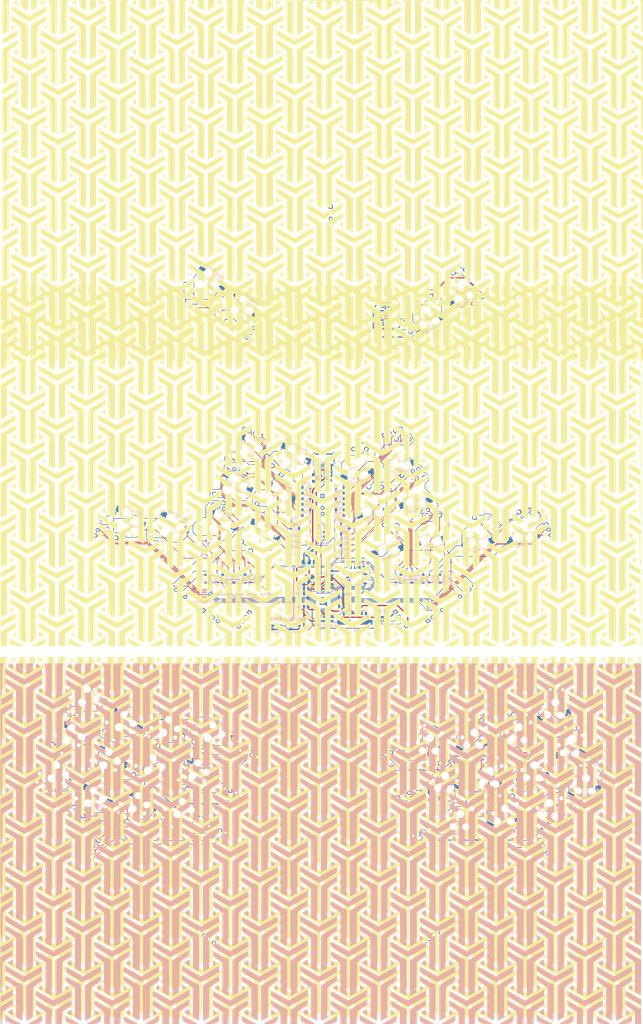
<source format=kicad_pcb>
(kicad_pcb (version 20171130) (host pcbnew "(5.1.4)-1")
  (layers (0 F.Cu signal) (31 B.Cu signal) (34 B.Paste user) (35 F.Paste user) (36 B.SilkS user) (37 F.SilkS user) (38 B.Mask user) (39 F.Mask user) (44 Edge.Cuts user))
  (net 0 "")
  (net 1 GND)
  (net 2 +5V)
  (net 3 "Net-(C5-Pad1)")
  (net 4 "Net-(D1-Pad2)")
  (net 5 ROW0)
  (net 6 "Net-(D2-Pad2)")
  (net 7 "Net-(D3-Pad2)")
  (net 8 "Net-(D4-Pad2)")
  (net 9 "Net-(D5-Pad2)")
  (net 10 ROW1)
  (net 11 "Net-(D6-Pad2)")
  (net 12 "Net-(D7-Pad2)")
  (net 13 "Net-(D8-Pad2)")
  (net 14 "Net-(D9-Pad2)")
  (net 15 ROW2)
  (net 16 "Net-(D10-Pad2)")
  (net 17 "Net-(D11-Pad2)")
  (net 18 "Net-(D12-Pad2)")
  (net 19 "Net-(D13-Pad2)")
  (net 20 ROW3)
  (net 21 "Net-(D14-Pad2)")
  (net 22 "Net-(D15-Pad2)")
  (net 23 "Net-(D16-Pad2)")
  (net 24 "Net-(D17-Pad2)")
  (net 25 "Net-(D18-Pad2)")
  (net 26 "Net-(D19-Pad2)")
  (net 27 "Net-(D20-Pad2)")
  (net 28 "Net-(D21-Pad2)")
  (net 29 "Net-(D22-Pad2)")
  (net 30 "Net-(D23-Pad2)")
  (net 31 "Net-(D24-Pad2)")
  (net 32 "Net-(D25-Pad2)")
  (net 33 "Net-(D26-Pad2)")
  (net 34 "Net-(D27-Pad2)")
  (net 35 "Net-(D28-Pad2)")
  (net 36 "Net-(D29-Pad2)")
  (net 37 "Net-(D30-Pad2)")
  (net 38 "Net-(D31-Pad2)")
  (net 39 "Net-(D32-Pad2)")
  (net 40 "Net-(D33-Pad2)")
  (net 41 "Net-(D34-Pad2)")
  (net 42 "Net-(D35-Pad2)")
  (net 43 "Net-(D36-Pad2)")
  (net 44 "Net-(D37-Pad2)")
  (net 45 "Net-(D38-Pad2)")
  (net 46 "Net-(D39-Pad2)")
  (net 47 "Net-(D40-Pad2)")
  (net 48 "Net-(D41-Pad2)")
  (net 49 "Net-(D42-Pad2)")
  (net 50 "Net-(D43-Pad2)")
  (net 51 "Net-(D44-Pad2)")
  (net 52 "Net-(J1-Pad4)")
  (net 53 "Net-(J1-Pad3)")
  (net 54 "Net-(J1-Pad2)")
  (net 55 "Net-(J1-Pad1)")
  (net 56 COL3)
  (net 57 COL2)
  (net 58 COL5)
  (net 59 COL4)
  (net 60 COL7)
  (net 61 COL6)
  (net 62 COL8)
  (net 63 COL9)
  (net 64 "Net-(J8-Pad4)")
  (net 65 "Net-(J8-Pad3)")
  (net 66 "Net-(J8-Pad2)")
  (net 67 "Net-(J8-Pad1)")
  (net 68 SCL)
  (net 69 SDA)
  (net 70 D-)
  (net 71 D+)
  (net 72 "Net-(J2-Pad4)")
  (net 73 "Net-(J2-Pad3)")
  (net 74 "Net-(J2-Pad2)")
  (net 75 "Net-(J2-Pad1)")
  (net 76 "Net-(J7-Pad4)")
  (net 77 "Net-(J7-Pad3)")
  (net 78 "Net-(J7-Pad2)")
  (net 79 "Net-(J7-Pad1)")
  (net 80 "Net-(J28-Pad4)")
  (net 81 "Net-(J28-Pad3)")
  (net 82 "Net-(J28-Pad2)")
  (net 83 "Net-(J28-Pad1)")
  (net 84 "Net-(J29-Pad4)")
  (net 85 "Net-(J29-Pad3)")
  (net 86 "Net-(J29-Pad2)")
  (net 87 "Net-(J29-Pad1)")
  (net 88 "Net-(J30-Pad4)")
  (net 89 "Net-(J30-Pad3)")
  (net 90 "Net-(J30-Pad2)")
  (net 91 "Net-(J30-Pad1)")
  (net 92 "Net-(J31-Pad4)")
  (net 93 "Net-(J31-Pad3)")
  (net 94 "Net-(J31-Pad2)")
  (net 95 "Net-(J31-Pad1)")
  (net 96 "Net-(J3-Pad4)")
  (net 97 "Net-(J3-Pad3)")
  (net 98 "Net-(J3-Pad2)")
  (net 99 "Net-(J3-Pad1)")
  (net 100 "Net-(J5-Pad4)")
  (net 101 "Net-(J5-Pad3)")
  (net 102 "Net-(J5-Pad2)")
  (net 103 "Net-(J5-Pad1)")
  (net 104 SCL-TOP)
  (net 105 SDA-TOP)
  (net 106 "Net-(F1-Pad2)")
  (net 107 GND-TOP)
  (net 108 VCC-TOP)
  (net 109 +3V3)
  (net 110 XIN)
  (net 111 +1V1)
  (net 112 "Net-(IC1-Pad46)")
  (net 113 "Net-(IC1-Pad47)")
  (net 114 XOUT)
  (net 115 QSPI_SD1)
  (net 116 QSPI_SD2)
  (net 117 QSPI_SD0)
  (net 118 QSPI_SCLK)
  (net 119 QSPI_SD3)
  (net 120 "Net-(BOOTSEL1-Pad1)")
  (net 121 "Net-(IC1-Pad32)")
  (net 122 "Net-(IC1-Pad31)")
  (net 123 "Net-(IC1-Pad28)")
  (net 124 "Net-(IC1-Pad27)")
  (net 125 "Net-(IC1-Pad26)")
  (net 126 "Net-(IC1-Pad25)")
  (net 127 "Net-(IC1-Pad24)")
  (net 128 "Net-(IC1-Pad18)")
  (net 129 "Net-(IC1-Pad17)")
  (net 130 "Net-(IC1-Pad16)")
  (net 131 "Net-(IC1-Pad15)")
  (net 132 "Net-(IC1-Pad14)")
  (net 133 "Net-(IC1-Pad13)")
  (net 134 "Net-(IC1-Pad12)")
  (net 135 "Net-(IC1-Pad11)")
  (net 136 "Net-(J9-Pad1)")
  (net 137 "Net-(J9-Pad2)")
  (net 138 "Net-(J9-Pad3)")
  (net 139 "Net-(J9-Pad4)")
  (net 140 "Net-(J10-Pad1)")
  (net 141 "Net-(J10-Pad2)")
  (net 142 "Net-(J10-Pad3)")
  (net 143 "Net-(J10-Pad4)")
  (net 144 "Net-(J11-Pad1)")
  (net 145 "Net-(J11-Pad2)")
  (net 146 "Net-(J11-Pad3)")
  (net 147 "Net-(J11-Pad4)")
  (net 148 "Net-(J12-Pad1)")
  (net 149 "Net-(J12-Pad2)")
  (net 150 "Net-(J12-Pad3)")
  (net 151 "Net-(J12-Pad4)")
  (net 152 "Net-(J13-Pad4)")
  (net 153 "Net-(J13-Pad3)")
  (net 154 "Net-(J13-Pad2)")
  (net 155 "Net-(J13-Pad1)")
  (net 156 "Net-(J14-Pad4)")
  (net 157 "Net-(J14-Pad3)")
  (net 158 "Net-(J14-Pad2)")
  (net 159 "Net-(J14-Pad1)")
  (net 160 "Net-(J15-Pad4)")
  (net 161 "Net-(J15-Pad3)")
  (net 162 "Net-(J15-Pad2)")
  (net 163 "Net-(J15-Pad1)")
  (net 164 "Net-(J16-Pad1)")
  (net 165 "Net-(J16-Pad2)")
  (net 166 "Net-(J16-Pad3)")
  (net 167 "Net-(J16-Pad4)")
  (net 168 "Net-(J19-PadMP4)")
  (net 169 "Net-(J19-PadMP3)")
  (net 170 "Net-(J19-PadMP2)")
  (net 171 "Net-(J19-PadMP1)")
  (net 172 "Net-(J19-Pad8)")
  (net 173 "Net-(J19-Pad7)")
  (net 174 "Net-(J19-Pad6)")
  (net 175 "Net-(J19-Pad5)")
  (net 176 "Net-(J19-Pad4)")
  (net 177 "Net-(J19-Pad3)")
  (net 178 "Net-(J19-Pad2)")
  (net 179 "Net-(J19-Pad1)")
  (net 180 COL1)
  (net 181 COL0)
  (net 182 COLA)
  (net 183 COLB)
  (net 184 "Net-(J32-PadB5)")
  (net 185 "Net-(J32-PadA8)")
  (net 186 "Net-(J32-PadA5)")
  (net 187 "Net-(J32-PadB8)")
  (net 188 QSPI_SSN)
  (module Silkscreens:Crowfeet75 (layer F.Cu) (at 146.60372 37.81552)
    (fp_text reference G*** hide)
    (fp_text value LOGO hide)
  )
  (module Silkscreens:Crowfeet75 (layer F.Cu) (at 145.61312 318.44996)
    (fp_text reference G*** hide)
    (fp_text value LOGO hide)
  )
  (module Silkscreens:Crowfeet75 (layer F.Cu) (at 145.93316 159.78632)
    (fp_text reference G*** hide)
    (fp_text value LOGO hide)
  )
  (module Silkscreens:Crowfeet75 (layer B.Cu) (at 146.04492 321.18808 180)
    (fp_text reference G*** hide)
    (fp_text value LOGO hide)
  )
  (module Resistor_SMD:R_0805_2012Metric (layer B.Cu) (at 150.114 165.0215 270)
    (fp_text reference R9 (at 0 1.65 90) (layer B.SilkS) (effects (justify mirror)))
    (fp_text value 5.1k)
    (pad 2 smd roundrect (at 0.9375 0 270) (size 0.975 1.4) (layers B.Cu B.Paste B.Mask) (net 184 "Net-(J32-PadB5)"))
    (pad 1 smd roundrect (at -0.9375 0 270) (size 0.975 1.4) (layers B.Cu B.Paste B.Mask) (net 1 GND))
  )
  (module Resistor_SMD:R_0805_2012Metric (layer B.Cu) (at 145.796 165.0215 270)
    (fp_text reference R8 (at 0 1.65 90) (layer B.SilkS) (effects (justify mirror)))
    (fp_text value 5.1k)
    (pad 2 smd roundrect (at 0.9375 0 270) (size 0.975 1.4) (layers B.Cu B.Paste B.Mask) (net 1 GND))
    (pad 1 smd roundrect (at -0.9375 0 270) (size 0.975 1.4) (layers B.Cu B.Paste B.Mask) (net 186 "Net-(J32-PadA5)"))
  )
  (module Connector_USB:USB_C_Receptacle_Palconn_UTC16-G (layer B.Cu) (at 147.32 156.972)
    (fp_text reference J32 (at 0 4.58) (layer B.SilkS) (effects (justify mirror)))
    (fp_text value USB_C_Receptacle_USB2.0)
    (pad A12 smd rect (at 3.2 2.51) (size 0.6 1.16) (layers B.Cu B.Paste B.Mask) (net 1 GND))
    (pad A9 smd rect (at 2.4 2.51) (size 0.6 1.16) (layers B.Cu B.Paste B.Mask) (net 106 "Net-(F1-Pad2)"))
    (pad B1 smd rect (at 3.2 2.51) (size 0.6 1.16) (layers B.Cu B.Paste B.Mask) (net 1 GND))
    (pad B4 smd rect (at 2.4 2.51) (size 0.6 1.16) (layers B.Cu B.Paste B.Mask) (net 106 "Net-(F1-Pad2)"))
    (pad B12 smd rect (at -3.2 2.51) (size 0.6 1.16) (layers B.Cu B.Paste B.Mask) (net 1 GND))
    (pad A1 smd rect (at -3.2 2.51) (size 0.6 1.16) (layers B.Cu B.Paste B.Mask) (net 1 GND))
    (pad B9 smd rect (at -2.4 2.51) (size 0.6 1.16) (layers B.Cu B.Paste B.Mask) (net 106 "Net-(F1-Pad2)"))
    (pad A4 smd rect (at -2.4 2.51) (size 0.6 1.16) (layers B.Cu B.Paste B.Mask) (net 106 "Net-(F1-Pad2)"))
    (pad "" np_thru_hole circle (at -2.89 1.45 180) (size 0.6 0.6) (drill 0.6) (layers *.Cu *.Mask))
    (pad "" np_thru_hole circle (at 2.89 1.45 180) (size 0.6 0.6) (drill 0.6) (layers *.Cu *.Mask))
    (pad B5 smd rect (at 1.75 2.51 180) (size 0.3 1.16) (layers B.Cu B.Paste B.Mask) (net 184 "Net-(J32-PadB5)"))
    (pad B6 smd rect (at 0.75 2.51 180) (size 0.3 1.16) (layers B.Cu B.Paste B.Mask) (net 71 D+))
    (pad A8 smd rect (at 1.25 2.51 180) (size 0.3 1.16) (layers B.Cu B.Paste B.Mask) (net 185 "Net-(J32-PadA8)"))
    (pad A5 smd rect (at -1.25 2.51 180) (size 0.3 1.16) (layers B.Cu B.Paste B.Mask) (net 186 "Net-(J32-PadA5)"))
    (pad B8 smd rect (at -1.75 2.51 180) (size 0.3 1.16) (layers B.Cu B.Paste B.Mask) (net 187 "Net-(J32-PadB8)"))
    (pad A7 smd rect (at 0.25 2.51 180) (size 0.3 1.16) (layers B.Cu B.Paste B.Mask) (net 70 D-))
    (pad A6 smd rect (at -0.25 2.51 180) (size 0.3 1.16) (layers B.Cu B.Paste B.Mask) (net 71 D+))
    (pad B7 smd rect (at -0.75 2.51 180) (size 0.3 1.16) (layers B.Cu B.Paste B.Mask) (net 70 D-))
    (pad S1 thru_hole oval (at 4.32 -2.24 270) (size 1.7 0.9) (drill oval 1.4 0.6) (layers *.Cu *.Mask) (net 1 GND))
    (pad S1 thru_hole oval (at -4.32 -2.24 270) (size 1.7 0.9) (drill oval 1.4 0.6) (layers *.Cu *.Mask) (net 1 GND))
    (pad S1 thru_hole oval (at 4.32 1.93 270) (size 2 0.9) (drill oval 1.7 0.6) (layers *.Cu *.Mask) (net 1 GND))
    (pad S1 thru_hole oval (at -4.32 1.93 270) (size 2 0.9) (drill oval 1.7 0.6) (layers *.Cu *.Mask) (net 1 GND))
  )
  (module TL1016AAF220QG:TL1016AAF220QG (layer B.Cu) (at 126.978 228.817 180)
    (fp_text reference RUN1 (at -0.022 3.593) (layer B.SilkS) (effects (font (size 1.27 1.27) (thickness 0.254)) (justify mirror)))
    (fp_text value TL1016AAF220QG hide)
    (pad 4 smd rect (at 1.8 -0.725 90) (size 1.05 1.4) (layers B.Cu B.Paste B.Mask) (net 1 GND))
    (pad 3 smd rect (at -1.8 -0.725 90) (size 1.05 1.4) (layers B.Cu B.Paste B.Mask) (net 1 GND))
    (pad 2 smd rect (at 1.8 0.725 90) (size 1.05 1.4) (layers B.Cu B.Paste B.Mask) (net 125 "Net-(IC1-Pad26)"))
    (pad 1 smd rect (at -1.8 0.725 90) (size 1.05 1.4) (layers B.Cu B.Paste B.Mask) (net 125 "Net-(IC1-Pad26)"))
  )
  (module TL1016AAF220QG:TL1016AAF220QG (layer B.Cu) (at 134.896 228.817 180)
    (fp_text reference BOOTSEL1 (at 0.042 3.565) (layer B.SilkS) (effects (font (size 1.27 1.27) (thickness 0.254)) (justify mirror)))
    (fp_text value TL1016AAF220QG hide)
    (pad 4 smd rect (at 1.8 -0.725 90) (size 1.05 1.4) (layers B.Cu B.Paste B.Mask) (net 1 GND))
    (pad 3 smd rect (at -1.8 -0.725 90) (size 1.05 1.4) (layers B.Cu B.Paste B.Mask) (net 1 GND))
    (pad 2 smd rect (at 1.8 0.725 90) (size 1.05 1.4) (layers B.Cu B.Paste B.Mask) (net 120 "Net-(BOOTSEL1-Pad1)"))
    (pad 1 smd rect (at -1.8 0.725 90) (size 1.05 1.4) (layers B.Cu B.Paste B.Mask) (net 120 "Net-(BOOTSEL1-Pad1)"))
  )
  (module RP2040:QFN40P700X700X90-57N-D (layer B.Cu) (at 147.008 217.54 180)
    (fp_text reference IC1 (at -4.884 4.942) (layer B.SilkS) (effects (font (size 1.27 1.27) (thickness 0.254)) (justify mirror)))
    (fp_text value RP2040 hide)
    (pad 57 smd rect (at 0 0 180) (size 3.2 3.2) (layers B.Cu B.Paste B.Mask) (net 1 GND))
    (pad 56 smd rect (at -2.6 3.45 180) (size 0.2 0.85) (layers B.Cu B.Paste B.Mask) (net 188 QSPI_SSN))
    (pad 55 smd rect (at -2.2 3.45 180) (size 0.2 0.85) (layers B.Cu B.Paste B.Mask) (net 115 QSPI_SD1))
    (pad 54 smd rect (at -1.8 3.45 180) (size 0.2 0.85) (layers B.Cu B.Paste B.Mask) (net 116 QSPI_SD2))
    (pad 53 smd rect (at -1.4 3.45 180) (size 0.2 0.85) (layers B.Cu B.Paste B.Mask) (net 117 QSPI_SD0))
    (pad 52 smd rect (at -1 3.45 180) (size 0.2 0.85) (layers B.Cu B.Paste B.Mask) (net 118 QSPI_SCLK))
    (pad 51 smd rect (at -0.6 3.45 180) (size 0.2 0.85) (layers B.Cu B.Paste B.Mask) (net 119 QSPI_SD3))
    (pad 50 smd rect (at -0.2 3.45 180) (size 0.2 0.85) (layers B.Cu B.Paste B.Mask) (net 111 +1V1))
    (pad 49 smd rect (at 0.2 3.45 180) (size 0.2 0.85) (layers B.Cu B.Paste B.Mask) (net 109 +3V3))
    (pad 48 smd rect (at 0.6 3.45 180) (size 0.2 0.85) (layers B.Cu B.Paste B.Mask) (net 109 +3V3))
    (pad 47 smd rect (at 1 3.45 180) (size 0.2 0.85) (layers B.Cu B.Paste B.Mask) (net 113 "Net-(IC1-Pad47)"))
    (pad 46 smd rect (at 1.4 3.45 180) (size 0.2 0.85) (layers B.Cu B.Paste B.Mask) (net 112 "Net-(IC1-Pad46)"))
    (pad 45 smd rect (at 1.8 3.45 180) (size 0.2 0.85) (layers B.Cu B.Paste B.Mask) (net 111 +1V1))
    (pad 44 smd rect (at 2.2 3.45 180) (size 0.2 0.85) (layers B.Cu B.Paste B.Mask) (net 109 +3V3))
    (pad 43 smd rect (at 2.6 3.45 180) (size 0.2 0.85) (layers B.Cu B.Paste B.Mask) (net 109 +3V3))
    (pad 42 smd rect (at 3.45 2.6 90) (size 0.2 0.85) (layers B.Cu B.Paste B.Mask) (net 109 +3V3))
    (pad 41 smd rect (at 3.45 2.2 90) (size 0.2 0.85) (layers B.Cu B.Paste B.Mask) (net 15 ROW2))
    (pad 40 smd rect (at 3.45 1.8 90) (size 0.2 0.85) (layers B.Cu B.Paste B.Mask) (net 20 ROW3))
    (pad 39 smd rect (at 3.45 1.4 90) (size 0.2 0.85) (layers B.Cu B.Paste B.Mask) (net 58 COL5))
    (pad 38 smd rect (at 3.45 1 90) (size 0.2 0.85) (layers B.Cu B.Paste B.Mask) (net 56 COL3))
    (pad 37 smd rect (at 3.45 0.6 90) (size 0.2 0.85) (layers B.Cu B.Paste B.Mask) (net 57 COL2))
    (pad 36 smd rect (at 3.45 0.2 90) (size 0.2 0.85) (layers B.Cu B.Paste B.Mask) (net 180 COL1))
    (pad 35 smd rect (at 3.45 -0.2 90) (size 0.2 0.85) (layers B.Cu B.Paste B.Mask) (net 181 COL0))
    (pad 34 smd rect (at 3.45 -0.6 90) (size 0.2 0.85) (layers B.Cu B.Paste B.Mask) (net 59 COL4))
    (pad 33 smd rect (at 3.45 -1 90) (size 0.2 0.85) (layers B.Cu B.Paste B.Mask) (net 109 +3V3))
    (pad 32 smd rect (at 3.45 -1.4 90) (size 0.2 0.85) (layers B.Cu B.Paste B.Mask) (net 121 "Net-(IC1-Pad32)"))
    (pad 31 smd rect (at 3.45 -1.8 90) (size 0.2 0.85) (layers B.Cu B.Paste B.Mask) (net 122 "Net-(IC1-Pad31)"))
    (pad 30 smd rect (at 3.45 -2.2 90) (size 0.2 0.85) (layers B.Cu B.Paste B.Mask) (net 68 SCL))
    (pad 29 smd rect (at 3.45 -2.6 90) (size 0.2 0.85) (layers B.Cu B.Paste B.Mask) (net 69 SDA))
    (pad 28 smd rect (at 2.6 -3.45 180) (size 0.2 0.85) (layers B.Cu B.Paste B.Mask) (net 123 "Net-(IC1-Pad28)"))
    (pad 27 smd rect (at 2.2 -3.45 180) (size 0.2 0.85) (layers B.Cu B.Paste B.Mask) (net 124 "Net-(IC1-Pad27)"))
    (pad 26 smd rect (at 1.8 -3.45 180) (size 0.2 0.85) (layers B.Cu B.Paste B.Mask) (net 125 "Net-(IC1-Pad26)"))
    (pad 25 smd rect (at 1.4 -3.45 180) (size 0.2 0.85) (layers B.Cu B.Paste B.Mask) (net 126 "Net-(IC1-Pad25)"))
    (pad 24 smd rect (at 1 -3.45 180) (size 0.2 0.85) (layers B.Cu B.Paste B.Mask) (net 127 "Net-(IC1-Pad24)"))
    (pad 23 smd rect (at 0.6 -3.45 180) (size 0.2 0.85) (layers B.Cu B.Paste B.Mask) (net 111 +1V1))
    (pad 22 smd rect (at 0.2 -3.45 180) (size 0.2 0.85) (layers B.Cu B.Paste B.Mask) (net 109 +3V3))
    (pad 21 smd rect (at -0.2 -3.45 180) (size 0.2 0.85) (layers B.Cu B.Paste B.Mask) (net 114 XOUT))
    (pad 20 smd rect (at -0.6 -3.45 180) (size 0.2 0.85) (layers B.Cu B.Paste B.Mask) (net 110 XIN))
    (pad 19 smd rect (at -1 -3.45 180) (size 0.2 0.85) (layers B.Cu B.Paste B.Mask) (net 1 GND))
    (pad 18 smd rect (at -1.4 -3.45 180) (size 0.2 0.85) (layers B.Cu B.Paste B.Mask) (net 128 "Net-(IC1-Pad18)"))
    (pad 17 smd rect (at -1.8 -3.45 180) (size 0.2 0.85) (layers B.Cu B.Paste B.Mask) (net 129 "Net-(IC1-Pad17)"))
    (pad 16 smd rect (at -2.2 -3.45 180) (size 0.2 0.85) (layers B.Cu B.Paste B.Mask) (net 130 "Net-(IC1-Pad16)"))
    (pad 15 smd rect (at -2.6 -3.45 180) (size 0.2 0.85) (layers B.Cu B.Paste B.Mask) (net 131 "Net-(IC1-Pad15)"))
    (pad 14 smd rect (at -3.45 -2.6 90) (size 0.2 0.85) (layers B.Cu B.Paste B.Mask) (net 132 "Net-(IC1-Pad14)"))
    (pad 13 smd rect (at -3.45 -2.2 90) (size 0.2 0.85) (layers B.Cu B.Paste B.Mask) (net 133 "Net-(IC1-Pad13)"))
    (pad 12 smd rect (at -3.45 -1.8 90) (size 0.2 0.85) (layers B.Cu B.Paste B.Mask) (net 134 "Net-(IC1-Pad12)"))
    (pad 11 smd rect (at -3.45 -1.4 90) (size 0.2 0.85) (layers B.Cu B.Paste B.Mask) (net 135 "Net-(IC1-Pad11)"))
    (pad 10 smd rect (at -3.45 -1 90) (size 0.2 0.85) (layers B.Cu B.Paste B.Mask) (net 109 +3V3))
    (pad 9 smd rect (at -3.45 -0.6 90) (size 0.2 0.85) (layers B.Cu B.Paste B.Mask) (net 183 COLB))
    (pad 8 smd rect (at -3.45 -0.2 90) (size 0.2 0.85) (layers B.Cu B.Paste B.Mask) (net 182 COLA))
    (pad 7 smd rect (at -3.45 0.2 90) (size 0.2 0.85) (layers B.Cu B.Paste B.Mask) (net 63 COL9))
    (pad 6 smd rect (at -3.45 0.6 90) (size 0.2 0.85) (layers B.Cu B.Paste B.Mask) (net 62 COL8))
    (pad 5 smd rect (at -3.45 1 90) (size 0.2 0.85) (layers B.Cu B.Paste B.Mask) (net 61 COL6))
    (pad 4 smd rect (at -3.45 1.4 90) (size 0.2 0.85) (layers B.Cu B.Paste B.Mask) (net 60 COL7))
    (pad 3 smd rect (at -3.45 1.8 90) (size 0.2 0.85) (layers B.Cu B.Paste B.Mask) (net 10 ROW1))
    (pad 2 smd rect (at -3.45 2.2 90) (size 0.2 0.85) (layers B.Cu B.Paste B.Mask) (net 5 ROW0))
    (pad 1 smd rect (at -3.45 2.6 90) (size 0.2 0.85) (layers B.Cu B.Paste B.Mask) (net 109 +3V3))
  )
  (module Diode_SMD:D_SOD-123 (layer B.Cu) (at 177.8 207.9625 90)
    (fp_text reference D25 (at 0 2 90) (layer B.SilkS) (effects (justify mirror)))
    (fp_text value D_Small)
    (pad 2 smd rect (at 1.65 0 90) (size 0.9 1.2) (layers B.Cu B.Paste B.Mask) (net 32 "Net-(D25-Pad2)"))
    (pad 1 smd rect (at -1.65 0 90) (size 0.9 1.2) (layers B.Cu B.Paste B.Mask) (net 15 ROW2))
  )
  (module "ABLS-12.000MHZ-B4-T:HC%2f49US-(AT49)_1" (layer B.Cu) (at 160.528 226.568)
    (fp_text reference Y1 (at 0.508 3.556) (layer B.SilkS) (effects (font (size 1.27 1.27) (thickness 0.254)) (justify mirror)))
    (fp_text value ABLS-12.000MHZ-B4-T hide)
    (pad 2 smd rect (at 4.75 0 270) (size 2.1 5.6) (layers B.Cu B.Paste B.Mask) (net 110 XIN))
    (pad 1 smd rect (at -4.75 0 270) (size 2.1 5.6) (layers B.Cu B.Paste B.Mask) (net 3 "Net-(C5-Pad1)"))
  )
  (module Resistor_SMD:R_0805_2012Metric (layer B.Cu) (at 163.3705 203.073 180)
    (fp_text reference R3 (at 0.3025 1.651) (layer B.SilkS) (effects (justify mirror)))
    (fp_text value 10k)
    (pad 2 smd roundrect (at 0.9375 0 180) (size 0.975 1.4) (layers B.Cu B.Paste B.Mask) (net 188 QSPI_SSN))
    (pad 1 smd roundrect (at -0.9375 0 180) (size 0.975 1.4) (layers B.Cu B.Paste B.Mask) (net 120 "Net-(BOOTSEL1-Pad1)"))
  )
  (module W25Q128JVSIM:SOIC127P790X216-8N (layer B.Cu) (at 161.276 208.015 180)
    (fp_text reference IC2 (at -6.618 3.037) (layer B.SilkS) (effects (font (size 1.27 1.27) (thickness 0.254)) (justify mirror)))
    (fp_text value W25Q128JVSIM hide)
    (pad 8 smd rect (at 3.6 1.905 90) (size 0.65 1.65) (layers B.Cu B.Paste B.Mask) (net 109 +3V3))
    (pad 7 smd rect (at 3.6 0.635 90) (size 0.65 1.65) (layers B.Cu B.Paste B.Mask) (net 119 QSPI_SD3))
    (pad 6 smd rect (at 3.6 -0.635 90) (size 0.65 1.65) (layers B.Cu B.Paste B.Mask) (net 118 QSPI_SCLK))
    (pad 5 smd rect (at 3.6 -1.905 90) (size 0.65 1.65) (layers B.Cu B.Paste B.Mask) (net 117 QSPI_SD0))
    (pad 4 smd rect (at -3.6 -1.905 90) (size 0.65 1.65) (layers B.Cu B.Paste B.Mask) (net 1 GND))
    (pad 3 smd rect (at -3.6 -0.635 90) (size 0.65 1.65) (layers B.Cu B.Paste B.Mask) (net 116 QSPI_SD2))
    (pad 2 smd rect (at -3.6 0.635 90) (size 0.65 1.65) (layers B.Cu B.Paste B.Mask) (net 115 QSPI_SD1))
    (pad 1 smd rect (at -3.6 1.905 90) (size 0.65 1.65) (layers B.Cu B.Paste B.Mask) (net 188 QSPI_SSN))
  )
  (module Capacitor_SMD:C_0805_2012Metric (layer B.Cu) (at 142.182 196.966 90)
    (fp_text reference C9 (at 4.18 -0.196 90) (layer B.SilkS) (effects (justify mirror)))
    (fp_text value 10uF)
    (pad 2 smd roundrect (at 0.9375 0 90) (size 0.975 1.4) (layers B.Cu B.Paste B.Mask) (net 1 GND))
    (pad 1 smd roundrect (at -0.9375 0 90) (size 0.975 1.4) (layers B.Cu B.Paste B.Mask) (net 2 +5V))
  )
  (module Capacitor_SMD:C_0805_2012Metric (layer B.Cu) (at 154.7645 219.964)
    (fp_text reference C7 (at 3.7315 -0.254) (layer B.SilkS) (effects (justify mirror)))
    (fp_text value 0.1uF)
    (pad 2 smd roundrect (at 0.9375 0) (size 0.975 1.4) (layers B.Cu B.Paste B.Mask) (net 1 GND))
    (pad 1 smd roundrect (at -0.9375 0) (size 0.975 1.4) (layers B.Cu B.Paste B.Mask) (net 109 +3V3))
  )
  (module Capacitor_SMD:C_0805_2012Metric (layer B.Cu) (at 139.7205 219.837 180)
    (fp_text reference C6 (at 2.8145 -0.127) (layer B.SilkS) (effects (justify mirror)))
    (fp_text value 0.1uF)
    (pad 2 smd roundrect (at 0.9375 0 180) (size 0.975 1.4) (layers B.Cu B.Paste B.Mask) (net 1 GND))
    (pad 1 smd roundrect (at -0.9375 0 180) (size 0.975 1.4) (layers B.Cu B.Paste B.Mask) (net 109 +3V3))
  )
  (module Capacitor_SMD:C_0805_2012Metric (layer B.Cu) (at 156.718 223.012)
    (fp_text reference C5 (at 1.778 -1.778) (layer B.SilkS) (effects (justify mirror)))
    (fp_text value 27pF)
    (pad 2 smd roundrect (at 0.9375 0) (size 0.975 1.4) (layers B.Cu B.Paste B.Mask) (net 1 GND))
    (pad 1 smd roundrect (at -0.9375 0) (size 0.975 1.4) (layers B.Cu B.Paste B.Mask) (net 3 "Net-(C5-Pad1)"))
  )
  (module Capacitor_SMD:C_0805_2012Metric (layer B.Cu) (at 164.338 222.885 180)
    (fp_text reference C4 (at 0 1.65) (layer B.SilkS) (effects (justify mirror)))
    (fp_text value 27pF)
    (pad 2 smd roundrect (at 0.9375 0 180) (size 0.975 1.4) (layers B.Cu B.Paste B.Mask) (net 1 GND))
    (pad 1 smd roundrect (at -0.9375 0 180) (size 0.975 1.4) (layers B.Cu B.Paste B.Mask) (net 110 XIN))
  )
  (module Capacitor_SMD:C_0805_2012Metric (layer B.Cu) (at 139.642 212.09 180)
    (fp_text reference C3 (at 2.736 0) (layer B.SilkS) (effects (justify mirror)))
    (fp_text value 1uF)
    (pad 2 smd roundrect (at 0.9375 0 180) (size 0.975 1.4) (layers B.Cu B.Paste B.Mask) (net 1 GND))
    (pad 1 smd roundrect (at -0.9375 0 180) (size 0.975 1.4) (layers B.Cu B.Paste B.Mask) (net 109 +3V3))
  )
  (module Capacitor_SMD:C_0805_2012Metric (layer B.Cu) (at 148.024 209.412 90)
    (fp_text reference C2 (at 3.164 0.058 90) (layer B.SilkS) (effects (justify mirror)))
    (fp_text value 0.1uF)
    (pad 2 smd roundrect (at 0.9375 0 90) (size 0.975 1.4) (layers B.Cu B.Paste B.Mask) (net 1 GND))
    (pad 1 smd roundrect (at -0.9375 0 90) (size 0.975 1.4) (layers B.Cu B.Paste B.Mask) (net 109 +3V3))
  )
  (module Capacitor_SMD:C_0805_2012Metric (layer B.Cu) (at 139.6215 209.804 180)
    (fp_text reference C1 (at 2.7155 0) (layer B.SilkS) (effects (justify mirror)))
    (fp_text value 0.1uF)
    (pad 2 smd roundrect (at 0.9375 0 180) (size 0.975 1.4) (layers B.Cu B.Paste B.Mask) (net 1 GND))
    (pad 1 smd roundrect (at -0.9375 0 180) (size 0.975 1.4) (layers B.Cu B.Paste B.Mask) (net 109 +3V3))
  )
  (module Package_TO_SOT_SMD:SOT-223-3_TabPin2 (layer B.Cu) (at 140.99 204.06 270)
    (fp_text reference U1 (at 0 4.5 90) (layer B.SilkS) (effects (justify mirror)))
    (fp_text value NCP1117-3.3_SOT223)
    (pad 1 smd rect (at -3.15 2.3 270) (size 2 1.5) (layers B.Cu B.Paste B.Mask) (net 1 GND))
    (pad 3 smd rect (at -3.15 -2.3 270) (size 2 1.5) (layers B.Cu B.Paste B.Mask) (net 2 +5V))
    (pad 2 smd rect (at -3.15 0 270) (size 2 1.5) (layers B.Cu B.Paste B.Mask) (net 109 +3V3))
    (pad 2 smd rect (at 3.15 0 270) (size 2 3.8) (layers B.Cu B.Paste B.Mask) (net 109 +3V3))
  )
  (module Resistor_SMD:R_0805_2012Metric (layer B.Cu) (at 159.7175 203.073 180)
    (fp_text reference R7 (at 0 1.65) (layer B.SilkS) (effects (justify mirror)))
    (fp_text value DNF)
    (pad 2 smd roundrect (at 0.9375 0 180) (size 0.975 1.4) (layers B.Cu B.Paste B.Mask) (net 109 +3V3))
    (pad 1 smd roundrect (at -0.9375 0 180) (size 0.975 1.4) (layers B.Cu B.Paste B.Mask) (net 188 QSPI_SSN))
  )
  (module Resistor_SMD:R_0805_2012Metric (layer B.Cu) (at 150.622 225.171 270)
    (fp_text reference R6 (at 3.175 0 90) (layer B.SilkS) (effects (justify mirror)))
    (fp_text value 1k)
    (pad 2 smd roundrect (at 0.9375 0 270) (size 0.975 1.4) (layers B.Cu B.Paste B.Mask) (net 3 "Net-(C5-Pad1)"))
    (pad 1 smd roundrect (at -0.9375 0 270) (size 0.975 1.4) (layers B.Cu B.Paste B.Mask) (net 114 XOUT))
  )
  (module Resistor_SMD:R_0805_2012Metric (layer B.Cu) (at 173.355 225.2195 90)
    (fp_text reference R5 (at 3.2235 -0.127 90) (layer B.SilkS) (effects (justify mirror)))
    (fp_text value 4.7k)
    (pad 2 smd roundrect (at 0.9375 0 90) (size 0.975 1.4) (layers B.Cu B.Paste B.Mask) (net 109 +3V3))
    (pad 1 smd roundrect (at -0.9375 0 90) (size 0.975 1.4) (layers B.Cu B.Paste B.Mask) (net 69 SDA))
  )
  (module Resistor_SMD:R_0805_2012Metric (layer B.Cu) (at 171.323 225.2195 270)
    (fp_text reference R4 (at -3.2235 0.127 90) (layer B.SilkS) (effects (justify mirror)))
    (fp_text value 4.7k)
    (pad 2 smd roundrect (at 0.9375 0 270) (size 0.975 1.4) (layers B.Cu B.Paste B.Mask) (net 68 SCL))
    (pad 1 smd roundrect (at -0.9375 0 270) (size 0.975 1.4) (layers B.Cu B.Paste B.Mask) (net 109 +3V3))
  )
  (module Capacitor_SMD:C_0805_2012Metric (layer B.Cu) (at 147.516 225.16 270)
    (fp_text reference C17 (at 3.44 -0.058 90) (layer B.SilkS) (effects (justify mirror)))
    (fp_text value 0.1uF)
    (pad 2 smd roundrect (at 0.9375 0 270) (size 0.975 1.4) (layers B.Cu B.Paste B.Mask) (net 1 GND))
    (pad 1 smd roundrect (at -0.9375 0 270) (size 0.975 1.4) (layers B.Cu B.Paste B.Mask) (net 109 +3V3))
  )
  (module Capacitor_SMD:C_0805_2012Metric (layer B.Cu) (at 154.628 214.746)
    (fp_text reference C16 (at 3.36 -0.116) (layer B.SilkS) (effects (justify mirror)))
    (fp_text value 0.1uF)
    (pad 2 smd roundrect (at 0.9375 0) (size 0.975 1.4) (layers B.Cu B.Paste B.Mask) (net 1 GND))
    (pad 1 smd roundrect (at -0.9375 0) (size 0.975 1.4) (layers B.Cu B.Paste B.Mask) (net 109 +3V3))
  )
  (module Capacitor_SMD:C_0805_2012Metric (layer B.Cu) (at 150.564 205.6805 270)
    (fp_text reference C15 (at -2.9885 -0.058 90) (layer B.SilkS) (effects (justify mirror)))
    (fp_text value 0.1uF)
    (pad 2 smd roundrect (at 0.9375 0 270) (size 0.975 1.4) (layers B.Cu B.Paste B.Mask) (net 1 GND))
    (pad 1 smd roundrect (at -0.9375 0 270) (size 0.975 1.4) (layers B.Cu B.Paste B.Mask) (net 109 +3V3))
  )
  (module Capacitor_SMD:C_0805_2012Metric (layer B.Cu) (at 145.484 225.16 270)
    (fp_text reference C14 (at 3.44 -0.058 90) (layer B.SilkS) (effects (justify mirror)))
    (fp_text value 0.1uF)
    (pad 2 smd roundrect (at 0.9375 0 270) (size 0.975 1.4) (layers B.Cu B.Paste B.Mask) (net 1 GND))
    (pad 1 smd roundrect (at -0.9375 0 270) (size 0.975 1.4) (layers B.Cu B.Paste B.Mask) (net 111 +1V1))
  )
  (module Capacitor_SMD:C_0805_2012Metric (layer B.Cu) (at 150.564 209.412 90)
    (fp_text reference C13 (at 0 1.65 90) (layer B.SilkS) (effects (justify mirror)))
    (fp_text value 0.1uF)
    (pad 2 smd roundrect (at 0.9375 0 90) (size 0.975 1.4) (layers B.Cu B.Paste B.Mask) (net 1 GND))
    (pad 1 smd roundrect (at -0.9375 0 90) (size 0.975 1.4) (layers B.Cu B.Paste B.Mask) (net 111 +1V1))
  )
  (module Capacitor_SMD:C_0805_2012Metric (layer B.Cu) (at 144.214 210.5065 90)
    (fp_text reference C12 (at 3.2425 1.074 90) (layer B.SilkS) (effects (justify mirror)))
    (fp_text value 1uF)
    (pad 2 smd roundrect (at 0.9375 0 90) (size 0.975 1.4) (layers B.Cu B.Paste B.Mask) (net 1 GND))
    (pad 1 smd roundrect (at -0.9375 0 90) (size 0.975 1.4) (layers B.Cu B.Paste B.Mask) (net 111 +1V1))
  )
  (module Capacitor_SMD:C_0805_2012Metric (layer B.Cu) (at 139.896 197.0445 90)
    (fp_text reference C11 (at 3.7505 -0.196 90) (layer B.SilkS) (effects (justify mirror)))
    (fp_text value 10uF)
    (pad 2 smd roundrect (at 0.9375 0 90) (size 0.975 1.4) (layers B.Cu B.Paste B.Mask) (net 1 GND))
    (pad 1 smd roundrect (at -0.9375 0 90) (size 0.975 1.4) (layers B.Cu B.Paste B.Mask) (net 109 +3V3))
  )
  (module Capacitor_SMD:C_0805_2012Metric (layer B.Cu) (at 139.7205 214.376 180)
    (fp_text reference C10 (at 3.3225 0) (layer B.SilkS) (effects (justify mirror)))
    (fp_text value 0.1uF)
    (pad 2 smd roundrect (at 0.9375 0 180) (size 0.975 1.4) (layers B.Cu B.Paste B.Mask) (net 1 GND))
    (pad 1 smd roundrect (at -0.9375 0 180) (size 0.975 1.4) (layers B.Cu B.Paste B.Mask) (net 109 +3V3))
  )
  (module keyswitches:Kailh_socket_PG1350_optional (layer F.Cu) (at 206.139788 82.145061 217)
    (fp_text reference MX26 (at 0 -8.255 37) (layer F.SilkS))
    (fp_text value SwRSHFT)
    (fp_text user %R (at 4.445 -7.62 37) (layer B.SilkS) (effects (justify mirror)))
    (pad 2 smd rect (at 8.275 -3.75 217) (size 2.6 2.6) (layers B.Cu B.Paste B.Mask) (net 100 "Net-(J5-Pad4)"))
    (pad "" np_thru_hole circle (at 0 -5.95 217) (size 3 3) (drill 3) (layers *.Cu *.Mask))
    (pad 1 thru_hole circle (at 0 5.9 217) (size 2.032 2.032) (drill 1.27) (layers *.Cu *.Mask) (net 101 "Net-(J5-Pad3)"))
    (pad 2 thru_hole circle (at -5 3.8 217) (size 2.032 2.032) (drill 1.27) (layers *.Cu *.Mask) (net 100 "Net-(J5-Pad4)"))
    (pad "" np_thru_hole circle (at 0 0 217) (size 3.429 3.429) (drill 3.429) (layers *.Cu *.Mask))
    (pad "" np_thru_hole circle (at 5 -3.75 217) (size 3 3) (drill 3) (layers *.Cu *.Mask))
    (pad 1 smd rect (at -3.275 -5.95 217) (size 2.6 2.6) (layers B.Cu B.Paste B.Mask) (net 101 "Net-(J5-Pad3)"))
    (pad "" np_thru_hole circle (at 5.5 0 217) (size 1.7018 1.7018) (drill 1.7018) (layers *.Cu *.Mask))
    (pad "" np_thru_hole circle (at -5.5 0 217) (size 1.7018 1.7018) (drill 1.7018) (layers *.Cu *.Mask))
  )
  (module Resistor_SMD:R_0805_2012Metric (layer B.Cu) (at 147.574 189.0545 90)
    (fp_text reference R2 (at 3.1265 0 90) (layer B.SilkS) (effects (justify mirror)))
    (fp_text value 27.4)
    (pad 2 smd roundrect (at 0.9375 0 90) (size 0.975 1.4) (layers B.Cu B.Paste B.Mask) (net 71 D+))
    (pad 1 smd roundrect (at -0.9375 0 90) (size 0.975 1.4) (layers B.Cu B.Paste B.Mask) (net 113 "Net-(IC1-Pad47)"))
  )
  (module Resistor_SMD:R_0805_2012Metric (layer B.Cu) (at 145.542 189.0545 90)
    (fp_text reference R1 (at 3.1265 0 90) (layer B.SilkS) (effects (justify mirror)))
    (fp_text value 27.4)
    (pad 2 smd roundrect (at 0.9375 0 90) (size 0.975 1.4) (layers B.Cu B.Paste B.Mask) (net 70 D-))
    (pad 1 smd roundrect (at -0.9375 0 90) (size 0.975 1.4) (layers B.Cu B.Paste B.Mask) (net 112 "Net-(IC1-Pad46)"))
  )
  (module Fuse:Fuse_1206_3216Metric (layer B.Cu) (at 143.002 164.976 90)
    (fp_text reference F1 (at 0 1.82 90) (layer B.SilkS) (effects (justify mirror)))
    (fp_text value Polyfuse)
    (pad 2 smd roundrect (at 1.4 0 90) (size 1.25 1.75) (layers B.Cu B.Paste B.Mask) (roundrect_rratio 0.2) (net 106 "Net-(F1-Pad2)"))
    (pad 1 smd roundrect (at -1.4 0 90) (size 1.25 1.75) (layers B.Cu B.Paste B.Mask) (roundrect_rratio 0.2) (net 2 +5V))
  )
  (module 52559-1233:525591233 (layer B.Cu) (at 173.482 95.758 270)
    (fp_text reference J19 (at 0 -0.3 90) (layer B.SilkS) (effects (font (size 1.27 1.27) (thickness 0.254)) (justify mirror)))
    (fp_text value 52559-1233 hide)
    (pad MP4 smd rect (at 3.75 1.4 270) (size 0.8 1.5) (layers B.Cu B.Paste B.Mask) (net 168 "Net-(J19-PadMP4)"))
    (pad MP3 smd rect (at 3.75 -1.4 270) (size 0.8 1.5) (layers B.Cu B.Paste B.Mask) (net 169 "Net-(J19-PadMP3)"))
    (pad MP2 smd rect (at -3.75 1.4 270) (size 0.8 1.5) (layers B.Cu B.Paste B.Mask) (net 170 "Net-(J19-PadMP2)"))
    (pad MP1 smd rect (at -3.75 -1.4 270) (size 0.8 1.5) (layers B.Cu B.Paste B.Mask) (net 171 "Net-(J19-PadMP1)"))
    (pad 12 smd rect (at 2.75 1.4 270) (size 0.6 1.5) (layers B.Cu B.Paste B.Mask) (net 108 VCC-TOP))
    (pad 11 smd rect (at 2.25 -1.4 270) (size 0.6 1.5) (layers B.Cu B.Paste B.Mask) (net 107 GND-TOP))
    (pad 10 smd rect (at 1.75 1.4 270) (size 0.6 1.5) (layers B.Cu B.Paste B.Mask) (net 105 SDA-TOP))
    (pad 9 smd rect (at 1.25 -1.4 270) (size 0.6 1.5) (layers B.Cu B.Paste B.Mask) (net 104 SCL-TOP))
    (pad 8 smd rect (at 0.75 1.4 270) (size 0.6 1.5) (layers B.Cu B.Paste B.Mask) (net 172 "Net-(J19-Pad8)"))
    (pad 7 smd rect (at 0.25 -1.4 270) (size 0.6 1.5) (layers B.Cu B.Paste B.Mask) (net 173 "Net-(J19-Pad7)"))
    (pad 6 smd rect (at -0.25 1.4 270) (size 0.6 1.5) (layers B.Cu B.Paste B.Mask) (net 174 "Net-(J19-Pad6)"))
    (pad 5 smd rect (at -0.75 -1.4 270) (size 0.6 1.5) (layers B.Cu B.Paste B.Mask) (net 175 "Net-(J19-Pad5)"))
    (pad 4 smd rect (at -1.25 1.4 270) (size 0.6 1.5) (layers B.Cu B.Paste B.Mask) (net 176 "Net-(J19-Pad4)"))
    (pad 3 smd rect (at -1.75 -1.4 270) (size 0.6 1.5) (layers B.Cu B.Paste B.Mask) (net 177 "Net-(J19-Pad3)"))
    (pad 2 smd rect (at -2.25 1.4 270) (size 0.6 1.5) (layers B.Cu B.Paste B.Mask) (net 178 "Net-(J19-Pad2)"))
    (pad 1 smd rect (at -2.75 -1.4 270) (size 0.6 1.5) (layers B.Cu B.Paste B.Mask) (net 179 "Net-(J19-Pad1)"))
  )
  (module Connector_PinHeader_2.54mm:PinHeader_1x04_P2.54mm_Vertical (layer F.Cu) (at 187.1 180.5 112)
    (fp_text reference J27 (at 0 -2.33 112) (layer F.SilkS))
    (fp_text value Conn_01x04_Male)
    (pad 4 thru_hole oval (at 0 7.62 112) (size 1.7 1.7) (drill 1) (layers *.Cu *.Mask) (net 46 "Net-(D39-Pad2)"))
    (pad 3 thru_hole oval (at 0 5.08 112) (size 1.7 1.7) (drill 1) (layers *.Cu *.Mask) (net 47 "Net-(D40-Pad2)"))
    (pad 2 thru_hole oval (at 0 2.54 112) (size 1.7 1.7) (drill 1) (layers *.Cu *.Mask) (net 48 "Net-(D41-Pad2)"))
    (pad 1 thru_hole rect (at 0 0 112) (size 1.7 1.7) (drill 1) (layers *.Cu *.Mask) (net 49 "Net-(D42-Pad2)"))
  )
  (module Connector_PinSocket_2.54mm:PinSocket_1x04_P2.54mm_Vertical (layer F.Cu) (at 185.45 317.85 112)
    (fp_text reference J31 (at 0 -2.77 112) (layer F.SilkS))
    (fp_text value Conn_01x04_Female)
    (pad 1 thru_hole rect (at 0 0 112) (size 1.7 1.7) (drill 1) (layers *.Cu *.Mask) (net 95 "Net-(J31-Pad1)"))
    (pad 2 thru_hole oval (at 0 2.54 112) (size 1.7 1.7) (drill 1) (layers *.Cu *.Mask) (net 94 "Net-(J31-Pad2)"))
    (pad 3 thru_hole oval (at 0 5.08 112) (size 1.7 1.7) (drill 1) (layers *.Cu *.Mask) (net 93 "Net-(J31-Pad3)"))
    (pad 4 thru_hole oval (at 0 7.62 112) (size 1.7 1.7) (drill 1) (layers *.Cu *.Mask) (net 92 "Net-(J31-Pad4)"))
  )
  (module Connector_PinHeader_2.54mm:PinHeader_1x04_P2.54mm_Vertical (layer F.Cu) (at 241.528381 182.31109 22)
    (fp_text reference J24 (at 0 -2.33 22) (layer F.SilkS))
    (fp_text value Conn_01x04_Male)
    (pad 1 thru_hole rect (at 0 0 22) (size 1.7 1.7) (drill 1) (layers *.Cu *.Mask) (net 62 COL8))
    (pad 2 thru_hole oval (at 0 2.54 22) (size 1.7 1.7) (drill 1) (layers *.Cu *.Mask) (net 63 COL9))
    (pad 3 thru_hole oval (at 0 5.08 22) (size 1.7 1.7) (drill 1) (layers *.Cu *.Mask) (net 182 COLA))
    (pad 4 thru_hole oval (at 0 7.62 22) (size 1.7 1.7) (drill 1) (layers *.Cu *.Mask) (net 183 COLB))
  )
  (module Connector_PinHeader_2.54mm:PinHeader_1x04_P2.54mm_Vertical (layer F.Cu) (at 172.994345 146.690649 112)
    (fp_text reference J25 (at 0 -2.33 112) (layer F.SilkS))
    (fp_text value Conn_01x04_Male)
    (pad 1 thru_hole rect (at 0 0 112) (size 1.7 1.7) (drill 1) (layers *.Cu *.Mask) (net 41 "Net-(D34-Pad2)"))
    (pad 2 thru_hole oval (at 0 2.54 112) (size 1.7 1.7) (drill 1) (layers *.Cu *.Mask) (net 40 "Net-(D33-Pad2)"))
    (pad 3 thru_hole oval (at 0 5.08 112) (size 1.7 1.7) (drill 1) (layers *.Cu *.Mask) (net 39 "Net-(D32-Pad2)"))
    (pad 4 thru_hole oval (at 0 7.62 112) (size 1.7 1.7) (drill 1) (layers *.Cu *.Mask) (net 38 "Net-(D31-Pad2)"))
  )
  (module Connector_PinHeader_2.54mm:PinHeader_1x04_P2.54mm_Vertical (layer F.Cu) (at 180.6 164 112)
    (fp_text reference J26 (at 0 -2.33 112) (layer F.SilkS))
    (fp_text value Conn_01x04_Male)
    (pad 1 thru_hole rect (at 0 0 112) (size 1.7 1.7) (drill 1) (layers *.Cu *.Mask) (net 45 "Net-(D38-Pad2)"))
    (pad 2 thru_hole oval (at 0 2.54 112) (size 1.7 1.7) (drill 1) (layers *.Cu *.Mask) (net 44 "Net-(D37-Pad2)"))
    (pad 3 thru_hole oval (at 0 5.08 112) (size 1.7 1.7) (drill 1) (layers *.Cu *.Mask) (net 43 "Net-(D36-Pad2)"))
    (pad 4 thru_hole oval (at 0 7.62 112) (size 1.7 1.7) (drill 1) (layers *.Cu *.Mask) (net 42 "Net-(D35-Pad2)"))
  )
  (module Connector_PinSocket_2.54mm:PinSocket_1x04_P2.54mm_Vertical (layer F.Cu) (at 239.869616 319.672841 22)
    (fp_text reference J28 (at 0 -2.77 22) (layer F.SilkS))
    (fp_text value Conn_01x04_Female)
    (pad 4 thru_hole oval (at 0 7.62 22) (size 1.7 1.7) (drill 1) (layers *.Cu *.Mask) (net 80 "Net-(J28-Pad4)"))
    (pad 3 thru_hole oval (at 0 5.08 22) (size 1.7 1.7) (drill 1) (layers *.Cu *.Mask) (net 81 "Net-(J28-Pad3)"))
    (pad 2 thru_hole oval (at 0 2.54 22) (size 1.7 1.7) (drill 1) (layers *.Cu *.Mask) (net 82 "Net-(J28-Pad2)"))
    (pad 1 thru_hole rect (at 0 0 22) (size 1.7 1.7) (drill 1) (layers *.Cu *.Mask) (net 83 "Net-(J28-Pad1)"))
  )
  (module Connector_PinSocket_2.54mm:PinSocket_1x04_P2.54mm_Vertical (layer F.Cu) (at 171.33558 284.0524 112)
    (fp_text reference J29 (at 0 -2.77 112) (layer F.SilkS))
    (fp_text value Conn_01x04_Female)
    (pad 4 thru_hole oval (at 0 7.62 112) (size 1.7 1.7) (drill 1) (layers *.Cu *.Mask) (net 84 "Net-(J29-Pad4)"))
    (pad 3 thru_hole oval (at 0 5.08 112) (size 1.7 1.7) (drill 1) (layers *.Cu *.Mask) (net 85 "Net-(J29-Pad3)"))
    (pad 2 thru_hole oval (at 0 2.54 112) (size 1.7 1.7) (drill 1) (layers *.Cu *.Mask) (net 86 "Net-(J29-Pad2)"))
    (pad 1 thru_hole rect (at 0 0 112) (size 1.7 1.7) (drill 1) (layers *.Cu *.Mask) (net 87 "Net-(J29-Pad1)"))
  )
  (module Connector_PinSocket_2.54mm:PinSocket_1x04_P2.54mm_Vertical (layer F.Cu) (at 178.95 301.35 112)
    (fp_text reference J30 (at 0 -2.77 112) (layer F.SilkS))
    (fp_text value Conn_01x04_Female)
    (pad 4 thru_hole oval (at 0 7.62 112) (size 1.7 1.7) (drill 1) (layers *.Cu *.Mask) (net 88 "Net-(J30-Pad4)"))
    (pad 3 thru_hole oval (at 0 5.08 112) (size 1.7 1.7) (drill 1) (layers *.Cu *.Mask) (net 89 "Net-(J30-Pad3)"))
    (pad 2 thru_hole oval (at 0 2.54 112) (size 1.7 1.7) (drill 1) (layers *.Cu *.Mask) (net 90 "Net-(J30-Pad2)"))
    (pad 1 thru_hole rect (at 0 0 112) (size 1.7 1.7) (drill 1) (layers *.Cu *.Mask) (net 91 "Net-(J30-Pad1)"))
  )
  (module Connector_PinHeader_2.54mm:PinHeader_1x04_P2.54mm_Vertical (layer F.Cu) (at 177.807813 222.177231 37)
    (fp_text reference J18 (at 0 -2.33 37) (layer F.SilkS))
    (fp_text value Raiser_Male)
    (pad 4 thru_hole oval (at 0 7.62 37) (size 1.7 1.7) (drill 1) (layers *.Cu *.Mask) (net 1 GND))
    (pad 3 thru_hole oval (at 0 5.08 37) (size 1.7 1.7) (drill 1) (layers *.Cu *.Mask) (net 68 SCL))
    (pad 2 thru_hole oval (at 0 2.54 37) (size 1.7 1.7) (drill 1) (layers *.Cu *.Mask) (net 69 SDA))
    (pad 1 thru_hole rect (at 0 0 37) (size 1.7 1.7) (drill 1) (layers *.Cu *.Mask) (net 109 +3V3))
  )
  (module keyswitches:Kailh_socket_PG1350_optional (layer F.Cu) (at 191.365031 93.278639 217)
    (fp_text reference MX30 (at 0 -8.255 37) (layer F.SilkS))
    (fp_text value SwRMOD)
    (fp_text user %R (at 4.445 -7.62 37) (layer B.SilkS) (effects (justify mirror)))
    (pad 2 smd rect (at 8.275 -3.75 217) (size 2.6 2.6) (layers B.Cu B.Paste B.Mask) (net 102 "Net-(J5-Pad2)"))
    (pad "" np_thru_hole circle (at 0 -5.95 217) (size 3 3) (drill 3) (layers *.Cu *.Mask))
    (pad 1 thru_hole circle (at 0 5.9 217) (size 2.032 2.032) (drill 1.27) (layers *.Cu *.Mask) (net 103 "Net-(J5-Pad1)"))
    (pad 2 thru_hole circle (at -5 3.8 217) (size 2.032 2.032) (drill 1.27) (layers *.Cu *.Mask) (net 102 "Net-(J5-Pad2)"))
    (pad "" np_thru_hole circle (at 0 0 217) (size 3.429 3.429) (drill 3.429) (layers *.Cu *.Mask))
    (pad "" np_thru_hole circle (at 5 -3.75 217) (size 3 3) (drill 3) (layers *.Cu *.Mask))
    (pad 1 smd rect (at -3.275 -5.95 217) (size 2.6 2.6) (layers B.Cu B.Paste B.Mask) (net 103 "Net-(J5-Pad1)"))
    (pad "" np_thru_hole circle (at 5.5 0 217) (size 1.7018 1.7018) (drill 1.7018) (layers *.Cu *.Mask))
    (pad "" np_thru_hole circle (at -5.5 0 217) (size 1.7018 1.7018) (drill 1.7018) (layers *.Cu *.Mask))
  )
  (module Connector_PinSocket_2.54mm:PinSocket_1x04_P2.54mm_Vertical (layer F.Cu) (at 85.407015 87.665681 53)
    (fp_text reference J3 (at 0 -2.77 53) (layer F.SilkS))
    (fp_text value Conn_01x04_Female)
    (pad 4 thru_hole oval (at 0 7.62 53) (size 1.7 1.7) (drill 1) (layers *.Cu *.Mask) (net 96 "Net-(J3-Pad4)"))
    (pad 3 thru_hole oval (at 0 5.08 53) (size 1.7 1.7) (drill 1) (layers *.Cu *.Mask) (net 97 "Net-(J3-Pad3)"))
    (pad 2 thru_hole oval (at 0 2.54 53) (size 1.7 1.7) (drill 1) (layers *.Cu *.Mask) (net 98 "Net-(J3-Pad2)"))
    (pad 1 thru_hole rect (at 0 0 53) (size 1.7 1.7) (drill 1) (layers *.Cu *.Mask) (net 99 "Net-(J3-Pad1)"))
  )
  (module Connector_PinSocket_2.54mm:PinSocket_1x04_P2.54mm_Vertical (layer F.Cu) (at 215.100744 87.512076 307)
    (fp_text reference J5 (at 0 -2.77 127) (layer F.SilkS))
    (fp_text value Conn_01x04_Female)
    (pad 4 thru_hole oval (at 0 7.62 307) (size 1.7 1.7) (drill 1) (layers *.Cu *.Mask) (net 100 "Net-(J5-Pad4)"))
    (pad 3 thru_hole oval (at 0 5.08 307) (size 1.7 1.7) (drill 1) (layers *.Cu *.Mask) (net 101 "Net-(J5-Pad3)"))
    (pad 2 thru_hole oval (at 0 2.54 307) (size 1.7 1.7) (drill 1) (layers *.Cu *.Mask) (net 102 "Net-(J5-Pad2)"))
    (pad 1 thru_hole rect (at 0 0 307) (size 1.7 1.7) (drill 1) (layers *.Cu *.Mask) (net 103 "Net-(J5-Pad1)"))
  )
  (module keyswitches:Kailh_socket_PG1350_optional (layer F.Cu) (at 109.157264 93.31124 323)
    (fp_text reference MX18 (at 0 -8.255 143) (layer F.SilkS))
    (fp_text value SwLMOD)
    (fp_text user %R (at 4.445 -7.62 143) (layer B.SilkS) (effects (justify mirror)))
    (pad 2 smd rect (at 8.275 -3.75 323) (size 2.6 2.6) (layers B.Cu B.Paste B.Mask) (net 96 "Net-(J3-Pad4)"))
    (pad "" np_thru_hole circle (at 0 -5.95 323) (size 3 3) (drill 3) (layers *.Cu *.Mask))
    (pad 1 thru_hole circle (at 0 5.9 323) (size 2.032 2.032) (drill 1.27) (layers *.Cu *.Mask) (net 97 "Net-(J3-Pad3)"))
    (pad 2 thru_hole circle (at -5 3.8 323) (size 2.032 2.032) (drill 1.27) (layers *.Cu *.Mask) (net 96 "Net-(J3-Pad4)"))
    (pad "" np_thru_hole circle (at 0 0 323) (size 3.429 3.429) (drill 3.429) (layers *.Cu *.Mask))
    (pad "" np_thru_hole circle (at 5 -3.75 323) (size 3 3) (drill 3) (layers *.Cu *.Mask))
    (pad 1 smd rect (at -3.275 -5.95 323) (size 2.6 2.6) (layers B.Cu B.Paste B.Mask) (net 97 "Net-(J3-Pad3)"))
    (pad "" np_thru_hole circle (at 5.5 0 323) (size 1.7018 1.7018) (drill 1.7018) (layers *.Cu *.Mask))
    (pad "" np_thru_hole circle (at -5.5 0 323) (size 1.7018 1.7018) (drill 1.7018) (layers *.Cu *.Mask))
  )
  (module keyswitches:Kailh_socket_PG1350_optional (layer F.Cu) (at 94.382507 82.177663 323)
    (fp_text reference MX22 (at 0 -8.255 143) (layer F.SilkS))
    (fp_text value SwLSHFT)
    (fp_text user %R (at 4.445 -7.62 143) (layer B.SilkS) (effects (justify mirror)))
    (pad 2 smd rect (at 8.275 -3.75 323) (size 2.6 2.6) (layers B.Cu B.Paste B.Mask) (net 98 "Net-(J3-Pad2)"))
    (pad "" np_thru_hole circle (at 0 -5.95 323) (size 3 3) (drill 3) (layers *.Cu *.Mask))
    (pad 1 thru_hole circle (at 0 5.9 323) (size 2.032 2.032) (drill 1.27) (layers *.Cu *.Mask) (net 99 "Net-(J3-Pad1)"))
    (pad 2 thru_hole circle (at -5 3.8 323) (size 2.032 2.032) (drill 1.27) (layers *.Cu *.Mask) (net 98 "Net-(J3-Pad2)"))
    (pad "" np_thru_hole circle (at 0 0 323) (size 3.429 3.429) (drill 3.429) (layers *.Cu *.Mask))
    (pad "" np_thru_hole circle (at 5 -3.75 323) (size 3 3) (drill 3) (layers *.Cu *.Mask))
    (pad 1 smd rect (at -3.275 -5.95 323) (size 2.6 2.6) (layers B.Cu B.Paste B.Mask) (net 99 "Net-(J3-Pad1)"))
    (pad "" np_thru_hole circle (at 5.5 0 323) (size 1.7018 1.7018) (drill 1.7018) (layers *.Cu *.Mask))
    (pad "" np_thru_hole circle (at -5.5 0 323) (size 1.7018 1.7018) (drill 1.7018) (layers *.Cu *.Mask))
  )
  (module Connector_PinSocket_2.54mm:PinSocket_1x04_P2.54mm_Vertical (layer F.Cu) (at 150.158765 49.138249)
    (fp_text reference J9 (at 0 -2.77) (layer F.SilkS))
    (fp_text value Raiser_Female)
    (pad 1 thru_hole rect (at 0 0) (size 1.7 1.7) (drill 1) (layers *.Cu *.Mask) (net 136 "Net-(J9-Pad1)"))
    (pad 2 thru_hole oval (at 0 2.54) (size 1.7 1.7) (drill 1) (layers *.Cu *.Mask) (net 137 "Net-(J9-Pad2)"))
    (pad 3 thru_hole oval (at 0 5.08) (size 1.7 1.7) (drill 1) (layers *.Cu *.Mask) (net 138 "Net-(J9-Pad3)"))
    (pad 4 thru_hole oval (at 0 7.62) (size 1.7 1.7) (drill 1) (layers *.Cu *.Mask) (net 139 "Net-(J9-Pad4)"))
  )
  (module Connector_PinSocket_2.54mm:PinSocket_1x04_P2.54mm_Vertical (layer F.Cu) (at 181.307813 98.677231 37)
    (fp_text reference J17 (at 0 -2.77 37) (layer F.SilkS))
    (fp_text value Raiser_Female)
    (pad 4 thru_hole oval (at 0 7.62 37) (size 1.7 1.7) (drill 1) (layers *.Cu *.Mask) (net 107 GND-TOP))
    (pad 3 thru_hole oval (at 0 5.08 37) (size 1.7 1.7) (drill 1) (layers *.Cu *.Mask) (net 104 SCL-TOP))
    (pad 2 thru_hole oval (at 0 2.54 37) (size 1.7 1.7) (drill 1) (layers *.Cu *.Mask) (net 105 SDA-TOP))
    (pad 1 thru_hole rect (at 0 0 37) (size 1.7 1.7) (drill 1) (layers *.Cu *.Mask) (net 108 VCC-TOP))
  )
  (module Connector_PinSocket_2.54mm:PinSocket_1x04_P2.54mm_Vertical (layer F.Cu) (at 118.920114 98.875833 323)
    (fp_text reference J13 (at 0 -2.77 143) (layer F.SilkS))
    (fp_text value Raiser_Female)
    (pad 4 thru_hole oval (at 0 7.62 323) (size 1.7 1.7) (drill 1) (layers *.Cu *.Mask) (net 152 "Net-(J13-Pad4)"))
    (pad 3 thru_hole oval (at 0 5.08 323) (size 1.7 1.7) (drill 1) (layers *.Cu *.Mask) (net 153 "Net-(J13-Pad3)"))
    (pad 2 thru_hole oval (at 0 2.54 323) (size 1.7 1.7) (drill 1) (layers *.Cu *.Mask) (net 154 "Net-(J13-Pad2)"))
    (pad 1 thru_hole rect (at 0 0 323) (size 1.7 1.7) (drill 1) (layers *.Cu *.Mask) (net 155 "Net-(J13-Pad1)"))
  )
  (module keyswitches:Kailh_socket_PG1350_optional (layer F.Cu) (at 232.921502 185.033521 202)
    (fp_text reference MX38 (at 0 -8.255 22) (layer F.SilkS))
    (fp_text value SwMENU)
    (fp_text user %R (at 4.445 -7.62 22) (layer B.SilkS) (effects (justify mirror)))
    (pad "" np_thru_hole circle (at -5.5 0 202) (size 1.7018 1.7018) (drill 1.7018) (layers *.Cu *.Mask))
    (pad "" np_thru_hole circle (at 5.5 0 202) (size 1.7018 1.7018) (drill 1.7018) (layers *.Cu *.Mask))
    (pad 1 smd rect (at -3.275 -5.95 202) (size 2.6 2.6) (layers B.Cu B.Paste B.Mask) (net 63 COL9))
    (pad "" np_thru_hole circle (at 5 -3.75 202) (size 3 3) (drill 3) (layers *.Cu *.Mask))
    (pad "" np_thru_hole circle (at 0 0 202) (size 3.429 3.429) (drill 3.429) (layers *.Cu *.Mask))
    (pad 2 thru_hole circle (at -5 3.8 202) (size 2.032 2.032) (drill 1.27) (layers *.Cu *.Mask) (net 51 "Net-(D44-Pad2)"))
    (pad 1 thru_hole circle (at 0 5.9 202) (size 2.032 2.032) (drill 1.27) (layers *.Cu *.Mask) (net 63 COL9))
    (pad "" np_thru_hole circle (at 0 -5.95 202) (size 3 3) (drill 3) (layers *.Cu *.Mask))
    (pad 2 smd rect (at 8.275 -3.75 202) (size 2.6 2.6) (layers B.Cu B.Paste B.Mask) (net 51 "Net-(D44-Pad2)"))
  )
  (module keyswitches:Kailh_socket_PG1350_optional (layer F.Cu) (at 180.44728 153.925548 202)
    (fp_text reference MX27 (at 0 -8.255 22) (layer F.SilkS))
    (fp_text value SwU)
    (fp_text user %R (at 4.445 -7.62 22) (layer B.SilkS) (effects (justify mirror)))
    (pad "" np_thru_hole circle (at -5.5 0 202) (size 1.7018 1.7018) (drill 1.7018) (layers *.Cu *.Mask))
    (pad "" np_thru_hole circle (at 5.5 0 202) (size 1.7018 1.7018) (drill 1.7018) (layers *.Cu *.Mask))
    (pad 1 smd rect (at -3.275 -5.95 202) (size 2.6 2.6) (layers B.Cu B.Paste B.Mask) (net 60 COL7))
    (pad "" np_thru_hole circle (at 5 -3.75 202) (size 3 3) (drill 3) (layers *.Cu *.Mask))
    (pad "" np_thru_hole circle (at 0 0 202) (size 3.429 3.429) (drill 3.429) (layers *.Cu *.Mask))
    (pad 2 thru_hole circle (at -5 3.8 202) (size 2.032 2.032) (drill 1.27) (layers *.Cu *.Mask) (net 33 "Net-(D26-Pad2)"))
    (pad 1 thru_hole circle (at 0 5.9 202) (size 2.032 2.032) (drill 1.27) (layers *.Cu *.Mask) (net 60 COL7))
    (pad "" np_thru_hole circle (at 0 -5.95 202) (size 3 3) (drill 3) (layers *.Cu *.Mask))
    (pad 2 smd rect (at 8.275 -3.75 202) (size 2.6 2.6) (layers B.Cu B.Paste B.Mask) (net 33 "Net-(D26-Pad2)"))
  )
  (module keyswitches:Kailh_socket_PG1350_optional (layer F.Cu) (at 187.002895 170.151265 202)
    (fp_text reference MX28 (at 0 -8.255 22) (layer F.SilkS))
    (fp_text value SwJ)
    (fp_text user %R (at 4.445 -7.62 22) (layer B.SilkS) (effects (justify mirror)))
    (pad "" np_thru_hole circle (at -5.5 0 202) (size 1.7018 1.7018) (drill 1.7018) (layers *.Cu *.Mask))
    (pad "" np_thru_hole circle (at 5.5 0 202) (size 1.7018 1.7018) (drill 1.7018) (layers *.Cu *.Mask))
    (pad 1 smd rect (at -3.275 -5.95 202) (size 2.6 2.6) (layers B.Cu B.Paste B.Mask) (net 60 COL7))
    (pad "" np_thru_hole circle (at 5 -3.75 202) (size 3 3) (drill 3) (layers *.Cu *.Mask))
    (pad "" np_thru_hole circle (at 0 0 202) (size 3.429 3.429) (drill 3.429) (layers *.Cu *.Mask))
    (pad 2 thru_hole circle (at -5 3.8 202) (size 2.032 2.032) (drill 1.27) (layers *.Cu *.Mask) (net 34 "Net-(D27-Pad2)"))
    (pad 1 thru_hole circle (at 0 5.9 202) (size 2.032 2.032) (drill 1.27) (layers *.Cu *.Mask) (net 60 COL7))
    (pad "" np_thru_hole circle (at 0 -5.95 202) (size 3 3) (drill 3) (layers *.Cu *.Mask))
    (pad 2 smd rect (at 8.275 -3.75 202) (size 2.6 2.6) (layers B.Cu B.Paste B.Mask) (net 34 "Net-(D27-Pad2)"))
  )
  (module keyswitches:Kailh_socket_PG1350_optional (layer F.Cu) (at 193.55851 186.376983 202)
    (fp_text reference MX29 (at 0 -8.255 22) (layer F.SilkS))
    (fp_text value SwM)
    (fp_text user %R (at 4.445 -7.62 22) (layer B.SilkS) (effects (justify mirror)))
    (pad "" np_thru_hole circle (at -5.5 0 202) (size 1.7018 1.7018) (drill 1.7018) (layers *.Cu *.Mask))
    (pad "" np_thru_hole circle (at 5.5 0 202) (size 1.7018 1.7018) (drill 1.7018) (layers *.Cu *.Mask))
    (pad 1 smd rect (at -3.275 -5.95 202) (size 2.6 2.6) (layers B.Cu B.Paste B.Mask) (net 60 COL7))
    (pad "" np_thru_hole circle (at 5 -3.75 202) (size 3 3) (drill 3) (layers *.Cu *.Mask))
    (pad "" np_thru_hole circle (at 0 0 202) (size 3.429 3.429) (drill 3.429) (layers *.Cu *.Mask))
    (pad 2 thru_hole circle (at -5 3.8 202) (size 2.032 2.032) (drill 1.27) (layers *.Cu *.Mask) (net 35 "Net-(D28-Pad2)"))
    (pad 1 thru_hole circle (at 0 5.9 202) (size 2.032 2.032) (drill 1.27) (layers *.Cu *.Mask) (net 60 COL7))
    (pad "" np_thru_hole circle (at 0 -5.95 202) (size 3 3) (drill 3) (layers *.Cu *.Mask))
    (pad 2 smd rect (at 8.275 -3.75 202) (size 2.6 2.6) (layers B.Cu B.Paste B.Mask) (net 35 "Net-(D28-Pad2)"))
  )
  (module keyswitches:Kailh_socket_PG1350_optional (layer F.Cu) (at 213.895568 187.327824 202)
    (fp_text reference MX34 (at 0 -8.255 22) (layer F.SilkS))
    (fp_text value SwRALT)
    (fp_text user %R (at 4.445 -7.62 22) (layer B.SilkS) (effects (justify mirror)))
    (pad "" np_thru_hole circle (at -5.5 0 202) (size 1.7018 1.7018) (drill 1.7018) (layers *.Cu *.Mask))
    (pad "" np_thru_hole circle (at 5.5 0 202) (size 1.7018 1.7018) (drill 1.7018) (layers *.Cu *.Mask))
    (pad 1 smd rect (at -3.275 -5.95 202) (size 2.6 2.6) (layers B.Cu B.Paste B.Mask) (net 62 COL8))
    (pad "" np_thru_hole circle (at 5 -3.75 202) (size 3 3) (drill 3) (layers *.Cu *.Mask))
    (pad "" np_thru_hole circle (at 0 0 202) (size 3.429 3.429) (drill 3.429) (layers *.Cu *.Mask))
    (pad 2 thru_hole circle (at -5 3.8 202) (size 2.032 2.032) (drill 1.27) (layers *.Cu *.Mask) (net 50 "Net-(D43-Pad2)"))
    (pad 1 thru_hole circle (at 0 5.9 202) (size 2.032 2.032) (drill 1.27) (layers *.Cu *.Mask) (net 62 COL8))
    (pad "" np_thru_hole circle (at 0 -5.95 202) (size 3 3) (drill 3) (layers *.Cu *.Mask))
    (pad 2 smd rect (at 8.275 -3.75 202) (size 2.6 2.6) (layers B.Cu B.Paste B.Mask) (net 50 "Net-(D43-Pad2)"))
  )
  (module Connector_PinHeader_2.54mm:PinHeader_1x04_P2.54mm_Vertical (layer F.Cu) (at 211.600744 211.012076 307)
    (fp_text reference J6 (at 0 -2.33 127) (layer F.SilkS))
    (fp_text value Conn_01x04_Male)
    (pad 4 thru_hole oval (at 0 7.62 307) (size 1.7 1.7) (drill 1) (layers *.Cu *.Mask) (net 60 COL7))
    (pad 3 thru_hole oval (at 0 5.08 307) (size 1.7 1.7) (drill 1) (layers *.Cu *.Mask) (net 37 "Net-(D30-Pad2)"))
    (pad 2 thru_hole oval (at 0 2.54 307) (size 1.7 1.7) (drill 1) (layers *.Cu *.Mask) (net 36 "Net-(D29-Pad2)"))
    (pad 1 thru_hole rect (at 0 0 307) (size 1.7 1.7) (drill 1) (layers *.Cu *.Mask) (net 61 COL6))
  )
  (module Connector_PinHeader_2.54mm:PinHeader_1x04_P2.54mm_Vertical (layer F.Cu) (at 81.907015 211.165681 53)
    (fp_text reference J4 (at 0 -2.33 53) (layer F.SilkS))
    (fp_text value Conn_01x04_Male)
    (pad 4 thru_hole oval (at 0 7.62 53) (size 1.7 1.7) (drill 1) (layers *.Cu *.Mask) (net 58 COL5))
    (pad 3 thru_hole oval (at 0 5.08 53) (size 1.7 1.7) (drill 1) (layers *.Cu *.Mask) (net 26 "Net-(D19-Pad2)"))
    (pad 2 thru_hole oval (at 0 2.54 53) (size 1.7 1.7) (drill 1) (layers *.Cu *.Mask) (net 25 "Net-(D18-Pad2)"))
    (pad 1 thru_hole rect (at 0 0 53) (size 1.7 1.7) (drill 1) (layers *.Cu *.Mask) (net 59 COL4))
  )
  (module Connector_PinSocket_2.54mm:PinSocket_1x04_P2.54mm_Vertical (layer F.Cu) (at 52.395205 182.503276 338)
    (fp_text reference J20 (at 0 -2.77 158) (layer F.SilkS))
    (fp_text value Conn_01x04_Female)
    (pad 1 thru_hole rect (at 0 0 338) (size 1.7 1.7) (drill 1) (layers *.Cu *.Mask) (net 56 COL3))
    (pad 2 thru_hole oval (at 0 2.54 338) (size 1.7 1.7) (drill 1) (layers *.Cu *.Mask) (net 57 COL2))
    (pad 3 thru_hole oval (at 0 5.08 338) (size 1.7 1.7) (drill 1) (layers *.Cu *.Mask) (net 180 COL1))
    (pad 4 thru_hole oval (at 0 7.62 338) (size 1.7 1.7) (drill 1) (layers *.Cu *.Mask) (net 181 COL0))
  )
  (module Connector_PinSocket_2.54mm:PinSocket_1x04_P2.54mm_Vertical (layer F.Cu) (at 120.197799 146.824591 248)
    (fp_text reference J21 (at 0 -2.77 68) (layer F.SilkS))
    (fp_text value Conn_01x04_Female)
    (pad 1 thru_hole rect (at 0 0 248) (size 1.7 1.7) (drill 1) (layers *.Cu *.Mask) (net 8 "Net-(D4-Pad2)"))
    (pad 2 thru_hole oval (at 0 2.54 248) (size 1.7 1.7) (drill 1) (layers *.Cu *.Mask) (net 7 "Net-(D3-Pad2)"))
    (pad 3 thru_hole oval (at 0 5.08 248) (size 1.7 1.7) (drill 1) (layers *.Cu *.Mask) (net 6 "Net-(D2-Pad2)"))
    (pad 4 thru_hole oval (at 0 7.62 248) (size 1.7 1.7) (drill 1) (layers *.Cu *.Mask) (net 4 "Net-(D1-Pad2)"))
  )
  (module Connector_PinSocket_2.54mm:PinSocket_1x04_P2.54mm_Vertical (layer F.Cu) (at 113.658765 163.138249 248)
    (fp_text reference J22 (at 0 -2.77 68) (layer F.SilkS))
    (fp_text value Conn_01x04_Female)
    (pad 1 thru_hole rect (at 0 0 248) (size 1.7 1.7) (drill 1) (layers *.Cu *.Mask) (net 13 "Net-(D8-Pad2)"))
    (pad 2 thru_hole oval (at 0 2.54 248) (size 1.7 1.7) (drill 1) (layers *.Cu *.Mask) (net 12 "Net-(D7-Pad2)"))
    (pad 3 thru_hole oval (at 0 5.08 248) (size 1.7 1.7) (drill 1) (layers *.Cu *.Mask) (net 11 "Net-(D6-Pad2)"))
    (pad 4 thru_hole oval (at 0 7.62 248) (size 1.7 1.7) (drill 1) (layers *.Cu *.Mask) (net 9 "Net-(D5-Pad2)"))
  )
  (module Connector_PinSocket_2.54mm:PinSocket_1x04_P2.54mm_Vertical (layer F.Cu) (at 106.844008 179.138249 248)
    (fp_text reference J23 (at 0 -2.77 68) (layer F.SilkS))
    (fp_text value Conn_01x04_Female)
    (pad 4 thru_hole oval (at 0 7.62 248) (size 1.7 1.7) (drill 1) (layers *.Cu *.Mask) (net 14 "Net-(D9-Pad2)"))
    (pad 3 thru_hole oval (at 0 5.08 248) (size 1.7 1.7) (drill 1) (layers *.Cu *.Mask) (net 16 "Net-(D10-Pad2)"))
    (pad 2 thru_hole oval (at 0 2.54 248) (size 1.7 1.7) (drill 1) (layers *.Cu *.Mask) (net 17 "Net-(D11-Pad2)"))
    (pad 1 thru_hole rect (at 0 0 248) (size 1.7 1.7) (drill 1) (layers *.Cu *.Mask) (net 18 "Net-(D12-Pad2)"))
  )
  (module keyswitches:Kailh_socket_PG1350_optional (layer F.Cu) (at 113.005223 153.948974 338)
    (fp_text reference MX15 (at 0 -8.255 158) (layer F.SilkS))
    (fp_text value SwR)
    (fp_text user %R (at 4.445 -7.62 158) (layer B.SilkS) (effects (justify mirror)))
    (pad "" np_thru_hole circle (at -5.5 0 338) (size 1.7018 1.7018) (drill 1.7018) (layers *.Cu *.Mask))
    (pad "" np_thru_hole circle (at 5.5 0 338) (size 1.7018 1.7018) (drill 1.7018) (layers *.Cu *.Mask))
    (pad 1 smd rect (at -3.275 -5.95 338) (size 2.6 2.6) (layers B.Cu B.Paste B.Mask) (net 59 COL4))
    (pad "" np_thru_hole circle (at 5 -3.75 338) (size 3 3) (drill 3) (layers *.Cu *.Mask))
    (pad "" np_thru_hole circle (at 0 0 338) (size 3.429 3.429) (drill 3.429) (layers *.Cu *.Mask))
    (pad 2 thru_hole circle (at -5 3.8 338) (size 2.032 2.032) (drill 1.27) (layers *.Cu *.Mask) (net 22 "Net-(D15-Pad2)"))
    (pad 1 thru_hole circle (at 0 5.9 338) (size 2.032 2.032) (drill 1.27) (layers *.Cu *.Mask) (net 59 COL4))
    (pad "" np_thru_hole circle (at 0 -5.95 338) (size 3 3) (drill 3) (layers *.Cu *.Mask))
    (pad 2 smd rect (at 8.275 -3.75 338) (size 2.6 2.6) (layers B.Cu B.Paste B.Mask) (net 22 "Net-(D15-Pad2)"))
  )
  (module keyswitches:Kailh_socket_PG1350_optional (layer F.Cu) (at 168.726174 174.299936 202)
    (fp_text reference MX24 (at 0 -8.255 22) (layer F.SilkS))
    (fp_text value SwH)
    (fp_text user %R (at 4.445 -7.62 22) (layer B.SilkS) (effects (justify mirror)))
    (pad "" np_thru_hole circle (at -5.5 0 202) (size 1.7018 1.7018) (drill 1.7018) (layers *.Cu *.Mask))
    (pad "" np_thru_hole circle (at 5.5 0 202) (size 1.7018 1.7018) (drill 1.7018) (layers *.Cu *.Mask))
    (pad 1 smd rect (at -3.275 -5.95 202) (size 2.6 2.6) (layers B.Cu B.Paste B.Mask) (net 61 COL6))
    (pad "" np_thru_hole circle (at 5 -3.75 202) (size 3 3) (drill 3) (layers *.Cu *.Mask))
    (pad "" np_thru_hole circle (at 0 0 202) (size 3.429 3.429) (drill 3.429) (layers *.Cu *.Mask))
    (pad 2 thru_hole circle (at -5 3.8 202) (size 2.032 2.032) (drill 1.27) (layers *.Cu *.Mask) (net 31 "Net-(D24-Pad2)"))
    (pad 1 thru_hole circle (at 0 5.9 202) (size 2.032 2.032) (drill 1.27) (layers *.Cu *.Mask) (net 61 COL6))
    (pad "" np_thru_hole circle (at 0 -5.95 202) (size 3 3) (drill 3) (layers *.Cu *.Mask))
    (pad 2 smd rect (at 8.275 -3.75 202) (size 2.6 2.6) (layers B.Cu B.Paste B.Mask) (net 31 "Net-(D24-Pad2)"))
  )
  (module keyswitches:Kailh_socket_PG1350_optional (layer F.Cu) (at 60.531 185.056947 338)
    (fp_text reference MX10 (at 0 -8.255 158) (layer F.SilkS))
    (fp_text value SwLWIN)
    (fp_text user %R (at 4.445 -7.62 158) (layer B.SilkS) (effects (justify mirror)))
    (pad "" np_thru_hole circle (at -5.5 0 338) (size 1.7018 1.7018) (drill 1.7018) (layers *.Cu *.Mask))
    (pad "" np_thru_hole circle (at 5.5 0 338) (size 1.7018 1.7018) (drill 1.7018) (layers *.Cu *.Mask))
    (pad 1 smd rect (at -3.275 -5.95 338) (size 2.6 2.6) (layers B.Cu B.Paste B.Mask) (net 57 COL2))
    (pad "" np_thru_hole circle (at 5 -3.75 338) (size 3 3) (drill 3) (layers *.Cu *.Mask))
    (pad "" np_thru_hole circle (at 0 0 338) (size 3.429 3.429) (drill 3.429) (layers *.Cu *.Mask))
    (pad 2 thru_hole circle (at -5 3.8 338) (size 2.032 2.032) (drill 1.27) (layers *.Cu *.Mask) (net 21 "Net-(D14-Pad2)"))
    (pad 1 thru_hole circle (at 0 5.9 338) (size 2.032 2.032) (drill 1.27) (layers *.Cu *.Mask) (net 57 COL2))
    (pad "" np_thru_hole circle (at 0 -5.95 338) (size 3 3) (drill 3) (layers *.Cu *.Mask))
    (pad 2 smd rect (at 8.275 -3.75 338) (size 2.6 2.6) (layers B.Cu B.Paste B.Mask) (net 21 "Net-(D14-Pad2)"))
  )
  (module keyswitches:Kailh_socket_PG1350_optional (layer F.Cu) (at 79.556934 187.35125 338)
    (fp_text reference MX14 (at 0 -8.255 158) (layer F.SilkS))
    (fp_text value SwLALT)
    (fp_text user %R (at 4.445 -7.62 158) (layer B.SilkS) (effects (justify mirror)))
    (pad "" np_thru_hole circle (at -5.5 0 338) (size 1.7018 1.7018) (drill 1.7018) (layers *.Cu *.Mask))
    (pad "" np_thru_hole circle (at 5.5 0 338) (size 1.7018 1.7018) (drill 1.7018) (layers *.Cu *.Mask))
    (pad 1 smd rect (at -3.275 -5.95 338) (size 2.6 2.6) (layers B.Cu B.Paste B.Mask) (net 56 COL3))
    (pad "" np_thru_hole circle (at 5 -3.75 338) (size 3 3) (drill 3) (layers *.Cu *.Mask))
    (pad "" np_thru_hole circle (at 0 0 338) (size 3.429 3.429) (drill 3.429) (layers *.Cu *.Mask))
    (pad 2 thru_hole circle (at -5 3.8 338) (size 2.032 2.032) (drill 1.27) (layers *.Cu *.Mask) (net 19 "Net-(D13-Pad2)"))
    (pad 1 thru_hole circle (at 0 5.9 338) (size 2.032 2.032) (drill 1.27) (layers *.Cu *.Mask) (net 56 COL3))
    (pad "" np_thru_hole circle (at 0 -5.95 338) (size 3 3) (drill 3) (layers *.Cu *.Mask))
    (pad 2 smd rect (at 8.275 -3.75 338) (size 2.6 2.6) (layers B.Cu B.Paste B.Mask) (net 19 "Net-(D13-Pad2)"))
  )
  (module keyswitches:Kailh_socket_PG1350_optional (layer F.Cu) (at 99.893992 186.400409 338)
    (fp_text reference MX17 (at 0 -8.255 158) (layer F.SilkS))
    (fp_text value SwV)
    (fp_text user %R (at 4.445 -7.62 158) (layer B.SilkS) (effects (justify mirror)))
    (pad "" np_thru_hole circle (at -5.5 0 338) (size 1.7018 1.7018) (drill 1.7018) (layers *.Cu *.Mask))
    (pad "" np_thru_hole circle (at 5.5 0 338) (size 1.7018 1.7018) (drill 1.7018) (layers *.Cu *.Mask))
    (pad 1 smd rect (at -3.275 -5.95 338) (size 2.6 2.6) (layers B.Cu B.Paste B.Mask) (net 59 COL4))
    (pad "" np_thru_hole circle (at 5 -3.75 338) (size 3 3) (drill 3) (layers *.Cu *.Mask))
    (pad "" np_thru_hole circle (at 0 0 338) (size 3.429 3.429) (drill 3.429) (layers *.Cu *.Mask))
    (pad 2 thru_hole circle (at -5 3.8 338) (size 2.032 2.032) (drill 1.27) (layers *.Cu *.Mask) (net 24 "Net-(D17-Pad2)"))
    (pad 1 thru_hole circle (at 0 5.9 338) (size 2.032 2.032) (drill 1.27) (layers *.Cu *.Mask) (net 59 COL4))
    (pad "" np_thru_hole circle (at 0 -5.95 338) (size 3 3) (drill 3) (layers *.Cu *.Mask))
    (pad 2 smd rect (at 8.275 -3.75 338) (size 2.6 2.6) (layers B.Cu B.Paste B.Mask) (net 24 "Net-(D17-Pad2)"))
  )
  (module keyswitches:Kailh_socket_PG1350_optional (layer F.Cu) (at 175.281789 190.525653 202)
    (fp_text reference MX25 (at 0 -8.255 22) (layer F.SilkS))
    (fp_text value SwN)
    (fp_text user %R (at 4.445 -7.62 22) (layer B.SilkS) (effects (justify mirror)))
    (pad "" np_thru_hole circle (at -5.5 0 202) (size 1.7018 1.7018) (drill 1.7018) (layers *.Cu *.Mask))
    (pad "" np_thru_hole circle (at 5.5 0 202) (size 1.7018 1.7018) (drill 1.7018) (layers *.Cu *.Mask))
    (pad 1 smd rect (at -3.275 -5.95 202) (size 2.6 2.6) (layers B.Cu B.Paste B.Mask) (net 61 COL6))
    (pad "" np_thru_hole circle (at 5 -3.75 202) (size 3 3) (drill 3) (layers *.Cu *.Mask))
    (pad "" np_thru_hole circle (at 0 0 202) (size 3.429 3.429) (drill 3.429) (layers *.Cu *.Mask))
    (pad 2 thru_hole circle (at -5 3.8 202) (size 2.032 2.032) (drill 1.27) (layers *.Cu *.Mask) (net 32 "Net-(D25-Pad2)"))
    (pad 1 thru_hole circle (at 0 5.9 202) (size 2.032 2.032) (drill 1.27) (layers *.Cu *.Mask) (net 61 COL6))
    (pad "" np_thru_hole circle (at 0 -5.95 202) (size 3 3) (drill 3) (layers *.Cu *.Mask))
    (pad 2 smd rect (at 8.275 -3.75 202) (size 2.6 2.6) (layers B.Cu B.Paste B.Mask) (net 32 "Net-(D25-Pad2)"))
  )
  (module keyswitches:Kailh_socket_PG1350_optional (layer F.Cu) (at 131.281944 158.097644 338)
    (fp_text reference MX19 (at 0 -8.255 158) (layer F.SilkS))
    (fp_text value SwT)
    (fp_text user %R (at 4.445 -7.62 158) (layer B.SilkS) (effects (justify mirror)))
    (pad "" np_thru_hole circle (at -5.5 0 338) (size 1.7018 1.7018) (drill 1.7018) (layers *.Cu *.Mask))
    (pad "" np_thru_hole circle (at 5.5 0 338) (size 1.7018 1.7018) (drill 1.7018) (layers *.Cu *.Mask))
    (pad 1 smd rect (at -3.275 -5.95 338) (size 2.6 2.6) (layers B.Cu B.Paste B.Mask) (net 58 COL5))
    (pad "" np_thru_hole circle (at 5 -3.75 338) (size 3 3) (drill 3) (layers *.Cu *.Mask))
    (pad "" np_thru_hole circle (at 0 0 338) (size 3.429 3.429) (drill 3.429) (layers *.Cu *.Mask))
    (pad 2 thru_hole circle (at -5 3.8 338) (size 2.032 2.032) (drill 1.27) (layers *.Cu *.Mask) (net 27 "Net-(D20-Pad2)"))
    (pad 1 thru_hole circle (at 0 5.9 338) (size 2.032 2.032) (drill 1.27) (layers *.Cu *.Mask) (net 58 COL5))
    (pad "" np_thru_hole circle (at 0 -5.95 338) (size 3 3) (drill 3) (layers *.Cu *.Mask))
    (pad 2 smd rect (at 8.275 -3.75 338) (size 2.6 2.6) (layers B.Cu B.Paste B.Mask) (net 27 "Net-(D20-Pad2)"))
  )
  (module keyswitches:Kailh_socket_PG1350_optional (layer F.Cu) (at 118.170713 190.549079 338)
    (fp_text reference MX21 (at 0 -8.255 158) (layer F.SilkS))
    (fp_text value SwB)
    (fp_text user %R (at 4.445 -7.62 158) (layer B.SilkS) (effects (justify mirror)))
    (pad "" np_thru_hole circle (at -5.5 0 338) (size 1.7018 1.7018) (drill 1.7018) (layers *.Cu *.Mask))
    (pad "" np_thru_hole circle (at 5.5 0 338) (size 1.7018 1.7018) (drill 1.7018) (layers *.Cu *.Mask))
    (pad 1 smd rect (at -3.275 -5.95 338) (size 2.6 2.6) (layers B.Cu B.Paste B.Mask) (net 58 COL5))
    (pad "" np_thru_hole circle (at 5 -3.75 338) (size 3 3) (drill 3) (layers *.Cu *.Mask))
    (pad "" np_thru_hole circle (at 0 0 338) (size 3.429 3.429) (drill 3.429) (layers *.Cu *.Mask))
    (pad 2 thru_hole circle (at -5 3.8 338) (size 2.032 2.032) (drill 1.27) (layers *.Cu *.Mask) (net 29 "Net-(D22-Pad2)"))
    (pad 1 thru_hole circle (at 0 5.9 338) (size 2.032 2.032) (drill 1.27) (layers *.Cu *.Mask) (net 58 COL5))
    (pad "" np_thru_hole circle (at 0 -5.95 338) (size 3 3) (drill 3) (layers *.Cu *.Mask))
    (pad 2 smd rect (at 8.275 -3.75 338) (size 2.6 2.6) (layers B.Cu B.Paste B.Mask) (net 29 "Net-(D22-Pad2)"))
  )
  (module keyswitches:Kailh_socket_PG1350_optional (layer F.Cu) (at 124.726328 174.323362 338)
    (fp_text reference MX20 (at 0 -8.255 158) (layer F.SilkS))
    (fp_text value SwG)
    (fp_text user %R (at 4.445 -7.62 158) (layer B.SilkS) (effects (justify mirror)))
    (pad "" np_thru_hole circle (at -5.5 0 338) (size 1.7018 1.7018) (drill 1.7018) (layers *.Cu *.Mask))
    (pad "" np_thru_hole circle (at 5.5 0 338) (size 1.7018 1.7018) (drill 1.7018) (layers *.Cu *.Mask))
    (pad 1 smd rect (at -3.275 -5.95 338) (size 2.6 2.6) (layers B.Cu B.Paste B.Mask) (net 58 COL5))
    (pad "" np_thru_hole circle (at 5 -3.75 338) (size 3 3) (drill 3) (layers *.Cu *.Mask))
    (pad "" np_thru_hole circle (at 0 0 338) (size 3.429 3.429) (drill 3.429) (layers *.Cu *.Mask))
    (pad 2 thru_hole circle (at -5 3.8 338) (size 2.032 2.032) (drill 1.27) (layers *.Cu *.Mask) (net 28 "Net-(D21-Pad2)"))
    (pad 1 thru_hole circle (at 0 5.9 338) (size 2.032 2.032) (drill 1.27) (layers *.Cu *.Mask) (net 58 COL5))
    (pad "" np_thru_hole circle (at 0 -5.95 338) (size 3 3) (drill 3) (layers *.Cu *.Mask))
    (pad 2 smd rect (at 8.275 -3.75 338) (size 2.6 2.6) (layers B.Cu B.Paste B.Mask) (net 28 "Net-(D21-Pad2)"))
  )
  (module keyswitches:Kailh_socket_PG1350_optional (layer F.Cu) (at 162.170559 158.074218 202)
    (fp_text reference MX23 (at 0 -8.255 22) (layer F.SilkS))
    (fp_text value SwY)
    (fp_text user %R (at 4.445 -7.62 22) (layer B.SilkS) (effects (justify mirror)))
    (pad "" np_thru_hole circle (at -5.5 0 202) (size 1.7018 1.7018) (drill 1.7018) (layers *.Cu *.Mask))
    (pad "" np_thru_hole circle (at 5.5 0 202) (size 1.7018 1.7018) (drill 1.7018) (layers *.Cu *.Mask))
    (pad 1 smd rect (at -3.275 -5.95 202) (size 2.6 2.6) (layers B.Cu B.Paste B.Mask) (net 61 COL6))
    (pad "" np_thru_hole circle (at 5 -3.75 202) (size 3 3) (drill 3) (layers *.Cu *.Mask))
    (pad "" np_thru_hole circle (at 0 0 202) (size 3.429 3.429) (drill 3.429) (layers *.Cu *.Mask))
    (pad 2 thru_hole circle (at -5 3.8 202) (size 2.032 2.032) (drill 1.27) (layers *.Cu *.Mask) (net 30 "Net-(D23-Pad2)"))
    (pad 1 thru_hole circle (at 0 5.9 202) (size 2.032 2.032) (drill 1.27) (layers *.Cu *.Mask) (net 61 COL6))
    (pad "" np_thru_hole circle (at 0 -5.95 202) (size 3 3) (drill 3) (layers *.Cu *.Mask))
    (pad 2 smd rect (at 8.275 -3.75 202) (size 2.6 2.6) (layers B.Cu B.Paste B.Mask) (net 30 "Net-(D23-Pad2)"))
  )
  (module keyswitches:Kailh_socket_PG1350_optional (layer F.Cu) (at 106.449607 170.174691 338)
    (fp_text reference MX16 (at 0 -8.255 158) (layer F.SilkS))
    (fp_text value SwF)
    (fp_text user %R (at 4.445 -7.62 158) (layer B.SilkS) (effects (justify mirror)))
    (pad "" np_thru_hole circle (at -5.5 0 338) (size 1.7018 1.7018) (drill 1.7018) (layers *.Cu *.Mask))
    (pad "" np_thru_hole circle (at 5.5 0 338) (size 1.7018 1.7018) (drill 1.7018) (layers *.Cu *.Mask))
    (pad 1 smd rect (at -3.275 -5.95 338) (size 2.6 2.6) (layers B.Cu B.Paste B.Mask) (net 59 COL4))
    (pad "" np_thru_hole circle (at 5 -3.75 338) (size 3 3) (drill 3) (layers *.Cu *.Mask))
    (pad "" np_thru_hole circle (at 0 0 338) (size 3.429 3.429) (drill 3.429) (layers *.Cu *.Mask))
    (pad 2 thru_hole circle (at -5 3.8 338) (size 2.032 2.032) (drill 1.27) (layers *.Cu *.Mask) (net 23 "Net-(D16-Pad2)"))
    (pad 1 thru_hole circle (at 0 5.9 338) (size 2.032 2.032) (drill 1.27) (layers *.Cu *.Mask) (net 59 COL4))
    (pad "" np_thru_hole circle (at 0 -5.95 338) (size 3 3) (drill 3) (layers *.Cu *.Mask))
    (pad 2 smd rect (at 8.275 -3.75 338) (size 2.6 2.6) (layers B.Cu B.Paste B.Mask) (net 23 "Net-(D16-Pad2)"))
  )
  (module Connector_PinSocket_2.54mm:PinSocket_1x04_P2.54mm_Vertical (layer F.Cu) (at 95.742717 221.50122 53)
    (fp_text reference J15 (at 0 -2.77 53) (layer F.SilkS))
    (fp_text value Raiser_Female)
    (pad 4 thru_hole oval (at 0 7.62 53) (size 1.7 1.7) (drill 1) (layers *.Cu *.Mask) (net 160 "Net-(J15-Pad4)"))
    (pad 3 thru_hole oval (at 0 5.08 53) (size 1.7 1.7) (drill 1) (layers *.Cu *.Mask) (net 161 "Net-(J15-Pad3)"))
    (pad 2 thru_hole oval (at 0 2.54 53) (size 1.7 1.7) (drill 1) (layers *.Cu *.Mask) (net 162 "Net-(J15-Pad2)"))
    (pad 1 thru_hole rect (at 0 0 53) (size 1.7 1.7) (drill 1) (layers *.Cu *.Mask) (net 163 "Net-(J15-Pad1)"))
  )
  (module Connector_PinHeader_2.54mm:PinHeader_1x04_P2.54mm_Vertical (layer F.Cu) (at 146.658765 172.638249)
    (fp_text reference J10 (at 0 -2.33) (layer F.SilkS))
    (fp_text value Raiser_Male)
    (pad 1 thru_hole rect (at 0 0) (size 1.7 1.7) (drill 1) (layers *.Cu *.Mask) (net 140 "Net-(J10-Pad1)"))
    (pad 2 thru_hole oval (at 0 2.54) (size 1.7 1.7) (drill 1) (layers *.Cu *.Mask) (net 141 "Net-(J10-Pad2)"))
    (pad 3 thru_hole oval (at 0 5.08) (size 1.7 1.7) (drill 1) (layers *.Cu *.Mask) (net 142 "Net-(J10-Pad3)"))
    (pad 4 thru_hole oval (at 0 7.62) (size 1.7 1.7) (drill 1) (layers *.Cu *.Mask) (net 143 "Net-(J10-Pad4)"))
  )
  (module Connector_PinSocket_2.54mm:PinSocket_1x04_P2.54mm_Vertical (layer F.Cu) (at 191.716901 226.026163 127)
    (fp_text reference J11 (at 0 -2.77 127) (layer F.SilkS))
    (fp_text value Raiser_Female)
    (pad 1 thru_hole rect (at 0 0 127) (size 1.7 1.7) (drill 1) (layers *.Cu *.Mask) (net 144 "Net-(J11-Pad1)"))
    (pad 2 thru_hole oval (at 0 2.54 127) (size 1.7 1.7) (drill 1) (layers *.Cu *.Mask) (net 145 "Net-(J11-Pad2)"))
    (pad 3 thru_hole oval (at 0 5.08 127) (size 1.7 1.7) (drill 1) (layers *.Cu *.Mask) (net 146 "Net-(J11-Pad3)"))
    (pad 4 thru_hole oval (at 0 7.62 127) (size 1.7 1.7) (drill 1) (layers *.Cu *.Mask) (net 147 "Net-(J11-Pad4)"))
  )
  (module Connector_PinHeader_2.54mm:PinHeader_1x04_P2.54mm_Vertical (layer F.Cu) (at 115.420114 222.375833 323)
    (fp_text reference J14 (at 0 -2.33 143) (layer F.SilkS))
    (fp_text value Raiser_Male)
    (pad 4 thru_hole oval (at 0 7.62 323) (size 1.7 1.7) (drill 1) (layers *.Cu *.Mask) (net 156 "Net-(J14-Pad4)"))
    (pad 3 thru_hole oval (at 0 5.08 323) (size 1.7 1.7) (drill 1) (layers *.Cu *.Mask) (net 157 "Net-(J14-Pad3)"))
    (pad 2 thru_hole oval (at 0 2.54 323) (size 1.7 1.7) (drill 1) (layers *.Cu *.Mask) (net 158 "Net-(J14-Pad2)"))
    (pad 1 thru_hole rect (at 0 0 323) (size 1.7 1.7) (drill 1) (layers *.Cu *.Mask) (net 159 "Net-(J14-Pad1)"))
  )
  (module Connector_PinHeader_2.54mm:PinHeader_1x04_P2.54mm_Vertical (layer F.Cu) (at 105.185243 316.5 248)
    (fp_text reference J8 (at 0 -2.33 68) (layer F.SilkS))
    (fp_text value Conn_01x04_Male)
    (pad 4 thru_hole oval (at 0 7.62 248) (size 1.7 1.7) (drill 1) (layers *.Cu *.Mask) (net 64 "Net-(J8-Pad4)"))
    (pad 3 thru_hole oval (at 0 5.08 248) (size 1.7 1.7) (drill 1) (layers *.Cu *.Mask) (net 65 "Net-(J8-Pad3)"))
    (pad 2 thru_hole oval (at 0 2.54 248) (size 1.7 1.7) (drill 1) (layers *.Cu *.Mask) (net 66 "Net-(J8-Pad2)"))
    (pad 1 thru_hole rect (at 0 0 248) (size 1.7 1.7) (drill 1) (layers *.Cu *.Mask) (net 67 "Net-(J8-Pad1)"))
  )
  (module Connector_PinHeader_2.54mm:PinHeader_1x04_P2.54mm_Vertical (layer F.Cu) (at 112 300.5 248)
    (fp_text reference J7 (at 0 -2.33 68) (layer F.SilkS))
    (fp_text value Conn_01x04_Male)
    (pad 1 thru_hole rect (at 0 0 248) (size 1.7 1.7) (drill 1) (layers *.Cu *.Mask) (net 79 "Net-(J7-Pad1)"))
    (pad 2 thru_hole oval (at 0 2.54 248) (size 1.7 1.7) (drill 1) (layers *.Cu *.Mask) (net 78 "Net-(J7-Pad2)"))
    (pad 3 thru_hole oval (at 0 5.08 248) (size 1.7 1.7) (drill 1) (layers *.Cu *.Mask) (net 77 "Net-(J7-Pad3)"))
    (pad 4 thru_hole oval (at 0 7.62 248) (size 1.7 1.7) (drill 1) (layers *.Cu *.Mask) (net 76 "Net-(J7-Pad4)"))
  )
  (module Connector_PinHeader_2.54mm:PinHeader_1x04_P2.54mm_Vertical (layer F.Cu) (at 118.557578 284.193834 248)
    (fp_text reference J2 (at 0 -2.33 68) (layer F.SilkS))
    (fp_text value Conn_01x04_Male)
    (pad 4 thru_hole oval (at 0 7.62 248) (size 1.7 1.7) (drill 1) (layers *.Cu *.Mask) (net 72 "Net-(J2-Pad4)"))
    (pad 3 thru_hole oval (at 0 5.08 248) (size 1.7 1.7) (drill 1) (layers *.Cu *.Mask) (net 73 "Net-(J2-Pad3)"))
    (pad 2 thru_hole oval (at 0 2.54 248) (size 1.7 1.7) (drill 1) (layers *.Cu *.Mask) (net 74 "Net-(J2-Pad2)"))
    (pad 1 thru_hole rect (at 0 0 248) (size 1.7 1.7) (drill 1) (layers *.Cu *.Mask) (net 75 "Net-(J2-Pad1)"))
  )
  (module Connector_PinHeader_2.54mm:PinHeader_1x04_P2.54mm_Vertical (layer F.Cu) (at 50.73644 319.865027 338)
    (fp_text reference J1 (at 0 -2.33 158) (layer F.SilkS))
    (fp_text value Conn_01x04_Male)
    (pad 4 thru_hole oval (at 0 7.62 338) (size 1.7 1.7) (drill 1) (layers *.Cu *.Mask) (net 52 "Net-(J1-Pad4)"))
    (pad 3 thru_hole oval (at 0 5.08 338) (size 1.7 1.7) (drill 1) (layers *.Cu *.Mask) (net 53 "Net-(J1-Pad3)"))
    (pad 2 thru_hole oval (at 0 2.54 338) (size 1.7 1.7) (drill 1) (layers *.Cu *.Mask) (net 54 "Net-(J1-Pad2)"))
    (pad 1 thru_hole rect (at 0 0 338) (size 1.7 1.7) (drill 1) (layers *.Cu *.Mask) (net 55 "Net-(J1-Pad1)"))
  )
  (module keyswitches:Kailh_socket_PG1350_optional (layer F.Cu) (at 259.387531 293.236294 202)
    (fp_text reference MX44 (at 0 -8.255 22) (layer F.SilkS))
    (fp_text value SwRCTRL)
    (fp_text user %R (at 4.445 -7.62 22) (layer B.SilkS) (effects (justify mirror)))
    (pad 2 smd rect (at 8.275 -3.75 202) (size 2.6 2.6) (layers B.Cu B.Paste B.Mask) (net 95 "Net-(J31-Pad1)"))
    (pad "" np_thru_hole circle (at 0 -5.95 202) (size 3 3) (drill 3) (layers *.Cu *.Mask))
    (pad 1 thru_hole circle (at 0 5.9 202) (size 2.032 2.032) (drill 1.27) (layers *.Cu *.Mask) (net 80 "Net-(J28-Pad4)"))
    (pad 2 thru_hole circle (at -5 3.8 202) (size 2.032 2.032) (drill 1.27) (layers *.Cu *.Mask) (net 95 "Net-(J31-Pad1)"))
    (pad "" np_thru_hole circle (at 0 0 202) (size 3.429 3.429) (drill 3.429) (layers *.Cu *.Mask))
    (pad "" np_thru_hole circle (at 5 -3.75 202) (size 3 3) (drill 3) (layers *.Cu *.Mask))
    (pad 1 smd rect (at -3.275 -5.95 202) (size 2.6 2.6) (layers B.Cu B.Paste B.Mask) (net 80 "Net-(J28-Pad4)"))
    (pad "" np_thru_hole circle (at 5.5 0 202) (size 1.7018 1.7018) (drill 1.7018) (layers *.Cu *.Mask))
    (pad "" np_thru_hole circle (at -5.5 0 202) (size 1.7018 1.7018) (drill 1.7018) (layers *.Cu *.Mask))
  )
  (module keyswitches:Kailh_socket_PG1350_optional (layer F.Cu) (at 252.831915 277.010577 202)
    (fp_text reference MX43 (at 0 -8.255 22) (layer F.SilkS))
    (fp_text value SwENTER)
    (fp_text user %R (at 4.445 -7.62 22) (layer B.SilkS) (effects (justify mirror)))
    (pad 2 smd rect (at 8.275 -3.75 202) (size 2.6 2.6) (layers B.Cu B.Paste B.Mask) (net 91 "Net-(J30-Pad1)"))
    (pad "" np_thru_hole circle (at 0 -5.95 202) (size 3 3) (drill 3) (layers *.Cu *.Mask))
    (pad 1 thru_hole circle (at 0 5.9 202) (size 2.032 2.032) (drill 1.27) (layers *.Cu *.Mask) (net 80 "Net-(J28-Pad4)"))
    (pad 2 thru_hole circle (at -5 3.8 202) (size 2.032 2.032) (drill 1.27) (layers *.Cu *.Mask) (net 91 "Net-(J30-Pad1)"))
    (pad "" np_thru_hole circle (at 0 0 202) (size 3.429 3.429) (drill 3.429) (layers *.Cu *.Mask))
    (pad "" np_thru_hole circle (at 5 -3.75 202) (size 3 3) (drill 3) (layers *.Cu *.Mask))
    (pad 1 smd rect (at -3.275 -5.95 202) (size 2.6 2.6) (layers B.Cu B.Paste B.Mask) (net 80 "Net-(J28-Pad4)"))
    (pad "" np_thru_hole circle (at 5.5 0 202) (size 1.7018 1.7018) (drill 1.7018) (layers *.Cu *.Mask))
    (pad "" np_thru_hole circle (at -5.5 0 202) (size 1.7018 1.7018) (drill 1.7018) (layers *.Cu *.Mask))
  )
  (module keyswitches:Kailh_socket_PG1350_optional (layer F.Cu) (at 246.2763 260.784859 202)
    (fp_text reference MX42 (at 0 -8.255 22) (layer F.SilkS))
    (fp_text value SwBKSP)
    (fp_text user %R (at 4.445 -7.62 22) (layer B.SilkS) (effects (justify mirror)))
    (pad 2 smd rect (at 8.275 -3.75 202) (size 2.6 2.6) (layers B.Cu B.Paste B.Mask) (net 87 "Net-(J29-Pad1)"))
    (pad "" np_thru_hole circle (at 0 -5.95 202) (size 3 3) (drill 3) (layers *.Cu *.Mask))
    (pad 1 thru_hole circle (at 0 5.9 202) (size 2.032 2.032) (drill 1.27) (layers *.Cu *.Mask) (net 80 "Net-(J28-Pad4)"))
    (pad 2 thru_hole circle (at -5 3.8 202) (size 2.032 2.032) (drill 1.27) (layers *.Cu *.Mask) (net 87 "Net-(J29-Pad1)"))
    (pad "" np_thru_hole circle (at 0 0 202) (size 3.429 3.429) (drill 3.429) (layers *.Cu *.Mask))
    (pad "" np_thru_hole circle (at 5 -3.75 202) (size 3 3) (drill 3) (layers *.Cu *.Mask))
    (pad 1 smd rect (at -3.275 -5.95 202) (size 2.6 2.6) (layers B.Cu B.Paste B.Mask) (net 80 "Net-(J28-Pad4)"))
    (pad "" np_thru_hole circle (at 5.5 0 202) (size 1.7018 1.7018) (drill 1.7018) (layers *.Cu *.Mask))
    (pad "" np_thru_hole circle (at -5.5 0 202) (size 1.7018 1.7018) (drill 1.7018) (layers *.Cu *.Mask))
  )
  (module keyswitches:Kailh_socket_PG1350_optional (layer F.Cu) (at 243.733056 303.875252 202)
    (fp_text reference MX41 (at 0 -8.255 22) (layer F.SilkS))
    (fp_text value Sw?)
    (fp_text user %R (at 4.445 -7.62 22) (layer B.SilkS) (effects (justify mirror)))
    (pad 2 smd rect (at 8.275 -3.75 202) (size 2.6 2.6) (layers B.Cu B.Paste B.Mask) (net 94 "Net-(J31-Pad2)"))
    (pad "" np_thru_hole circle (at 0 -5.95 202) (size 3 3) (drill 3) (layers *.Cu *.Mask))
    (pad 1 thru_hole circle (at 0 5.9 202) (size 2.032 2.032) (drill 1.27) (layers *.Cu *.Mask) (net 81 "Net-(J28-Pad3)"))
    (pad 2 thru_hole circle (at -5 3.8 202) (size 2.032 2.032) (drill 1.27) (layers *.Cu *.Mask) (net 94 "Net-(J31-Pad2)"))
    (pad "" np_thru_hole circle (at 0 0 202) (size 3.429 3.429) (drill 3.429) (layers *.Cu *.Mask))
    (pad "" np_thru_hole circle (at 5 -3.75 202) (size 3 3) (drill 3) (layers *.Cu *.Mask))
    (pad 1 smd rect (at -3.275 -5.95 202) (size 2.6 2.6) (layers B.Cu B.Paste B.Mask) (net 81 "Net-(J28-Pad3)"))
    (pad "" np_thru_hole circle (at 5.5 0 202) (size 1.7018 1.7018) (drill 1.7018) (layers *.Cu *.Mask))
    (pad "" np_thru_hole circle (at -5.5 0 202) (size 1.7018 1.7018) (drill 1.7018) (layers *.Cu *.Mask))
  )
  (module keyswitches:Kailh_socket_PG1350_optional (layer F.Cu) (at 237.177441 287.649534 202)
    (fp_text reference MX40 (at 0 -8.255 22) (layer F.SilkS))
    (fp_text value SwCOLON)
    (fp_text user %R (at 4.445 -7.62 22) (layer B.SilkS) (effects (justify mirror)))
    (pad 2 smd rect (at 8.275 -3.75 202) (size 2.6 2.6) (layers B.Cu B.Paste B.Mask) (net 90 "Net-(J30-Pad2)"))
    (pad "" np_thru_hole circle (at 0 -5.95 202) (size 3 3) (drill 3) (layers *.Cu *.Mask))
    (pad 1 thru_hole circle (at 0 5.9 202) (size 2.032 2.032) (drill 1.27) (layers *.Cu *.Mask) (net 81 "Net-(J28-Pad3)"))
    (pad 2 thru_hole circle (at -5 3.8 202) (size 2.032 2.032) (drill 1.27) (layers *.Cu *.Mask) (net 90 "Net-(J30-Pad2)"))
    (pad "" np_thru_hole circle (at 0 0 202) (size 3.429 3.429) (drill 3.429) (layers *.Cu *.Mask))
    (pad "" np_thru_hole circle (at 5 -3.75 202) (size 3 3) (drill 3) (layers *.Cu *.Mask))
    (pad 1 smd rect (at -3.275 -5.95 202) (size 2.6 2.6) (layers B.Cu B.Paste B.Mask) (net 81 "Net-(J28-Pad3)"))
    (pad "" np_thru_hole circle (at 5.5 0 202) (size 1.7018 1.7018) (drill 1.7018) (layers *.Cu *.Mask))
    (pad "" np_thru_hole circle (at -5.5 0 202) (size 1.7018 1.7018) (drill 1.7018) (layers *.Cu *.Mask))
  )
  (module keyswitches:Kailh_socket_PG1350_optional (layer F.Cu) (at 230.621825 271.423817 202)
    (fp_text reference MX39 (at 0 -8.255 22) (layer F.SilkS))
    (fp_text value SwP)
    (fp_text user %R (at 4.445 -7.62 22) (layer B.SilkS) (effects (justify mirror)))
    (pad 2 smd rect (at 8.275 -3.75 202) (size 2.6 2.6) (layers B.Cu B.Paste B.Mask) (net 86 "Net-(J29-Pad2)"))
    (pad "" np_thru_hole circle (at 0 -5.95 202) (size 3 3) (drill 3) (layers *.Cu *.Mask))
    (pad 1 thru_hole circle (at 0 5.9 202) (size 2.032 2.032) (drill 1.27) (layers *.Cu *.Mask) (net 81 "Net-(J28-Pad3)"))
    (pad 2 thru_hole circle (at -5 3.8 202) (size 2.032 2.032) (drill 1.27) (layers *.Cu *.Mask) (net 86 "Net-(J29-Pad2)"))
    (pad "" np_thru_hole circle (at 0 0 202) (size 3.429 3.429) (drill 3.429) (layers *.Cu *.Mask))
    (pad "" np_thru_hole circle (at 5 -3.75 202) (size 3 3) (drill 3) (layers *.Cu *.Mask))
    (pad 1 smd rect (at -3.275 -5.95 202) (size 2.6 2.6) (layers B.Cu B.Paste B.Mask) (net 81 "Net-(J28-Pad3)"))
    (pad "" np_thru_hole circle (at 5.5 0 202) (size 1.7018 1.7018) (drill 1.7018) (layers *.Cu *.Mask))
    (pad "" np_thru_hole circle (at -5.5 0 202) (size 1.7018 1.7018) (drill 1.7018) (layers *.Cu *.Mask))
  )
  (module keyswitches:Kailh_socket_PG1350_optional (layer F.Cu) (at 224.707122 306.169554 202)
    (fp_text reference MX37 (at 0 -8.255 22) (layer F.SilkS))
    (fp_text value SwDOT)
    (fp_text user %R (at 4.445 -7.62 22) (layer B.SilkS) (effects (justify mirror)))
    (pad 2 smd rect (at 8.275 -3.75 202) (size 2.6 2.6) (layers B.Cu B.Paste B.Mask) (net 93 "Net-(J31-Pad3)"))
    (pad "" np_thru_hole circle (at 0 -5.95 202) (size 3 3) (drill 3) (layers *.Cu *.Mask))
    (pad 1 thru_hole circle (at 0 5.9 202) (size 2.032 2.032) (drill 1.27) (layers *.Cu *.Mask) (net 82 "Net-(J28-Pad2)"))
    (pad 2 thru_hole circle (at -5 3.8 202) (size 2.032 2.032) (drill 1.27) (layers *.Cu *.Mask) (net 93 "Net-(J31-Pad3)"))
    (pad "" np_thru_hole circle (at 0 0 202) (size 3.429 3.429) (drill 3.429) (layers *.Cu *.Mask))
    (pad "" np_thru_hole circle (at 5 -3.75 202) (size 3 3) (drill 3) (layers *.Cu *.Mask))
    (pad 1 smd rect (at -3.275 -5.95 202) (size 2.6 2.6) (layers B.Cu B.Paste B.Mask) (net 82 "Net-(J28-Pad2)"))
    (pad "" np_thru_hole circle (at 5.5 0 202) (size 1.7018 1.7018) (drill 1.7018) (layers *.Cu *.Mask))
    (pad "" np_thru_hole circle (at -5.5 0 202) (size 1.7018 1.7018) (drill 1.7018) (layers *.Cu *.Mask))
  )
  (module keyswitches:Kailh_socket_PG1350_optional (layer F.Cu) (at 218.151506 289.943837 202)
    (fp_text reference MX36 (at 0 -8.255 22) (layer F.SilkS))
    (fp_text value SwL)
    (fp_text user %R (at 4.445 -7.62 22) (layer B.SilkS) (effects (justify mirror)))
    (pad 2 smd rect (at 8.275 -3.75 202) (size 2.6 2.6) (layers B.Cu B.Paste B.Mask) (net 89 "Net-(J30-Pad3)"))
    (pad "" np_thru_hole circle (at 0 -5.95 202) (size 3 3) (drill 3) (layers *.Cu *.Mask))
    (pad 1 thru_hole circle (at 0 5.9 202) (size 2.032 2.032) (drill 1.27) (layers *.Cu *.Mask) (net 82 "Net-(J28-Pad2)"))
    (pad 2 thru_hole circle (at -5 3.8 202) (size 2.032 2.032) (drill 1.27) (layers *.Cu *.Mask) (net 89 "Net-(J30-Pad3)"))
    (pad "" np_thru_hole circle (at 0 0 202) (size 3.429 3.429) (drill 3.429) (layers *.Cu *.Mask))
    (pad "" np_thru_hole circle (at 5 -3.75 202) (size 3 3) (drill 3) (layers *.Cu *.Mask))
    (pad 1 smd rect (at -3.275 -5.95 202) (size 2.6 2.6) (layers B.Cu B.Paste B.Mask) (net 82 "Net-(J28-Pad2)"))
    (pad "" np_thru_hole circle (at 5.5 0 202) (size 1.7018 1.7018) (drill 1.7018) (layers *.Cu *.Mask))
    (pad "" np_thru_hole circle (at -5.5 0 202) (size 1.7018 1.7018) (drill 1.7018) (layers *.Cu *.Mask))
  )
  (module keyswitches:Kailh_socket_PG1350_optional (layer F.Cu) (at 211.595891 273.71812 202)
    (fp_text reference MX35 (at 0 -8.255 22) (layer F.SilkS))
    (fp_text value SwO)
    (fp_text user %R (at 4.445 -7.62 22) (layer B.SilkS) (effects (justify mirror)))
    (pad 2 smd rect (at 8.275 -3.75 202) (size 2.6 2.6) (layers B.Cu B.Paste B.Mask) (net 85 "Net-(J29-Pad3)"))
    (pad "" np_thru_hole circle (at 0 -5.95 202) (size 3 3) (drill 3) (layers *.Cu *.Mask))
    (pad 1 thru_hole circle (at 0 5.9 202) (size 2.032 2.032) (drill 1.27) (layers *.Cu *.Mask) (net 82 "Net-(J28-Pad2)"))
    (pad 2 thru_hole circle (at -5 3.8 202) (size 2.032 2.032) (drill 1.27) (layers *.Cu *.Mask) (net 85 "Net-(J29-Pad3)"))
    (pad "" np_thru_hole circle (at 0 0 202) (size 3.429 3.429) (drill 3.429) (layers *.Cu *.Mask))
    (pad "" np_thru_hole circle (at 5 -3.75 202) (size 3 3) (drill 3) (layers *.Cu *.Mask))
    (pad 1 smd rect (at -3.275 -5.95 202) (size 2.6 2.6) (layers B.Cu B.Paste B.Mask) (net 82 "Net-(J28-Pad2)"))
    (pad "" np_thru_hole circle (at 5.5 0 202) (size 1.7018 1.7018) (drill 1.7018) (layers *.Cu *.Mask))
    (pad "" np_thru_hole circle (at -5.5 0 202) (size 1.7018 1.7018) (drill 1.7018) (layers *.Cu *.Mask))
  )
  (module keyswitches:Kailh_socket_PG1350_optional (layer F.Cu) (at 205.681187 308.463857 202)
    (fp_text reference MX33 (at 0 -8.255 22) (layer F.SilkS))
    (fp_text value SwCOMMA)
    (fp_text user %R (at 4.445 -7.62 22) (layer B.SilkS) (effects (justify mirror)))
    (pad 2 smd rect (at 8.275 -3.75 202) (size 2.6 2.6) (layers B.Cu B.Paste B.Mask) (net 92 "Net-(J31-Pad4)"))
    (pad "" np_thru_hole circle (at 0 -5.95 202) (size 3 3) (drill 3) (layers *.Cu *.Mask))
    (pad 1 thru_hole circle (at 0 5.9 202) (size 2.032 2.032) (drill 1.27) (layers *.Cu *.Mask) (net 83 "Net-(J28-Pad1)"))
    (pad 2 thru_hole circle (at -5 3.8 202) (size 2.032 2.032) (drill 1.27) (layers *.Cu *.Mask) (net 92 "Net-(J31-Pad4)"))
    (pad "" np_thru_hole circle (at 0 0 202) (size 3.429 3.429) (drill 3.429) (layers *.Cu *.Mask))
    (pad "" np_thru_hole circle (at 5 -3.75 202) (size 3 3) (drill 3) (layers *.Cu *.Mask))
    (pad 1 smd rect (at -3.275 -5.95 202) (size 2.6 2.6) (layers B.Cu B.Paste B.Mask) (net 83 "Net-(J28-Pad1)"))
    (pad "" np_thru_hole circle (at 5.5 0 202) (size 1.7018 1.7018) (drill 1.7018) (layers *.Cu *.Mask))
    (pad "" np_thru_hole circle (at -5.5 0 202) (size 1.7018 1.7018) (drill 1.7018) (layers *.Cu *.Mask))
  )
  (module keyswitches:Kailh_socket_PG1350_optional (layer F.Cu) (at 199.125572 292.23814 202)
    (fp_text reference MX32 (at 0 -8.255 22) (layer F.SilkS))
    (fp_text value SwK)
    (fp_text user %R (at 4.445 -7.62 22) (layer B.SilkS) (effects (justify mirror)))
    (pad 2 smd rect (at 8.275 -3.75 202) (size 2.6 2.6) (layers B.Cu B.Paste B.Mask) (net 88 "Net-(J30-Pad4)"))
    (pad "" np_thru_hole circle (at 0 -5.95 202) (size 3 3) (drill 3) (layers *.Cu *.Mask))
    (pad 1 thru_hole circle (at 0 5.9 202) (size 2.032 2.032) (drill 1.27) (layers *.Cu *.Mask) (net 83 "Net-(J28-Pad1)"))
    (pad 2 thru_hole circle (at -5 3.8 202) (size 2.032 2.032) (drill 1.27) (layers *.Cu *.Mask) (net 88 "Net-(J30-Pad4)"))
    (pad "" np_thru_hole circle (at 0 0 202) (size 3.429 3.429) (drill 3.429) (layers *.Cu *.Mask))
    (pad "" np_thru_hole circle (at 5 -3.75 202) (size 3 3) (drill 3) (layers *.Cu *.Mask))
    (pad 1 smd rect (at -3.275 -5.95 202) (size 2.6 2.6) (layers B.Cu B.Paste B.Mask) (net 83 "Net-(J28-Pad1)"))
    (pad "" np_thru_hole circle (at 5.5 0 202) (size 1.7018 1.7018) (drill 1.7018) (layers *.Cu *.Mask))
    (pad "" np_thru_hole circle (at -5.5 0 202) (size 1.7018 1.7018) (drill 1.7018) (layers *.Cu *.Mask))
  )
  (module keyswitches:Kailh_socket_PG1350_optional (layer F.Cu) (at 192.569957 276.012422 202)
    (fp_text reference MX31 (at 0 -8.255 22) (layer F.SilkS))
    (fp_text value SwI)
    (fp_text user %R (at 4.445 -7.62 22) (layer B.SilkS) (effects (justify mirror)))
    (pad 2 smd rect (at 8.275 -3.75 202) (size 2.6 2.6) (layers B.Cu B.Paste B.Mask) (net 84 "Net-(J29-Pad4)"))
    (pad "" np_thru_hole circle (at 0 -5.95 202) (size 3 3) (drill 3) (layers *.Cu *.Mask))
    (pad 1 thru_hole circle (at 0 5.9 202) (size 2.032 2.032) (drill 1.27) (layers *.Cu *.Mask) (net 83 "Net-(J28-Pad1)"))
    (pad 2 thru_hole circle (at -5 3.8 202) (size 2.032 2.032) (drill 1.27) (layers *.Cu *.Mask) (net 84 "Net-(J29-Pad4)"))
    (pad "" np_thru_hole circle (at 0 0 202) (size 3.429 3.429) (drill 3.429) (layers *.Cu *.Mask))
    (pad "" np_thru_hole circle (at 5 -3.75 202) (size 3 3) (drill 3) (layers *.Cu *.Mask))
    (pad 1 smd rect (at -3.275 -5.95 202) (size 2.6 2.6) (layers B.Cu B.Paste B.Mask) (net 83 "Net-(J28-Pad1)"))
    (pad "" np_thru_hole circle (at 5.5 0 202) (size 1.7018 1.7018) (drill 1.7018) (layers *.Cu *.Mask))
    (pad "" np_thru_hole circle (at -5.5 0 202) (size 1.7018 1.7018) (drill 1.7018) (layers *.Cu *.Mask))
  )
  (module keyswitches:Kailh_socket_PG1350_optional (layer F.Cu) (at 84.453785 308.487283 338)
    (fp_text reference MX13 (at 0 -8.255 158) (layer F.SilkS))
    (fp_text value SwC)
    (fp_text user %R (at 4.445 -7.62 158) (layer B.SilkS) (effects (justify mirror)))
    (pad 2 smd rect (at 8.275 -3.75 338) (size 2.6 2.6) (layers B.Cu B.Paste B.Mask) (net 64 "Net-(J8-Pad4)"))
    (pad "" np_thru_hole circle (at 0 -5.95 338) (size 3 3) (drill 3) (layers *.Cu *.Mask))
    (pad 1 thru_hole circle (at 0 5.9 338) (size 2.032 2.032) (drill 1.27) (layers *.Cu *.Mask) (net 55 "Net-(J1-Pad1)"))
    (pad 2 thru_hole circle (at -5 3.8 338) (size 2.032 2.032) (drill 1.27) (layers *.Cu *.Mask) (net 64 "Net-(J8-Pad4)"))
    (pad "" np_thru_hole circle (at 0 0 338) (size 3.429 3.429) (drill 3.429) (layers *.Cu *.Mask))
    (pad "" np_thru_hole circle (at 5 -3.75 338) (size 3 3) (drill 3) (layers *.Cu *.Mask))
    (pad 1 smd rect (at -3.275 -5.95 338) (size 2.6 2.6) (layers B.Cu B.Paste B.Mask) (net 55 "Net-(J1-Pad1)"))
    (pad "" np_thru_hole circle (at 5.5 0 338) (size 1.7018 1.7018) (drill 1.7018) (layers *.Cu *.Mask))
    (pad "" np_thru_hole circle (at -5.5 0 338) (size 1.7018 1.7018) (drill 1.7018) (layers *.Cu *.Mask))
  )
  (module keyswitches:Kailh_socket_PG1350_optional (layer F.Cu) (at 91.0094 292.261566 338)
    (fp_text reference MX12 (at 0 -8.255 158) (layer F.SilkS))
    (fp_text value SwD)
    (fp_text user %R (at 4.445 -7.62 158) (layer B.SilkS) (effects (justify mirror)))
    (pad 2 smd rect (at 8.275 -3.75 338) (size 2.6 2.6) (layers B.Cu B.Paste B.Mask) (net 76 "Net-(J7-Pad4)"))
    (pad "" np_thru_hole circle (at 0 -5.95 338) (size 3 3) (drill 3) (layers *.Cu *.Mask))
    (pad 1 thru_hole circle (at 0 5.9 338) (size 2.032 2.032) (drill 1.27) (layers *.Cu *.Mask) (net 55 "Net-(J1-Pad1)"))
    (pad 2 thru_hole circle (at -5 3.8 338) (size 2.032 2.032) (drill 1.27) (layers *.Cu *.Mask) (net 76 "Net-(J7-Pad4)"))
    (pad "" np_thru_hole circle (at 0 0 338) (size 3.429 3.429) (drill 3.429) (layers *.Cu *.Mask))
    (pad "" np_thru_hole circle (at 5 -3.75 338) (size 3 3) (drill 3) (layers *.Cu *.Mask))
    (pad 1 smd rect (at -3.275 -5.95 338) (size 2.6 2.6) (layers B.Cu B.Paste B.Mask) (net 55 "Net-(J1-Pad1)"))
    (pad "" np_thru_hole circle (at 5.5 0 338) (size 1.7018 1.7018) (drill 1.7018) (layers *.Cu *.Mask))
    (pad "" np_thru_hole circle (at -5.5 0 338) (size 1.7018 1.7018) (drill 1.7018) (layers *.Cu *.Mask))
  )
  (module keyswitches:Kailh_socket_PG1350_optional (layer F.Cu) (at 97.565016 276.035848 338)
    (fp_text reference MX11 (at 0 -8.255 158) (layer F.SilkS))
    (fp_text value SwE)
    (fp_text user %R (at 4.445 -7.62 158) (layer B.SilkS) (effects (justify mirror)))
    (pad 2 smd rect (at 8.275 -3.75 338) (size 2.6 2.6) (layers B.Cu B.Paste B.Mask) (net 72 "Net-(J2-Pad4)"))
    (pad "" np_thru_hole circle (at 0 -5.95 338) (size 3 3) (drill 3) (layers *.Cu *.Mask))
    (pad 1 thru_hole circle (at 0 5.9 338) (size 2.032 2.032) (drill 1.27) (layers *.Cu *.Mask) (net 55 "Net-(J1-Pad1)"))
    (pad 2 thru_hole circle (at -5 3.8 338) (size 2.032 2.032) (drill 1.27) (layers *.Cu *.Mask) (net 72 "Net-(J2-Pad4)"))
    (pad "" np_thru_hole circle (at 0 0 338) (size 3.429 3.429) (drill 3.429) (layers *.Cu *.Mask))
    (pad "" np_thru_hole circle (at 5 -3.75 338) (size 3 3) (drill 3) (layers *.Cu *.Mask))
    (pad 1 smd rect (at -3.275 -5.95 338) (size 2.6 2.6) (layers B.Cu B.Paste B.Mask) (net 55 "Net-(J1-Pad1)"))
    (pad "" np_thru_hole circle (at 5.5 0 338) (size 1.7018 1.7018) (drill 1.7018) (layers *.Cu *.Mask))
    (pad "" np_thru_hole circle (at -5.5 0 338) (size 1.7018 1.7018) (drill 1.7018) (layers *.Cu *.Mask))
  )
  (module keyswitches:Kailh_socket_PG1350_optional (layer F.Cu) (at 65.427851 306.192981 338)
    (fp_text reference MX9 (at 0 -8.255 158) (layer F.SilkS))
    (fp_text value SwX)
    (fp_text user %R (at 4.445 -7.62 158) (layer B.SilkS) (effects (justify mirror)))
    (pad 2 smd rect (at 8.275 -3.75 338) (size 2.6 2.6) (layers B.Cu B.Paste B.Mask) (net 65 "Net-(J8-Pad3)"))
    (pad "" np_thru_hole circle (at 0 -5.95 338) (size 3 3) (drill 3) (layers *.Cu *.Mask))
    (pad 1 thru_hole circle (at 0 5.9 338) (size 2.032 2.032) (drill 1.27) (layers *.Cu *.Mask) (net 54 "Net-(J1-Pad2)"))
    (pad 2 thru_hole circle (at -5 3.8 338) (size 2.032 2.032) (drill 1.27) (layers *.Cu *.Mask) (net 65 "Net-(J8-Pad3)"))
    (pad "" np_thru_hole circle (at 0 0 338) (size 3.429 3.429) (drill 3.429) (layers *.Cu *.Mask))
    (pad "" np_thru_hole circle (at 5 -3.75 338) (size 3 3) (drill 3) (layers *.Cu *.Mask))
    (pad 1 smd rect (at -3.275 -5.95 338) (size 2.6 2.6) (layers B.Cu B.Paste B.Mask) (net 54 "Net-(J1-Pad2)"))
    (pad "" np_thru_hole circle (at 5.5 0 338) (size 1.7018 1.7018) (drill 1.7018) (layers *.Cu *.Mask))
    (pad "" np_thru_hole circle (at -5.5 0 338) (size 1.7018 1.7018) (drill 1.7018) (layers *.Cu *.Mask))
  )
  (module keyswitches:Kailh_socket_PG1350_optional (layer F.Cu) (at 71.983466 289.967263 338)
    (fp_text reference MX8 (at 0 -8.255 158) (layer F.SilkS))
    (fp_text value SwS)
    (fp_text user %R (at 4.445 -7.62 158) (layer B.SilkS) (effects (justify mirror)))
    (pad 2 smd rect (at 8.275 -3.75 338) (size 2.6 2.6) (layers B.Cu B.Paste B.Mask) (net 77 "Net-(J7-Pad3)"))
    (pad "" np_thru_hole circle (at 0 -5.95 338) (size 3 3) (drill 3) (layers *.Cu *.Mask))
    (pad 1 thru_hole circle (at 0 5.9 338) (size 2.032 2.032) (drill 1.27) (layers *.Cu *.Mask) (net 54 "Net-(J1-Pad2)"))
    (pad 2 thru_hole circle (at -5 3.8 338) (size 2.032 2.032) (drill 1.27) (layers *.Cu *.Mask) (net 77 "Net-(J7-Pad3)"))
    (pad "" np_thru_hole circle (at 0 0 338) (size 3.429 3.429) (drill 3.429) (layers *.Cu *.Mask))
    (pad "" np_thru_hole circle (at 5 -3.75 338) (size 3 3) (drill 3) (layers *.Cu *.Mask))
    (pad 1 smd rect (at -3.275 -5.95 338) (size 2.6 2.6) (layers B.Cu B.Paste B.Mask) (net 54 "Net-(J1-Pad2)"))
    (pad "" np_thru_hole circle (at 5.5 0 338) (size 1.7018 1.7018) (drill 1.7018) (layers *.Cu *.Mask))
    (pad "" np_thru_hole circle (at -5.5 0 338) (size 1.7018 1.7018) (drill 1.7018) (layers *.Cu *.Mask))
  )
  (module keyswitches:Kailh_socket_PG1350_optional (layer F.Cu) (at 78.539081 273.741546 338)
    (fp_text reference MX7 (at 0 -8.255 158) (layer F.SilkS))
    (fp_text value SwW)
    (fp_text user %R (at 4.445 -7.62 158) (layer B.SilkS) (effects (justify mirror)))
    (pad 2 smd rect (at 8.275 -3.75 338) (size 2.6 2.6) (layers B.Cu B.Paste B.Mask) (net 73 "Net-(J2-Pad3)"))
    (pad "" np_thru_hole circle (at 0 -5.95 338) (size 3 3) (drill 3) (layers *.Cu *.Mask))
    (pad 1 thru_hole circle (at 0 5.9 338) (size 2.032 2.032) (drill 1.27) (layers *.Cu *.Mask) (net 54 "Net-(J1-Pad2)"))
    (pad 2 thru_hole circle (at -5 3.8 338) (size 2.032 2.032) (drill 1.27) (layers *.Cu *.Mask) (net 73 "Net-(J2-Pad3)"))
    (pad "" np_thru_hole circle (at 0 0 338) (size 3.429 3.429) (drill 3.429) (layers *.Cu *.Mask))
    (pad "" np_thru_hole circle (at 5 -3.75 338) (size 3 3) (drill 3) (layers *.Cu *.Mask))
    (pad 1 smd rect (at -3.275 -5.95 338) (size 2.6 2.6) (layers B.Cu B.Paste B.Mask) (net 54 "Net-(J1-Pad2)"))
    (pad "" np_thru_hole circle (at 5.5 0 338) (size 1.7018 1.7018) (drill 1.7018) (layers *.Cu *.Mask))
    (pad "" np_thru_hole circle (at -5.5 0 338) (size 1.7018 1.7018) (drill 1.7018) (layers *.Cu *.Mask))
  )
  (module keyswitches:Kailh_socket_PG1350_optional (layer F.Cu) (at 46.401916 303.898678 338)
    (fp_text reference MX6 (at 0 -8.255 158) (layer F.SilkS))
    (fp_text value SwZ)
    (fp_text user %R (at 4.445 -7.62 158) (layer B.SilkS) (effects (justify mirror)))
    (pad 2 smd rect (at 8.275 -3.75 338) (size 2.6 2.6) (layers B.Cu B.Paste B.Mask) (net 66 "Net-(J8-Pad2)"))
    (pad "" np_thru_hole circle (at 0 -5.95 338) (size 3 3) (drill 3) (layers *.Cu *.Mask))
    (pad 1 thru_hole circle (at 0 5.9 338) (size 2.032 2.032) (drill 1.27) (layers *.Cu *.Mask) (net 53 "Net-(J1-Pad3)"))
    (pad 2 thru_hole circle (at -5 3.8 338) (size 2.032 2.032) (drill 1.27) (layers *.Cu *.Mask) (net 66 "Net-(J8-Pad2)"))
    (pad "" np_thru_hole circle (at 0 0 338) (size 3.429 3.429) (drill 3.429) (layers *.Cu *.Mask))
    (pad "" np_thru_hole circle (at 5 -3.75 338) (size 3 3) (drill 3) (layers *.Cu *.Mask))
    (pad 1 smd rect (at -3.275 -5.95 338) (size 2.6 2.6) (layers B.Cu B.Paste B.Mask) (net 53 "Net-(J1-Pad3)"))
    (pad "" np_thru_hole circle (at 5.5 0 338) (size 1.7018 1.7018) (drill 1.7018) (layers *.Cu *.Mask))
    (pad "" np_thru_hole circle (at -5.5 0 338) (size 1.7018 1.7018) (drill 1.7018) (layers *.Cu *.Mask))
  )
  (module keyswitches:Kailh_socket_PG1350_optional (layer F.Cu) (at 52.957532 287.67296 338)
    (fp_text reference MX5 (at 0 -8.255 158) (layer F.SilkS))
    (fp_text value SwA)
    (fp_text user %R (at 4.445 -7.62 158) (layer B.SilkS) (effects (justify mirror)))
    (pad 2 smd rect (at 8.275 -3.75 338) (size 2.6 2.6) (layers B.Cu B.Paste B.Mask) (net 78 "Net-(J7-Pad2)"))
    (pad "" np_thru_hole circle (at 0 -5.95 338) (size 3 3) (drill 3) (layers *.Cu *.Mask))
    (pad 1 thru_hole circle (at 0 5.9 338) (size 2.032 2.032) (drill 1.27) (layers *.Cu *.Mask) (net 53 "Net-(J1-Pad3)"))
    (pad 2 thru_hole circle (at -5 3.8 338) (size 2.032 2.032) (drill 1.27) (layers *.Cu *.Mask) (net 78 "Net-(J7-Pad2)"))
    (pad "" np_thru_hole circle (at 0 0 338) (size 3.429 3.429) (drill 3.429) (layers *.Cu *.Mask))
    (pad "" np_thru_hole circle (at 5 -3.75 338) (size 3 3) (drill 3) (layers *.Cu *.Mask))
    (pad 1 smd rect (at -3.275 -5.95 338) (size 2.6 2.6) (layers B.Cu B.Paste B.Mask) (net 53 "Net-(J1-Pad3)"))
    (pad "" np_thru_hole circle (at 5.5 0 338) (size 1.7018 1.7018) (drill 1.7018) (layers *.Cu *.Mask))
    (pad "" np_thru_hole circle (at -5.5 0 338) (size 1.7018 1.7018) (drill 1.7018) (layers *.Cu *.Mask))
  )
  (module keyswitches:Kailh_socket_PG1350_optional (layer F.Cu) (at 59.513147 271.447243 338)
    (fp_text reference MX4 (at 0 -8.255 158) (layer F.SilkS))
    (fp_text value SwQ)
    (fp_text user %R (at 4.445 -7.62 158) (layer B.SilkS) (effects (justify mirror)))
    (pad 2 smd rect (at 8.275 -3.75 338) (size 2.6 2.6) (layers B.Cu B.Paste B.Mask) (net 74 "Net-(J2-Pad2)"))
    (pad "" np_thru_hole circle (at 0 -5.95 338) (size 3 3) (drill 3) (layers *.Cu *.Mask))
    (pad 1 thru_hole circle (at 0 5.9 338) (size 2.032 2.032) (drill 1.27) (layers *.Cu *.Mask) (net 53 "Net-(J1-Pad3)"))
    (pad 2 thru_hole circle (at -5 3.8 338) (size 2.032 2.032) (drill 1.27) (layers *.Cu *.Mask) (net 74 "Net-(J2-Pad2)"))
    (pad "" np_thru_hole circle (at 0 0 338) (size 3.429 3.429) (drill 3.429) (layers *.Cu *.Mask))
    (pad "" np_thru_hole circle (at 5 -3.75 338) (size 3 3) (drill 3) (layers *.Cu *.Mask))
    (pad 1 smd rect (at -3.275 -5.95 338) (size 2.6 2.6) (layers B.Cu B.Paste B.Mask) (net 53 "Net-(J1-Pad3)"))
    (pad "" np_thru_hole circle (at 5.5 0 338) (size 1.7018 1.7018) (drill 1.7018) (layers *.Cu *.Mask))
    (pad "" np_thru_hole circle (at -5.5 0 338) (size 1.7018 1.7018) (drill 1.7018) (layers *.Cu *.Mask))
  )
  (module keyswitches:Kailh_socket_PG1350_optional (layer F.Cu) (at 30.747441 293.25972 338)
    (fp_text reference MX3 (at 0 -8.255 158) (layer F.SilkS))
    (fp_text value SwLCTL)
    (fp_text user %R (at 4.445 -7.62 158) (layer B.SilkS) (effects (justify mirror)))
    (pad 2 smd rect (at 8.275 -3.75 338) (size 2.6 2.6) (layers B.Cu B.Paste B.Mask) (net 67 "Net-(J8-Pad1)"))
    (pad "" np_thru_hole circle (at 0 -5.95 338) (size 3 3) (drill 3) (layers *.Cu *.Mask))
    (pad 1 thru_hole circle (at 0 5.9 338) (size 2.032 2.032) (drill 1.27) (layers *.Cu *.Mask) (net 52 "Net-(J1-Pad4)"))
    (pad 2 thru_hole circle (at -5 3.8 338) (size 2.032 2.032) (drill 1.27) (layers *.Cu *.Mask) (net 67 "Net-(J8-Pad1)"))
    (pad "" np_thru_hole circle (at 0 0 338) (size 3.429 3.429) (drill 3.429) (layers *.Cu *.Mask))
    (pad "" np_thru_hole circle (at 5 -3.75 338) (size 3 3) (drill 3) (layers *.Cu *.Mask))
    (pad 1 smd rect (at -3.275 -5.95 338) (size 2.6 2.6) (layers B.Cu B.Paste B.Mask) (net 52 "Net-(J1-Pad4)"))
    (pad "" np_thru_hole circle (at 5.5 0 338) (size 1.7018 1.7018) (drill 1.7018) (layers *.Cu *.Mask))
    (pad "" np_thru_hole circle (at -5.5 0 338) (size 1.7018 1.7018) (drill 1.7018) (layers *.Cu *.Mask))
  )
  (module keyswitches:Kailh_socket_PG1350_optional (layer F.Cu) (at 37.303057 277.034003 338)
    (fp_text reference MX2 (at 0 -8.255 158) (layer F.SilkS))
    (fp_text value SwTAB)
    (fp_text user %R (at 4.445 -7.62 158) (layer B.SilkS) (effects (justify mirror)))
    (pad 2 smd rect (at 8.275 -3.75 338) (size 2.6 2.6) (layers B.Cu B.Paste B.Mask) (net 79 "Net-(J7-Pad1)"))
    (pad "" np_thru_hole circle (at 0 -5.95 338) (size 3 3) (drill 3) (layers *.Cu *.Mask))
    (pad 1 thru_hole circle (at 0 5.9 338) (size 2.032 2.032) (drill 1.27) (layers *.Cu *.Mask) (net 52 "Net-(J1-Pad4)"))
    (pad 2 thru_hole circle (at -5 3.8 338) (size 2.032 2.032) (drill 1.27) (layers *.Cu *.Mask) (net 79 "Net-(J7-Pad1)"))
    (pad "" np_thru_hole circle (at 0 0 338) (size 3.429 3.429) (drill 3.429) (layers *.Cu *.Mask))
    (pad "" np_thru_hole circle (at 5 -3.75 338) (size 3 3) (drill 3) (layers *.Cu *.Mask))
    (pad 1 smd rect (at -3.275 -5.95 338) (size 2.6 2.6) (layers B.Cu B.Paste B.Mask) (net 52 "Net-(J1-Pad4)"))
    (pad "" np_thru_hole circle (at 5.5 0 338) (size 1.7018 1.7018) (drill 1.7018) (layers *.Cu *.Mask))
    (pad "" np_thru_hole circle (at -5.5 0 338) (size 1.7018 1.7018) (drill 1.7018) (layers *.Cu *.Mask))
  )
  (module keyswitches:Kailh_socket_PG1350_optional (layer F.Cu) (at 43.858672 260.808286 338)
    (fp_text reference MX1 (at 0 -8.255 158) (layer F.SilkS))
    (fp_text value SwESC)
    (fp_text user %R (at 4.445 -7.62 158) (layer B.SilkS) (effects (justify mirror)))
    (pad 2 smd rect (at 8.275 -3.75 338) (size 2.6 2.6) (layers B.Cu B.Paste B.Mask) (net 75 "Net-(J2-Pad1)"))
    (pad "" np_thru_hole circle (at 0 -5.95 338) (size 3 3) (drill 3) (layers *.Cu *.Mask))
    (pad 1 thru_hole circle (at 0 5.9 338) (size 2.032 2.032) (drill 1.27) (layers *.Cu *.Mask) (net 52 "Net-(J1-Pad4)"))
    (pad 2 thru_hole circle (at -5 3.8 338) (size 2.032 2.032) (drill 1.27) (layers *.Cu *.Mask) (net 75 "Net-(J2-Pad1)"))
    (pad "" np_thru_hole circle (at 0 0 338) (size 3.429 3.429) (drill 3.429) (layers *.Cu *.Mask))
    (pad "" np_thru_hole circle (at 5 -3.75 338) (size 3 3) (drill 3) (layers *.Cu *.Mask))
    (pad 1 smd rect (at -3.275 -5.95 338) (size 2.6 2.6) (layers B.Cu B.Paste B.Mask) (net 52 "Net-(J1-Pad4)"))
    (pad "" np_thru_hole circle (at 5.5 0 338) (size 1.7018 1.7018) (drill 1.7018) (layers *.Cu *.Mask))
    (pad "" np_thru_hole circle (at -5.5 0 338) (size 1.7018 1.7018) (drill 1.7018) (layers *.Cu *.Mask))
  )
  (module Connector_PinHeader_2.54mm:PinHeader_1x04_P2.54mm_Vertical (layer F.Cu) (at 94.083952 358.862971 53)
    (fp_text reference J16 (at 0 -2.33 53) (layer F.SilkS))
    (fp_text value Raiser_Male)
    (pad 1 thru_hole rect (at 0 0 53) (size 1.7 1.7) (drill 1) (layers *.Cu *.Mask) (net 164 "Net-(J16-Pad1)"))
    (pad 2 thru_hole oval (at 0 2.54 53) (size 1.7 1.7) (drill 1) (layers *.Cu *.Mask) (net 165 "Net-(J16-Pad2)"))
    (pad 3 thru_hole oval (at 0 5.08 53) (size 1.7 1.7) (drill 1) (layers *.Cu *.Mask) (net 166 "Net-(J16-Pad3)"))
    (pad 4 thru_hole oval (at 0 7.62 53) (size 1.7 1.7) (drill 1) (layers *.Cu *.Mask) (net 167 "Net-(J16-Pad4)"))
  )
  (module Connector_PinHeader_2.54mm:PinHeader_1x04_P2.54mm_Vertical (layer F.Cu) (at 190.058136 363.387914 127)
    (fp_text reference J12 (at 0 -2.33 127) (layer F.SilkS))
    (fp_text value Raiser_Male)
    (pad 1 thru_hole rect (at 0 0 127) (size 1.7 1.7) (drill 1) (layers *.Cu *.Mask) (net 148 "Net-(J12-Pad1)"))
    (pad 2 thru_hole oval (at 0 2.54 127) (size 1.7 1.7) (drill 1) (layers *.Cu *.Mask) (net 149 "Net-(J12-Pad2)"))
    (pad 3 thru_hole oval (at 0 5.08 127) (size 1.7 1.7) (drill 1) (layers *.Cu *.Mask) (net 150 "Net-(J12-Pad3)"))
    (pad 4 thru_hole oval (at 0 7.62 127) (size 1.7 1.7) (drill 1) (layers *.Cu *.Mask) (net 151 "Net-(J12-Pad4)"))
  )
  (module Diode_SMD:D_SOD-123 (layer B.Cu) (at 194.46875 207.9625 90)
    (fp_text reference D44 (at 0 2 90) (layer B.SilkS) (effects (justify mirror)))
    (fp_text value D_Small)
    (pad 2 smd rect (at 1.65 0 90) (size 0.9 1.2) (layers B.Cu B.Paste B.Mask) (net 51 "Net-(D44-Pad2)"))
    (pad 1 smd rect (at -1.65 0 90) (size 0.9 1.2) (layers B.Cu B.Paste B.Mask) (net 20 ROW3))
  )
  (module Diode_SMD:D_SOD-123 (layer B.Cu) (at 192.0875 207.9625 90)
    (fp_text reference D43 (at 0 2 90) (layer B.SilkS) (effects (justify mirror)))
    (fp_text value D_Small)
    (pad 2 smd rect (at 1.65 0 90) (size 0.9 1.2) (layers B.Cu B.Paste B.Mask) (net 50 "Net-(D43-Pad2)"))
    (pad 1 smd rect (at -1.65 0 90) (size 0.9 1.2) (layers B.Cu B.Paste B.Mask) (net 20 ROW3))
  )
  (module Diode_SMD:D_SOD-123 (layer B.Cu) (at 180.18125 207.9625 90)
    (fp_text reference D42 (at 0 2 90) (layer B.SilkS) (effects (justify mirror)))
    (fp_text value D_Small)
    (pad 2 smd rect (at 1.65 0 90) (size 0.9 1.2) (layers B.Cu B.Paste B.Mask) (net 49 "Net-(D42-Pad2)"))
    (pad 1 smd rect (at -1.65 0 90) (size 0.9 1.2) (layers B.Cu B.Paste B.Mask) (net 15 ROW2))
  )
  (module Diode_SMD:D_SOD-123 (layer B.Cu) (at 182.5625 207.9625 90)
    (fp_text reference D41 (at 0 2 90) (layer B.SilkS) (effects (justify mirror)))
    (fp_text value D_Small)
    (pad 2 smd rect (at 1.65 0 90) (size 0.9 1.2) (layers B.Cu B.Paste B.Mask) (net 48 "Net-(D41-Pad2)"))
    (pad 1 smd rect (at -1.65 0 90) (size 0.9 1.2) (layers B.Cu B.Paste B.Mask) (net 15 ROW2))
  )
  (module Diode_SMD:D_SOD-123 (layer B.Cu) (at 184.94375 207.9625 90)
    (fp_text reference D40 (at 0 2 90) (layer B.SilkS) (effects (justify mirror)))
    (fp_text value D_Small)
    (pad 2 smd rect (at 1.65 0 90) (size 0.9 1.2) (layers B.Cu B.Paste B.Mask) (net 47 "Net-(D40-Pad2)"))
    (pad 1 smd rect (at -1.65 0 90) (size 0.9 1.2) (layers B.Cu B.Paste B.Mask) (net 15 ROW2))
  )
  (module Diode_SMD:D_SOD-123 (layer B.Cu) (at 187.325 207.9625 90)
    (fp_text reference D39 (at 0 2 90) (layer B.SilkS) (effects (justify mirror)))
    (fp_text value D_Small)
    (pad 2 smd rect (at 1.65 0 90) (size 0.9 1.2) (layers B.Cu B.Paste B.Mask) (net 46 "Net-(D39-Pad2)"))
    (pad 1 smd rect (at -1.65 0 90) (size 0.9 1.2) (layers B.Cu B.Paste B.Mask) (net 15 ROW2))
  )
  (module Diode_SMD:D_SOD-123 (layer B.Cu) (at 156.30625 186.53125)
    (fp_text reference D38 (at 0 2) (layer B.SilkS) (effects (justify mirror)))
    (fp_text value D_Small)
    (pad 2 smd rect (at 1.65 0) (size 0.9 1.2) (layers B.Cu B.Paste B.Mask) (net 45 "Net-(D38-Pad2)"))
    (pad 1 smd rect (at -1.65 0) (size 0.9 1.2) (layers B.Cu B.Paste B.Mask) (net 10 ROW1))
  )
  (module Diode_SMD:D_SOD-123 (layer B.Cu) (at 156.30625 188.9125)
    (fp_text reference D37 (at 0 2) (layer B.SilkS) (effects (justify mirror)))
    (fp_text value D_Small)
    (pad 2 smd rect (at 1.65 0) (size 0.9 1.2) (layers B.Cu B.Paste B.Mask) (net 44 "Net-(D37-Pad2)"))
    (pad 1 smd rect (at -1.65 0) (size 0.9 1.2) (layers B.Cu B.Paste B.Mask) (net 10 ROW1))
  )
  (module Diode_SMD:D_SOD-123 (layer B.Cu) (at 156.30625 191.29375)
    (fp_text reference D36 (at 0 2) (layer B.SilkS) (effects (justify mirror)))
    (fp_text value D_Small)
    (pad 2 smd rect (at 1.65 0) (size 0.9 1.2) (layers B.Cu B.Paste B.Mask) (net 43 "Net-(D36-Pad2)"))
    (pad 1 smd rect (at -1.65 0) (size 0.9 1.2) (layers B.Cu B.Paste B.Mask) (net 10 ROW1))
  )
  (module Diode_SMD:D_SOD-123 (layer B.Cu) (at 156.30625 193.675)
    (fp_text reference D35 (at 0 2) (layer B.SilkS) (effects (justify mirror)))
    (fp_text value D_Small)
    (pad 2 smd rect (at 1.65 0) (size 0.9 1.2) (layers B.Cu B.Paste B.Mask) (net 42 "Net-(D35-Pad2)"))
    (pad 1 smd rect (at -1.65 0) (size 0.9 1.2) (layers B.Cu B.Paste B.Mask) (net 10 ROW1))
  )
  (module Diode_SMD:D_SOD-123 (layer B.Cu) (at 154.05 171.45)
    (fp_text reference D34 (at 0 2) (layer B.SilkS) (effects (justify mirror)))
    (fp_text value D_Small)
    (pad 2 smd rect (at 1.65 0) (size 0.9 1.2) (layers B.Cu B.Paste B.Mask) (net 41 "Net-(D34-Pad2)"))
    (pad 1 smd rect (at -1.65 0) (size 0.9 1.2) (layers B.Cu B.Paste B.Mask) (net 5 ROW0))
  )
  (module Diode_SMD:D_SOD-123 (layer B.Cu) (at 154.05 173.83125)
    (fp_text reference D33 (at 0 2) (layer B.SilkS) (effects (justify mirror)))
    (fp_text value D_Small)
    (pad 2 smd rect (at 1.65 0) (size 0.9 1.2) (layers B.Cu B.Paste B.Mask) (net 40 "Net-(D33-Pad2)"))
    (pad 1 smd rect (at -1.65 0) (size 0.9 1.2) (layers B.Cu B.Paste B.Mask) (net 5 ROW0))
  )
  (module Diode_SMD:D_SOD-123 (layer B.Cu) (at 154.05 176.2125)
    (fp_text reference D32 (at 0 2) (layer B.SilkS) (effects (justify mirror)))
    (fp_text value D_Small)
    (pad 2 smd rect (at 1.65 0) (size 0.9 1.2) (layers B.Cu B.Paste B.Mask) (net 39 "Net-(D32-Pad2)"))
    (pad 1 smd rect (at -1.65 0) (size 0.9 1.2) (layers B.Cu B.Paste B.Mask) (net 5 ROW0))
  )
  (module Diode_SMD:D_SOD-123 (layer B.Cu) (at 154.05 178.59375)
    (fp_text reference D31 (at 0 2) (layer B.SilkS) (effects (justify mirror)))
    (fp_text value D_Small)
    (pad 2 smd rect (at 1.65 0) (size 0.9 1.2) (layers B.Cu B.Paste B.Mask) (net 38 "Net-(D31-Pad2)"))
    (pad 1 smd rect (at -1.65 0) (size 0.9 1.2) (layers B.Cu B.Paste B.Mask) (net 5 ROW0))
  )
  (module Diode_SMD:D_SOD-123 (layer B.Cu) (at 199.23125 207.9625 90)
    (fp_text reference D30 (at 0 2 90) (layer B.SilkS) (effects (justify mirror)))
    (fp_text value D_Small)
    (pad 2 smd rect (at 1.65 0 90) (size 0.9 1.2) (layers B.Cu B.Paste B.Mask) (net 37 "Net-(D30-Pad2)"))
    (pad 1 smd rect (at -1.65 0 90) (size 0.9 1.2) (layers B.Cu B.Paste B.Mask) (net 20 ROW3))
  )
  (module Diode_SMD:D_SOD-123 (layer B.Cu) (at 196.85 207.9625 90)
    (fp_text reference D29 (at 0 2 90) (layer B.SilkS) (effects (justify mirror)))
    (fp_text value D_Small)
    (pad 2 smd rect (at 1.65 0 90) (size 0.9 1.2) (layers B.Cu B.Paste B.Mask) (net 36 "Net-(D29-Pad2)"))
    (pad 1 smd rect (at -1.65 0 90) (size 0.9 1.2) (layers B.Cu B.Paste B.Mask) (net 20 ROW3))
  )
  (module Diode_SMD:D_SOD-123 (layer B.Cu) (at 189.70625 207.9625 90)
    (fp_text reference D28 (at 0 2 90) (layer B.SilkS) (effects (justify mirror)))
    (fp_text value D_Small)
    (pad 2 smd rect (at 1.65 0 90) (size 0.9 1.2) (layers B.Cu B.Paste B.Mask) (net 35 "Net-(D28-Pad2)"))
    (pad 1 smd rect (at -1.65 0 90) (size 0.9 1.2) (layers B.Cu B.Paste B.Mask) (net 15 ROW2))
  )
  (module Diode_SMD:D_SOD-123 (layer B.Cu) (at 156.30625 196.05625)
    (fp_text reference D27 (at 0 2) (layer B.SilkS) (effects (justify mirror)))
    (fp_text value D_Small)
    (pad 2 smd rect (at 1.65 0) (size 0.9 1.2) (layers B.Cu B.Paste B.Mask) (net 34 "Net-(D27-Pad2)"))
    (pad 1 smd rect (at -1.65 0) (size 0.9 1.2) (layers B.Cu B.Paste B.Mask) (net 10 ROW1))
  )
  (module Diode_SMD:D_SOD-123 (layer B.Cu) (at 154.05 180.975)
    (fp_text reference D26 (at 0 2) (layer B.SilkS) (effects (justify mirror)))
    (fp_text value D_Small)
    (pad 2 smd rect (at 1.65 0) (size 0.9 1.2) (layers B.Cu B.Paste B.Mask) (net 33 "Net-(D26-Pad2)"))
    (pad 1 smd rect (at -1.65 0) (size 0.9 1.2) (layers B.Cu B.Paste B.Mask) (net 5 ROW0))
  )
  (module Diode_SMD:D_SOD-123 (layer B.Cu) (at 156.30625 184.15)
    (fp_text reference D24 (at 0 2) (layer B.SilkS) (effects (justify mirror)))
    (fp_text value D_Small)
    (pad 2 smd rect (at 1.65 0) (size 0.9 1.2) (layers B.Cu B.Paste B.Mask) (net 31 "Net-(D24-Pad2)"))
    (pad 1 smd rect (at -1.65 0) (size 0.9 1.2) (layers B.Cu B.Paste B.Mask) (net 10 ROW1))
  )
  (module Diode_SMD:D_SOD-123 (layer B.Cu) (at 154.05 169.06875)
    (fp_text reference D23 (at 0 2) (layer B.SilkS) (effects (justify mirror)))
    (fp_text value D_Small)
    (pad 2 smd rect (at 1.65 0) (size 0.9 1.2) (layers B.Cu B.Paste B.Mask) (net 30 "Net-(D23-Pad2)"))
    (pad 1 smd rect (at -1.65 0) (size 0.9 1.2) (layers B.Cu B.Paste B.Mask) (net 5 ROW0))
  )
  (module Diode_SMD:D_SOD-123 (layer B.Cu) (at 118.26875 207.9625 90)
    (fp_text reference D22 (at 0 2 90) (layer B.SilkS) (effects (justify mirror)))
    (fp_text value D_Small)
    (pad 2 smd rect (at 1.65 0 90) (size 0.9 1.2) (layers B.Cu B.Paste B.Mask) (net 29 "Net-(D22-Pad2)"))
    (pad 1 smd rect (at -1.65 0 90) (size 0.9 1.2) (layers B.Cu B.Paste B.Mask) (net 15 ROW2))
  )
  (module Diode_SMD:D_SOD-123 (layer B.Cu) (at 134.9375 184.15 180)
    (fp_text reference D21 (at 0 2) (layer B.SilkS) (effects (justify mirror)))
    (fp_text value D_Small)
    (pad 2 smd rect (at 1.65 0 180) (size 0.9 1.2) (layers B.Cu B.Paste B.Mask) (net 28 "Net-(D21-Pad2)"))
    (pad 1 smd rect (at -1.65 0 180) (size 0.9 1.2) (layers B.Cu B.Paste B.Mask) (net 10 ROW1))
  )
  (module Diode_SMD:D_SOD-123 (layer B.Cu) (at 139.7625 169.06875 180)
    (fp_text reference D20 (at 0 2) (layer B.SilkS) (effects (justify mirror)))
    (fp_text value D_Small)
    (pad 2 smd rect (at 1.65 0 180) (size 0.9 1.2) (layers B.Cu B.Paste B.Mask) (net 27 "Net-(D20-Pad2)"))
    (pad 1 smd rect (at -1.65 0 180) (size 0.9 1.2) (layers B.Cu B.Paste B.Mask) (net 5 ROW0))
  )
  (module Diode_SMD:D_SOD-123 (layer B.Cu) (at 96.8375 207.9625 90)
    (fp_text reference D19 (at 0 2 90) (layer B.SilkS) (effects (justify mirror)))
    (fp_text value D_Small)
    (pad 2 smd rect (at 1.65 0 90) (size 0.9 1.2) (layers B.Cu B.Paste B.Mask) (net 26 "Net-(D19-Pad2)"))
    (pad 1 smd rect (at -1.65 0 90) (size 0.9 1.2) (layers B.Cu B.Paste B.Mask) (net 20 ROW3))
  )
  (module Diode_SMD:D_SOD-123 (layer B.Cu) (at 99.21875 207.9625 90)
    (fp_text reference D18 (at 0 2 90) (layer B.SilkS) (effects (justify mirror)))
    (fp_text value D_Small)
    (pad 2 smd rect (at 1.65 0 90) (size 0.9 1.2) (layers B.Cu B.Paste B.Mask) (net 25 "Net-(D18-Pad2)"))
    (pad 1 smd rect (at -1.65 0 90) (size 0.9 1.2) (layers B.Cu B.Paste B.Mask) (net 20 ROW3))
  )
  (module Diode_SMD:D_SOD-123 (layer B.Cu) (at 106.3625 207.9625 90)
    (fp_text reference D17 (at 0 2 90) (layer B.SilkS) (effects (justify mirror)))
    (fp_text value D_Small)
    (pad 2 smd rect (at 1.65 0 90) (size 0.9 1.2) (layers B.Cu B.Paste B.Mask) (net 24 "Net-(D17-Pad2)"))
    (pad 1 smd rect (at -1.65 0 90) (size 0.9 1.2) (layers B.Cu B.Paste B.Mask) (net 15 ROW2))
  )
  (module Diode_SMD:D_SOD-123 (layer B.Cu) (at 134.9375 196.05625 180)
    (fp_text reference D16 (at 0 2) (layer B.SilkS) (effects (justify mirror)))
    (fp_text value D_Small)
    (pad 2 smd rect (at 1.65 0 180) (size 0.9 1.2) (layers B.Cu B.Paste B.Mask) (net 23 "Net-(D16-Pad2)"))
    (pad 1 smd rect (at -1.65 0 180) (size 0.9 1.2) (layers B.Cu B.Paste B.Mask) (net 10 ROW1))
  )
  (module Diode_SMD:D_SOD-123 (layer B.Cu) (at 139.7625 180.975 180)
    (fp_text reference D15 (at 0 2) (layer B.SilkS) (effects (justify mirror)))
    (fp_text value D_Small)
    (pad 2 smd rect (at 1.65 0 180) (size 0.9 1.2) (layers B.Cu B.Paste B.Mask) (net 22 "Net-(D15-Pad2)"))
    (pad 1 smd rect (at -1.65 0 180) (size 0.9 1.2) (layers B.Cu B.Paste B.Mask) (net 5 ROW0))
  )
  (module Diode_SMD:D_SOD-123 (layer B.Cu) (at 101.6 207.9625 90)
    (fp_text reference D14 (at 0 2 90) (layer B.SilkS) (effects (justify mirror)))
    (fp_text value D_Small)
    (pad 2 smd rect (at 1.65 0 90) (size 0.9 1.2) (layers B.Cu B.Paste B.Mask) (net 21 "Net-(D14-Pad2)"))
    (pad 1 smd rect (at -1.65 0 90) (size 0.9 1.2) (layers B.Cu B.Paste B.Mask) (net 20 ROW3))
  )
  (module Diode_SMD:D_SOD-123 (layer B.Cu) (at 103.98125 207.9625 90)
    (fp_text reference D13 (at 0 2 90) (layer B.SilkS) (effects (justify mirror)))
    (fp_text value D_Small)
    (pad 2 smd rect (at 1.65 0 90) (size 0.9 1.2) (layers B.Cu B.Paste B.Mask) (net 19 "Net-(D13-Pad2)"))
    (pad 1 smd rect (at -1.65 0 90) (size 0.9 1.2) (layers B.Cu B.Paste B.Mask) (net 20 ROW3))
  )
  (module Diode_SMD:D_SOD-123 (layer B.Cu) (at 115.8875 207.9625 90)
    (fp_text reference D12 (at 0 2 90) (layer B.SilkS) (effects (justify mirror)))
    (fp_text value D_Small)
    (pad 2 smd rect (at 1.65 0 90) (size 0.9 1.2) (layers B.Cu B.Paste B.Mask) (net 18 "Net-(D12-Pad2)"))
    (pad 1 smd rect (at -1.65 0 90) (size 0.9 1.2) (layers B.Cu B.Paste B.Mask) (net 15 ROW2))
  )
  (module Diode_SMD:D_SOD-123 (layer B.Cu) (at 113.50625 207.9625 90)
    (fp_text reference D11 (at 0 2 90) (layer B.SilkS) (effects (justify mirror)))
    (fp_text value D_Small)
    (pad 2 smd rect (at 1.65 0 90) (size 0.9 1.2) (layers B.Cu B.Paste B.Mask) (net 17 "Net-(D11-Pad2)"))
    (pad 1 smd rect (at -1.65 0 90) (size 0.9 1.2) (layers B.Cu B.Paste B.Mask) (net 15 ROW2))
  )
  (module Diode_SMD:D_SOD-123 (layer B.Cu) (at 111.125 207.9625 90)
    (fp_text reference D10 (at 0 2 90) (layer B.SilkS) (effects (justify mirror)))
    (fp_text value D_Small)
    (pad 2 smd rect (at 1.65 0 90) (size 0.9 1.2) (layers B.Cu B.Paste B.Mask) (net 16 "Net-(D10-Pad2)"))
    (pad 1 smd rect (at -1.65 0 90) (size 0.9 1.2) (layers B.Cu B.Paste B.Mask) (net 15 ROW2))
  )
  (module Diode_SMD:D_SOD-123 (layer B.Cu) (at 108.74375 207.9625 90)
    (fp_text reference D9 (at 0 2 90) (layer B.SilkS) (effects (justify mirror)))
    (fp_text value D_Small)
    (pad 2 smd rect (at 1.65 0 90) (size 0.9 1.2) (layers B.Cu B.Paste B.Mask) (net 14 "Net-(D9-Pad2)"))
    (pad 1 smd rect (at -1.65 0 90) (size 0.9 1.2) (layers B.Cu B.Paste B.Mask) (net 15 ROW2))
  )
  (module Diode_SMD:D_SOD-123 (layer B.Cu) (at 134.9375 186.53125 180)
    (fp_text reference D8 (at 0 2) (layer B.SilkS) (effects (justify mirror)))
    (fp_text value D_Small)
    (pad 2 smd rect (at 1.65 0 180) (size 0.9 1.2) (layers B.Cu B.Paste B.Mask) (net 13 "Net-(D8-Pad2)"))
    (pad 1 smd rect (at -1.65 0 180) (size 0.9 1.2) (layers B.Cu B.Paste B.Mask) (net 10 ROW1))
  )
  (module Diode_SMD:D_SOD-123 (layer B.Cu) (at 134.9375 188.9125 180)
    (fp_text reference D7 (at 0 2) (layer B.SilkS) (effects (justify mirror)))
    (fp_text value D_Small)
    (pad 2 smd rect (at 1.65 0 180) (size 0.9 1.2) (layers B.Cu B.Paste B.Mask) (net 12 "Net-(D7-Pad2)"))
    (pad 1 smd rect (at -1.65 0 180) (size 0.9 1.2) (layers B.Cu B.Paste B.Mask) (net 10 ROW1))
  )
  (module Diode_SMD:D_SOD-123 (layer B.Cu) (at 134.9375 191.29375 180)
    (fp_text reference D6 (at 0 2) (layer B.SilkS) (effects (justify mirror)))
    (fp_text value D_Small)
    (pad 2 smd rect (at 1.65 0 180) (size 0.9 1.2) (layers B.Cu B.Paste B.Mask) (net 11 "Net-(D6-Pad2)"))
    (pad 1 smd rect (at -1.65 0 180) (size 0.9 1.2) (layers B.Cu B.Paste B.Mask) (net 10 ROW1))
  )
  (module Diode_SMD:D_SOD-123 (layer B.Cu) (at 134.9375 193.675 180)
    (fp_text reference D5 (at 0 2) (layer B.SilkS) (effects (justify mirror)))
    (fp_text value D_Small)
    (pad 2 smd rect (at 1.65 0 180) (size 0.9 1.2) (layers B.Cu B.Paste B.Mask) (net 9 "Net-(D5-Pad2)"))
    (pad 1 smd rect (at -1.65 0 180) (size 0.9 1.2) (layers B.Cu B.Paste B.Mask) (net 10 ROW1))
  )
  (module Diode_SMD:D_SOD-123 (layer B.Cu) (at 139.7625 171.45 180)
    (fp_text reference D4 (at 0 2) (layer B.SilkS) (effects (justify mirror)))
    (fp_text value D_Small)
    (pad 2 smd rect (at 1.65 0 180) (size 0.9 1.2) (layers B.Cu B.Paste B.Mask) (net 8 "Net-(D4-Pad2)"))
    (pad 1 smd rect (at -1.65 0 180) (size 0.9 1.2) (layers B.Cu B.Paste B.Mask) (net 5 ROW0))
  )
  (module Diode_SMD:D_SOD-123 (layer B.Cu) (at 139.7625 173.83125 180)
    (fp_text reference D3 (at 0 2) (layer B.SilkS) (effects (justify mirror)))
    (fp_text value D_Small)
    (pad 2 smd rect (at 1.65 0 180) (size 0.9 1.2) (layers B.Cu B.Paste B.Mask) (net 7 "Net-(D3-Pad2)"))
    (pad 1 smd rect (at -1.65 0 180) (size 0.9 1.2) (layers B.Cu B.Paste B.Mask) (net 5 ROW0))
  )
  (module Diode_SMD:D_SOD-123 (layer B.Cu) (at 139.7625 176.2125 180)
    (fp_text reference D2 (at 0 2) (layer B.SilkS) (effects (justify mirror)))
    (fp_text value D_Small)
    (pad 2 smd rect (at 1.65 0 180) (size 0.9 1.2) (layers B.Cu B.Paste B.Mask) (net 6 "Net-(D2-Pad2)"))
    (pad 1 smd rect (at -1.65 0 180) (size 0.9 1.2) (layers B.Cu B.Paste B.Mask) (net 5 ROW0))
  )
  (module Diode_SMD:D_SOD-123 (layer B.Cu) (at 139.7625 178.59375 180)
    (fp_text reference D1 (at 0 2) (layer B.SilkS) (effects (justify mirror)))
    (fp_text value D_Small)
    (pad 2 smd rect (at 1.65 0 180) (size 0.9 1.2) (layers B.Cu B.Paste B.Mask) (net 4 "Net-(D1-Pad2)"))
    (pad 1 smd rect (at -1.65 0 180) (size 0.9 1.2) (layers B.Cu B.Paste B.Mask) (net 5 ROW0))
  )
  (gr_text ->|- (at 94.742 207.772 90) (layer B.SilkS) (effects (font (size 1 1)) (justify mirror)))
  (gr_text ->|- (at 134.874 198.12 180) (layer B.SilkS) (effects (font (size 1 1)) (justify mirror)))
  (gr_text ->|- (at 156.464 199.136) (layer B.SilkS) (effects (font (size 1 1)) (justify mirror)))
  (gr_text ->|- (at 175.514 207.772 90) (layer B.SilkS) (effects (font (size 1 1)) (justify mirror)))
  (gr_line (start 173.158765 87.138249) (end 206.303957 72.946825) (layer Edge.Cuts) (width 0.05))
  (gr_line (start 173.158765 87.138249) (end 156.658765 46.338249) (layer Edge.Cuts) (width 0.05))
  (gr_line (start 216.145042 83.423134) (end 217.532953 87.392227) (layer Edge.Cuts) (width 0.05))
  (gr_text "Thumbs Up! by Sasha Karmanov\nOctober 28, 2022\nhttps://github.com/ak66666/ThumbsUpUnsplitV2Rp2040" (at 113.12144 216.30132) (layer B.SilkS) (effects (font (size 1 1)) (justify mirror)))
  (gr_line (start 242.2 184.75) (end 226.45 190.75) (layer F.SilkS) (width 0.12))
  (gr_line (start 238.2 186.3) (end 242.2 184.75) (layer F.SilkS) (width 0.12))
  (gr_line (start 46.045367 326.403852) (end 48.705074 319.820847) (layer Edge.Cuts) (width 0.05))
  (gr_line (start 243.996887 326.417887) (end 241.33718 319.834881) (layer Edge.Cuts) (width 0.05))
  (gr_line (start 194.474073 104.79763) (end 217.532953 87.392227) (layer Edge.Cuts) (width 0.05))
  (gr_line (start 82.826831 87.378193) (end 105.885711 104.783596) (layer Edge.Cuts) (width 0.05))
  (gr_line (start 185.458765 107.438249) (end 194.474073 104.79763) (layer Edge.Cuts) (width 0.05))
  (gr_line (start 156.658765 46.338249) (end 150.958765 32.238249) (layer Edge.Cuts) (width 0.05))
  (gr_line (start 114.758765 107.438249) (end 185.458765 107.438249) (layer Edge.Cuts) (width 0.05))
  (gr_line (start 127.158765 87.138249) (end 94.055827 72.93279) (layer Edge.Cuts) (width 0.05))
  (gr_line (start 127.158765 87.138249) (end 143.658765 46.338249) (layer Edge.Cuts) (width 0.05))
  (gr_line (start 114.758765 107.438249) (end 105.885711 104.783596) (layer Edge.Cuts) (width 0.05))
  (gr_line (start 143.658765 46.338249) (end 149.358765 32.238249) (layer Edge.Cuts) (width 0.05))
  (gr_line (start 150.958765 32.238249) (end 149.358765 32.238249) (layer Edge.Cuts) (width 0.05))
  (gr_line (start 216.145042 83.423134) (end 208.292237 73.329896) (layer Edge.Cuts) (width 0.05))
  (gr_line (start 94.055827 72.93279) (end 92.067547 73.315861) (layer Edge.Cuts) (width 0.05))
  (gr_line (start 84.214742 83.409099) (end 82.826831 87.378193) (layer Edge.Cuts) (width 0.05))
  (gr_line (start 206.303957 72.946825) (end 208.292237 73.329896) (layer Edge.Cuts) (width 0.05))
  (gr_line (start 84.214742 83.409099) (end 92.067547 73.315861) (layer Edge.Cuts) (width 0.05))
  (gr_line (start 181.958765 230.938249) (end 190.974073 228.29763) (layer Edge.Cuts) (width 0.05))
  (gr_line (start 179.938891 141.188533) (end 151.659784 152.614034) (layer Edge.Cuts) (width 0.05))
  (gr_line (start 111.258765 230.938249) (end 181.958765 230.938249) (layer Edge.Cuts) (width 0.05))
  (gr_line (start 151.659784 152.614034) (end 151.558765 152.638249) (layer Edge.Cuts) (width 0.05))
  (gr_line (start 113.420893 141.174499) (end 113.235456 141.099577) (layer Edge.Cuts) (width 0.05))
  (gr_line (start 111.258765 230.938249) (end 102.385711 228.283596) (layer Edge.Cuts) (width 0.05))
  (gr_line (start 180.124328 141.113612) (end 179.938891 141.188533) (layer Edge.Cuts) (width 0.05))
  (gr_line (start 141.7 152.6) (end 151.558765 152.638249) (layer Edge.Cuts) (width 0.05))
  (gr_line (start 113.420893 141.174499) (end 141.7 152.6) (layer Edge.Cuts) (width 0.05))
  (gr_line (start 222.937043 181.409908) (end 235.73218 176.240337) (layer Edge.Cuts) (width 0.05))
  (gr_line (start 204.652856 183.404525) (end 216.372833 178.7772) (layer Edge.Cuts) (width 0.05))
  (gr_line (start 204.652856 183.404525) (end 198.999899 181.158622) (layer Edge.Cuts) (width 0.05))
  (gr_line (start 236.277031 194.139586) (end 244.807122 190.693206) (layer Edge.Cuts) (width 0.05))
  (gr_line (start 190.974073 228.29763) (end 236.091594 194.214508) (layer Edge.Cuts) (width 0.05))
  (gr_line (start 180.124328 141.113612) (end 183.453725 142.680492) (layer Edge.Cuts) (width 0.05))
  (gr_line (start 245.655652 189.056136) (end 244.807122 190.693206) (layer Edge.Cuts) (width 0.05))
  (gr_line (start 241.872125 179.691579) (end 235.73218 176.240337) (layer Edge.Cuts) (width 0.05))
  (gr_line (start 102.385711 228.283596) (end 57.26819 194.200473) (layer Edge.Cuts) (width 0.05))
  (gr_line (start 241.872125 179.691579) (end 245.655652 189.056136) (layer Edge.Cuts) (width 0.05))
  (gr_line (start 57.082753 194.125552) (end 57.26819 194.200473) (layer Edge.Cuts) (width 0.05))
  (gr_line (start 51.487659 179.677544) (end 47.704132 189.042101) (layer Edge.Cuts) (width 0.05))
  (gr_line (start 76.986951 178.763166) (end 70.422741 181.395873) (layer Edge.Cuts) (width 0.05))
  (gr_line (start 216.372833 178.7772) (end 222.937043 181.409908) (layer Edge.Cuts) (width 0.05))
  (gr_line (start 51.487659 179.677544) (end 57.627604 176.226302) (layer Edge.Cuts) (width 0.05))
  (gr_line (start 70.422741 181.395873) (end 57.627604 176.226302) (layer Edge.Cuts) (width 0.05))
  (gr_line (start 183.453725 142.680492) (end 198.999899 181.158622) (layer Edge.Cuts) (width 0.05))
  (gr_line (start 236.277031 194.139586) (end 236.091594 194.214508) (layer Edge.Cuts) (width 0.05))
  (gr_line (start 88.706928 183.390491) (end 94.359885 181.144587) (layer Edge.Cuts) (width 0.05))
  (gr_line (start 109.906059 142.666457) (end 94.359885 181.144587) (layer Edge.Cuts) (width 0.05))
  (gr_line (start 88.706928 183.390491) (end 76.986951 178.763166) (layer Edge.Cuts) (width 0.05))
  (gr_line (start 47.704132 189.042101) (end 48.552662 190.679171) (layer Edge.Cuts) (width 0.05))
  (gr_line (start 113.235456 141.099577) (end 109.906059 142.666457) (layer Edge.Cuts) (width 0.05))
  (gr_line (start 57.082753 194.125552) (end 48.552662 190.679171) (layer Edge.Cuts) (width 0.05))
  (gr_line (start 178.280126 278.550284) (end 150.001019 289.975785) (layer Edge.Cuts) (width 0.05))
  (gr_line (start 111.762128 278.53625) (end 140.041235 289.961751) (layer Edge.Cuts) (width 0.05))
  (gr_line (start 109.6 368.3) (end 100.726946 365.645347) (layer Edge.Cuts) (width 0.05))
  (gr_line (start 180.3 368.3) (end 189.315308 365.659381) (layer Edge.Cuts) (width 0.05))
  (gr_line (start 109.6 368.3) (end 180.3 368.3) (layer Edge.Cuts) (width 0.05))
  (gr_line (start 150.001019 289.975785) (end 149.9 290) (layer Edge.Cuts) (width 0.05))
  (gr_line (start 140.041235 289.961751) (end 149.9 290) (layer Edge.Cuts) (width 0.05))
  (gr_line (start 256.864341 304.609663) (end 256.678904 304.684584) (layer Edge.Cuts) (width 0.05))
  (gr_line (start 33.177913 304.595628) (end 33.36335 304.67055) (layer Edge.Cuts) (width 0.05))
  (gr_line (start 19.466791 295.820371) (end 21.217241 299.763203) (layer Edge.Cuts) (width 0.05))
  (gr_line (start 37.485368 251.222828) (end 19.466791 295.820371) (layer Edge.Cuts) (width 0.05))
  (gr_line (start 270.575463 295.834406) (end 268.825012 299.777238) (layer Edge.Cuts) (width 0.05))
  (gr_line (start 252.556885 251.236862) (end 270.575463 295.834406) (layer Edge.Cuts) (width 0.05))
  (gr_line (start 107.984939 269.999691) (end 92.640046 263.799951) (layer Edge.Cuts) (width 0.05))
  (gr_line (start 41.633301 249.231683) (end 72.601241 261.743543) (layer Edge.Cuts) (width 0.05))
  (gr_line (start 35.471109 309.998059) (end 33.36335 304.67055) (layer Edge.Cuts) (width 0.05))
  (gr_line (start 35.471109 309.998059) (end 46.550956 314.474607) (layer Edge.Cuts) (width 0.05))
  (gr_line (start 33.177913 304.595628) (end 21.217241 299.763203) (layer Edge.Cuts) (width 0.05))
  (gr_line (start 55.423988 331.487303) (end 46.893897 328.040922) (layer Edge.Cuts) (width 0.05))
  (gr_line (start 86.271105 266.349772) (end 73.707763 261.273853) (layer Edge.Cuts) (width 0.05))
  (gr_line (start 100.726946 365.645347) (end 55.609425 331.562224) (layer Edge.Cuts) (width 0.05))
  (gr_line (start 46.045367 326.403852) (end 46.893897 328.040922) (layer Edge.Cuts) (width 0.05))
  (gr_line (start 107.984939 269.999691) (end 111.762128 278.53625) (layer Edge.Cuts) (width 0.05))
  (gr_line (start 46.550956 314.474607) (end 48.705074 319.820847) (layer Edge.Cuts) (width 0.05))
  (gr_line (start 86.271105 266.349772) (end 92.640046 263.799951) (layer Edge.Cuts) (width 0.05))
  (gr_line (start 41.633301 249.231683) (end 37.485368 251.222828) (layer Edge.Cuts) (width 0.05))
  (gr_line (start 73.707763 261.273853) (end 72.601241 261.743543) (layer Edge.Cuts) (width 0.05))
  (gr_line (start 55.423988 331.487303) (end 55.609425 331.562224) (layer Edge.Cuts) (width 0.05))
  (gr_line (start 234.618266 331.501337) (end 234.432829 331.576259) (layer Edge.Cuts) (width 0.05))
  (gr_line (start 243.491298 314.488642) (end 241.33718 319.834881) (layer Edge.Cuts) (width 0.05))
  (gr_line (start 248.408953 249.245718) (end 252.556885 251.236862) (layer Edge.Cuts) (width 0.05))
  (gr_line (start 216.33449 261.287887) (end 217.441012 261.757578) (layer Edge.Cuts) (width 0.05))
  (gr_line (start 203.771149 266.363807) (end 197.402208 263.813986) (layer Edge.Cuts) (width 0.05))
  (gr_line (start 234.618266 331.501337) (end 243.148357 328.054957) (layer Edge.Cuts) (width 0.05))
  (gr_line (start 189.315308 365.659381) (end 234.432829 331.576259) (layer Edge.Cuts) (width 0.05))
  (gr_line (start 243.996887 326.417887) (end 243.148357 328.054957) (layer Edge.Cuts) (width 0.05))
  (gr_line (start 248.408953 249.245718) (end 217.441012 261.757578) (layer Edge.Cuts) (width 0.05))
  (gr_line (start 256.864341 304.609663) (end 268.825012 299.777238) (layer Edge.Cuts) (width 0.05))
  (gr_line (start 254.571145 310.012093) (end 256.678904 304.684584) (layer Edge.Cuts) (width 0.05))
  (gr_line (start 254.571145 310.012093) (end 243.491298 314.488642) (layer Edge.Cuts) (width 0.05))
  (gr_line (start 182.057315 270.013725) (end 178.280126 278.550284) (layer Edge.Cuts) (width 0.05))
  (gr_line (start 203.771149 266.363807) (end 216.33449 261.287887) (layer Edge.Cuts) (width 0.05))
  (gr_line (start 182.057315 270.013725) (end 197.402208 263.813986) (layer Edge.Cuts) (width 0.05))
  (via (at 142.494 194.622) (size 0.8) (drill 0.4) (layers F.Cu B.Cu) (net 1))
  (segment (start 142.494 195.7165) (end 142.182 196.0285) (width 0.508) (layer B.Cu) (net 1))
  (segment (start 142.494 194.622) (end 142.494 195.7165) (width 0.508) (layer B.Cu) (net 1))
  (segment (start 141.381 194.622) (end 139.896 196.107) (width 0.508) (layer B.Cu) (net 1))
  (segment (start 142.494 194.622) (end 141.381 194.622) (width 0.508) (layer B.Cu) (net 1))
  (segment (start 138.69 197.313) (end 138.69 200.91) (width 0.508) (layer B.Cu) (net 1))
  (segment (start 139.896 196.107) (end 138.69 197.313) (width 0.508) (layer B.Cu) (net 1))
  (segment (start 150.564 206.618) (end 150.564 208.4745) (width 0.508) (layer B.Cu) (net 1))
  (segment (start 150.564 208.4745) (end 148.024 208.4745) (width 0.508) (layer B.Cu) (net 1))
  (segment (start 148.316 226.0975) (end 148.3535 226.06) (width 0.508) (layer B.Cu) (net 1))
  (segment (start 147.516 226.0975) (end 148.316 226.0975) (width 0.508) (layer B.Cu) (net 1))
  (segment (start 148.3535 226.06) (end 148.59 226.06) (width 0.508) (layer B.Cu) (net 1))
  (via (at 148.844 226.06) (size 0.8) (drill 0.4) (layers F.Cu B.Cu) (net 1))
  (segment (start 148.3535 226.06) (end 148.844 226.06) (width 0.508) (layer B.Cu) (net 1))
  (via (at 148.844 226.06) (size 0.8) (drill 0.4) (layers F.Cu B.Cu) (net 1))
  (segment (start 148.844 226.06) (end 141.732 226.06) (width 0.508) (layer F.Cu) (net 1))
  (segment (start 141.732 226.06) (end 139.7 224.028) (width 0.508) (layer F.Cu) (net 1))
  (segment (start 139.7 224.028) (end 138.938 223.266) (width 0.508) (layer F.Cu) (net 1))
  (segment (start 138.938 223.266) (end 138.684 223.012) (width 0.508) (layer F.Cu) (net 1))
  (segment (start 138.684 211.035) (end 138.783 210.936) (width 0.508) (layer B.Cu) (net 1))
  (segment (start 137.432 200.91) (end 137.428 200.914) (width 0.508) (layer B.Cu) (net 1))
  (segment (start 138.69 200.91) (end 137.432 200.91) (width 0.508) (layer B.Cu) (net 1))
  (segment (start 137.428 200.914) (end 136.906 200.914) (width 0.508) (layer B.Cu) (net 1))
  (via (at 136.906 200.914) (size 0.8) (drill 0.4) (layers F.Cu B.Cu) (net 1))
  (via (at 137.668 210.566) (size 0.8) (drill 0.4) (layers F.Cu B.Cu) (net 1))
  (segment (start 138.413 210.566) (end 138.783 210.936) (width 0.508) (layer B.Cu) (net 1))
  (segment (start 137.668 210.566) (end 138.413 210.566) (width 0.508) (layer B.Cu) (net 1))
  (segment (start 146.05 210.566) (end 149.098 207.518) (width 0.508) (layer F.Cu) (net 1))
  (via (at 149.098 207.518) (size 0.8) (drill 0.4) (layers F.Cu B.Cu) (net 1))
  (via (at 149.098 207.518) (size 0.8) (drill 0.4) (layers F.Cu B.Cu) (net 1))
  (segment (start 148.9805 207.518) (end 148.024 208.4745) (width 0.508) (layer B.Cu) (net 1))
  (segment (start 149.098 207.518) (end 148.9805 207.518) (width 0.508) (layer B.Cu) (net 1))
  (via (at 143.002 209.55) (size 0.8) (drill 0.4) (layers F.Cu B.Cu) (net 1))
  (segment (start 143.002 210.566) (end 143.002 209.55) (width 0.508) (layer F.Cu) (net 1))
  (via (at 143.002 209.55) (size 0.8) (drill 0.4) (layers F.Cu B.Cu) (net 1))
  (segment (start 144.195 209.55) (end 144.214 209.569) (width 0.508) (layer B.Cu) (net 1))
  (segment (start 143.002 209.55) (end 144.195 209.55) (width 0.508) (layer B.Cu) (net 1))
  (segment (start 145.542 210.566) (end 146.05 210.566) (width 0.508) (layer F.Cu) (net 1))
  (segment (start 143.002 210.566) (end 145.542 210.566) (width 0.508) (layer F.Cu) (net 1))
  (segment (start 155.448 214.8635) (end 155.5655 214.746) (width 0.508) (layer B.Cu) (net 1))
  (via (at 160.528 222.885) (size 0.8) (drill 0.4) (layers F.Cu B.Cu) (net 1))
  (segment (start 160.147 222.885) (end 160.528 222.885) (width 0.508) (layer B.Cu) (net 1))
  (segment (start 160.147 222.885) (end 157.704 222.885) (width 0.508) (layer B.Cu) (net 1))
  (segment (start 163.479 222.885) (end 160.147 222.885) (width 0.508) (layer B.Cu) (net 1))
  (segment (start 151.257 207.645) (end 155.448 211.836) (width 0.508) (layer F.Cu) (net 1))
  (segment (start 146.05 210.566) (end 148.971 207.645) (width 0.508) (layer F.Cu) (net 1))
  (segment (start 148.971 207.645) (end 151.257 207.645) (width 0.508) (layer F.Cu) (net 1))
  (via (at 149.002895 222.688945) (size 0.8) (drill 0.4) (layers F.Cu B.Cu) (net 1))
  (segment (start 149.098 222.758) (end 149.002895 222.853105) (width 0.2) (layer B.Cu) (net 1))
  (segment (start 148.008 220.99) (end 148.008 221.668) (width 0.2) (layer B.Cu) (net 1))
  (segment (start 148.008 221.69405) (end 148.008 221.668) (width 0.2) (layer B.Cu) (net 1))
  (segment (start 149.002895 222.688945) (end 148.008 221.69405) (width 0.2) (layer B.Cu) (net 1))
  (segment (start 155.448 218.186) (end 155.448 216.662) (width 0.508) (layer F.Cu) (net 1))
  (segment (start 160.528 222.885) (end 160.147 222.885) (width 0.508) (layer F.Cu) (net 1))
  (segment (start 160.147 222.885) (end 155.448 218.186) (width 0.508) (layer F.Cu) (net 1))
  (segment (start 147.516 226.0975) (end 145.484 226.0975) (width 0.508) (layer B.Cu) (net 1))
  (segment (start 136.652 229.616) (end 133.052 229.616) (width 0.508) (layer B.Cu) (net 1))
  (segment (start 133.096 229.616) (end 128.27 229.616) (width 0.508) (layer B.Cu) (net 1))
  (segment (start 128.27 229.616) (end 124.67 229.616) (width 0.508) (layer B.Cu) (net 1))
  (via (at 155.448 213.614) (size 0.8) (drill 0.4) (layers F.Cu B.Cu) (net 1))
  (segment (start 155.448 213.614) (end 155.448 216.662) (width 0.508) (layer F.Cu) (net 1))
  (segment (start 155.448 211.836) (end 155.448 213.614) (width 0.508) (layer F.Cu) (net 1))
  (segment (start 155.448 214.6285) (end 155.5655 214.746) (width 0.508) (layer B.Cu) (net 1))
  (segment (start 155.448 213.614) (end 155.448 214.6285) (width 0.508) (layer B.Cu) (net 1))
  (segment (start 138.684 223.012) (end 138.684 228.854) (width 0.508) (layer F.Cu) (net 1))
  (via (at 138.303 229.108) (size 0.8) (drill 0.4) (layers F.Cu B.Cu) (net 1))
  (segment (start 138.684 228.854) (end 138.43 229.108) (width 0.508) (layer F.Cu) (net 1))
  (segment (start 138.43 229.108) (end 138.303 229.108) (width 0.508) (layer F.Cu) (net 1))
  (segment (start 138.783 210.936) (end 138.783 215) (width 0.508) (layer B.Cu) (net 1))
  (segment (start 137.668 210.566) (end 138.557 210.566) (width 0.508) (layer F.Cu) (net 1))
  (segment (start 138.557 210.566) (end 143.002 210.566) (width 0.508) (layer F.Cu) (net 1))
  (via (at 138.684 221.107004) (size 0.8) (drill 0.4) (layers F.Cu B.Cu) (net 1))
  (segment (start 138.684 223.012) (end 138.684 221.107004) (width 0.508) (layer F.Cu) (net 1))
  (segment (start 138.684 219.936) (end 138.783 219.837) (width 0.508) (layer B.Cu) (net 1))
  (segment (start 138.684 221.107004) (end 138.684 219.936) (width 0.508) (layer B.Cu) (net 1))
  (via (at 157.353 220.091) (size 0.8) (drill 0.4) (layers F.Cu B.Cu) (net 1))
  (segment (start 155.448 218.186) (end 157.353 220.091) (width 0.508) (layer F.Cu) (net 1))
  (segment (start 157.1005 220.091) (end 157.353 220.091) (width 0.508) (layer B.Cu) (net 1))
  (segment (start 155.702 220.218) (end 156.9735 220.218) (width 0.508) (layer B.Cu) (net 1))
  (segment (start 156.9735 220.218) (end 157.1005 220.091) (width 0.508) (layer B.Cu) (net 1))
  (segment (start 135.636 210.566) (end 137.668 210.566) (width 0.508) (layer F.Cu) (net 1))
  (segment (start 136.906 200.914) (end 135.636 202.184) (width 0.508) (layer F.Cu) (net 1))
  (segment (start 135.636 202.184) (end 135.636 210.566) (width 0.508) (layer F.Cu) (net 1))
  (segment (start 138.557 210.566) (end 135.636 210.566) (width 0.508) (layer F.Cu) (net 1))
  (segment (start 136.271004 221.107004) (end 138.684 221.107004) (width 0.508) (layer F.Cu) (net 1))
  (segment (start 135.636 210.566) (end 135.636 220.472) (width 0.508) (layer F.Cu) (net 1))
  (segment (start 135.636 220.472) (end 136.271004 221.107004) (width 0.508) (layer F.Cu) (net 1))
  (via (at 149.098 219.96402) (size 0.8) (drill 0.4) (layers F.Cu B.Cu) (net 1))
  (segment (start 149.002895 222.688945) (end 149.002895 220.059125) (width 0.508) (layer F.Cu) (net 1))
  (segment (start 150.967982 221.834002) (end 149.497999 220.364019) (width 0.508) (layer F.Cu) (net 1))
  (segment (start 149.497999 220.364019) (end 149.098 219.96402) (width 0.508) (layer F.Cu) (net 1))
  (segment (start 154.079922 221.834002) (end 150.967982 221.834002) (width 0.508) (layer F.Cu) (net 1))
  (segment (start 155.448 218.186) (end 155.448 220.465924) (width 0.508) (layer F.Cu) (net 1))
  (segment (start 149.002895 220.059125) (end 149.098 219.96402) (width 0.508) (layer F.Cu) (net 1))
  (segment (start 155.448 220.465924) (end 154.079922 221.834002) (width 0.508) (layer F.Cu) (net 1))
  (segment (start 149.098 219.964) (end 149.098 219.96402) (width 0.508) (layer B.Cu) (net 1))
  (segment (start 147.008 217.54) (end 147.008 217.874) (width 0.508) (layer B.Cu) (net 1))
  (segment (start 147.008 217.874) (end 149.098 219.964) (width 0.508) (layer B.Cu) (net 1))
  (segment (start 156.06992 211.49103) (end 156.21591 211.34504) (width 0.508) (layer B.Cu) (net 1))
  (segment (start 164.13797 211.49103) (end 156.06992 211.49103) (width 0.508) (layer B.Cu) (net 1))
  (segment (start 164.876 210.753) (end 164.13797 211.49103) (width 0.508) (layer B.Cu) (net 1))
  (segment (start 164.876 209.92) (end 164.876 210.753) (width 0.508) (layer B.Cu) (net 1))
  (via (at 156.21591 211.34504) (size 0.8) (drill 0.4) (layers F.Cu B.Cu) (net 1))
  (segment (start 155.72495 211.836) (end 155.448 211.836) (width 0.508) (layer F.Cu) (net 1))
  (segment (start 156.21591 211.34504) (end 155.72495 211.836) (width 0.508) (layer F.Cu) (net 1))
  (segment (start 138.684 210.295) (end 138.413 210.566) (width 0.508) (layer B.Cu) (net 1))
  (segment (start 138.684 209.804) (end 138.684 210.295) (width 0.508) (layer B.Cu) (net 1))
  (segment (start 183.134 227.522477) (end 182.393643 228.262834) (width 0.508) (layer F.Cu) (net 1))
  (segment (start 183.134 223.774) (end 183.134 227.522477) (width 0.508) (layer F.Cu) (net 1))
  (segment (start 178.816 219.456) (end 183.134 223.774) (width 0.508) (layer F.Cu) (net 1))
  (segment (start 160.528 222.885) (end 163.957 219.456) (width 0.508) (layer F.Cu) (net 1))
  (segment (start 163.957 219.456) (end 178.816 219.456) (width 0.508) (layer F.Cu) (net 1))
  (via (at 150.622006 162.052) (size 0.8) (drill 0.4) (layers F.Cu B.Cu) (net 1))
  (segment (start 150.52 159.482) (end 150.52 161.949994) (width 0.508) (layer B.Cu) (net 1))
  (segment (start 150.52 161.949994) (end 150.622006 162.052) (width 0.508) (layer B.Cu) (net 1))
  (segment (start 150.622006 163.575994) (end 150.114 164.084) (width 0.508) (layer B.Cu) (net 1))
  (segment (start 150.622006 162.052) (end 150.622006 163.575994) (width 0.508) (layer B.Cu) (net 1))
  (segment (start 151.06 159.482) (end 151.64 158.902) (width 0.508) (layer B.Cu) (net 1))
  (segment (start 150.52 159.482) (end 151.06 159.482) (width 0.508) (layer B.Cu) (net 1))
  (segment (start 151.64 158.902) (end 151.64 154.732) (width 0.508) (layer B.Cu) (net 1))
  (segment (start 150.682 154.732) (end 143 154.732) (width 0.508) (layer B.Cu) (net 1))
  (segment (start 151.64 154.732) (end 150.682 154.732) (width 0.508) (layer B.Cu) (net 1))
  (segment (start 143 154.732) (end 143 158.902) (width 0.508) (layer B.Cu) (net 1))
  (segment (start 143.58 159.482) (end 143 158.902) (width 0.508) (layer B.Cu) (net 1))
  (segment (start 144.12 159.482) (end 143.58 159.482) (width 0.508) (layer B.Cu) (net 1))
  (segment (start 142.494 170.003651) (end 150.045652 162.451999) (width 0.508) (layer F.Cu) (net 1))
  (segment (start 142.494 194.622) (end 142.494 170.003651) (width 0.508) (layer F.Cu) (net 1))
  (segment (start 150.222007 162.451999) (end 150.622006 162.052) (width 0.508) (layer F.Cu) (net 1))
  (segment (start 150.045652 162.451999) (end 150.222007 162.451999) (width 0.508) (layer F.Cu) (net 1))
  (via (at 144.945825 167.551825) (size 0.8) (drill 0.4) (layers F.Cu B.Cu) (net 1))
  (segment (start 145.796 166.70165) (end 145.345824 167.151826) (width 0.508) (layer B.Cu) (net 1))
  (segment (start 145.345824 167.151826) (end 144.945825 167.551825) (width 0.508) (layer B.Cu) (net 1))
  (segment (start 145.796 165.959) (end 145.796 166.70165) (width 0.508) (layer B.Cu) (net 1))
  (segment (start 137.16 229.616) (end 136.398 229.616) (width 0.508) (layer B.Cu) (net 1))
  (segment (start 138.303 229.108) (end 137.795 229.616) (width 0.508) (layer B.Cu) (net 1))
  (segment (start 137.795 229.616) (end 137.16 229.616) (width 0.508) (layer B.Cu) (net 1))
  (via (at 143.98 198.45) (size 0.8) (drill 0.4) (layers F.Cu B.Cu) (net 2))
  (segment (start 143.98 200.22) (end 143.29 200.91) (width 0.508) (layer B.Cu) (net 2))
  (segment (start 143.98 198.45) (end 143.98 200.22) (width 0.508) (layer B.Cu) (net 2))
  (segment (start 142.7285 198.45) (end 142.182 197.9035) (width 0.508) (layer B.Cu) (net 2))
  (segment (start 143.98 198.45) (end 142.7285 198.45) (width 0.508) (layer B.Cu) (net 2))
  (segment (start 143.002 166.376) (end 143.888773 167.262773) (width 0.508) (layer B.Cu) (net 2))
  (segment (start 143.888773 167.262773) (end 143.888773 169.307115) (width 0.508) (layer B.Cu) (net 2))
  (segment (start 143.888773 169.307115) (end 143.888773 169.8728) (width 0.508) (layer B.Cu) (net 2))
  (segment (start 143.98 169.964027) (end 143.888773 169.8728) (width 0.508) (layer F.Cu) (net 2))
  (segment (start 143.98 198.45) (end 143.98 169.964027) (width 0.508) (layer F.Cu) (net 2))
  (via (at 143.888773 169.8728) (size 0.8) (drill 0.4) (layers F.Cu B.Cu) (net 2))
  (segment (start 155.7805 226.5655) (end 155.778 226.568) (width 0.2) (layer B.Cu) (net 3))
  (segment (start 155.7805 223.012) (end 155.7805 226.5655) (width 0.2) (layer B.Cu) (net 3))
  (segment (start 151.0815 226.568) (end 150.622 226.1085) (width 0.2) (layer B.Cu) (net 3))
  (segment (start 155.778 226.568) (end 151.0815 226.568) (width 0.2) (layer B.Cu) (net 3))
  (segment (start 138.1125 178.59375) (end 137.31875 178.59375) (width 0.25) (layer B.Cu) (net 4))
  (via (at 137.31875 178.59375) (size 0.8) (drill 0.4) (layers F.Cu B.Cu) (net 4))
  (segment (start 134.593761 175.868761) (end 134.593761 173.172832) (width 0.25) (layer F.Cu) (net 4))
  (segment (start 137.31875 178.59375) (end 134.593761 175.868761) (width 0.25) (layer F.Cu) (net 4))
  (segment (start 134.593761 173.172832) (end 120.993737 159.572809) (width 0.25) (layer F.Cu) (net 4))
  (segment (start 113.132658 149.031758) (end 113.132658 143.970089) (width 0.25) (layer F.Cu) (net 4))
  (segment (start 120.993737 159.572809) (end 120.993737 156.892837) (width 0.25) (layer F.Cu) (net 4))
  (segment (start 120.993737 156.892837) (end 113.132658 149.031758) (width 0.25) (layer F.Cu) (net 4))
  (segment (start 141.4125 169.06875) (end 141.4125 180.975) (width 0.25) (layer B.Cu) (net 5))
  (segment (start 152.4 169.06875) (end 152.4 180.975) (width 0.25) (layer B.Cu) (net 5))
  (segment (start 141.2875 168.94375) (end 141.4125 169.06875) (width 0.25) (layer B.Cu) (net 5))
  (via (at 151.892 185.42) (size 0.8) (drill 0.4) (layers F.Cu B.Cu) (net 5))
  (segment (start 151.892 185.42) (end 151.892 182.875) (width 0.254) (layer B.Cu) (net 5))
  (segment (start 152.4 180.975) (end 152.4 182.372) (width 0.25) (layer B.Cu) (net 5))
  (segment (start 152.4 182.372) (end 151.897 182.875) (width 0.25) (layer B.Cu) (net 5))
  (segment (start 141.4125 189.6725) (end 141.4125 180.975) (width 0.254) (layer B.Cu) (net 5))
  (segment (start 144.526 192.786) (end 141.4125 189.6725) (width 0.254) (layer B.Cu) (net 5))
  (segment (start 149.098 192.786) (end 144.526 192.786) (width 0.254) (layer B.Cu) (net 5))
  (segment (start 151.892 185.42) (end 151.892 189.992) (width 0.254) (layer B.Cu) (net 5))
  (segment (start 151.892 189.992) (end 149.098 192.786) (width 0.254) (layer B.Cu) (net 5))
  (via (at 153.416 200.152) (size 0.8) (drill 0.4) (layers F.Cu B.Cu) (net 5))
  (segment (start 151.892 198.628) (end 153.016001 199.752001) (width 0.2) (layer F.Cu) (net 5))
  (segment (start 153.016001 199.752001) (end 153.416 200.152) (width 0.2) (layer F.Cu) (net 5))
  (segment (start 151.892 185.42) (end 151.892 198.628) (width 0.2) (layer F.Cu) (net 5))
  (segment (start 161.664914 215.746009) (end 164.377934 213.032989) (width 0.2) (layer B.Cu) (net 5))
  (segment (start 164.377934 213.032989) (end 166.488549 213.032989) (width 0.2) (layer B.Cu) (net 5))
  (segment (start 169.344989 210.176549) (end 169.344989 205.158989) (width 0.2) (layer B.Cu) (net 5))
  (segment (start 169.344989 205.158989) (end 164.91901 200.73301) (width 0.2) (layer B.Cu) (net 5))
  (segment (start 153.99701 200.73301) (end 153.815999 200.551999) (width 0.2) (layer B.Cu) (net 5))
  (segment (start 164.91901 200.73301) (end 153.99701 200.73301) (width 0.2) (layer B.Cu) (net 5))
  (segment (start 152.98774 215.746009) (end 161.664914 215.746009) (width 0.2) (layer B.Cu) (net 5))
  (segment (start 150.458 215.34) (end 152.581731 215.34) (width 0.2) (layer B.Cu) (net 5))
  (segment (start 153.815999 200.551999) (end 153.416 200.152) (width 0.2) (layer B.Cu) (net 5))
  (segment (start 152.581731 215.34) (end 152.98774 215.746009) (width 0.2) (layer B.Cu) (net 5))
  (segment (start 166.488549 213.032989) (end 169.344989 210.176549) (width 0.2) (layer B.Cu) (net 5))
  (segment (start 138.1125 176.2125) (end 137.31875 176.2125) (width 0.25) (layer B.Cu) (net 6))
  (via (at 137.31875 176.2125) (size 0.8) (drill 0.4) (layers F.Cu B.Cu) (net 6))
  (segment (start 137.31875 176.2125) (end 137.31875 175.261411) (width 0.25) (layer F.Cu) (net 6))
  (segment (start 116.337704 145.771589) (end 115.487705 144.92159) (width 0.25) (layer F.Cu) (net 6))
  (segment (start 121.443748 151.606248) (end 116.337704 146.500204) (width 0.25) (layer F.Cu) (net 6))
  (segment (start 116.337704 146.500204) (end 116.337704 145.771589) (width 0.25) (layer F.Cu) (net 6))
  (segment (start 137.31875 175.261411) (end 121.443748 159.386409) (width 0.25) (layer F.Cu) (net 6))
  (segment (start 121.443748 159.386409) (end 121.443748 151.606248) (width 0.25) (layer F.Cu) (net 6))
  (segment (start 138.1125 173.83125) (end 137.31875 173.83125) (width 0.25) (layer B.Cu) (net 7))
  (via (at 137.31875 173.83125) (size 0.8) (drill 0.4) (layers F.Cu B.Cu) (net 7))
  (segment (start 117.842752 147.075171) (end 117.842752 145.87309) (width 0.25) (layer F.Cu) (net 7))
  (segment (start 121.893759 151.126178) (end 117.842752 147.075171) (width 0.25) (layer F.Cu) (net 7))
  (segment (start 121.893759 159.200009) (end 121.893759 151.126178) (width 0.25) (layer F.Cu) (net 7))
  (segment (start 137.31875 173.83125) (end 136.525 173.83125) (width 0.25) (layer F.Cu) (net 7))
  (segment (start 136.525 173.83125) (end 121.893759 159.200009) (width 0.25) (layer F.Cu) (net 7))
  (segment (start 138.1125 171.45) (end 137.31875 171.45) (width 0.25) (layer B.Cu) (net 8))
  (via (at 137.31875 171.45) (size 0.8) (drill 0.4) (layers F.Cu B.Cu) (net 8))
  (segment (start 122.34377 153.938979) (end 122.34377 148.970562) (width 0.25) (layer F.Cu) (net 8))
  (segment (start 137.31875 171.45) (end 137.31875 168.913959) (width 0.25) (layer F.Cu) (net 8))
  (segment (start 137.31875 168.913959) (end 122.34377 153.938979) (width 0.25) (layer F.Cu) (net 8))
  (segment (start 122.34377 148.970562) (end 120.197799 146.824591) (width 0.25) (layer F.Cu) (net 8))
  (segment (start 133.2875 193.675) (end 131.7625 193.675) (width 0.25) (layer B.Cu) (net 9))
  (via (at 131.7625 193.675) (size 0.8) (drill 0.4) (layers F.Cu B.Cu) (net 9))
  (segment (start 131.7625 192.72391) (end 115.701099 176.662509) (width 0.25) (layer F.Cu) (net 9))
  (segment (start 131.7625 193.675) (end 131.7625 192.72391) (width 0.25) (layer F.Cu) (net 9))
  (segment (start 106.593624 160.900126) (end 106.593624 160.283747) (width 0.25) (layer F.Cu) (net 9))
  (segment (start 115.701099 176.662509) (end 108.457186 176.662509) (width 0.25) (layer F.Cu) (net 9))
  (segment (start 108.457186 176.662509) (end 103.1875 171.392822) (width 0.25) (layer F.Cu) (net 9))
  (segment (start 103.1875 171.392822) (end 103.1875 164.30625) (width 0.25) (layer F.Cu) (net 9))
  (segment (start 103.1875 164.30625) (end 106.593624 160.900126) (width 0.25) (layer F.Cu) (net 9))
  (segment (start 136.5875 184.15) (end 136.5875 196.05625) (width 0.25) (layer B.Cu) (net 10))
  (segment (start 154.65625 184.15) (end 154.65625 196.05625) (width 0.25) (layer B.Cu) (net 10))
  (segment (start 154.65625 193.675) (end 136.5875 193.675) (width 0.254) (layer B.Cu) (net 10))
  (segment (start 154.65625 196.05625) (end 154.65625 197.07425) (width 0.2) (layer B.Cu) (net 10))
  (via (at 154.65625 197.07425) (size 0.8) (drill 0.4) (layers F.Cu B.Cu) (net 10))
  (via (at 154.686 200.10601) (size 0.8) (drill 0.4) (layers F.Cu B.Cu) (net 10))
  (segment (start 154.65625 197.07425) (end 154.65625 200.07626) (width 0.2) (layer F.Cu) (net 10))
  (segment (start 154.65625 200.07626) (end 154.686 200.10601) (width 0.2) (layer F.Cu) (net 10))
  (segment (start 154.89401 200.10601) (end 154.686 200.10601) (width 0.2) (layer B.Cu) (net 10))
  (segment (start 159.655999 200.406) (end 155.194 200.406) (width 0.2) (layer B.Cu) (net 10))
  (segment (start 155.194 200.406) (end 154.89401 200.10601) (width 0.2) (layer B.Cu) (net 10))
  (segment (start 165.054462 200.405999) (end 159.655999 200.405999) (width 0.2) (layer B.Cu) (net 10))
  (segment (start 169.672 205.023537) (end 165.054462 200.405999) (width 0.2) (layer B.Cu) (net 10))
  (segment (start 166.624 213.36) (end 169.672 210.312) (width 0.2) (layer B.Cu) (net 10))
  (segment (start 169.672 210.312) (end 169.672 205.023537) (width 0.2) (layer B.Cu) (net 10))
  (segment (start 161.800366 216.07302) (end 164.513386 213.36) (width 0.2) (layer B.Cu) (net 10))
  (segment (start 164.513386 213.36) (end 166.624 213.36) (width 0.2) (layer B.Cu) (net 10))
  (segment (start 150.458 215.74) (end 152.519269 215.74) (width 0.2) (layer B.Cu) (net 10))
  (segment (start 152.519269 215.74) (end 152.852288 216.07302) (width 0.2) (layer B.Cu) (net 10))
  (segment (start 152.852288 216.07302) (end 161.800366 216.07302) (width 0.2) (layer B.Cu) (net 10))
  (segment (start 133.2875 191.29375) (end 131.7625 191.29375) (width 0.25) (layer B.Cu) (net 11))
  (via (at 131.7625 191.29375) (size 0.8) (drill 0.4) (layers F.Cu B.Cu) (net 11))
  (segment (start 106.3625 161.925) (end 108.258919 161.925) (width 0.25) (layer F.Cu) (net 11))
  (segment (start 130.96875 191.29375) (end 115.887498 176.212498) (width 0.25) (layer F.Cu) (net 11))
  (segment (start 108.258919 161.925) (end 108.948671 161.235248) (width 0.25) (layer F.Cu) (net 11))
  (segment (start 131.7625 191.29375) (end 130.96875 191.29375) (width 0.25) (layer F.Cu) (net 11))
  (segment (start 115.887498 176.212498) (end 108.743748 176.212498) (width 0.25) (layer F.Cu) (net 11))
  (segment (start 108.743748 176.212498) (end 103.63751 171.10626) (width 0.25) (layer F.Cu) (net 11))
  (segment (start 103.63751 171.10626) (end 103.63751 164.64999) (width 0.25) (layer F.Cu) (net 11))
  (segment (start 103.63751 164.64999) (end 106.3625 161.925) (width 0.25) (layer F.Cu) (net 11))
  (segment (start 133.2875 188.9125) (end 131.7625 188.9125) (width 0.25) (layer B.Cu) (net 12))
  (via (at 131.7625 188.9125) (size 0.8) (drill 0.4) (layers F.Cu B.Cu) (net 12))
  (segment (start 118.532281 164.569781) (end 112.48467 164.569781) (width 0.25) (layer F.Cu) (net 12))
  (segment (start 131.7625 188.9125) (end 127.34374 184.49374) (width 0.25) (layer F.Cu) (net 12))
  (segment (start 112.48467 164.569781) (end 111.303718 163.388829) (width 0.25) (layer F.Cu) (net 12))
  (segment (start 127.34374 184.49374) (end 127.34374 173.38124) (width 0.25) (layer F.Cu) (net 12))
  (segment (start 127.34374 173.38124) (end 118.532281 164.569781) (width 0.25) (layer F.Cu) (net 12))
  (segment (start 111.303718 163.388829) (end 111.303718 162.186748) (width 0.25) (layer F.Cu) (net 12))
  (segment (start 133.2875 186.53125) (end 131.7625 186.53125) (width 0.25) (layer B.Cu) (net 13))
  (via (at 131.7625 186.53125) (size 0.8) (drill 0.4) (layers F.Cu B.Cu) (net 13))
  (segment (start 117.73716 163.138249) (end 113.658765 163.138249) (width 0.25) (layer F.Cu) (net 13))
  (segment (start 127.793751 173.19484) (end 117.73716 163.138249) (width 0.25) (layer F.Cu) (net 13))
  (segment (start 127.793751 182.562501) (end 127.793751 173.19484) (width 0.25) (layer F.Cu) (net 13))
  (segment (start 131.7625 186.53125) (end 127.793751 182.562501) (width 0.25) (layer F.Cu) (net 13))
  (via (at 108.74375 204.7875) (size 0.8) (drill 0.4) (layers F.Cu B.Cu) (net 14))
  (segment (start 108.74375 200.81875) (end 108.74375 204.7875) (width 0.25) (layer F.Cu) (net 14))
  (segment (start 98.768739 177.293875) (end 98.768739 181.24007) (width 0.25) (layer F.Cu) (net 14))
  (segment (start 99.778867 176.283747) (end 98.768739 177.293875) (width 0.25) (layer F.Cu) (net 14))
  (segment (start 98.768739 181.24007) (end 102.39375 184.865081) (width 0.25) (layer F.Cu) (net 14))
  (segment (start 102.39375 184.865081) (end 102.39375 194.46875) (width 0.25) (layer F.Cu) (net 14))
  (segment (start 102.39375 194.46875) (end 108.74375 200.81875) (width 0.25) (layer F.Cu) (net 14))
  (segment (start 108.74375 204.7875) (end 108.74375 206.3125) (width 0.25) (layer B.Cu) (net 14))
  (segment (start 189.70625 209.6125) (end 177.8 209.6125) (width 0.25) (layer B.Cu) (net 15))
  (segment (start 106.3625 209.6125) (end 118.26875 209.6125) (width 0.25) (layer B.Cu) (net 15))
  (segment (start 177 209.6125) (end 177.8 209.6125) (width 0.2) (layer B.Cu) (net 15))
  (segment (start 174.860037 209.6125) (end 177 209.6125) (width 0.2) (layer B.Cu) (net 15))
  (segment (start 119.068752 209.6125) (end 125.808262 202.87299) (width 0.2) (layer B.Cu) (net 15))
  (segment (start 118.26875 209.6125) (end 119.068752 209.6125) (width 0.2) (layer B.Cu) (net 15))
  (segment (start 125.808262 202.87299) (end 149.80601 202.87299) (width 0.2) (layer B.Cu) (net 15))
  (segment (start 149.80601 202.87299) (end 153.289 199.39) (width 0.2) (layer B.Cu) (net 15))
  (segment (start 153.289 199.39) (end 164.637537 199.39) (width 0.2) (layer B.Cu) (net 15))
  (segment (start 164.637537 199.39) (end 174.860037 209.6125) (width 0.2) (layer B.Cu) (net 15))
  (segment (start 119.06875 209.6125) (end 118.26875 209.6125) (width 0.2) (layer B.Cu) (net 15))
  (segment (start 125.34425 215.888) (end 119.06875 209.6125) (width 0.2) (layer B.Cu) (net 15))
  (segment (start 141.418152 215.888) (end 125.34425 215.888) (width 0.2) (layer B.Cu) (net 15))
  (segment (start 141.966152 215.34) (end 141.418152 215.888) (width 0.2) (layer B.Cu) (net 15))
  (segment (start 143.558 215.34) (end 141.966152 215.34) (width 0.2) (layer B.Cu) (net 15))
  (segment (start 111.125 202.40625) (end 111.125 204.7875) (width 0.25) (layer F.Cu) (net 16))
  (segment (start 102.133914 177.235248) (end 99.21875 180.150412) (width 0.25) (layer F.Cu) (net 16))
  (segment (start 102.843761 184.678681) (end 102.843761 194.125011) (width 0.25) (layer F.Cu) (net 16))
  (segment (start 102.843761 194.125011) (end 111.125 202.40625) (width 0.25) (layer F.Cu) (net 16))
  (segment (start 99.21875 181.053671) (end 102.843761 184.678681) (width 0.25) (layer F.Cu) (net 16))
  (segment (start 99.21875 180.150412) (end 99.21875 181.053671) (width 0.25) (layer F.Cu) (net 16))
  (via (at 111.125 204.7875) (size 0.8) (drill 0.4) (layers F.Cu B.Cu) (net 16))
  (segment (start 111.125 204.7875) (end 111.125 206.3125) (width 0.25) (layer B.Cu) (net 16))
  (via (at 113.50625 204.7875) (size 0.8) (drill 0.4) (layers F.Cu B.Cu) (net 17))
  (segment (start 113.50625 200.504071) (end 113.50625 204.7875) (width 0.25) (layer F.Cu) (net 17))
  (segment (start 110.320277 197.318098) (end 113.50625 200.504071) (width 0.25) (layer F.Cu) (net 17))
  (segment (start 110.320277 185.585322) (end 110.320277 197.318098) (width 0.25) (layer F.Cu) (net 17))
  (segment (start 104.488961 179.754006) (end 110.320277 185.585322) (width 0.25) (layer F.Cu) (net 17))
  (segment (start 104.488961 178.186748) (end 104.488961 179.754006) (width 0.25) (layer F.Cu) (net 17))
  (segment (start 113.50625 204.7875) (end 113.50625 206.3125) (width 0.25) (layer B.Cu) (net 17))
  (via (at 115.8875 204.7875) (size 0.8) (drill 0.4) (layers F.Cu B.Cu) (net 18))
  (segment (start 110.770288 183.064529) (end 110.770288 197.131698) (width 0.25) (layer F.Cu) (net 18))
  (segment (start 110.770288 197.131698) (end 115.8875 202.24891) (width 0.25) (layer F.Cu) (net 18))
  (segment (start 115.8875 202.24891) (end 115.8875 204.7875) (width 0.25) (layer F.Cu) (net 18))
  (segment (start 106.844008 179.138249) (end 110.770288 183.064529) (width 0.25) (layer F.Cu) (net 18))
  (segment (start 115.8875 204.7875) (end 115.8875 206.3125) (width 0.25) (layer B.Cu) (net 18))
  (via (at 88.9 189.70625) (size 0.8) (drill 0.4) (layers F.Cu B.Cu) (net 19))
  (segment (start 88.9 188.9125) (end 88.634155 188.646655) (width 0.25) (layer B.Cu) (net 19))
  (segment (start 88.9 189.70625) (end 88.9 188.9125) (width 0.25) (layer B.Cu) (net 19))
  (segment (start 88.634155 186.97418) (end 88.634155 188.646655) (width 0.25) (layer B.Cu) (net 19))
  (via (at 103.98125 204.7875) (size 0.8) (drill 0.4) (layers F.Cu B.Cu) (net 19))
  (segment (start 103.98125 201.6125) (end 103.98125 204.7875) (width 0.25) (layer F.Cu) (net 19))
  (segment (start 100.80625 198.4375) (end 103.98125 201.6125) (width 0.25) (layer F.Cu) (net 19))
  (segment (start 97.63125 198.4375) (end 100.80625 198.4375) (width 0.25) (layer F.Cu) (net 19))
  (segment (start 88.9 189.70625) (end 97.63125 198.4375) (width 0.25) (layer F.Cu) (net 19))
  (segment (start 74.995994 190.5) (end 73.49751 189.001516) (width 0.25) (layer B.Cu) (net 19))
  (segment (start 79.65 190.5) (end 74.995994 190.5) (width 0.25) (layer B.Cu) (net 19))
  (segment (start 81.6 192.45) (end 79.65 190.5) (width 0.25) (layer B.Cu) (net 19))
  (segment (start 88.9 189.70625) (end 86.15625 192.45) (width 0.25) (layer B.Cu) (net 19))
  (segment (start 86.15625 192.45) (end 81.6 192.45) (width 0.25) (layer B.Cu) (net 19))
  (segment (start 103.98125 204.7875) (end 103.98125 206.3125) (width 0.25) (layer B.Cu) (net 19))
  (segment (start 199.23125 209.6125) (end 192.0875 209.6125) (width 0.25) (layer B.Cu) (net 20))
  (segment (start 103.98125 209.6125) (end 96.8375 209.6125) (width 0.25) (layer B.Cu) (net 20))
  (segment (start 192.0875 209.6125) (end 191.896 209.804) (width 0.25) (layer B.Cu) (net 20))
  (segment (start 191.76725 209.29225) (end 192.0875 209.6125) (width 0.2) (layer B.Cu) (net 20))
  (segment (start 173.99 208.28) (end 190.9645 208.28) (width 0.2) (layer B.Cu) (net 20))
  (segment (start 164.726999 199.016999) (end 173.99 208.28) (width 0.2) (layer B.Cu) (net 20))
  (segment (start 190.9645 208.28) (end 191.76725 209.08275) (width 0.2) (layer B.Cu) (net 20))
  (segment (start 153.027001 199.016999) (end 164.726999 199.016999) (width 0.2) (layer B.Cu) (net 20))
  (segment (start 103.98125 209.6125) (end 103.98125 208.9625) (width 0.2) (layer B.Cu) (net 20))
  (segment (start 103.98125 208.9625) (end 104.66375 208.28) (width 0.2) (layer B.Cu) (net 20))
  (segment (start 104.66375 208.28) (end 119.93879 208.28) (width 0.2) (layer B.Cu) (net 20))
  (segment (start 119.93879 208.28) (end 125.78079 202.438) (width 0.2) (layer B.Cu) (net 20))
  (segment (start 191.76725 209.08275) (end 191.76725 209.29225) (width 0.2) (layer B.Cu) (net 20))
  (segment (start 125.78079 202.438) (end 149.606 202.438) (width 0.2) (layer B.Cu) (net 20))
  (segment (start 149.606 202.438) (end 153.027001 199.016999) (width 0.2) (layer B.Cu) (net 20))
  (segment (start 103.98125 210.74525) (end 103.98125 209.6125) (width 0.2) (layer B.Cu) (net 20))
  (segment (start 109.451011 216.215011) (end 103.98125 210.74525) (width 0.2) (layer B.Cu) (net 20))
  (segment (start 141.553604 216.215011) (end 109.451011 216.215011) (width 0.2) (layer B.Cu) (net 20))
  (segment (start 143.558 215.74) (end 142.028615 215.74) (width 0.2) (layer B.Cu) (net 20))
  (segment (start 142.028615 215.74) (end 141.553604 216.215011) (width 0.2) (layer B.Cu) (net 20))
  (segment (start 69.608221 186.181972) (end 69.55 186.240193) (width 0.25) (layer B.Cu) (net 21))
  (segment (start 69.608221 184.679877) (end 69.608221 186.181972) (width 0.25) (layer B.Cu) (net 21))
  (segment (start 69.55 186.240193) (end 69.55 187.85) (width 0.25) (layer B.Cu) (net 21))
  (segment (start 69.55 187.85) (end 67 190.4) (width 0.25) (layer B.Cu) (net 21))
  (segment (start 67 190.4) (end 63 190.4) (width 0.25) (layer B.Cu) (net 21))
  (segment (start 63 190.4) (end 60.95 188.35) (width 0.25) (layer B.Cu) (net 21))
  (segment (start 56.114363 188.35) (end 54.471576 186.707213) (width 0.25) (layer B.Cu) (net 21))
  (segment (start 60.95 188.35) (end 56.114363 188.35) (width 0.25) (layer B.Cu) (net 21))
  (via (at 69.55 187.85) (size 0.8) (drill 0.4) (layers F.Cu B.Cu) (net 21))
  (via (at 101.6 204.7875) (size 0.8) (drill 0.4) (layers F.Cu B.Cu) (net 21))
  (segment (start 101.6 204.7875) (end 101.6 206.3125) (width 0.25) (layer B.Cu) (net 21))
  (segment (start 101.6 200.025) (end 101.6 204.7875) (width 0.25) (layer F.Cu) (net 21))
  (segment (start 70.202 187.198) (end 75.438 187.198) (width 0.25) (layer F.Cu) (net 21))
  (segment (start 69.55 187.85) (end 70.202 187.198) (width 0.25) (layer F.Cu) (net 21))
  (segment (start 75.438 187.198) (end 87.47125 199.23125) (width 0.25) (layer F.Cu) (net 21))
  (segment (start 87.47125 199.23125) (end 100.80625 199.23125) (width 0.25) (layer F.Cu) (net 21))
  (segment (start 100.80625 199.23125) (end 101.6 200.025) (width 0.25) (layer F.Cu) (net 21))
  (segment (start 122.082444 153.571904) (end 122.082444 156.567556) (width 0.25) (layer B.Cu) (net 22))
  (segment (start 122.082444 156.567556) (end 119.45 159.2) (width 0.25) (layer B.Cu) (net 22))
  (segment (start 119.45 159.2) (end 115.1 159.2) (width 0.25) (layer B.Cu) (net 22))
  (segment (start 115.1 159.2) (end 112.9 157) (width 0.25) (layer B.Cu) (net 22))
  (segment (start 108.346559 157) (end 106.945799 155.59924) (width 0.25) (layer B.Cu) (net 22))
  (segment (start 112.9 157) (end 108.346559 157) (width 0.25) (layer B.Cu) (net 22))
  (segment (start 138.1125 180.975) (end 137.31875 180.975) (width 0.25) (layer B.Cu) (net 22))
  (via (at 137.31875 180.975) (size 0.8) (drill 0.4) (layers F.Cu B.Cu) (net 22))
  (segment (start 137.31875 180.975) (end 134.14375 177.8) (width 0.25) (layer F.Cu) (net 22))
  (segment (start 134.14375 177.8) (end 134.14375 173.359232) (width 0.25) (layer F.Cu) (net 22))
  (segment (start 134.14375 173.359232) (end 118.740768 157.95625) (width 0.25) (layer F.Cu) (net 22))
  (segment (start 118.740768 157.95625) (end 109.302809 157.95625) (width 0.25) (layer F.Cu) (net 22))
  (segment (start 109.302809 157.95625) (end 106.945799 155.59924) (width 0.25) (layer F.Cu) (net 22))
  (segment (start 115.526828 171.299716) (end 115.5 171.326544) (width 0.25) (layer B.Cu) (net 23))
  (segment (start 115.526828 169.797621) (end 115.526828 171.299716) (width 0.25) (layer B.Cu) (net 23))
  (segment (start 115.5 171.326544) (end 115.5 172.65) (width 0.25) (layer B.Cu) (net 23))
  (segment (start 115.5 172.65) (end 113.4 174.75) (width 0.25) (layer B.Cu) (net 23))
  (segment (start 113.4 174.75) (end 109.05 174.75) (width 0.25) (layer B.Cu) (net 23))
  (segment (start 109.05 174.75) (end 107.65 173.35) (width 0.25) (layer B.Cu) (net 23))
  (segment (start 101.915226 173.35) (end 100.390183 171.824957) (width 0.25) (layer B.Cu) (net 23))
  (segment (start 107.65 173.35) (end 101.915226 173.35) (width 0.25) (layer B.Cu) (net 23))
  (segment (start 133.2875 196.05625) (end 131.7625 196.05625) (width 0.25) (layer B.Cu) (net 23))
  (via (at 131.7625 196.05625) (size 0.8) (drill 0.4) (layers F.Cu B.Cu) (net 23))
  (segment (start 102.983224 171.824957) (end 100.390183 171.824957) (width 0.25) (layer F.Cu) (net 23))
  (segment (start 115.514699 177.11252) (end 108.270787 177.11252) (width 0.25) (layer F.Cu) (net 23))
  (segment (start 127.554215 189.152036) (end 115.514699 177.11252) (width 0.25) (layer F.Cu) (net 23))
  (segment (start 127.554215 191.847965) (end 127.554215 189.152036) (width 0.25) (layer F.Cu) (net 23))
  (segment (start 131.7625 196.05625) (end 127.554215 191.847965) (width 0.25) (layer F.Cu) (net 23))
  (segment (start 108.270787 177.11252) (end 102.983224 171.824957) (width 0.25) (layer F.Cu) (net 23))
  (via (at 106.3625 204.7875) (size 0.8) (drill 0.4) (layers F.Cu B.Cu) (net 24))
  (segment (start 106.3625 203.2) (end 106.3625 204.7875) (width 0.25) (layer F.Cu) (net 24))
  (segment (start 100.80625 197.64375) (end 106.3625 203.2) (width 0.25) (layer F.Cu) (net 24))
  (segment (start 100.0125 197.64375) (end 100.80625 197.64375) (width 0.25) (layer F.Cu) (net 24))
  (segment (start 93.834568 188.050675) (end 93.834568 191.465818) (width 0.25) (layer F.Cu) (net 24))
  (segment (start 93.834568 191.465818) (end 100.0125 197.64375) (width 0.25) (layer F.Cu) (net 24))
  (segment (start 100.75 189.5) (end 95.283893 189.5) (width 0.25) (layer B.Cu) (net 24))
  (segment (start 104.896647 191.6) (end 102.85 191.6) (width 0.25) (layer B.Cu) (net 24))
  (segment (start 95.283893 189.5) (end 93.834568 188.050675) (width 0.25) (layer B.Cu) (net 24))
  (segment (start 108.971213 187.525434) (end 104.896647 191.6) (width 0.25) (layer B.Cu) (net 24))
  (segment (start 102.85 191.6) (end 100.75 189.5) (width 0.25) (layer B.Cu) (net 24))
  (segment (start 108.971213 186.023339) (end 108.971213 187.525434) (width 0.25) (layer B.Cu) (net 24))
  (segment (start 106.3625 204.7875) (end 106.3625 206.3125) (width 0.25) (layer B.Cu) (net 24))
  (segment (start 99.21875 204.7875) (end 99.21875 206.3125) (width 0.25) (layer B.Cu) (net 25))
  (segment (start 83.935549 212.694291) (end 91.84234 204.7875) (width 0.25) (layer B.Cu) (net 25))
  (segment (start 91.84234 204.7875) (end 99.21875 204.7875) (width 0.25) (layer B.Cu) (net 25))
  (segment (start 85.964083 213.798417) (end 85.964083 214.222901) (width 0.25) (layer B.Cu) (net 26))
  (segment (start 93.874484 206.3125) (end 96.8375 206.3125) (width 0.25) (layer B.Cu) (net 26))
  (segment (start 85.964083 214.222901) (end 93.874484 206.3125) (width 0.25) (layer B.Cu) (net 26))
  (segment (start 126.72461 161.25) (end 125.22252 159.74791) (width 0.25) (layer B.Cu) (net 27))
  (segment (start 131.65 161.25) (end 126.72461 161.25) (width 0.25) (layer B.Cu) (net 27))
  (segment (start 140.359165 159.222669) (end 140.35 159.231834) (width 0.25) (layer B.Cu) (net 27))
  (segment (start 140.359165 157.720574) (end 140.359165 159.222669) (width 0.25) (layer B.Cu) (net 27))
  (segment (start 140.35 159.231834) (end 140.35 160.95) (width 0.25) (layer B.Cu) (net 27))
  (segment (start 137.9 163.4) (end 133.8 163.4) (width 0.25) (layer B.Cu) (net 27))
  (segment (start 133.8 163.4) (end 131.65 161.25) (width 0.25) (layer B.Cu) (net 27))
  (segment (start 138.1125 163.5125) (end 137.95 163.35) (width 0.25) (layer B.Cu) (net 27))
  (segment (start 138.1125 169.06875) (end 138.1125 163.5125) (width 0.25) (layer B.Cu) (net 27))
  (segment (start 140.35 160.95) (end 137.95 163.35) (width 0.25) (layer B.Cu) (net 27))
  (segment (start 137.95 163.35) (end 137.9 163.4) (width 0.25) (layer B.Cu) (net 27))
  (segment (start 133.803549 173.946292) (end 133.803549 177.296451) (width 0.25) (layer B.Cu) (net 28))
  (segment (start 133.803549 177.296451) (end 131.5 179.6) (width 0.25) (layer B.Cu) (net 28))
  (segment (start 131.5 179.6) (end 126.3 179.6) (width 0.25) (layer B.Cu) (net 28))
  (segment (start 126.3 179.6) (end 123.75 177.05) (width 0.25) (layer B.Cu) (net 28))
  (segment (start 119.743276 177.05) (end 118.666904 175.973628) (width 0.25) (layer B.Cu) (net 28))
  (segment (start 123.75 177.05) (end 119.743276 177.05) (width 0.25) (layer B.Cu) (net 28))
  (segment (start 133.2875 181.3875) (end 131.5 179.6) (width 0.25) (layer B.Cu) (net 28))
  (segment (start 133.2875 184.15) (end 133.2875 181.3875) (width 0.25) (layer B.Cu) (net 28))
  (segment (start 113.611944 193.7) (end 112.111289 192.199345) (width 0.25) (layer B.Cu) (net 29))
  (segment (start 118.05 193.7) (end 113.611944 193.7) (width 0.25) (layer B.Cu) (net 29))
  (segment (start 120.25 195.9) (end 118.05 193.7) (width 0.25) (layer B.Cu) (net 29))
  (segment (start 124.5 195.9) (end 120.25 195.9) (width 0.25) (layer B.Cu) (net 29))
  (segment (start 127.247934 190.172009) (end 127.247934 193.152066) (width 0.25) (layer B.Cu) (net 29))
  (segment (start 127.247934 193.152066) (end 124.5 195.9) (width 0.25) (layer B.Cu) (net 29))
  (via (at 118.26875 204.7875) (size 0.8) (drill 0.4) (layers F.Cu B.Cu) (net 29))
  (segment (start 118.26875 203.99375) (end 118.26875 204.7875) (width 0.25) (layer F.Cu) (net 29))
  (segment (start 112.111289 192.199345) (end 112.111289 197.836289) (width 0.25) (layer F.Cu) (net 29))
  (segment (start 112.111289 197.836289) (end 118.26875 203.99375) (width 0.25) (layer F.Cu) (net 29))
  (segment (start 118.26875 204.7875) (end 118.26875 206.3125) (width 0.25) (layer B.Cu) (net 29))
  (segment (start 154.833553 163.581693) (end 154.833553 158.616447) (width 0.25) (layer B.Cu) (net 30))
  (segment (start 155.902887 164.651027) (end 154.833553 163.581693) (width 0.25) (layer B.Cu) (net 30))
  (segment (start 154.833553 158.616447) (end 158.2 155.25) (width 0.25) (layer B.Cu) (net 30))
  (segment (start 162.810859 155.25) (end 165.382973 152.677886) (width 0.25) (layer B.Cu) (net 30))
  (segment (start 158.2 155.25) (end 162.810859 155.25) (width 0.25) (layer B.Cu) (net 30))
  (segment (start 155.7 164.853914) (end 155.902887 164.651027) (width 0.25) (layer B.Cu) (net 30))
  (segment (start 155.7 169.06875) (end 155.7 164.853914) (width 0.25) (layer B.Cu) (net 30))
  (segment (start 161.389168 179.807411) (end 161.389168 173.510832) (width 0.25) (layer B.Cu) (net 31))
  (segment (start 162.458502 180.876745) (end 161.389168 179.807411) (width 0.25) (layer B.Cu) (net 31))
  (segment (start 161.389168 173.510832) (end 163.6 171.3) (width 0.25) (layer B.Cu) (net 31))
  (segment (start 163.6 171.3) (end 167.9 171.3) (width 0.25) (layer B.Cu) (net 31))
  (segment (start 170.296396 168.903604) (end 171.938588 168.903604) (width 0.25) (layer B.Cu) (net 31))
  (segment (start 167.9 171.3) (end 170.296396 168.903604) (width 0.25) (layer B.Cu) (net 31))
  (segment (start 159.185247 184.15) (end 162.458502 180.876745) (width 0.25) (layer B.Cu) (net 31))
  (segment (start 157.95625 184.15) (end 159.185247 184.15) (width 0.25) (layer B.Cu) (net 31))
  (via (at 180.1 190.85) (size 0.8) (drill 0.4) (layers F.Cu B.Cu) (net 32))
  (segment (start 178.494203 189.244203) (end 178.494203 185.129321) (width 0.25) (layer F.Cu) (net 32))
  (segment (start 180.1 190.85) (end 178.494203 189.244203) (width 0.25) (layer F.Cu) (net 32))
  (segment (start 169.202462 197.102462) (end 169.5 197.4) (width 0.25) (layer B.Cu) (net 32))
  (segment (start 169.014117 197.102462) (end 169.202462 197.102462) (width 0.25) (layer B.Cu) (net 32))
  (segment (start 169.55 197.4) (end 168.7 198.25) (width 0.25) (layer B.Cu) (net 32))
  (segment (start 169.5 197.4) (end 169.55 197.4) (width 0.25) (layer B.Cu) (net 32))
  (segment (start 168.7 198.25) (end 168.7 198.45) (width 0.25) (layer B.Cu) (net 32))
  (segment (start 172.5 198.45) (end 180.1 190.85) (width 0.25) (layer B.Cu) (net 32))
  (segment (start 168.7 198.45) (end 172.5 198.45) (width 0.25) (layer B.Cu) (net 32))
  (via (at 177.8 203.99375) (size 0.8) (drill 0.4) (layers F.Cu B.Cu) (net 32))
  (segment (start 177.8 203.99375) (end 177.8 206.3125) (width 0.25) (layer B.Cu) (net 32))
  (segment (start 183.134 198.65975) (end 177.8 203.99375) (width 0.25) (layer F.Cu) (net 32))
  (segment (start 183.134 193.884) (end 183.134 198.65975) (width 0.25) (layer F.Cu) (net 32))
  (segment (start 180.1 190.85) (end 183.134 193.884) (width 0.25) (layer F.Cu) (net 32))
  (segment (start 181.33891 150.85) (end 183.659694 148.529216) (width 0.25) (layer B.Cu) (net 33))
  (segment (start 173.4 150.85) (end 181.33891 150.85) (width 0.25) (layer B.Cu) (net 33))
  (segment (start 171.35 152.9) (end 173.4 150.85) (width 0.25) (layer B.Cu) (net 33))
  (segment (start 174.179608 160.502357) (end 171.35 157.672749) (width 0.25) (layer B.Cu) (net 33))
  (segment (start 171.35 157.672749) (end 171.35 152.9) (width 0.25) (layer B.Cu) (net 33))
  (segment (start 155.7 180.975) (end 157.1625 180.975) (width 0.25) (layer B.Cu) (net 33))
  (via (at 157.1625 180.975) (size 0.8) (drill 0.4) (layers F.Cu B.Cu) (net 33))
  (segment (start 157.1625 180.975) (end 159.54375 178.59375) (width 0.25) (layer F.Cu) (net 33))
  (segment (start 159.54375 173.447428) (end 161.991189 170.999989) (width 0.25) (layer F.Cu) (net 33))
  (segment (start 161.991189 170.999989) (end 162.073998 170.999989) (width 0.25) (layer F.Cu) (net 33))
  (segment (start 181.064103 148.529216) (end 183.659694 148.529216) (width 0.25) (layer F.Cu) (net 33))
  (segment (start 162.073998 170.999989) (end 170.418783 162.655204) (width 0.25) (layer F.Cu) (net 33))
  (segment (start 170.418783 162.655204) (end 170.418783 159.174536) (width 0.25) (layer F.Cu) (net 33))
  (segment (start 170.418783 159.174536) (end 181.064103 148.529216) (width 0.25) (layer F.Cu) (net 33))
  (segment (start 159.54375 178.59375) (end 159.54375 173.447428) (width 0.25) (layer F.Cu) (net 33))
  (segment (start 187.720242 167.25) (end 190.215309 164.754933) (width 0.25) (layer B.Cu) (net 34))
  (segment (start 180.15 167.25) (end 187.720242 167.25) (width 0.25) (layer B.Cu) (net 34))
  (segment (start 178.1 169.3) (end 180.15 167.25) (width 0.25) (layer B.Cu) (net 34))
  (segment (start 180.735223 176.728074) (end 178.1 174.092851) (width 0.25) (layer B.Cu) (net 34))
  (segment (start 178.1 174.092851) (end 178.1 169.3) (width 0.25) (layer B.Cu) (net 34))
  (segment (start 157.95625 196.05625) (end 159.54375 196.05625) (width 0.25) (layer B.Cu) (net 34))
  (via (at 159.54375 196.05625) (size 0.8) (drill 0.4) (layers F.Cu B.Cu) (net 34))
  (segment (start 187.980384 165.770932) (end 189.19931 165.770932) (width 0.25) (layer F.Cu) (net 34))
  (segment (start 189.19931 165.770932) (end 190.215309 164.754933) (width 0.25) (layer F.Cu) (net 34))
  (segment (start 180.975 169.8625) (end 183.888816 169.8625) (width 0.25) (layer F.Cu) (net 34))
  (segment (start 178.054 177.546) (end 178.054 172.7835) (width 0.25) (layer F.Cu) (net 34))
  (segment (start 159.54375 196.05625) (end 178.054 177.546) (width 0.25) (layer F.Cu) (net 34))
  (segment (start 178.054 172.7835) (end 180.975 169.8625) (width 0.25) (layer F.Cu) (net 34))
  (segment (start 183.888816 169.8625) (end 187.980384 165.770932) (width 0.25) (layer F.Cu) (net 34))
  (segment (start 194.251575 183.5) (end 196.770924 180.980651) (width 0.25) (layer B.Cu) (net 35))
  (segment (start 190.35 183.5) (end 194.251575 183.5) (width 0.25) (layer B.Cu) (net 35))
  (segment (start 186.35 187.5) (end 190.35 183.5) (width 0.25) (layer B.Cu) (net 35))
  (segment (start 187.290838 192.953792) (end 186.35 192.012954) (width 0.25) (layer B.Cu) (net 35))
  (segment (start 186.35 192.012954) (end 186.35 187.5) (width 0.25) (layer B.Cu) (net 35))
  (segment (start 189.70625 206.3125) (end 189.70625 203.99375) (width 0.25) (layer B.Cu) (net 35))
  (via (at 189.70625 203.99375) (size 0.8) (drill 0.4) (layers F.Cu B.Cu) (net 35))
  (segment (start 196.770924 187.404076) (end 196.770924 180.980651) (width 0.25) (layer F.Cu) (net 35))
  (segment (start 192.88125 191.29375) (end 196.770924 187.404076) (width 0.25) (layer F.Cu) (net 35))
  (segment (start 189.70625 203.99375) (end 192.88125 200.81875) (width 0.25) (layer F.Cu) (net 35))
  (segment (start 192.88125 200.81875) (end 192.88125 191.29375) (width 0.25) (layer F.Cu) (net 35))
  (segment (start 201.819024 204.7875) (end 209.57221 212.540686) (width 0.25) (layer B.Cu) (net 36))
  (segment (start 197.640625 204.7875) (end 201.819024 204.7875) (width 0.25) (layer B.Cu) (net 36))
  (segment (start 196.85 206.3125) (end 196.85 205.578125) (width 0.25) (layer B.Cu) (net 36))
  (segment (start 196.85 205.578125) (end 197.640625 204.7875) (width 0.25) (layer B.Cu) (net 36))
  (segment (start 207.138046 214.069296) (end 207.543676 214.069296) (width 0.25) (layer B.Cu) (net 37))
  (segment (start 199.38125 206.3125) (end 207.138046 214.069296) (width 0.25) (layer B.Cu) (net 37))
  (segment (start 199.23125 206.3125) (end 199.38125 206.3125) (width 0.25) (layer B.Cu) (net 37))
  (segment (start 155.7 178.59375) (end 157.1625 178.59375) (width 0.25) (layer B.Cu) (net 38))
  (via (at 157.1625 178.59375) (size 0.8) (drill 0.4) (layers F.Cu B.Cu) (net 38))
  (segment (start 180.059486 148.897422) (end 180.059486 143.836147) (width 0.25) (layer F.Cu) (net 38))
  (segment (start 157.1625 178.59375) (end 159.093739 176.662511) (width 0.25) (layer F.Cu) (net 38))
  (segment (start 169.968772 158.988136) (end 180.059486 148.897422) (width 0.25) (layer F.Cu) (net 38))
  (segment (start 169.968772 162.2978) (end 169.968772 158.988136) (width 0.25) (layer F.Cu) (net 38))
  (segment (start 159.093739 173.172833) (end 169.968772 162.2978) (width 0.25) (layer F.Cu) (net 38))
  (segment (start 159.093739 176.662511) (end 159.093739 173.172833) (width 0.25) (layer F.Cu) (net 38))
  (segment (start 155.7 176.2125) (end 157.1625 176.2125) (width 0.25) (layer B.Cu) (net 39))
  (via (at 157.1625 176.2125) (size 0.8) (drill 0.4) (layers F.Cu B.Cu) (net 39))
  (segment (start 177.8 144.883209) (end 177.704439 144.787648) (width 0.25) (layer F.Cu) (net 39))
  (segment (start 177.8 146.05) (end 177.8 144.883209) (width 0.25) (layer F.Cu) (net 39))
  (segment (start 176.2125 147.6375) (end 177.8 146.05) (width 0.25) (layer F.Cu) (net 39))
  (segment (start 158.643732 174.731268) (end 158.643732 172.986428) (width 0.25) (layer F.Cu) (net 39))
  (segment (start 157.1625 176.2125) (end 158.643732 174.731268) (width 0.25) (layer F.Cu) (net 39))
  (segment (start 158.643732 172.986428) (end 169.518761 162.1114) (width 0.25) (layer F.Cu) (net 39))
  (segment (start 169.518761 162.1114) (end 169.518761 158.801738) (width 0.25) (layer F.Cu) (net 39))
  (segment (start 169.518761 158.801738) (end 176.2125 152.107999) (width 0.25) (layer F.Cu) (net 39))
  (segment (start 176.2125 152.107999) (end 176.2125 147.6375) (width 0.25) (layer F.Cu) (net 39))
  (segment (start 155.7 173.83125) (end 157.1625 173.83125) (width 0.25) (layer B.Cu) (net 40))
  (via (at 157.1625 173.83125) (size 0.8) (drill 0.4) (layers F.Cu B.Cu) (net 40))
  (segment (start 175.349392 152.334697) (end 175.349392 145.739148) (width 0.25) (layer F.Cu) (net 40))
  (segment (start 169.06875 158.615339) (end 175.349392 152.334697) (width 0.25) (layer F.Cu) (net 40))
  (segment (start 169.06875 161.925) (end 169.06875 158.615339) (width 0.25) (layer F.Cu) (net 40))
  (segment (start 157.1625 173.83125) (end 169.06875 161.925) (width 0.25) (layer F.Cu) (net 40))
  (segment (start 155.7 171.45) (end 157.1625 171.45) (width 0.25) (layer B.Cu) (net 41))
  (via (at 157.1625 171.45) (size 0.8) (drill 0.4) (layers F.Cu B.Cu) (net 41))
  (segment (start 172.994345 154.030655) (end 172.994345 146.690649) (width 0.25) (layer F.Cu) (net 41))
  (segment (start 161.925 161.925) (end 165.89375 157.95625) (width 0.25) (layer F.Cu) (net 41))
  (segment (start 165.89375 157.95625) (end 169.06875 157.95625) (width 0.25) (layer F.Cu) (net 41))
  (segment (start 157.1625 171.45) (end 161.925 166.6875) (width 0.25) (layer F.Cu) (net 41))
  (segment (start 169.06875 157.95625) (end 172.994345 154.030655) (width 0.25) (layer F.Cu) (net 41))
  (segment (start 161.925 166.6875) (end 161.925 161.925) (width 0.25) (layer F.Cu) (net 41))
  (segment (start 159.312181 193.675) (end 159.427966 193.559215) (width 0.25) (layer B.Cu) (net 42))
  (segment (start 157.95625 193.675) (end 159.312181 193.675) (width 0.25) (layer B.Cu) (net 42))
  (via (at 159.427966 193.559215) (size 0.8) (drill 0.4) (layers F.Cu B.Cu) (net 42))
  (segment (start 177.603989 176.980011) (end 161.024785 193.559215) (width 0.25) (layer F.Cu) (net 42))
  (segment (start 177.603989 172.5971) (end 177.603989 176.980011) (width 0.25) (layer F.Cu) (net 42))
  (segment (start 161.024785 193.559215) (end 159.427966 193.559215) (width 0.25) (layer F.Cu) (net 42))
  (segment (start 183.702416 169.412489) (end 180.7886 169.412489) (width 0.25) (layer F.Cu) (net 42))
  (segment (start 187.665141 165.449764) (end 183.702416 169.412489) (width 0.25) (layer F.Cu) (net 42))
  (segment (start 187.665141 161.145498) (end 187.665141 165.449764) (width 0.25) (layer F.Cu) (net 42))
  (segment (start 180.7886 169.412489) (end 177.603989 172.5971) (width 0.25) (layer F.Cu) (net 42))
  (segment (start 157.95625 191.29375) (end 159.54375 191.29375) (width 0.25) (layer B.Cu) (net 43))
  (via (at 159.54375 191.29375) (size 0.8) (drill 0.4) (layers F.Cu B.Cu) (net 43))
  (segment (start 186.53125 163.318155) (end 185.310094 162.096999) (width 0.25) (layer F.Cu) (net 43))
  (segment (start 186.53125 165.947244) (end 186.53125 163.318155) (width 0.25) (layer F.Cu) (net 43))
  (segment (start 183.516016 168.962478) (end 186.53125 165.947244) (width 0.25) (layer F.Cu) (net 43))
  (segment (start 168.275 182.5625) (end 168.275 178.833285) (width 0.25) (layer F.Cu) (net 43))
  (segment (start 159.54375 191.29375) (end 168.275 182.5625) (width 0.25) (layer F.Cu) (net 43))
  (segment (start 168.275 178.833285) (end 172.483285 174.625) (width 0.25) (layer F.Cu) (net 43))
  (segment (start 172.483285 174.625) (end 174.939678 174.625) (width 0.25) (layer F.Cu) (net 43))
  (segment (start 174.939678 174.625) (end 180.6022 168.962478) (width 0.25) (layer F.Cu) (net 43))
  (segment (start 180.6022 168.962478) (end 183.516016 168.962478) (width 0.25) (layer F.Cu) (net 43))
  (segment (start 157.95625 188.9125) (end 159.54375 188.9125) (width 0.25) (layer B.Cu) (net 44))
  (via (at 159.54375 188.9125) (size 0.8) (drill 0.4) (layers F.Cu B.Cu) (net 44))
  (segment (start 182.955047 164.550114) (end 182.955047 163.048499) (width 0.25) (layer F.Cu) (net 44))
  (segment (start 176.810545 170.694616) (end 182.955047 164.550114) (width 0.25) (layer F.Cu) (net 44))
  (segment (start 172.9553 170.694616) (end 176.810545 170.694616) (width 0.25) (layer F.Cu) (net 44))
  (segment (start 171.749906 171.900011) (end 172.9553 170.694616) (width 0.25) (layer F.Cu) (net 44))
  (segment (start 162.363989 171.900011) (end 171.749906 171.900011) (width 0.25) (layer F.Cu) (net 44))
  (segment (start 160.443772 173.820228) (end 162.363989 171.900011) (width 0.25) (layer F.Cu) (net 44))
  (segment (start 160.443772 188.012478) (end 160.443772 173.820228) (width 0.25) (layer F.Cu) (net 44))
  (segment (start 159.54375 188.9125) (end 160.443772 188.012478) (width 0.25) (layer F.Cu) (net 44))
  (segment (start 157.95625 186.53125) (end 159.54375 186.53125) (width 0.25) (layer B.Cu) (net 45))
  (via (at 159.54375 186.53125) (size 0.8) (drill 0.4) (layers F.Cu B.Cu) (net 45))
  (segment (start 179.013505 164) (end 171.563506 171.45) (width 0.25) (layer F.Cu) (net 45))
  (segment (start 159.993761 186.081239) (end 159.54375 186.53125) (width 0.25) (layer F.Cu) (net 45))
  (segment (start 159.993761 173.633828) (end 159.993761 186.081239) (width 0.25) (layer F.Cu) (net 45))
  (segment (start 162.177589 171.45) (end 159.993761 173.633828) (width 0.25) (layer F.Cu) (net 45))
  (segment (start 171.563506 171.45) (end 162.177589 171.45) (width 0.25) (layer F.Cu) (net 45))
  (segment (start 180.6 164) (end 179.013505 164) (width 0.25) (layer F.Cu) (net 45))
  (via (at 187.283098 203.951848) (size 0.8) (drill 0.4) (layers F.Cu B.Cu) (net 46))
  (segment (start 187.283098 206.270598) (end 187.325 206.3125) (width 0.25) (layer B.Cu) (net 46))
  (segment (start 187.283098 203.951848) (end 187.283098 206.270598) (width 0.25) (layer B.Cu) (net 46))
  (segment (start 184.94375 201.6125) (end 187.283098 203.951848) (width 0.25) (layer F.Cu) (net 46))
  (segment (start 184.94375 184.658) (end 184.94375 201.6125) (width 0.25) (layer F.Cu) (net 46))
  (segment (start 190.611121 184.658) (end 184.94375 184.658) (width 0.25) (layer F.Cu) (net 46))
  (segment (start 194.165141 181.10398) (end 190.611121 184.658) (width 0.25) (layer F.Cu) (net 46))
  (segment (start 194.165141 177.645498) (end 194.165141 181.10398) (width 0.25) (layer F.Cu) (net 46))
  (via (at 184.94375 203.99375) (size 0.8) (drill 0.4) (layers F.Cu B.Cu) (net 47))
  (segment (start 184.94375 203.99375) (end 184.94375 206.3125) (width 0.25) (layer B.Cu) (net 47))
  (segment (start 184.493739 203.543739) (end 184.94375 203.99375) (width 0.25) (layer F.Cu) (net 47))
  (segment (start 184.75735 184.207989) (end 184.493739 184.4716) (width 0.25) (layer F.Cu) (net 47))
  (segment (start 190.311584 184.207989) (end 184.75735 184.207989) (width 0.25) (layer F.Cu) (net 47))
  (segment (start 193.675 180.461905) (end 193.675 180.844573) (width 0.25) (layer F.Cu) (net 47))
  (segment (start 193.675 180.844573) (end 190.311584 184.207989) (width 0.25) (layer F.Cu) (net 47))
  (segment (start 191.810094 178.596999) (end 193.675 180.461905) (width 0.25) (layer F.Cu) (net 47))
  (segment (start 184.493739 184.4716) (end 184.493739 203.543739) (width 0.25) (layer F.Cu) (net 47))
  (via (at 182.5625 203.99375) (size 0.8) (drill 0.4) (layers F.Cu B.Cu) (net 48))
  (segment (start 182.5625 203.99375) (end 182.5625 206.3125) (width 0.25) (layer B.Cu) (net 48))
  (segment (start 184.034022 202.522228) (end 182.5625 203.99375) (width 0.25) (layer F.Cu) (net 48))
  (segment (start 184.034022 184.294906) (end 184.034022 202.522228) (width 0.25) (layer F.Cu) (net 48))
  (segment (start 184.57095 183.757978) (end 184.034022 184.294906) (width 0.25) (layer F.Cu) (net 48))
  (segment (start 189.455047 179.548499) (end 189.455047 183.757978) (width 0.25) (layer F.Cu) (net 48))
  (segment (start 189.455047 183.757978) (end 184.57095 183.757978) (width 0.25) (layer F.Cu) (net 48))
  (via (at 180.18125 203.99375) (size 0.8) (drill 0.4) (layers F.Cu B.Cu) (net 49))
  (segment (start 180.18125 206.3125) (end 180.18125 203.99375) (width 0.25) (layer B.Cu) (net 49))
  (segment (start 187.1 180.5) (end 183.584011 184.015989) (width 0.25) (layer F.Cu) (net 49))
  (segment (start 183.584011 184.015989) (end 183.584011 200.590989) (width 0.25) (layer F.Cu) (net 49))
  (segment (start 183.584011 200.590989) (end 180.18125 203.99375) (width 0.25) (layer F.Cu) (net 49))
  (segment (start 203.795367 193.904633) (end 207.627896 193.904633) (width 0.25) (layer B.Cu) (net 50))
  (segment (start 192.0875 205.6125) (end 203.795367 193.904633) (width 0.25) (layer B.Cu) (net 50))
  (segment (start 192.0875 206.3125) (end 192.0875 205.6125) (width 0.25) (layer B.Cu) (net 50))
  (segment (start 217.102508 181.931492) (end 217.107982 181.931492) (width 0.25) (layer B.Cu) (net 50))
  (segment (start 214.584 184.45) (end 217.102508 181.931492) (width 0.25) (layer B.Cu) (net 50))
  (segment (start 209.95 184.45) (end 214.584 184.45) (width 0.25) (layer B.Cu) (net 50))
  (segment (start 206.25 188.15) (end 209.95 184.45) (width 0.25) (layer B.Cu) (net 50))
  (segment (start 207.627896 193.904633) (end 206.25 192.526737) (width 0.25) (layer B.Cu) (net 50))
  (segment (start 206.25 192.526737) (end 206.25 188.15) (width 0.25) (layer B.Cu) (net 50))
  (segment (start 225.25 190.2065) (end 226.65383 191.61033) (width 0.25) (layer B.Cu) (net 51))
  (segment (start 225.25 183.95) (end 225.25 190.2065) (width 0.25) (layer B.Cu) (net 51))
  (segment (start 226.20598 182.99402) (end 225.25 183.95) (width 0.25) (layer B.Cu) (net 51))
  (segment (start 231.30598 182.99402) (end 226.20598 182.99402) (width 0.25) (layer B.Cu) (net 51))
  (segment (start 236.133916 179.637189) (end 234.662811 179.637189) (width 0.25) (layer B.Cu) (net 51))
  (segment (start 234.662811 179.637189) (end 231.30598 182.99402) (width 0.25) (layer B.Cu) (net 51))
  (segment (start 219.82666 198.4375) (end 226.65383 191.61033) (width 0.25) (layer B.Cu) (net 51))
  (segment (start 201.64375 198.4375) (end 219.82666 198.4375) (width 0.25) (layer B.Cu) (net 51))
  (segment (start 194.46875 206.3125) (end 194.46875 205.6125) (width 0.25) (layer B.Cu) (net 51))
  (segment (start 194.46875 205.6125) (end 201.64375 198.4375) (width 0.25) (layer B.Cu) (net 51))
  (segment (start 28.537262 289.060004) (end 28.537262 298.730105) (width 0.25) (layer F.Cu) (net 52))
  (segment (start 35.092878 282.504388) (end 28.537262 289.060004) (width 0.25) (layer F.Cu) (net 52))
  (segment (start 35.092878 271.397446) (end 35.092878 282.504388) (width 0.25) (layer F.Cu) (net 52))
  (segment (start 40.211653 266.278671) (end 35.092878 271.397446) (width 0.25) (layer F.Cu) (net 52))
  (segment (start 41.648493 266.278671) (end 40.211653 266.278671) (width 0.25) (layer F.Cu) (net 52))
  (segment (start 33.951574 282.504388) (end 35.092878 282.504388) (width 0.25) (layer B.Cu) (net 52))
  (segment (start 29.939823 286.516139) (end 33.951574 282.504388) (width 0.25) (layer B.Cu) (net 52))
  (segment (start 40.50719 266.278671) (end 41.648493 266.278671) (width 0.25) (layer B.Cu) (net 52))
  (segment (start 36.495439 270.290422) (end 40.50719 266.278671) (width 0.25) (layer B.Cu) (net 52))
  (segment (start 39.485295 254.064705) (end 43.051054 254.064705) (width 0.25) (layer B.Cu) (net 52))
  (segment (start 36.45 257.7) (end 39.485295 254.064705) (width 0.25) (layer B.Cu) (net 52))
  (segment (start 35.8 263.75) (end 36.45 257.7) (width 0.25) (layer B.Cu) (net 52))
  (segment (start 41.648493 266.278671) (end 38.328671 266.278671) (width 0.25) (layer B.Cu) (net 52))
  (segment (start 38.328671 266.278671) (end 35.8 263.75) (width 0.25) (layer B.Cu) (net 52))
  (segment (start 58.6 318.4) (end 54.862341 321.387659) (width 0.25) (layer F.Cu) (net 52))
  (segment (start 54.862341 321.387659) (end 49.319832 326.930168) (width 0.25) (layer F.Cu) (net 52))
  (segment (start 49.319832 326.930168) (end 47.881938 326.930168) (width 0.25) (layer F.Cu) (net 52))
  (via (at 58.6 318.4) (size 0.8) (drill 0.4) (layers F.Cu B.Cu) (net 52))
  (segment (start 36.230105 298.730105) (end 28.537262 298.730105) (width 0.25) (layer B.Cu) (net 52))
  (segment (start 36.4 298.9) (end 36.230105 298.730105) (width 0.25) (layer B.Cu) (net 52))
  (segment (start 42.045495 311.8) (end 36.4 306.154505) (width 0.25) (layer B.Cu) (net 52))
  (segment (start 36.4 306.154505) (end 36.4 298.9) (width 0.25) (layer B.Cu) (net 52))
  (segment (start 52.05 311.8) (end 42.045495 311.8) (width 0.25) (layer B.Cu) (net 52))
  (segment (start 57.850001 317.600001) (end 52.05 311.8) (width 0.25) (layer B.Cu) (net 52))
  (segment (start 58.6 318.4) (end 57.850001 317.600001) (width 0.25) (layer B.Cu) (net 52))
  (segment (start 50.747353 280.982958) (end 50.747353 293.143345) (width 0.25) (layer F.Cu) (net 53))
  (segment (start 54.812683 276.917628) (end 50.747353 280.982958) (width 0.25) (layer F.Cu) (net 53))
  (segment (start 57.302968 276.917628) (end 54.812683 276.917628) (width 0.25) (layer F.Cu) (net 53))
  (segment (start 44.191737 298.262121) (end 44.191737 309.369063) (width 0.25) (layer F.Cu) (net 53))
  (segment (start 49.310513 293.143345) (end 44.191737 298.262121) (width 0.25) (layer F.Cu) (net 53))
  (segment (start 50.747353 293.143345) (end 49.310513 293.143345) (width 0.25) (layer F.Cu) (net 53))
  (segment (start 56.161665 276.917628) (end 57.302968 276.917628) (width 0.25) (layer B.Cu) (net 53))
  (segment (start 52.149914 280.929379) (end 56.161665 276.917628) (width 0.25) (layer B.Cu) (net 53))
  (segment (start 49.60605 293.143345) (end 50.747353 293.143345) (width 0.25) (layer B.Cu) (net 53))
  (segment (start 45.594298 297.155097) (end 49.60605 293.143345) (width 0.25) (layer B.Cu) (net 53))
  (segment (start 49.683438 323.725122) (end 50.524878 323.725122) (width 0.25) (layer F.Cu) (net 53))
  (segment (start 50.524878 323.725122) (end 58.55 315.7) (width 0.25) (layer F.Cu) (net 53))
  (segment (start 48.833439 324.575121) (end 49.683438 323.725122) (width 0.25) (layer F.Cu) (net 53))
  (segment (start 52.219063 309.369063) (end 58.55 315.7) (width 0.25) (layer B.Cu) (net 53))
  (segment (start 44.191737 309.369063) (end 52.219063 309.369063) (width 0.25) (layer B.Cu) (net 53))
  (via (at 58.55 315.7) (size 0.8) (drill 0.4) (layers F.Cu B.Cu) (net 53))
  (segment (start 57.302968 276.917628) (end 56.286969 275.901629) (width 0.25) (layer B.Cu) (net 53))
  (segment (start 54.546338 264.703662) (end 58.705529 264.703662) (width 0.25) (layer B.Cu) (net 53))
  (segment (start 50.45 268.8) (end 54.546338 264.703662) (width 0.25) (layer B.Cu) (net 53))
  (segment (start 50.45 274.1) (end 50.45 268.8) (width 0.25) (layer B.Cu) (net 53))
  (segment (start 52.251629 275.901629) (end 50.45 274.1) (width 0.25) (layer B.Cu) (net 53))
  (segment (start 56.286969 275.901629) (end 52.251629 275.901629) (width 0.25) (layer B.Cu) (net 53))
  (segment (start 76.328902 279.211931) (end 71.288069 279.211931) (width 0.25) (layer F.Cu) (net 54))
  (segment (start 69.773287 280.726713) (end 69.773287 295.437648) (width 0.25) (layer F.Cu) (net 54))
  (segment (start 71.288069 279.211931) (end 69.773287 280.726713) (width 0.25) (layer F.Cu) (net 54))
  (segment (start 63.217672 300.556423) (end 63.217672 311.663366) (width 0.25) (layer F.Cu) (net 54))
  (segment (start 68.336447 295.437648) (end 63.217672 300.556423) (width 0.25) (layer F.Cu) (net 54))
  (segment (start 69.773287 295.437648) (end 68.336447 295.437648) (width 0.25) (layer F.Cu) (net 54))
  (segment (start 68.631985 295.437648) (end 69.773287 295.437648) (width 0.25) (layer B.Cu) (net 54))
  (segment (start 64.620233 299.4494) (end 68.631985 295.437648) (width 0.25) (layer B.Cu) (net 54))
  (segment (start 56.902253 311.663366) (end 63.217672 311.663366) (width 0.25) (layer F.Cu) (net 54))
  (segment (start 49.304908 319.260711) (end 56.902253 311.663366) (width 0.25) (layer F.Cu) (net 54))
  (segment (start 49.304908 320.537962) (end 49.304908 319.260711) (width 0.25) (layer F.Cu) (net 54))
  (segment (start 49.784939 321.017993) (end 49.304908 320.537962) (width 0.25) (layer F.Cu) (net 54))
  (segment (start 49.784939 322.220074) (end 49.784939 321.017993) (width 0.25) (layer F.Cu) (net 54))
  (segment (start 72.317151 283.223682) (end 71.175848 283.223682) (width 0.25) (layer B.Cu) (net 54))
  (segment (start 76.328902 279.211931) (end 72.317151 283.223682) (width 0.25) (layer B.Cu) (net 54))
  (segment (start 75.702035 266.997965) (end 77.731463 266.997965) (width 0.25) (layer B.Cu) (net 54))
  (segment (start 72.2 269.5) (end 75.702035 266.997965) (width 0.25) (layer B.Cu) (net 54))
  (segment (start 69.753163 276.153163) (end 72.2 269.5) (width 0.25) (layer B.Cu) (net 54))
  (segment (start 76.328902 279.211931) (end 72.811931 279.211931) (width 0.25) (layer B.Cu) (net 54))
  (segment (start 72.811931 279.211931) (end 69.753163 276.153163) (width 0.25) (layer B.Cu) (net 54))
  (segment (start 88.799221 288.061849) (end 88.799221 297.731951) (width 0.25) (layer F.Cu) (net 55))
  (segment (start 95.354837 281.506233) (end 88.799221 288.061849) (width 0.25) (layer F.Cu) (net 55))
  (segment (start 88.799221 297.731951) (end 82.15 304.381172) (width 0.25) (layer F.Cu) (net 55))
  (segment (start 82.243606 304.474778) (end 82.243606 313.957668) (width 0.25) (layer F.Cu) (net 55))
  (segment (start 82.15 304.381172) (end 82.243606 304.474778) (width 0.25) (layer F.Cu) (net 55))
  (segment (start 91.343085 285.517985) (end 90.201782 285.517985) (width 0.25) (layer B.Cu) (net 55))
  (segment (start 95.354837 281.506233) (end 91.343085 285.517985) (width 0.25) (layer B.Cu) (net 55))
  (segment (start 95.354837 281.506233) (end 92.056233 281.506233) (width 0.25) (layer B.Cu) (net 55))
  (segment (start 90.164591 279.614591) (end 90.164591 272.135409) (width 0.25) (layer B.Cu) (net 55))
  (segment (start 92.056233 281.506233) (end 90.164591 279.614591) (width 0.25) (layer B.Cu) (net 55))
  (segment (start 93.007733 269.292267) (end 96.757398 269.292267) (width 0.25) (layer B.Cu) (net 55))
  (segment (start 90.164591 272.135409) (end 93.007733 269.292267) (width 0.25) (layer B.Cu) (net 55))
  (segment (start 56.643799 313.957668) (end 82.243606 313.957668) (width 0.25) (layer F.Cu) (net 55))
  (segment (start 50.73644 319.865027) (end 56.643799 313.957668) (width 0.25) (layer F.Cu) (net 55))
  (segment (start 83.646167 299.853833) (end 83.646167 301.743702) (width 0.25) (layer B.Cu) (net 55))
  (segment (start 88.799221 297.731951) (end 85.768049 297.731951) (width 0.25) (layer B.Cu) (net 55))
  (segment (start 85.768049 297.731951) (end 83.646167 299.853833) (width 0.25) (layer B.Cu) (net 55))
  (segment (start 63.95 182.25) (end 65.15 181.05) (width 0.25) (layer B.Cu) (net 56))
  (segment (start 53.118862 181.779619) (end 54.070381 181.779619) (width 0.25) (layer B.Cu) (net 56))
  (segment (start 69.2 182.2) (end 76.034315 182.2) (width 0.25) (layer B.Cu) (net 56))
  (segment (start 52.395205 182.503276) (end 53.118862 181.779619) (width 0.25) (layer B.Cu) (net 56))
  (segment (start 54.070381 181.779619) (end 54.75 181.1) (width 0.25) (layer B.Cu) (net 56))
  (segment (start 68.05 181.05) (end 69.2 182.2) (width 0.25) (layer B.Cu) (net 56))
  (segment (start 65.15 181.05) (end 68.05 181.05) (width 0.25) (layer B.Cu) (net 56))
  (segment (start 54.75 181.1) (end 56.2 181.1) (width 0.25) (layer B.Cu) (net 56))
  (segment (start 56.2 181.1) (end 57.35 182.25) (width 0.25) (layer B.Cu) (net 56))
  (segment (start 57.35 182.25) (end 63.95 182.25) (width 0.25) (layer B.Cu) (net 56))
  (segment (start 75.808003 182.2) (end 76.034315 182.2) (width 0.25) (layer B.Cu) (net 56))
  (segment (start 71.4375 186.570503) (end 75.808003 182.2) (width 0.25) (layer B.Cu) (net 56))
  (segment (start 71.4375 191.29375) (end 71.4375 186.570503) (width 0.25) (layer B.Cu) (net 56))
  (segment (start 71.949386 191.805636) (end 71.4375 191.29375) (width 0.25) (layer B.Cu) (net 56))
  (segment (start 77.346755 192.821635) (end 76.330756 191.805636) (width 0.25) (layer B.Cu) (net 56))
  (segment (start 76.330756 191.805636) (end 71.949386 191.805636) (width 0.25) (layer B.Cu) (net 56))
  (segment (start 78.749316 180.806934) (end 78.749316 180.607669) (width 0.25) (layer B.Cu) (net 56))
  (segment (start 78.58125 180.975) (end 78.749316 180.806934) (width 0.25) (layer B.Cu) (net 56))
  (segment (start 76.034315 182.2) (end 77.259315 180.975) (width 0.25) (layer B.Cu) (net 56))
  (segment (start 77.259315 180.975) (end 78.58125 180.975) (width 0.25) (layer B.Cu) (net 56))
  (segment (start 75.840239 194.328151) (end 77.346755 192.821635) (width 0.254) (layer F.Cu) (net 56))
  (segment (start 75.840239 194.82851) (end 75.840239 194.328151) (width 0.254) (layer F.Cu) (net 56))
  (segment (start 75.840239 195.220239) (end 75.840239 194.82851) (width 0.25) (layer F.Cu) (net 56))
  (segment (start 93.645288 213.025288) (end 75.840239 195.220239) (width 0.25) (layer F.Cu) (net 56))
  (segment (start 98.299724 213.166187) (end 98.263033 213.166187) (width 0.2) (layer B.Cu) (net 56))
  (segment (start 141.824508 216.869033) (end 102.00257 216.869033) (width 0.2) (layer B.Cu) (net 56))
  (segment (start 142.153541 216.54) (end 141.824508 216.869033) (width 0.2) (layer B.Cu) (net 56))
  (segment (start 143.558 216.54) (end 142.153541 216.54) (width 0.2) (layer B.Cu) (net 56))
  (segment (start 93.645288 213.025288) (end 93.786187 213.166187) (width 0.254) (layer F.Cu) (net 56))
  (via (at 98.263033 213.166187) (size 0.8) (drill 0.4) (layers F.Cu B.Cu) (net 56))
  (segment (start 93.786187 213.166187) (end 97.697348 213.166187) (width 0.254) (layer F.Cu) (net 56))
  (segment (start 97.697348 213.166187) (end 98.263033 213.166187) (width 0.254) (layer F.Cu) (net 56))
  (segment (start 102.00257 216.869033) (end 98.299724 213.166187) (width 0.2) (layer B.Cu) (net 56))
  (segment (start 58.320821 190.527332) (end 57.304822 189.511333) (width 0.25) (layer F.Cu) (net 57))
  (segment (start 57.304822 180.795178) (end 57.9 180.2) (width 0.25) (layer F.Cu) (net 57))
  (via (at 57.9 180.2) (size 0.8) (drill 0.4) (layers F.Cu B.Cu) (net 57))
  (segment (start 59.723382 178.376618) (end 59.723382 178.313366) (width 0.25) (layer B.Cu) (net 57))
  (segment (start 57.9 180.2) (end 59.723382 178.376618) (width 0.25) (layer B.Cu) (net 57))
  (segment (start 57.304822 189.511333) (end 57.304822 184.595178) (width 0.25) (layer F.Cu) (net 57))
  (segment (start 57.304822 184.595178) (end 57.304822 180.795178) (width 0.25) (layer F.Cu) (net 57))
  (segment (start 72.26441 192.278) (end 93.85441 213.868) (width 0.25) (layer F.Cu) (net 57))
  (segment (start 60.071489 192.278) (end 72.26441 192.278) (width 0.25) (layer F.Cu) (net 57))
  (segment (start 58.320821 190.527332) (end 60.071489 192.278) (width 0.25) (layer F.Cu) (net 57))
  (segment (start 57.304822 185.066822) (end 57.304822 184.595178) (width 0.25) (layer F.Cu) (net 57))
  (segment (start 51.443704 184.858323) (end 57.096323 184.858323) (width 0.25) (layer F.Cu) (net 57))
  (segment (start 57.096323 184.858323) (end 57.304822 185.066822) (width 0.25) (layer F.Cu) (net 57))
  (via (at 97.825061 213.983213) (size 0.8) (drill 0.4) (layers F.Cu B.Cu) (net 57))
  (segment (start 98.390746 213.983213) (end 97.825061 213.983213) (width 0.2) (layer B.Cu) (net 57))
  (segment (start 142.216004 216.94) (end 141.95996 217.196044) (width 0.2) (layer B.Cu) (net 57))
  (segment (start 97.709848 213.868) (end 97.825061 213.983213) (width 0.254) (layer F.Cu) (net 57))
  (segment (start 143.558 216.94) (end 142.216004 216.94) (width 0.2) (layer B.Cu) (net 57))
  (segment (start 93.917205 213.868) (end 97.709848 213.868) (width 0.254) (layer F.Cu) (net 57))
  (segment (start 141.95996 217.196044) (end 101.867118 217.196044) (width 0.2) (layer B.Cu) (net 57))
  (segment (start 101.867118 217.196044) (end 98.654287 213.983213) (width 0.2) (layer B.Cu) (net 57))
  (segment (start 98.654287 213.983213) (end 98.390746 213.983213) (width 0.2) (layer B.Cu) (net 57))
  (segment (start 122.644897 168.853594) (end 123.91871 167.579781) (width 0.25) (layer B.Cu) (net 58))
  (segment (start 122.644897 169.994897) (end 122.644897 168.853594) (width 0.25) (layer B.Cu) (net 58))
  (segment (start 129.404992 152.423397) (end 129.276603 152.423397) (width 0.25) (layer B.Cu) (net 58))
  (segment (start 130.474326 151.354063) (end 129.404992 152.423397) (width 0.25) (layer B.Cu) (net 58))
  (segment (start 129.276603 152.423397) (end 128.2 153.5) (width 0.25) (layer B.Cu) (net 58))
  (via (at 99.21875 201.6125) (size 0.8) (drill 0.4) (layers F.Cu B.Cu) (net 58))
  (segment (start 99.21875 201.6125) (end 104.811786 196.019464) (width 0.25) (layer B.Cu) (net 58))
  (segment (start 122.644897 168.661353) (end 122.644897 169.994897) (width 0.25) (layer B.Cu) (net 58))
  (segment (start 129.071765 163.568029) (end 127.738221 163.568029) (width 0.25) (layer B.Cu) (net 58))
  (segment (start 127.738221 163.568029) (end 122.644897 168.661353) (width 0.25) (layer B.Cu) (net 58))
  (segment (start 118.674997 179.793747) (end 122.516149 179.793747) (width 0.25) (layer B.Cu) (net 58))
  (segment (start 116.68125 177.8) (end 118.674997 179.793747) (width 0.25) (layer B.Cu) (net 58))
  (segment (start 116.68125 172.24375) (end 116.68125 177.8) (width 0.25) (layer B.Cu) (net 58))
  (segment (start 122.644897 169.994897) (end 118.930103 169.994897) (width 0.25) (layer B.Cu) (net 58))
  (segment (start 118.930103 169.994897) (end 116.68125 172.24375) (width 0.25) (layer B.Cu) (net 58))
  (segment (start 125.9 153.5) (end 128.2 153.5) (width 0.25) (layer B.Cu) (net 58))
  (segment (start 123.03125 156.36875) (end 125.9 153.5) (width 0.25) (layer B.Cu) (net 58))
  (segment (start 123.03125 160.3375) (end 123.03125 156.36875) (width 0.25) (layer B.Cu) (net 58))
  (segment (start 129.071765 163.568029) (end 126.261779 163.568029) (width 0.25) (layer B.Cu) (net 58))
  (segment (start 126.261779 163.568029) (end 123.03125 160.3375) (width 0.25) (layer B.Cu) (net 58))
  (segment (start 104.811786 196.019464) (end 107.119464 196.019464) (width 0.25) (layer B.Cu) (net 58))
  (segment (start 107.119464 196.019464) (end 115.960534 196.019464) (width 0.25) (layer B.Cu) (net 58))
  (segment (start 107.15625 195.982678) (end 107.119464 196.019464) (width 0.25) (layer B.Cu) (net 58))
  (segment (start 112.536355 185.913645) (end 107.15625 191.29375) (width 0.25) (layer B.Cu) (net 58))
  (segment (start 107.15625 191.29375) (end 107.15625 195.982678) (width 0.25) (layer B.Cu) (net 58))
  (segment (start 117.363095 183.805498) (end 115.254948 185.913645) (width 0.25) (layer B.Cu) (net 58))
  (segment (start 115.254948 185.913645) (end 112.536355 185.913645) (width 0.25) (layer B.Cu) (net 58))
  (segment (start 118.674997 182.493596) (end 117.363095 183.805498) (width 0.25) (layer B.Cu) (net 58))
  (segment (start 118.674997 179.793747) (end 118.674997 182.493596) (width 0.25) (layer B.Cu) (net 58))
  (segment (start 142.091078 216.14) (end 141.689056 216.542022) (width 0.2) (layer B.Cu) (net 58))
  (segment (start 98.766841 212.560071) (end 99.16684 212.96007) (width 0.25) (layer B.Cu) (net 58))
  (segment (start 98.720955 212.514185) (end 98.766841 212.560071) (width 0.25) (layer B.Cu) (net 58))
  (via (at 99.16684 212.96007) (size 0.8) (drill 0.4) (layers F.Cu B.Cu) (net 58))
  (segment (start 87.992618 215.751511) (end 91.229944 212.514185) (width 0.25) (layer B.Cu) (net 58))
  (segment (start 99.21875 212.90816) (end 99.16684 212.96007) (width 0.25) (layer F.Cu) (net 58))
  (segment (start 143.558 216.14) (end 142.091078 216.14) (width 0.2) (layer B.Cu) (net 58))
  (segment (start 91.229944 212.514185) (end 98.720955 212.514185) (width 0.25) (layer B.Cu) (net 58))
  (segment (start 141.689056 216.542022) (end 102.138022 216.542022) (width 0.2) (layer B.Cu) (net 58))
  (segment (start 99.21875 201.6125) (end 99.21875 212.90816) (width 0.25) (layer F.Cu) (net 58))
  (segment (start 102.138022 216.542022) (end 99.164 213.568) (width 0.2) (layer B.Cu) (net 58))
  (segment (start 99.164 213.568) (end 99.164 212.96291) (width 0.2) (layer B.Cu) (net 58))
  (segment (start 99.164 212.96291) (end 99.16684 212.96007) (width 0.2) (layer B.Cu) (net 58))
  (segment (start 104.239428 175.645076) (end 103.55 174.955648) (width 0.25) (layer F.Cu) (net 59))
  (segment (start 105.641989 163.858011) (end 105.641989 163.43111) (width 0.25) (layer B.Cu) (net 59))
  (segment (start 99.086374 179.716458) (end 99.086374 179.656828) (width 0.25) (layer B.Cu) (net 59))
  (segment (start 104.239428 175.645076) (end 103.223429 174.629077) (width 0.25) (layer B.Cu) (net 59))
  (segment (start 103.223429 174.629077) (end 99.057729 174.629077) (width 0.25) (layer B.Cu) (net 59))
  (segment (start 97.683813 195.388883) (end 81.907015 211.165681) (width 0.25) (layer B.Cu) (net 59))
  (segment (start 97.683813 191.870794) (end 97.683813 195.388883) (width 0.25) (layer B.Cu) (net 59))
  (segment (start 105.641989 166.485404) (end 105.641989 163.43111) (width 0.25) (layer B.Cu) (net 59))
  (segment (start 98.425 173.996348) (end 98.425 172.017413) (width 0.25) (layer B.Cu) (net 59))
  (segment (start 99.057729 174.629077) (end 98.425 173.996348) (width 0.25) (layer B.Cu) (net 59))
  (segment (start 98.425 172.017413) (end 99.279665 169.902044) (width 0.25) (layer B.Cu) (net 59))
  (segment (start 99.279665 169.902044) (end 99.319209 169.8625) (width 0.25) (layer B.Cu) (net 59))
  (segment (start 99.319209 169.8625) (end 102.264893 169.8625) (width 0.25) (layer B.Cu) (net 59))
  (segment (start 102.264893 169.8625) (end 105.641989 166.485404) (width 0.25) (layer B.Cu) (net 59))
  (segment (start 104.572655 162.361776) (end 105.641989 163.43111) (width 0.25) (layer B.Cu) (net 59))
  (segment (start 104.572655 159.746095) (end 104.572655 162.361776) (width 0.25) (layer B.Cu) (net 59))
  (segment (start 105.91539 158.40336) (end 104.572655 159.746095) (width 0.25) (layer B.Cu) (net 59))
  (segment (start 110.795044 159.419359) (end 109.779045 158.40336) (width 0.25) (layer B.Cu) (net 59))
  (segment (start 109.779045 158.40336) (end 105.91539 158.40336) (width 0.25) (layer B.Cu) (net 59))
  (segment (start 104.775 157.26297) (end 104.775 156.300611) (width 0.25) (layer B.Cu) (net 59))
  (segment (start 105.91539 158.40336) (end 104.775 157.26297) (width 0.25) (layer B.Cu) (net 59))
  (segment (start 104.775 156.300611) (end 106.030254 153.9875) (width 0.25) (layer B.Cu) (net 59))
  (segment (start 106.030254 153.9875) (end 108.74375 153.9875) (width 0.25) (layer B.Cu) (net 59))
  (segment (start 112.197605 150.533645) (end 112.197605 147.205393) (width 0.25) (layer B.Cu) (net 59))
  (segment (start 108.74375 153.9875) (end 112.197605 150.533645) (width 0.25) (layer B.Cu) (net 59))
  (segment (start 94.954775 191.870794) (end 97.683813 191.870794) (width 0.25) (layer B.Cu) (net 59))
  (segment (start 99.057729 174.629077) (end 96.7 176.986806) (width 0.25) (layer B.Cu) (net 59))
  (segment (start 94.31875 181.90625) (end 91.28125 184.94375) (width 0.25) (layer B.Cu) (net 59))
  (segment (start 96.7 181.90625) (end 94.31875 181.90625) (width 0.25) (layer B.Cu) (net 59))
  (segment (start 91.28125 184.94375) (end 91.28125 188.197269) (width 0.25) (layer B.Cu) (net 59))
  (segment (start 91.28125 188.197269) (end 94.954775 191.870794) (width 0.25) (layer B.Cu) (net 59))
  (segment (start 97.361922 179.656828) (end 96.7 180.31875) (width 0.25) (layer B.Cu) (net 59))
  (segment (start 99.086374 179.656828) (end 97.361922 179.656828) (width 0.25) (layer B.Cu) (net 59))
  (segment (start 96.7 176.986806) (end 96.7 180.31875) (width 0.25) (layer B.Cu) (net 59))
  (segment (start 96.7 180.31875) (end 96.7 181.90625) (width 0.25) (layer B.Cu) (net 59))
  (segment (start 81.907015 211.165681) (end 89.150431 211.165681) (width 0.25) (layer F.Cu) (net 59))
  (segment (start 89.150431 211.165681) (end 94.457025 216.472275) (width 0.25) (layer F.Cu) (net 59))
  (segment (start 94.457025 216.472275) (end 98.766013 216.472275) (width 0.25) (layer F.Cu) (net 59))
  (via (at 99.331698 216.472275) (size 0.8) (drill 0.4) (layers F.Cu B.Cu) (net 59))
  (segment (start 98.766013 216.472275) (end 99.331698 216.472275) (width 0.25) (layer F.Cu) (net 59))
  (segment (start 99.728275 216.472275) (end 99.331698 216.472275) (width 0.2) (layer B.Cu) (net 59))
  (segment (start 101.433077 218.177077) (end 99.728275 216.472275) (width 0.2) (layer B.Cu) (net 59))
  (segment (start 142.895923 218.177077) (end 101.433077 218.177077) (width 0.2) (layer B.Cu) (net 59))
  (segment (start 143.558 218.14) (end 142.933 218.14) (width 0.2) (layer B.Cu) (net 59))
  (segment (start 142.933 218.14) (end 142.895923 218.177077) (width 0.2) (layer B.Cu) (net 59))
  (segment (start 193.337665 173.371838) (end 193.337665 172.187665) (width 0.25) (layer B.Cu) (net 60))
  (segment (start 192.268331 174.441172) (end 193.337665 173.371838) (width 0.25) (layer B.Cu) (net 60))
  (segment (start 193.337665 172.187665) (end 192.3 171.15) (width 0.25) (layer B.Cu) (net 60))
  (segment (start 198.823946 190.66689) (end 198.823946 187.873946) (width 0.25) (layer B.Cu) (net 60))
  (via (at 198.823946 187.873946) (size 0.8) (drill 0.4) (layers F.Cu B.Cu) (net 60))
  (segment (start 191.856598 180.906598) (end 191.348331 180.906598) (width 0.25) (layer F.Cu) (net 60))
  (segment (start 194.46875 173.31875) (end 192.3 171.15) (width 0.25) (layer B.Cu) (net 60))
  (segment (start 194.46875 174.625) (end 194.46875 173.31875) (width 0.25) (layer B.Cu) (net 60))
  (segment (start 196.05625 176.2125) (end 194.46875 174.625) (width 0.25) (layer B.Cu) (net 60))
  (segment (start 196.05625 179.3875) (end 196.05625 176.2125) (width 0.25) (layer B.Cu) (net 60))
  (segment (start 191.348331 180.906598) (end 194.537152 180.906598) (width 0.25) (layer B.Cu) (net 60))
  (segment (start 194.537152 180.906598) (end 196.05625 179.3875) (width 0.25) (layer B.Cu) (net 60))
  (segment (start 197.162455 179.3875) (end 196.05625 179.3875) (width 0.25) (layer B.Cu) (net 60))
  (segment (start 198.411447 180.636492) (end 197.162455 179.3875) (width 0.25) (layer B.Cu) (net 60))
  (segment (start 198.411447 181.742697) (end 198.411447 180.636492) (width 0.25) (layer B.Cu) (net 60))
  (segment (start 200.81875 184.15) (end 198.411447 181.742697) (width 0.25) (layer B.Cu) (net 60))
  (segment (start 198.823946 187.873946) (end 200.81875 185.879142) (width 0.25) (layer B.Cu) (net 60))
  (segment (start 200.81875 185.879142) (end 200.81875 184.15) (width 0.25) (layer B.Cu) (net 60))
  (segment (start 192.0875 165.89375) (end 190.5 167.48125) (width 0.25) (layer B.Cu) (net 60))
  (segment (start 186.95037 164.68088) (end 188.9125 162.71875) (width 0.25) (layer B.Cu) (net 60))
  (segment (start 188.9125 162.71875) (end 190.728779 162.71875) (width 0.25) (layer B.Cu) (net 60))
  (segment (start 190.728779 162.71875) (end 191.472823 163.462794) (width 0.25) (layer B.Cu) (net 60))
  (segment (start 190.5 167.48125) (end 190.5 169.35) (width 0.25) (layer B.Cu) (net 60))
  (segment (start 184.792716 164.68088) (end 186.95037 164.68088) (width 0.25) (layer B.Cu) (net 60))
  (segment (start 191.472823 163.462794) (end 192.0875 164.984174) (width 0.25) (layer B.Cu) (net 60))
  (segment (start 190.5 169.35) (end 192.3 171.15) (width 0.25) (layer B.Cu) (net 60))
  (segment (start 192.0875 164.984174) (end 192.0875 165.89375) (width 0.25) (layer B.Cu) (net 60))
  (segment (start 187.214811 158.215455) (end 185.712716 158.215455) (width 0.25) (layer B.Cu) (net 60))
  (segment (start 189.70625 160.706894) (end 187.214811 158.215455) (width 0.25) (layer B.Cu) (net 60))
  (segment (start 188.9125 162.71875) (end 189.70625 161.925) (width 0.25) (layer B.Cu) (net 60))
  (segment (start 189.70625 161.925) (end 189.70625 160.706894) (width 0.25) (layer B.Cu) (net 60))
  (segment (start 180.642264 146.05) (end 178.237101 148.455163) (width 0.25) (layer B.Cu) (net 60))
  (segment (start 183.35625 155.858989) (end 183.35625 151.608671) (width 0.25) (layer B.Cu) (net 60))
  (segment (start 185.712716 158.215455) (end 183.35625 155.858989) (width 0.25) (layer B.Cu) (net 60))
  (segment (start 183.35625 151.608671) (end 185.726004 149.238918) (width 0.25) (layer B.Cu) (net 60))
  (segment (start 185.726004 149.238918) (end 184.632568 146.532568) (width 0.25) (layer B.Cu) (net 60))
  (segment (start 184.632568 146.532568) (end 184.15 146.05) (width 0.25) (layer B.Cu) (net 60))
  (segment (start 184.15 146.05) (end 180.642264 146.05) (width 0.25) (layer B.Cu) (net 60))
  (segment (start 152.56707 216.40003) (end 193.482339 216.40003) (width 0.2) (layer B.Cu) (net 60))
  (segment (start 193.482339 216.40003) (end 193.490315 216.408006) (width 0.2) (layer B.Cu) (net 60))
  (segment (start 193.490315 216.408006) (end 194.056 216.408006) (width 0.2) (layer B.Cu) (net 60))
  (segment (start 150.458 216.14) (end 152.30704 216.14) (width 0.2) (layer B.Cu) (net 60))
  (segment (start 198.823946 211.64006) (end 194.455999 216.008007) (width 0.25) (layer F.Cu) (net 60))
  (segment (start 194.455999 216.008007) (end 194.056 216.408006) (width 0.25) (layer F.Cu) (net 60))
  (segment (start 198.823946 187.873946) (end 198.823946 211.64006) (width 0.25) (layer F.Cu) (net 60))
  (via (at 194.056 216.408006) (size 0.8) (drill 0.4) (layers F.Cu B.Cu) (net 60))
  (segment (start 152.30704 216.14) (end 152.56707 216.40003) (width 0.2) (layer B.Cu) (net 60))
  (segment (start 194.455999 216.008007) (end 194.056 216.408006) (width 0.25) (layer B.Cu) (net 60))
  (segment (start 198.120006 212.344) (end 194.455999 216.008007) (width 0.25) (layer B.Cu) (net 60))
  (segment (start 205.515141 215.597906) (end 202.261235 212.344) (width 0.25) (layer B.Cu) (net 60))
  (segment (start 202.261235 212.344) (end 198.120006 212.344) (width 0.25) (layer B.Cu) (net 60))
  (segment (start 167.531994 162.268126) (end 167.435995 162.364125) (width 0.25) (layer B.Cu) (net 61))
  (segment (start 173.99161 177.087748) (end 174.05 177.029358) (width 0.25) (layer B.Cu) (net 61))
  (segment (start 173.99161 178.589843) (end 173.99161 177.087748) (width 0.25) (layer B.Cu) (net 61))
  (segment (start 174.05 177.029358) (end 174.05 175.675218) (width 0.25) (layer B.Cu) (net 61))
  (segment (start 174.05 175.675218) (end 176.2125 173.512718) (width 0.25) (layer B.Cu) (net 61))
  (via (at 180.150002 192.45) (size 0.8) (drill 0.4) (layers F.Cu B.Cu) (net 61))
  (segment (start 180.547225 194.81556) (end 180.547225 192.847223) (width 0.25) (layer B.Cu) (net 61))
  (segment (start 180.547225 192.847223) (end 180.150002 192.45) (width 0.25) (layer B.Cu) (net 61))
  (segment (start 173.07161 185.055268) (end 180.150002 192.13366) (width 0.25) (layer F.Cu) (net 61))
  (segment (start 180.150002 192.13366) (end 180.150002 192.45) (width 0.25) (layer F.Cu) (net 61))
  (segment (start 173.166083 166.6875) (end 168.658046 166.6875) (width 0.25) (layer B.Cu) (net 61))
  (segment (start 176.2125 169.733917) (end 173.166083 166.6875) (width 0.25) (layer B.Cu) (net 61))
  (segment (start 176.2125 173.512718) (end 176.2125 169.733917) (width 0.25) (layer B.Cu) (net 61))
  (segment (start 168.466523 166.879023) (end 166.515995 168.829551) (width 0.25) (layer B.Cu) (net 61))
  (segment (start 168.466523 164.896748) (end 168.466523 166.879023) (width 0.25) (layer B.Cu) (net 61))
  (segment (start 167.435995 163.86622) (end 168.466523 164.896748) (width 0.25) (layer B.Cu) (net 61))
  (segment (start 167.435995 162.364125) (end 167.435995 163.86622) (width 0.25) (layer B.Cu) (net 61))
  (segment (start 168.658046 166.6875) (end 168.466523 166.879023) (width 0.25) (layer B.Cu) (net 61))
  (segment (start 169.06875 160.73137) (end 167.435995 162.364125) (width 0.25) (layer B.Cu) (net 61))
  (segment (start 169.06875 153.19375) (end 169.06875 160.73137) (width 0.25) (layer B.Cu) (net 61))
  (segment (start 165.89375 150.01875) (end 169.06875 153.19375) (width 0.25) (layer B.Cu) (net 61))
  (segment (start 159.96038 152.603833) (end 162.545463 150.01875) (width 0.25) (layer B.Cu) (net 61))
  (segment (start 162.545463 150.01875) (end 165.89375 150.01875) (width 0.25) (layer B.Cu) (net 61))
  (segment (start 173.99161 184.135268) (end 173.07161 185.055268) (width 0.25) (layer B.Cu) (net 61))
  (segment (start 173.99161 178.589843) (end 173.99161 184.135268) (width 0.25) (layer B.Cu) (net 61))
  (via (at 201.6125 200.81875) (size 0.8) (drill 0.4) (layers F.Cu B.Cu) (net 61))
  (segment (start 211.600744 210.806994) (end 211.600744 211.012076) (width 0.25) (layer B.Cu) (net 61))
  (segment (start 201.6125 200.81875) (end 211.600744 210.806994) (width 0.25) (layer B.Cu) (net 61))
  (segment (start 150.458 216.54) (end 152.244579 216.54) (width 0.2) (layer B.Cu) (net 61))
  (segment (start 152.244579 216.54) (end 152.431619 216.72704) (width 0.2) (layer B.Cu) (net 61))
  (segment (start 152.431619 216.72704) (end 159.19296 216.72704) (width 0.2) (layer B.Cu) (net 61))
  (segment (start 159.19296 216.72704) (end 159.44696 216.72704) (width 0.2) (layer B.Cu) (net 61))
  (segment (start 199.078315 195.834) (end 199.644 195.834) (width 0.25) (layer B.Cu) (net 61))
  (segment (start 201.6125 197.8025) (end 200.043999 196.233999) (width 0.25) (layer F.Cu) (net 61))
  (segment (start 183.534002 195.834) (end 199.078315 195.834) (width 0.25) (layer B.Cu) (net 61))
  (segment (start 180.150002 192.45) (end 183.534002 195.834) (width 0.25) (layer B.Cu) (net 61))
  (segment (start 200.043999 196.233999) (end 199.644 195.834) (width 0.25) (layer F.Cu) (net 61))
  (segment (start 201.6125 200.81875) (end 201.6125 197.8025) (width 0.25) (layer F.Cu) (net 61))
  (via (at 199.644 195.834) (size 0.8) (drill 0.4) (layers F.Cu B.Cu) (net 61))
  (segment (start 194.80868 217.43332) (end 194.107472 217.43332) (width 0.2) (layer F.Cu) (net 61))
  (via (at 193.541787 217.43332) (size 0.8) (drill 0.4) (layers F.Cu B.Cu) (net 61))
  (segment (start 201.6125 210.6295) (end 194.80868 217.43332) (width 0.2) (layer F.Cu) (net 61))
  (segment (start 201.6125 200.81875) (end 201.6125 210.6295) (width 0.2) (layer F.Cu) (net 61))
  (segment (start 192.835507 216.72704) (end 193.141788 217.033321) (width 0.2) (layer B.Cu) (net 61))
  (segment (start 194.107472 217.43332) (end 193.541787 217.43332) (width 0.2) (layer F.Cu) (net 61))
  (segment (start 193.141788 217.033321) (end 193.541787 217.43332) (width 0.2) (layer B.Cu) (net 61))
  (segment (start 159.19296 216.72704) (end 192.835507 216.72704) (width 0.2) (layer B.Cu) (net 61))
  (segment (start 219.161004 191.617731) (end 219.161004 189.261004) (width 0.25) (layer B.Cu) (net 62))
  (segment (start 211.757439 181.857439) (end 211.685389 181.857439) (width 0.25) (layer F.Cu) (net 62))
  (segment (start 237.167291 177.95) (end 241.528381 182.31109) (width 0.25) (layer B.Cu) (net 62))
  (segment (start 235.35 177.95) (end 237.167291 177.95) (width 0.25) (layer B.Cu) (net 62))
  (segment (start 230.75599 182.54401) (end 235.35 177.95) (width 0.25) (layer B.Cu) (net 62))
  (segment (start 225.877998 182.54401) (end 230.75599 182.54401) (width 0.25) (layer B.Cu) (net 62))
  (segment (start 219.161004 189.261004) (end 223.261004 185.161004) (width 0.25) (layer B.Cu) (net 62))
  (segment (start 223.261004 185.161004) (end 225.877998 182.54401) (width 0.25) (layer B.Cu) (net 62))
  (segment (start 150.458 216.94) (end 152.182118 216.94) (width 0.2) (layer B.Cu) (net 62))
  (segment (start 152.182118 216.94) (end 152.296168 217.05405) (width 0.2) (layer B.Cu) (net 62))
  (segment (start 152.296168 217.05405) (end 159.37395 217.05405) (width 0.2) (layer B.Cu) (net 62))
  (segment (start 159.37395 217.05405) (end 159.582411 217.05405) (width 0.2) (layer B.Cu) (net 62))
  (via (at 193.039996 218.44) (size 0.8) (drill 0.4) (layers F.Cu B.Cu) (net 62))
  (segment (start 211.685389 181.857439) (end 219.075 189.24705) (width 0.25) (layer F.Cu) (net 62))
  (segment (start 219.075 189.24705) (end 219.075 193.732677) (width 0.25) (layer F.Cu) (net 62))
  (segment (start 191.654046 217.05405) (end 192.639997 218.040001) (width 0.2) (layer B.Cu) (net 62))
  (segment (start 192.639997 218.040001) (end 193.039996 218.44) (width 0.2) (layer B.Cu) (net 62))
  (segment (start 159.37395 217.05405) (end 191.654046 217.05405) (width 0.2) (layer B.Cu) (net 62))
  (segment (start 193.605681 218.44) (end 193.039996 218.44) (width 0.25) (layer F.Cu) (net 62))
  (segment (start 194.367677 218.44) (end 193.605681 218.44) (width 0.25) (layer F.Cu) (net 62))
  (segment (start 219.075 193.732677) (end 194.367677 218.44) (width 0.25) (layer F.Cu) (net 62))
  (segment (start 223.007004 185.161004) (end 223.261004 185.161004) (width 0.25) (layer B.Cu) (net 62))
  (segment (start 218.02725 180.18125) (end 223.007004 185.161004) (width 0.25) (layer B.Cu) (net 62))
  (segment (start 216.05875 180.18125) (end 218.02725 180.18125) (width 0.25) (layer B.Cu) (net 62))
  (segment (start 215.265 180.975) (end 216.05875 180.18125) (width 0.25) (layer B.Cu) (net 62))
  (segment (start 211.685389 181.857439) (end 212.567828 180.975) (width 0.25) (layer B.Cu) (net 62))
  (segment (start 212.567828 180.975) (end 215.265 180.975) (width 0.25) (layer B.Cu) (net 62))
  (segment (start 232.249551 178.024908) (end 230.711323 179.563136) (width 0.25) (layer F.Cu) (net 63))
  (segment (start 241.277801 184.666137) (end 239.7125 183.100836) (width 0.25) (layer F.Cu) (net 63))
  (segment (start 242.479882 184.666137) (end 241.277801 184.666137) (width 0.25) (layer F.Cu) (net 63))
  (segment (start 239.7125 183.100836) (end 239.7125 180.18125) (width 0.25) (layer F.Cu) (net 63))
  (segment (start 239.7125 180.18125) (end 237.33125 177.8) (width 0.25) (layer F.Cu) (net 63))
  (segment (start 237.33125 177.8) (end 232.806219 177.8) (width 0.25) (layer F.Cu) (net 63))
  (segment (start 232.806219 177.8) (end 232.249551 178.024908) (width 0.25) (layer F.Cu) (net 63))
  (segment (start 150.458 217.34) (end 152.10494 217.34) (width 0.2) (layer B.Cu) (net 63))
  (segment (start 152.10494 217.34) (end 152.146 217.38106) (width 0.2) (layer B.Cu) (net 63))
  (segment (start 152.146 217.38106) (end 159.30094 217.38106) (width 0.2) (layer B.Cu) (net 63))
  (segment (start 159.30094 217.38106) (end 159.717862 217.38106) (width 0.2) (layer B.Cu) (net 63))
  (segment (start 193.097685 219.456) (end 192.532 219.456) (width 0.25) (layer F.Cu) (net 63))
  (segment (start 219.525011 190.749448) (end 219.525011 193.904667) (width 0.25) (layer F.Cu) (net 63))
  (segment (start 230.711323 179.563136) (end 219.525011 190.749448) (width 0.25) (layer F.Cu) (net 63))
  (segment (start 192.132001 219.056001) (end 192.532 219.456) (width 0.2) (layer B.Cu) (net 63))
  (segment (start 219.525011 193.904667) (end 193.973678 219.456) (width 0.25) (layer F.Cu) (net 63))
  (segment (start 190.45706 217.38106) (end 192.132001 219.056001) (width 0.2) (layer B.Cu) (net 63))
  (segment (start 193.973678 219.456) (end 193.097685 219.456) (width 0.25) (layer F.Cu) (net 63))
  (segment (start 159.30094 217.38106) (end 190.45706 217.38106) (width 0.2) (layer B.Cu) (net 63))
  (via (at 192.532 219.456) (size 0.8) (drill 0.4) (layers F.Cu B.Cu) (net 63))
  (segment (start 239.767863 184.666137) (end 242.479882 184.666137) (width 0.25) (layer B.Cu) (net 63))
  (segment (start 238.084 186.35) (end 239.767863 184.666137) (width 0.25) (layer B.Cu) (net 63))
  (segment (start 238.05 186.35) (end 238.084 186.35) (width 0.25) (layer B.Cu) (net 63))
  (segment (start 238.186938 189.323428) (end 238.05 189.18649) (width 0.25) (layer B.Cu) (net 63))
  (segment (start 238.05 189.18649) (end 238.05 186.35) (width 0.25) (layer B.Cu) (net 63))
  (segment (start 98.120102 312.699309) (end 98.120102 313.645498) (width 0.25) (layer B.Cu) (net 64))
  (segment (start 93.531006 308.110213) (end 98.120102 312.699309) (width 0.25) (layer B.Cu) (net 64))
  (segment (start 93.531006 309.612308) (end 93.531006 308.110213) (width 0.25) (layer B.Cu) (net 64))
  (segment (start 90.893314 312.25) (end 93.531006 309.612308) (width 0.25) (layer B.Cu) (net 64))
  (segment (start 83.75 312.25) (end 90.893314 312.25) (width 0.25) (layer B.Cu) (net 64))
  (segment (start 78.394361 310.137549) (end 81.637549 310.137549) (width 0.25) (layer B.Cu) (net 64))
  (segment (start 81.637549 310.137549) (end 83.75 312.25) (width 0.25) (layer B.Cu) (net 64))
  (segment (start 74.505072 307.318006) (end 74.505072 305.815911) (width 0.25) (layer B.Cu) (net 65))
  (segment (start 71.95 311.05) (end 74.505072 307.318006) (width 0.25) (layer B.Cu) (net 65))
  (segment (start 67.85 310.6) (end 71.95 311.05) (width 0.25) (layer B.Cu) (net 65))
  (segment (start 59.368427 307.843247) (end 62.65 308.3) (width 0.25) (layer B.Cu) (net 65))
  (segment (start 62.65 308.3) (end 67.85 310.6) (width 0.25) (layer B.Cu) (net 65))
  (segment (start 99.273068 314.596999) (end 100.475149 314.596999) (width 0.25) (layer B.Cu) (net 65))
  (segment (start 97.170067 316.7) (end 99.273068 314.596999) (width 0.25) (layer B.Cu) (net 65))
  (segment (start 80.7 316.7) (end 97.170067 316.7) (width 0.25) (layer B.Cu) (net 65))
  (segment (start 74.505072 305.815911) (end 74.505072 310.505072) (width 0.25) (layer B.Cu) (net 65))
  (segment (start 74.505072 310.505072) (end 80.7 316.7) (width 0.25) (layer B.Cu) (net 65))
  (segment (start 55.479137 305.023703) (end 55.479137 303.521608) (width 0.25) (layer B.Cu) (net 66))
  (segment (start 52.55284 307.95) (end 55.479137 305.023703) (width 0.25) (layer B.Cu) (net 66))
  (segment (start 46.15 307.95) (end 52.55284 307.95) (width 0.25) (layer B.Cu) (net 66))
  (segment (start 44.764943 306.564943) (end 46.15 307.95) (width 0.25) (layer B.Cu) (net 66))
  (segment (start 40.342492 305.548944) (end 41.358491 306.564943) (width 0.25) (layer B.Cu) (net 66))
  (segment (start 41.358491 306.564943) (end 44.764943 306.564943) (width 0.25) (layer B.Cu) (net 66))
  (segment (start 52.55 307.95284) (end 55.479137 305.023703) (width 0.25) (layer B.Cu) (net 66))
  (segment (start 52.55 308.45) (end 52.55 307.95284) (width 0.25) (layer B.Cu) (net 66))
  (segment (start 63.95 319.85) (end 52.55 308.45) (width 0.25) (layer B.Cu) (net 66))
  (segment (start 102.830196 315.548499) (end 98.528695 319.85) (width 0.25) (layer B.Cu) (net 66))
  (segment (start 98.528695 319.85) (end 63.95 319.85) (width 0.25) (layer B.Cu) (net 66))
  (segment (start 38.75 293.957312) (end 39.824662 292.88265) (width 0.25) (layer B.Cu) (net 67))
  (segment (start 38.75 296) (end 38.75 293.957312) (width 0.25) (layer B.Cu) (net 67))
  (segment (start 36.925 297.825) (end 38.75 296) (width 0.25) (layer B.Cu) (net 67))
  (segment (start 62.9 321.35) (end 52.899989 311.349989) (width 0.25) (layer B.Cu) (net 67))
  (segment (start 36.925 305.943083) (end 36.925 297.825) (width 0.25) (layer B.Cu) (net 67))
  (segment (start 52.899989 311.349989) (end 42.331906 311.349989) (width 0.25) (layer B.Cu) (net 67))
  (segment (start 100.335243 321.35) (end 62.9 321.35) (width 0.25) (layer B.Cu) (net 67))
  (segment (start 105.185243 316.5) (end 100.335243 321.35) (width 0.25) (layer B.Cu) (net 67))
  (segment (start 42.331906 311.349989) (end 36.925 305.943083) (width 0.25) (layer B.Cu) (net 67))
  (segment (start 36.8 297.95) (end 36.925 297.825) (width 0.25) (layer B.Cu) (net 67))
  (segment (start 31.75 297.95) (end 36.8 297.95) (width 0.25) (layer B.Cu) (net 67))
  (segment (start 30.35 296.55) (end 31.75 297.95) (width 0.25) (layer B.Cu) (net 67))
  (segment (start 28.95 296.55) (end 30.35 296.55) (width 0.25) (layer B.Cu) (net 67))
  (segment (start 24.688017 294.909986) (end 27.309986 294.909986) (width 0.25) (layer B.Cu) (net 67))
  (segment (start 27.309986 294.909986) (end 28.95 296.55) (width 0.25) (layer B.Cu) (net 67))
  (segment (start 180.865033 226.234299) (end 180.849484 226.21875) (width 0.25) (layer F.Cu) (net 68))
  (segment (start 179.769332 227.33) (end 180.865033 226.234299) (width 0.2) (layer B.Cu) (net 68))
  (segment (start 171.9085 227.33) (end 179.769332 227.33) (width 0.2) (layer B.Cu) (net 68))
  (segment (start 171.323 226.157) (end 171.323 226.7445) (width 0.2) (layer B.Cu) (net 68))
  (segment (start 171.323 226.7445) (end 171.9085 227.33) (width 0.2) (layer B.Cu) (net 68))
  (segment (start 171.323 226.7445) (end 168.759489 229.308011) (width 0.2) (layer B.Cu) (net 68))
  (segment (start 168.759489 229.308011) (end 144.009548 229.308011) (width 0.2) (layer B.Cu) (net 68))
  (segment (start 142.718 219.74) (end 142.933 219.74) (width 0.2) (layer B.Cu) (net 68))
  (segment (start 144.009548 229.308011) (end 142.113 227.411463) (width 0.2) (layer B.Cu) (net 68))
  (segment (start 142.113 227.411463) (end 142.113 220.345) (width 0.2) (layer B.Cu) (net 68))
  (segment (start 142.113 220.345) (end 142.718 219.74) (width 0.2) (layer B.Cu) (net 68))
  (segment (start 142.933 219.74) (end 143.558 219.74) (width 0.2) (layer B.Cu) (net 68))
  (segment (start 177.385188 226.157) (end 179.336423 224.205765) (width 0.2) (layer B.Cu) (net 69))
  (segment (start 173.355 226.157) (end 177.385188 226.157) (width 0.2) (layer B.Cu) (net 69))
  (segment (start 142.826 220.14) (end 143.558 220.14) (width 0.2) (layer B.Cu) (net 69))
  (segment (start 144.145 228.981) (end 142.494 227.33) (width 0.2) (layer B.Cu) (net 69))
  (segment (start 169.799 225.679) (end 169.799 227.584) (width 0.2) (layer B.Cu) (net 69))
  (segment (start 173.355 226.157) (end 172.369 225.171) (width 0.2) (layer B.Cu) (net 69))
  (segment (start 142.494 220.472) (end 142.826 220.14) (width 0.2) (layer B.Cu) (net 69))
  (segment (start 172.369 225.171) (end 170.307 225.171) (width 0.2) (layer B.Cu) (net 69))
  (segment (start 170.307 225.171) (end 169.799 225.679) (width 0.2) (layer B.Cu) (net 69))
  (segment (start 169.799 227.584) (end 168.402 228.981) (width 0.2) (layer B.Cu) (net 69))
  (segment (start 168.402 228.981) (end 144.145 228.981) (width 0.2) (layer B.Cu) (net 69))
  (segment (start 142.494 227.33) (end 142.494 220.472) (width 0.2) (layer B.Cu) (net 69))
  (segment (start 146.57 158.484) (end 146.57 159.482) (width 0.2) (layer B.Cu) (net 70))
  (segment (start 146.812 158.242) (end 146.57 158.484) (width 0.2) (layer B.Cu) (net 70))
  (segment (start 147.342 158.242) (end 146.812 158.242) (width 0.2) (layer B.Cu) (net 70))
  (segment (start 147.57 159.482) (end 147.57 158.47) (width 0.2) (layer B.Cu) (net 70))
  (segment (start 147.57 158.47) (end 147.342 158.242) (width 0.2) (layer B.Cu) (net 70))
  (segment (start 146.57 160.794) (end 146.57 160.262) (width 0.2) (layer B.Cu) (net 70))
  (segment (start 146.57 160.262) (end 146.57 159.482) (width 0.2) (layer B.Cu) (net 70))
  (segment (start 143.944989 186.519989) (end 143.944989 170.806548) (width 0.2) (layer B.Cu) (net 70))
  (segment (start 147.32 167.431538) (end 147.32 161.544) (width 0.2) (layer B.Cu) (net 70))
  (segment (start 143.944989 170.806548) (end 147.32 167.431538) (width 0.2) (layer B.Cu) (net 70))
  (segment (start 147.32 161.544) (end 146.57 160.794) (width 0.2) (layer B.Cu) (net 70))
  (segment (start 145.542 188.117) (end 143.944989 186.519989) (width 0.2) (layer B.Cu) (net 70))
  (segment (start 148.07 160.262) (end 148.07 159.482) (width 0.2) (layer B.Cu) (net 71))
  (segment (start 148.07 161.262) (end 148.07 161.302) (width 0.2) (layer B.Cu) (net 71))
  (segment (start 147.07 160.262) (end 148.07 161.262) (width 0.2) (layer B.Cu) (net 71))
  (segment (start 147.07 159.482) (end 147.07 160.262) (width 0.2) (layer B.Cu) (net 71))
  (segment (start 148.07 161.302) (end 148.07 160.262) (width 0.2) (layer B.Cu) (net 71))
  (segment (start 144.272 170.942) (end 148.07 167.144) (width 0.2) (layer B.Cu) (net 71))
  (segment (start 147.574 185.211538) (end 144.272 181.909538) (width 0.2) (layer B.Cu) (net 71))
  (segment (start 147.574 188.117) (end 147.574 185.211538) (width 0.2) (layer B.Cu) (net 71))
  (segment (start 144.272 181.909538) (end 144.272 170.942) (width 0.2) (layer B.Cu) (net 71))
  (segment (start 148.07 167.144) (end 148.07 161.302) (width 0.2) (layer B.Cu) (net 71))
  (segment (start 111.492437 280.508978) (end 111.492437 281.339332) (width 0.25) (layer B.Cu) (net 72))
  (segment (start 106.642237 275.658778) (end 111.492437 280.508978) (width 0.25) (layer B.Cu) (net 72))
  (segment (start 106.642237 277.160873) (end 106.642237 275.658778) (width 0.25) (layer B.Cu) (net 72))
  (segment (start 104.60311 279.2) (end 106.642237 277.160873) (width 0.25) (layer B.Cu) (net 72))
  (segment (start 103.301045 279.2) (end 104.60311 279.2) (width 0.25) (layer B.Cu) (net 72))
  (segment (start 92.942432 277.686114) (end 94.456318 279.2) (width 0.25) (layer B.Cu) (net 72))
  (segment (start 91.505592 277.686114) (end 92.942432 277.686114) (width 0.25) (layer B.Cu) (net 72))
  (segment (start 94.456318 279.2) (end 102.028009 279.2) (width 0.25) (layer B.Cu) (net 72))
  (segment (start 102.028009 279.2) (end 102.100094 279.272085) (width 0.25) (layer B.Cu) (net 72))
  (segment (start 102.100094 279.272085) (end 103.22896 279.272085) (width 0.25) (layer B.Cu) (net 72))
  (segment (start 103.22896 279.272085) (end 103.301045 279.2) (width 0.25) (layer B.Cu) (net 72))
  (segment (start 112.997485 283.140832) (end 99.190832 283.140832) (width 0.25) (layer B.Cu) (net 73))
  (segment (start 113.847484 282.290833) (end 112.997485 283.140832) (width 0.25) (layer B.Cu) (net 73))
  (segment (start 91.419823 288.569823) (end 90.25 287.4) (width 0.25) (layer B.Cu) (net 73))
  (segment (start 94.11431 288.569823) (end 91.419823 288.569823) (width 0.25) (layer B.Cu) (net 73))
  (segment (start 99.190832 283.140832) (end 99.190832 283.493301) (width 0.25) (layer B.Cu) (net 73))
  (segment (start 99.190832 283.493301) (end 94.11431 288.569823) (width 0.25) (layer B.Cu) (net 73))
  (segment (start 90.25 287.4) (end 87.95 287.4) (width 0.25) (layer B.Cu) (net 73))
  (segment (start 87.616302 287.066302) (end 87.616302 273.364476) (width 0.25) (layer B.Cu) (net 73))
  (segment (start 87.95 287.4) (end 87.616302 287.066302) (width 0.25) (layer B.Cu) (net 73))
  (segment (start 86.546968 274.43381) (end 87.616302 273.364476) (width 0.25) (layer B.Cu) (net 73))
  (segment (start 86.546968 275.653032) (end 86.546968 274.43381) (width 0.25) (layer B.Cu) (net 73))
  (segment (start 73.495656 276.407811) (end 78.05 276.95) (width 0.25) (layer B.Cu) (net 73))
  (segment (start 72.479657 275.391812) (end 73.495656 276.407811) (width 0.25) (layer B.Cu) (net 73))
  (segment (start 78.05 276.95) (end 79.3 277.3) (width 0.25) (layer B.Cu) (net 73))
  (segment (start 79.3 277.3) (end 81.25 277.9) (width 0.25) (layer B.Cu) (net 73))
  (segment (start 81.25 277.9) (end 84.3 277.9) (width 0.25) (layer B.Cu) (net 73))
  (segment (start 84.3 277.9) (end 86.546968 275.653032) (width 0.25) (layer B.Cu) (net 73))
  (segment (start 68.590368 272.572268) (end 68.590368 271.070173) (width 0.25) (layer B.Cu) (net 74))
  (segment (start 65.762636 275.4) (end 68.590368 272.572268) (width 0.25) (layer B.Cu) (net 74))
  (segment (start 59.05 275.4) (end 65.762636 275.4) (width 0.25) (layer B.Cu) (net 74))
  (segment (start 53.453723 273.097509) (end 56.747509 273.097509) (width 0.25) (layer B.Cu) (net 74))
  (segment (start 56.747509 273.097509) (end 59.05 275.4) (width 0.25) (layer B.Cu) (net 74))
  (segment (start 66.9 284.75) (end 68.590368 272.572268) (width 0.25) (layer B.Cu) (net 74))
  (segment (start 71.15 286.35) (end 66.9 284.75) (width 0.25) (layer B.Cu) (net 74))
  (segment (start 72.5 286.8) (end 71.15 286.35) (width 0.25) (layer B.Cu) (net 74))
  (segment (start 78.02416 285.662355) (end 74.4 287.45) (width 0.25) (layer B.Cu) (net 74))
  (segment (start 74.4 287.45) (end 72.5 286.8) (width 0.25) (layer B.Cu) (net 74))
  (segment (start 79.85 286) (end 78.02416 285.662355) (width 0.25) (layer B.Cu) (net 74))
  (segment (start 110.612205 288.832659) (end 94.487884 288.832659) (width 0.25) (layer B.Cu) (net 74))
  (segment (start 94.487884 288.832659) (end 93.920543 289.4) (width 0.25) (layer B.Cu) (net 74))
  (segment (start 116.202531 283.242333) (end 110.612205 288.832659) (width 0.25) (layer B.Cu) (net 74))
  (segment (start 93.920543 289.4) (end 89.31359 289.4) (width 0.25) (layer B.Cu) (net 74))
  (segment (start 89.31359 289.4) (end 86.86359 286.95) (width 0.25) (layer B.Cu) (net 74))
  (segment (start 86.86359 286.95) (end 79.85 286) (width 0.25) (layer B.Cu) (net 74))
  (segment (start 52.935893 261.933311) (end 52.935893 260.431216) (width 0.25) (layer B.Cu) (net 75))
  (segment (start 50.269204 264.6) (end 52.935893 261.933311) (width 0.25) (layer B.Cu) (net 75))
  (segment (start 43.6 264.6) (end 50.269204 264.6) (width 0.25) (layer B.Cu) (net 75))
  (segment (start 37.799248 262.458552) (end 41.458552 262.458552) (width 0.25) (layer B.Cu) (net 75))
  (segment (start 41.458552 262.458552) (end 43.6 264.6) (width 0.25) (layer B.Cu) (net 75))
  (segment (start 54.157363 261.652686) (end 52.935893 260.431216) (width 0.25) (layer B.Cu) (net 75))
  (segment (start 74.082171 263.6) (end 65.5 263.6) (width 0.25) (layer B.Cu) (net 75))
  (segment (start 76.1 263.65) (end 74.082171 263.6) (width 0.25) (layer B.Cu) (net 75))
  (segment (start 65.5 263.6) (end 63.552686 261.652686) (width 0.25) (layer B.Cu) (net 75))
  (segment (start 79.45 264.9) (end 76.1 263.65) (width 0.25) (layer B.Cu) (net 75))
  (segment (start 97.085445 266.75) (end 88.2 268.3) (width 0.25) (layer B.Cu) (net 75))
  (segment (start 99.9 268) (end 97.085445 266.75) (width 0.25) (layer B.Cu) (net 75))
  (segment (start 88.2 268.3) (end 79.45 264.9) (width 0.25) (layer B.Cu) (net 75))
  (segment (start 118.45 282.55) (end 112.618467 280.168467) (width 0.25) (layer B.Cu) (net 75))
  (segment (start 118.557578 284.193834) (end 118.45 282.55) (width 0.25) (layer B.Cu) (net 75))
  (segment (start 108.659575 276.209575) (end 109.2 274.55) (width 0.25) (layer B.Cu) (net 75))
  (segment (start 112.618467 280.168467) (end 108.659575 276.209575) (width 0.25) (layer B.Cu) (net 75))
  (segment (start 109.2 274.55) (end 102.45 269.05) (width 0.25) (layer B.Cu) (net 75))
  (segment (start 63.552686 261.652686) (end 54.157363 261.652686) (width 0.25) (layer B.Cu) (net 75))
  (segment (start 102.45 269.05) (end 99.9 268) (width 0.25) (layer B.Cu) (net 75))
  (segment (start 104.934859 296.732734) (end 104.934859 297.645498) (width 0.25) (layer B.Cu) (net 76))
  (segment (start 100.086621 291.884496) (end 104.934859 296.732734) (width 0.25) (layer B.Cu) (net 76))
  (segment (start 93.33641 298.95) (end 94.523212 298.95) (width 0.25) (layer B.Cu) (net 76))
  (segment (start 94.523212 298.95) (end 100.086621 293.386591) (width 0.25) (layer B.Cu) (net 76))
  (segment (start 88.298242 293.911832) (end 93.33641 298.95) (width 0.25) (layer B.Cu) (net 76))
  (segment (start 84.949976 293.911832) (end 88.298242 293.911832) (width 0.25) (layer B.Cu) (net 76))
  (segment (start 100.086621 293.386591) (end 100.086621 291.884496) (width 0.25) (layer B.Cu) (net 76))
  (segment (start 81.060687 291.092288) (end 81.060687 289.590193) (width 0.25) (layer B.Cu) (net 77))
  (segment (start 78 294.9) (end 81.060687 291.092288) (width 0.25) (layer B.Cu) (net 77))
  (segment (start 65.924042 291.617529) (end 69.3 292.05) (width 0.25) (layer B.Cu) (net 77))
  (segment (start 69.3 292.05) (end 78 294.9) (width 0.25) (layer B.Cu) (net 77))
  (segment (start 81.060687 295.260687) (end 81.060687 291.092288) (width 0.25) (layer B.Cu) (net 77))
  (segment (start 81.7 295.9) (end 81.060687 295.260687) (width 0.25) (layer B.Cu) (net 77))
  (segment (start 89.65 295.9) (end 81.7 295.9) (width 0.25) (layer B.Cu) (net 77))
  (segment (start 93.196998 299.446998) (end 89.65 295.9) (width 0.25) (layer B.Cu) (net 77))
  (segment (start 107.289906 298.596999) (end 106.439907 299.446998) (width 0.25) (layer B.Cu) (net 77))
  (segment (start 106.439907 299.446998) (end 93.196998 299.446998) (width 0.25) (layer B.Cu) (net 77))
  (segment (start 62.034753 289.665247) (end 62.034753 287.29589) (width 0.25) (layer B.Cu) (net 78))
  (segment (start 46.898108 289.323226) (end 50.423226 289.323226) (width 0.25) (layer B.Cu) (net 78))
  (segment (start 50.423226 289.323226) (end 54.75 293.65) (width 0.25) (layer B.Cu) (net 78))
  (segment (start 58.05 293.65) (end 62.034753 289.665247) (width 0.25) (layer B.Cu) (net 78))
  (segment (start 54.75 293.65) (end 58.05 293.65) (width 0.25) (layer B.Cu) (net 78))
  (segment (start 62.034753 290.884753) (end 62.034753 287.29589) (width 0.25) (layer B.Cu) (net 78))
  (segment (start 71.536411 293.35) (end 64.5 293.35) (width 0.25) (layer B.Cu) (net 78))
  (segment (start 83.586411 305.4) (end 71.536411 293.35) (width 0.25) (layer B.Cu) (net 78))
  (segment (start 109.644953 299.548499) (end 105.293463 303.899989) (width 0.25) (layer B.Cu) (net 78))
  (segment (start 64.5 293.35) (end 62.034753 290.884753) (width 0.25) (layer B.Cu) (net 78))
  (segment (start 105.293463 303.899989) (end 89.250011 303.899989) (width 0.25) (layer B.Cu) (net 78))
  (segment (start 87.75 305.4) (end 83.586411 305.4) (width 0.25) (layer B.Cu) (net 78))
  (segment (start 89.250011 303.899989) (end 87.75 305.4) (width 0.25) (layer B.Cu) (net 78))
  (segment (start 31.243633 278.684269) (end 37.95 280.95) (width 0.25) (layer B.Cu) (net 79))
  (segment (start 37.95 280.95) (end 42.95 281.45) (width 0.25) (layer B.Cu) (net 79))
  (segment (start 42.95 281.45) (end 46.380278 276.656933) (width 0.25) (layer B.Cu) (net 79))
  (segment (start 87.9364 305.850011) (end 83.400011 305.850011) (width 0.25) (layer B.Cu) (net 79))
  (segment (start 83.400011 305.850011) (end 71.350011 293.800011) (width 0.25) (layer B.Cu) (net 79))
  (segment (start 54.5636 294.100011) (end 51.61359 291.15) (width 0.25) (layer B.Cu) (net 79))
  (segment (start 108.15 304.35) (end 89.436411 304.35) (width 0.25) (layer B.Cu) (net 79))
  (segment (start 51.61359 291.15) (end 44.8 291.15) (width 0.25) (layer B.Cu) (net 79))
  (segment (start 71.350011 293.800011) (end 58.5364 293.800011) (width 0.25) (layer B.Cu) (net 79))
  (segment (start 112 300.5) (end 108.15 304.35) (width 0.25) (layer B.Cu) (net 79))
  (segment (start 89.436411 304.35) (end 87.9364 305.850011) (width 0.25) (layer B.Cu) (net 79))
  (segment (start 58.5364 293.800011) (end 58.2364 294.100011) (width 0.25) (layer B.Cu) (net 79))
  (segment (start 42.95 289.3) (end 42.95 281.45) (width 0.25) (layer B.Cu) (net 79))
  (segment (start 58.2364 294.100011) (end 54.5636 294.100011) (width 0.25) (layer B.Cu) (net 79))
  (segment (start 44.8 291.15) (end 42.95 289.3) (width 0.25) (layer B.Cu) (net 79))
  (segment (start 250.621736 265.994766) (end 251.541736 265.074766) (width 0.25) (layer B.Cu) (net 80))
  (segment (start 250.621736 271.540192) (end 250.621736 265.994766) (width 0.25) (layer B.Cu) (net 80))
  (segment (start 257.177352 282.220483) (end 258.097351 281.300484) (width 0.25) (layer B.Cu) (net 80))
  (segment (start 257.177352 287.765909) (end 257.177352 282.220483) (width 0.25) (layer B.Cu) (net 80))
  (segment (start 265.722301 296.456867) (end 264.652967 297.526201) (width 0.25) (layer B.Cu) (net 80))
  (segment (start 266.7 290.35) (end 265.722301 296.456867) (width 0.25) (layer B.Cu) (net 80))
  (segment (start 263.45 285.45) (end 266.7 290.35) (width 0.25) (layer B.Cu) (net 80))
  (segment (start 257.177352 287.765909) (end 258.4443 286.498961) (width 0.25) (layer B.Cu) (net 80))
  (segment (start 258.4443 286.498961) (end 263.45 285.45) (width 0.25) (layer B.Cu) (net 80))
  (segment (start 235.049989 321.759401) (end 235.049989 320.2636) (width 0.25) (layer B.Cu) (net 80))
  (segment (start 235.049989 320.2636) (end 243.500011 311.813578) (width 0.25) (layer B.Cu) (net 80))
  (segment (start 243.500011 308.526469) (end 247.426469 304.600011) (width 0.25) (layer B.Cu) (net 80))
  (segment (start 247.426469 304.600011) (end 252.236925 304.600011) (width 0.25) (layer B.Cu) (net 80))
  (segment (start 242.724118 326.737982) (end 240.02857 326.737982) (width 0.25) (layer B.Cu) (net 80))
  (segment (start 264.652967 299.028296) (end 264.652967 297.526201) (width 0.25) (layer B.Cu) (net 80))
  (segment (start 252.236925 304.600011) (end 257.25 302.8) (width 0.25) (layer B.Cu) (net 80))
  (segment (start 257.25 302.8) (end 263.103224 300.578039) (width 0.25) (layer B.Cu) (net 80))
  (segment (start 243.500011 311.813578) (end 243.500011 308.526469) (width 0.25) (layer B.Cu) (net 80))
  (segment (start 263.103224 300.578039) (end 264.652967 299.028296) (width 0.25) (layer B.Cu) (net 80))
  (segment (start 240.02857 326.737982) (end 235.049989 321.759401) (width 0.25) (layer B.Cu) (net 80))
  (segment (start 255.615909 287.765909) (end 257.177352 287.765909) (width 0.25) (layer F.Cu) (net 80))
  (segment (start 249.8 272.361928) (end 249.8 278.4) (width 0.25) (layer F.Cu) (net 80))
  (segment (start 250.621736 271.540192) (end 249.8 272.361928) (width 0.25) (layer F.Cu) (net 80))
  (segment (start 249.8 278.4) (end 252.7 281.3) (width 0.25) (layer F.Cu) (net 80))
  (segment (start 252.7 281.3) (end 252.7 285.3) (width 0.25) (layer F.Cu) (net 80))
  (segment (start 252.7 285.3) (end 253.15 285.3) (width 0.25) (layer F.Cu) (net 80))
  (segment (start 253.15 285.3) (end 255.615909 287.765909) (width 0.25) (layer F.Cu) (net 80))
  (segment (start 244.066121 256.751314) (end 244.066121 255.314474) (width 0.25) (layer F.Cu) (net 80))
  (segment (start 243.1 257.717435) (end 244.066121 256.751314) (width 0.25) (layer F.Cu) (net 80))
  (segment (start 243.1 262.2) (end 243.1 257.717435) (width 0.25) (layer F.Cu) (net 80))
  (segment (start 245.6 264.7) (end 243.1 262.2) (width 0.25) (layer F.Cu) (net 80))
  (segment (start 250.621736 271.540192) (end 245.6 266.518456) (width 0.25) (layer F.Cu) (net 80))
  (segment (start 245.6 266.518456) (end 245.6 264.7) (width 0.25) (layer F.Cu) (net 80))
  (segment (start 234.967262 276.633723) (end 235.887261 275.713724) (width 0.25) (layer B.Cu) (net 81))
  (segment (start 234.967262 282.179149) (end 234.967262 276.633723) (width 0.25) (layer B.Cu) (net 81))
  (segment (start 241.522877 292.859441) (end 242.442877 291.939441) (width 0.25) (layer B.Cu) (net 81))
  (segment (start 241.522877 298.404867) (end 241.522877 292.859441) (width 0.25) (layer B.Cu) (net 81))
  (via (at 246.1 312.65) (size 0.8) (drill 0.4) (layers F.Cu B.Cu) (net 81))
  (segment (start 246.499999 312.250001) (end 246.1 312.65) (width 0.25) (layer B.Cu) (net 81))
  (segment (start 249.9 310.85) (end 246.499999 312.250001) (width 0.25) (layer B.Cu) (net 81))
  (segment (start 248.998492 308.165159) (end 249.25 308.85) (width 0.25) (layer B.Cu) (net 81))
  (segment (start 249.25 308.85) (end 249.9 310.85) (width 0.25) (layer B.Cu) (net 81))
  (segment (start 246 312.55) (end 246.1 312.65) (width 0.25) (layer F.Cu) (net 81))
  (segment (start 240.506878 299.420866) (end 240.506878 304.956878) (width 0.25) (layer F.Cu) (net 81))
  (segment (start 241.522877 298.404867) (end 240.506878 299.420866) (width 0.25) (layer F.Cu) (net 81))
  (segment (start 243.25 307.7) (end 243.25 311.05) (width 0.25) (layer F.Cu) (net 81))
  (segment (start 240.506878 304.956878) (end 243.25 307.7) (width 0.25) (layer F.Cu) (net 81))
  (segment (start 243.25 311.05) (end 244.75 312.55) (width 0.25) (layer F.Cu) (net 81))
  (segment (start 244.75 312.55) (end 246 312.55) (width 0.25) (layer F.Cu) (net 81))
  (segment (start 243.3 312.65) (end 246.1 312.65) (width 0.25) (layer B.Cu) (net 81))
  (segment (start 235.6 320.35) (end 243.3 312.65) (width 0.25) (layer B.Cu) (net 81))
  (segment (start 235.6 321.673001) (end 235.6 320.35) (width 0.25) (layer B.Cu) (net 81))
  (segment (start 241.772617 324.382935) (end 238.309934 324.382935) (width 0.25) (layer B.Cu) (net 81))
  (segment (start 238.309934 324.382935) (end 235.6 321.673001) (width 0.25) (layer B.Cu) (net 81))
  (segment (start 234.967262 282.482738) (end 234.967262 282.179149) (width 0.25) (layer F.Cu) (net 81))
  (segment (start 239.854867 298.404867) (end 236.85 295.4) (width 0.25) (layer F.Cu) (net 81))
  (segment (start 241.522877 298.404867) (end 239.854867 298.404867) (width 0.25) (layer F.Cu) (net 81))
  (segment (start 236.85 295.4) (end 236.85 291.95) (width 0.25) (layer F.Cu) (net 81))
  (segment (start 236.85 291.95) (end 234.1 289.2) (width 0.25) (layer F.Cu) (net 81))
  (segment (start 234.1 289.2) (end 234.1 283.35) (width 0.25) (layer F.Cu) (net 81))
  (segment (start 234.1 283.35) (end 234.967262 282.482738) (width 0.25) (layer F.Cu) (net 81))
  (segment (start 232.379149 282.179149) (end 234.967262 282.179149) (width 0.25) (layer F.Cu) (net 81))
  (segment (start 230.05 279.85) (end 232.379149 282.179149) (width 0.25) (layer F.Cu) (net 81))
  (segment (start 230.05 275.15) (end 230.05 279.85) (width 0.25) (layer F.Cu) (net 81))
  (segment (start 227.395647 272.495647) (end 230.05 275.15) (width 0.25) (layer F.Cu) (net 81))
  (segment (start 228.411646 265.953432) (end 227.395647 266.969431) (width 0.25) (layer F.Cu) (net 81))
  (segment (start 227.395647 266.969431) (end 227.395647 272.495647) (width 0.25) (layer F.Cu) (net 81))
  (segment (start 215.941327 278.928027) (end 216.861327 278.008027) (width 0.25) (layer B.Cu) (net 82))
  (segment (start 215.941327 284.473452) (end 215.941327 278.928027) (width 0.25) (layer B.Cu) (net 82))
  (segment (start 222.496943 295.153743) (end 223.416942 294.233744) (width 0.25) (layer B.Cu) (net 82))
  (segment (start 222.496943 300.699169) (end 222.496943 295.153743) (width 0.25) (layer B.Cu) (net 82))
  (via (at 228 316.1) (size 0.8) (drill 0.4) (layers F.Cu B.Cu) (net 82))
  (segment (start 229.972558 314.127442) (end 228 316.1) (width 0.25) (layer B.Cu) (net 82))
  (segment (start 229.972558 310.459461) (end 229.972558 314.127442) (width 0.25) (layer B.Cu) (net 82))
  (via (at 236.374546 321.422235) (size 0.8) (drill 0.4) (layers F.Cu B.Cu) (net 82))
  (segment (start 236.980199 322.027888) (end 236.374546 321.422235) (width 0.25) (layer B.Cu) (net 82))
  (segment (start 228 316.1) (end 231.052311 316.1) (width 0.25) (layer F.Cu) (net 82))
  (segment (start 231.052311 316.1) (end 236.374546 321.422235) (width 0.25) (layer F.Cu) (net 82))
  (segment (start 240.821117 322.027888) (end 236.980199 322.027888) (width 0.25) (layer B.Cu) (net 82))
  (segment (start 224.55 312.65) (end 228 316.1) (width 0.25) (layer F.Cu) (net 82))
  (segment (start 224.55 310.5) (end 224.55 312.65) (width 0.25) (layer F.Cu) (net 82))
  (segment (start 221.6 307.55) (end 224.55 310.5) (width 0.25) (layer F.Cu) (net 82))
  (segment (start 222.496943 300.699169) (end 221.6 301.596112) (width 0.25) (layer F.Cu) (net 82))
  (segment (start 221.6 301.596112) (end 221.6 307.55) (width 0.25) (layer F.Cu) (net 82))
  (segment (start 220.549169 300.699169) (end 222.496943 300.699169) (width 0.25) (layer F.Cu) (net 82))
  (segment (start 218.05 298.2) (end 220.549169 300.699169) (width 0.25) (layer F.Cu) (net 82))
  (segment (start 218.05 293.9) (end 218.05 298.2) (width 0.25) (layer F.Cu) (net 82))
  (segment (start 214.55 290.4) (end 218.05 293.9) (width 0.25) (layer F.Cu) (net 82))
  (segment (start 215.941327 284.473452) (end 214.55 285.864779) (width 0.25) (layer F.Cu) (net 82))
  (segment (start 214.55 285.864779) (end 214.55 290.4) (width 0.25) (layer F.Cu) (net 82))
  (segment (start 211.55 280.082125) (end 215.941327 284.473452) (width 0.25) (layer F.Cu) (net 82))
  (segment (start 211.55 278.35) (end 211.55 280.082125) (width 0.25) (layer F.Cu) (net 82))
  (segment (start 208.25 275.05) (end 211.55 278.35) (width 0.25) (layer F.Cu) (net 82))
  (segment (start 209.385712 268.247735) (end 208.25 269.383447) (width 0.25) (layer F.Cu) (net 82))
  (segment (start 208.25 269.383447) (end 208.25 275.05) (width 0.25) (layer F.Cu) (net 82))
  (segment (start 203.471008 297.448047) (end 204.391008 296.528047) (width 0.25) (layer B.Cu) (net 83))
  (segment (start 203.471008 302.993472) (end 203.471008 297.448047) (width 0.25) (layer B.Cu) (net 83))
  (segment (start 196.915393 281.222329) (end 197.835393 280.302329) (width 0.25) (layer B.Cu) (net 83))
  (segment (start 196.915393 286.767755) (end 196.915393 281.222329) (width 0.25) (layer B.Cu) (net 83))
  (via (at 212.15 318.7) (size 0.8) (drill 0.4) (layers F.Cu B.Cu) (net 83))
  (segment (start 212.15 313.957141) (end 210.946623 312.753764) (width 0.25) (layer B.Cu) (net 83))
  (segment (start 212.15 318.7) (end 212.15 313.957141) (width 0.25) (layer B.Cu) (net 83))
  (segment (start 212.15 319.265685) (end 215.634315 322.75) (width 0.25) (layer F.Cu) (net 83))
  (segment (start 212.15 318.7) (end 212.15 319.265685) (width 0.25) (layer F.Cu) (net 83))
  (segment (start 236.792457 322.75) (end 239.869616 319.672841) (width 0.25) (layer F.Cu) (net 83))
  (segment (start 215.634315 322.75) (end 236.792457 322.75) (width 0.25) (layer F.Cu) (net 83))
  (segment (start 208.1 318.7) (end 212.15 318.7) (width 0.25) (layer F.Cu) (net 83))
  (segment (start 205.4 315.999999) (end 208.1 318.7) (width 0.25) (layer F.Cu) (net 83))
  (segment (start 205.4 313.15) (end 205.4 315.999999) (width 0.25) (layer F.Cu) (net 83))
  (segment (start 202.5 310.25) (end 205.4 313.15) (width 0.25) (layer F.Cu) (net 83))
  (segment (start 203.471008 302.993472) (end 202.5 303.96448) (width 0.25) (layer F.Cu) (net 83))
  (segment (start 202.5 303.96448) (end 202.5 310.25) (width 0.25) (layer F.Cu) (net 83))
  (segment (start 200.743472 302.993472) (end 203.471008 302.993472) (width 0.25) (layer F.Cu) (net 83))
  (segment (start 198.85 301.1) (end 200.743472 302.993472) (width 0.25) (layer F.Cu) (net 83))
  (segment (start 198.85 296.1) (end 198.85 301.1) (width 0.25) (layer F.Cu) (net 83))
  (segment (start 195.8 293.05) (end 198.85 296.1) (width 0.25) (layer F.Cu) (net 83))
  (segment (start 196.915393 286.767755) (end 195.8 287.883148) (width 0.25) (layer F.Cu) (net 83))
  (segment (start 195.8 287.883148) (end 195.8 293.05) (width 0.25) (layer F.Cu) (net 83))
  (segment (start 189.5 271.401815) (end 190.359778 270.542037) (width 0.25) (layer F.Cu) (net 83))
  (segment (start 189.5 277.25) (end 189.5 271.401815) (width 0.25) (layer F.Cu) (net 83))
  (segment (start 191.95 279.7) (end 189.5 277.25) (width 0.25) (layer F.Cu) (net 83))
  (segment (start 191.95 283.5) (end 191.95 279.7) (width 0.25) (layer F.Cu) (net 83))
  (segment (start 196.915393 286.767755) (end 195.217755 286.767755) (width 0.25) (layer F.Cu) (net 83))
  (segment (start 195.217755 286.767755) (end 191.95 283.5) (width 0.25) (layer F.Cu) (net 83))
  (segment (start 184.910952 281.197898) (end 186.302285 282.589231) (width 0.25) (layer B.Cu) (net 84))
  (segment (start 178.400721 281.197898) (end 184.910952 281.197898) (width 0.25) (layer B.Cu) (net 84))
  (segment (start 194.345531 270.61609) (end 195.782371 270.61609) (width 0.25) (layer B.Cu) (net 84))
  (segment (start 193.5 271.1) (end 194.345531 270.61609) (width 0.25) (layer B.Cu) (net 84))
  (segment (start 184.75 276.6) (end 193.5 271.1) (width 0.25) (layer B.Cu) (net 84))
  (segment (start 184.9 277.5) (end 184.75 276.6) (width 0.25) (layer B.Cu) (net 84))
  (segment (start 186.302285 282.589231) (end 185.25 278.85) (width 0.25) (layer B.Cu) (net 84))
  (segment (start 185.25 278.85) (end 184.9 277.5) (width 0.25) (layer B.Cu) (net 84))
  (segment (start 213.371465 268.321788) (end 214.808305 268.321788) (width 0.25) (layer B.Cu) (net 85))
  (segment (start 212.55 268.9) (end 213.371465 268.321788) (width 0.25) (layer B.Cu) (net 85))
  (segment (start 203.5 274.25) (end 212.55 268.9) (width 0.25) (layer B.Cu) (net 85))
  (segment (start 205.320479 278.785094) (end 203.5 274.25) (width 0.25) (layer B.Cu) (net 85))
  (segment (start 205.328219 280.294929) (end 205.328219 278.792834) (width 0.25) (layer B.Cu) (net 85))
  (segment (start 205.328219 278.792834) (end 205.320479 278.785094) (width 0.25) (layer B.Cu) (net 85))
  (segment (start 201.08329 276.05) (end 205.328219 280.294929) (width 0.25) (layer B.Cu) (net 85))
  (segment (start 179.396275 285.5) (end 190.7 285.5) (width 0.25) (layer B.Cu) (net 85))
  (segment (start 176.045674 282.149399) (end 179.396275 285.5) (width 0.25) (layer B.Cu) (net 85))
  (segment (start 190.7 285.5) (end 191.45 284.75) (width 0.25) (layer B.Cu) (net 85))
  (segment (start 191.45 284.75) (end 191.85 279.8) (width 0.25) (layer B.Cu) (net 85))
  (segment (start 191.85 279.8) (end 197.57703 276.05) (width 0.25) (layer B.Cu) (net 85))
  (segment (start 197.57703 276.05) (end 201.08329 276.05) (width 0.25) (layer B.Cu) (net 85))
  (segment (start 232.81824 267.043484) (end 233.834239 266.027485) (width 0.25) (layer B.Cu) (net 86))
  (segment (start 230.15 267.9) (end 232.81824 267.043484) (width 0.25) (layer B.Cu) (net 86))
  (segment (start 225.617857 269.384316) (end 230.15 267.9) (width 0.25) (layer B.Cu) (net 86))
  (segment (start 222.65 272.352173) (end 225.617857 269.384316) (width 0.25) (layer B.Cu) (net 86))
  (segment (start 224.354153 278.000626) (end 222.65 276.296473) (width 0.25) (layer B.Cu) (net 86))
  (segment (start 222.65 276.296473) (end 222.65 272.352173) (width 0.25) (layer B.Cu) (net 86))
  (segment (start 221.053516 274.699989) (end 224.354153 278.000626) (width 0.25) (layer B.Cu) (net 86))
  (segment (start 214.2636 274.699989) (end 221.053516 274.699989) (width 0.25) (layer B.Cu) (net 86))
  (segment (start 210.999989 280.550011) (end 210.999989 277.9636) (width 0.25) (layer B.Cu) (net 86))
  (segment (start 208.1 283.45) (end 210.999989 280.550011) (width 0.25) (layer B.Cu) (net 86))
  (segment (start 202.9 283.45) (end 208.1 283.45) (width 0.25) (layer B.Cu) (net 86))
  (segment (start 210.999989 277.9636) (end 214.2636 274.699989) (width 0.25) (layer B.Cu) (net 86))
  (segment (start 180.039728 289.45) (end 196.9 289.45) (width 0.25) (layer B.Cu) (net 86))
  (segment (start 196.9 289.45) (end 202.9 283.45) (width 0.25) (layer B.Cu) (net 86))
  (segment (start 173.690627 283.100899) (end 180.039728 289.45) (width 0.25) (layer B.Cu) (net 86))
  (segment (start 248.051874 255.388527) (end 249.488714 255.388527) (width 0.25) (layer B.Cu) (net 87))
  (segment (start 247.25 256) (end 248.051874 255.388527) (width 0.25) (layer B.Cu) (net 87))
  (segment (start 239.3 260.5) (end 247.25 256) (width 0.25) (layer B.Cu) (net 87))
  (segment (start 238.1 261.45) (end 239.3 260.5) (width 0.25) (layer B.Cu) (net 87))
  (segment (start 240.008628 267.361668) (end 237.95 263.15) (width 0.25) (layer B.Cu) (net 87))
  (segment (start 237.95 263.15) (end 238.1 261.45) (width 0.25) (layer B.Cu) (net 87))
  (segment (start 208.2864 283.900011) (end 211.45 280.736411) (width 0.25) (layer B.Cu) (net 87))
  (segment (start 230.15 279.4) (end 230.15 274.15) (width 0.25) (layer B.Cu) (net 87))
  (segment (start 230.15 274.15) (end 233.220296 274.15) (width 0.25) (layer B.Cu) (net 87))
  (segment (start 203.086399 283.900011) (end 208.2864 283.900011) (width 0.25) (layer B.Cu) (net 87))
  (segment (start 218.7 275.15) (end 223.05 281.1) (width 0.25) (layer B.Cu) (net 87))
  (segment (start 228.45 281.1) (end 230.15 279.4) (width 0.25) (layer B.Cu) (net 87))
  (segment (start 223.05 281.1) (end 228.45 281.1) (width 0.25) (layer B.Cu) (net 87))
  (segment (start 233.220296 274.15) (end 240.008628 267.361668) (width 0.25) (layer B.Cu) (net 87))
  (segment (start 214.45 275.15) (end 218.7 275.15) (width 0.25) (layer B.Cu) (net 87))
  (segment (start 171.33558 284.0524) (end 177.183191 289.900011) (width 0.25) (layer B.Cu) (net 87))
  (segment (start 211.45 278.15) (end 214.45 275.15) (width 0.25) (layer B.Cu) (net 87))
  (segment (start 211.45 280.736411) (end 211.45 278.15) (width 0.25) (layer B.Cu) (net 87))
  (segment (start 177.183191 289.900011) (end 197.0864 289.900011) (width 0.25) (layer B.Cu) (net 87))
  (segment (start 197.0864 289.900011) (end 203.086399 283.900011) (width 0.25) (layer B.Cu) (net 87))
  (segment (start 192.538449 298.495498) (end 192.8579 298.814949) (width 0.25) (layer B.Cu) (net 88))
  (segment (start 186.015141 298.495498) (end 192.538449 298.495498) (width 0.25) (layer B.Cu) (net 88))
  (segment (start 195.199978 290.350022) (end 197.392932 290.350022) (width 0.25) (layer B.Cu) (net 88))
  (segment (start 192.8579 298.814949) (end 191.788566 297.745615) (width 0.25) (layer B.Cu) (net 88))
  (segment (start 200.901146 286.841808) (end 202.337986 286.841808) (width 0.25) (layer B.Cu) (net 88))
  (segment (start 191.788566 297.745615) (end 191.788566 293.761434) (width 0.25) (layer B.Cu) (net 88))
  (segment (start 197.392932 290.350022) (end 200.901146 286.841808) (width 0.25) (layer B.Cu) (net 88))
  (segment (start 191.788566 293.761434) (end 195.199978 290.350022) (width 0.25) (layer B.Cu) (net 88))
  (segment (start 218.768329 284.547505) (end 221.36392 284.547505) (width 0.25) (layer B.Cu) (net 89))
  (segment (start 210.8145 292.501334) (end 218.768329 284.547505) (width 0.25) (layer B.Cu) (net 89))
  (segment (start 210.8145 295.451312) (end 210.8145 292.501334) (width 0.25) (layer B.Cu) (net 89))
  (segment (start 211.883834 296.520646) (end 210.8145 295.451312) (width 0.25) (layer B.Cu) (net 89))
  (segment (start 207.813166 292.449978) (end 210.8145 295.451312) (width 0.25) (layer B.Cu) (net 89))
  (segment (start 202.2772 292.449978) (end 207.813166 292.449978) (width 0.25) (layer B.Cu) (net 89))
  (segment (start 198.099978 296.6272) (end 202.2772 292.449978) (width 0.25) (layer B.Cu) (net 89))
  (segment (start 183.660094 299.446999) (end 186.213095 302) (width 0.25) (layer B.Cu) (net 89))
  (segment (start 186.213095 302) (end 195.55 302) (width 0.25) (layer B.Cu) (net 89))
  (segment (start 195.55 302) (end 198.099978 299.450022) (width 0.25) (layer B.Cu) (net 89))
  (segment (start 198.099978 299.450022) (end 198.099978 296.6272) (width 0.25) (layer B.Cu) (net 89))
  (segment (start 237.446798 282.253202) (end 240.389855 282.253202) (width 0.25) (layer B.Cu) (net 90))
  (segment (start 230.909769 294.226343) (end 228.191713 291.508287) (width 0.25) (layer B.Cu) (net 90))
  (segment (start 228.191713 291.508287) (end 237.446798 282.253202) (width 0.25) (layer B.Cu) (net 90))
  (segment (start 217.549989 294.3636) (end 221.5136 290.399989) (width 0.25) (layer B.Cu) (net 90))
  (segment (start 217.549989 296.650011) (end 217.549989 294.3636) (width 0.25) (layer B.Cu) (net 90))
  (segment (start 198.549989 296.8136) (end 202.4636 292.899989) (width 0.25) (layer B.Cu) (net 90))
  (segment (start 221.5136 290.399989) (end 227.083415 290.399989) (width 0.25) (layer B.Cu) (net 90))
  (segment (start 227.083415 290.399989) (end 230.909769 294.226343) (width 0.25) (layer B.Cu) (net 90))
  (segment (start 195.7364 302.450011) (end 198.549989 299.636422) (width 0.25) (layer B.Cu) (net 90))
  (segment (start 215.400002 298.799998) (end 217.549989 296.650011) (width 0.25) (layer B.Cu) (net 90))
  (segment (start 202.4636 292.899989) (end 204.8864 292.899989) (width 0.25) (layer B.Cu) (net 90))
  (segment (start 183.356559 302.450011) (end 195.7364 302.450011) (width 0.25) (layer B.Cu) (net 90))
  (segment (start 210.786408 298.799998) (end 215.400002 298.799998) (width 0.25) (layer B.Cu) (net 90))
  (segment (start 204.8864 292.899989) (end 210.786408 298.799998) (width 0.25) (layer B.Cu) (net 90))
  (segment (start 198.549989 299.636422) (end 198.549989 296.8136) (width 0.25) (layer B.Cu) (net 90))
  (segment (start 181.305047 300.398499) (end 183.356559 302.450011) (width 0.25) (layer B.Cu) (net 90))
  (segment (start 255.008574 272.65) (end 256.044329 271.614245) (width 0.25) (layer B.Cu) (net 91))
  (segment (start 252.6 272.95) (end 255.008574 272.65) (width 0.25) (layer B.Cu) (net 91))
  (segment (start 244.5 277) (end 252.6 272.95) (width 0.25) (layer B.Cu) (net 91))
  (segment (start 246.556503 282.077551) (end 244.5 277) (width 0.25) (layer B.Cu) (net 91))
  (segment (start 246.564243 283.587386) (end 246.564243 282.085291) (width 0.25) (layer B.Cu) (net 91))
  (segment (start 246.564243 282.085291) (end 246.556503 282.077551) (width 0.25) (layer B.Cu) (net 91))
  (segment (start 180.500022 302.900022) (end 195.999978 302.900022) (width 0.25) (layer B.Cu) (net 91))
  (segment (start 221.7 290.85) (end 223.75 290.85) (width 0.25) (layer B.Cu) (net 91))
  (segment (start 199 299.9) (end 199 297) (width 0.25) (layer B.Cu) (net 91))
  (segment (start 240.9 288.3) (end 241.851629 288.3) (width 0.25) (layer B.Cu) (net 91))
  (segment (start 202.65 293.35) (end 204.7 293.35) (width 0.25) (layer B.Cu) (net 91))
  (segment (start 210.600008 299.250009) (end 215.641987 299.250009) (width 0.25) (layer B.Cu) (net 91))
  (segment (start 218 296.891996) (end 218 294.55) (width 0.25) (layer B.Cu) (net 91))
  (segment (start 195.999978 302.900022) (end 199 299.9) (width 0.25) (layer B.Cu) (net 91))
  (segment (start 199 297) (end 202.65 293.35) (width 0.25) (layer B.Cu) (net 91))
  (segment (start 204.7 293.35) (end 210.600008 299.250009) (width 0.25) (layer B.Cu) (net 91))
  (segment (start 241.851629 288.3) (end 246.564243 283.587386) (width 0.25) (layer B.Cu) (net 91))
  (segment (start 232.4 299.5) (end 236.4 295.5) (width 0.25) (layer B.Cu) (net 91))
  (segment (start 215.641987 299.250009) (end 218 296.891996) (width 0.25) (layer B.Cu) (net 91))
  (segment (start 236.4 292.8) (end 240.9 288.3) (width 0.25) (layer B.Cu) (net 91))
  (segment (start 236.4 295.5) (end 236.4 292.8) (width 0.25) (layer B.Cu) (net 91))
  (segment (start 223.75 290.85) (end 232.4 299.5) (width 0.25) (layer B.Cu) (net 91))
  (segment (start 178.95 301.35) (end 180.500022 302.900022) (width 0.25) (layer B.Cu) (net 91))
  (segment (start 218 294.55) (end 221.7 290.85) (width 0.25) (layer B.Cu) (net 91))
  (segment (start 199.368347 314.995498) (end 199.413515 315.040666) (width 0.25) (layer B.Cu) (net 92))
  (segment (start 192.515141 314.995498) (end 199.368347 314.995498) (width 0.25) (layer B.Cu) (net 92))
  (segment (start 208.25 303.067525) (end 208.893601 303.067525) (width 0.25) (layer B.Cu) (net 92))
  (segment (start 199.413515 313.432688) (end 198.4 312.419173) (width 0.25) (layer B.Cu) (net 92))
  (segment (start 199.413515 315.040666) (end 199.413515 313.432688) (width 0.25) (layer B.Cu) (net 92))
  (segment (start 198.4 312.419173) (end 198.4 309.15) (width 0.25) (layer B.Cu) (net 92))
  (segment (start 198.4 309.15) (end 202.2 305.35) (width 0.25) (layer B.Cu) (net 92))
  (segment (start 202.2 305.35) (end 208.25 305.35) (width 0.25) (layer B.Cu) (net 92))
  (segment (start 208.25 305.35) (end 208.25 303.067525) (width 0.25) (layer B.Cu) (net 92))
  (segment (start 225.776778 300.773222) (end 227.919536 300.773222) (width 0.25) (layer B.Cu) (net 93))
  (segment (start 221.23171 305.31829) (end 225.776778 300.773222) (width 0.25) (layer B.Cu) (net 93))
  (segment (start 216.9 305.31829) (end 221.23171 305.31829) (width 0.25) (layer B.Cu) (net 93))
  (segment (start 218.43945 312.746363) (end 216.9 311.206913) (width 0.25) (layer B.Cu) (net 93))
  (segment (start 216.9 311.206913) (end 216.9 305.31829) (width 0.25) (layer B.Cu) (net 93))
  (segment (start 215.343087 309.65) (end 218.43945 312.746363) (width 0.25) (layer B.Cu) (net 93))
  (segment (start 191.271099 317.058004) (end 203.641996 317.058004) (width 0.25) (layer B.Cu) (net 93))
  (segment (start 203.641996 317.058004) (end 205.4 315.3) (width 0.25) (layer B.Cu) (net 93))
  (segment (start 205.4 315.3) (end 205.4 313.3) (width 0.25) (layer B.Cu) (net 93))
  (segment (start 190.160094 315.946999) (end 191.271099 317.058004) (width 0.25) (layer B.Cu) (net 93))
  (segment (start 205.4 313.3) (end 209.05 309.65) (width 0.25) (layer B.Cu) (net 93))
  (segment (start 209.05 309.65) (end 215.343087 309.65) (width 0.25) (layer B.Cu) (net 93))
  (segment (start 228.492444 319.425001) (end 237.465384 310.452061) (width 0.25) (layer B.Cu) (net 94))
  (segment (start 190.331549 319.425001) (end 228.492444 319.425001) (width 0.25) (layer B.Cu) (net 94))
  (segment (start 187.805047 316.898499) (end 190.331549 319.425001) (width 0.25) (layer B.Cu) (net 94))
  (segment (start 244.349879 298.47892) (end 246.94547 298.47892) (width 0.25) (layer B.Cu) (net 94))
  (segment (start 237.457644 305.371155) (end 244.349879 298.47892) (width 0.25) (layer B.Cu) (net 94))
  (segment (start 237.457644 308.942226) (end 237.457644 305.371155) (width 0.25) (layer B.Cu) (net 94))
  (segment (start 237.465384 308.949966) (end 237.457644 308.942226) (width 0.25) (layer B.Cu) (net 94))
  (segment (start 237.465384 310.452061) (end 237.465384 308.949966) (width 0.25) (layer B.Cu) (net 94))
  (segment (start 261.163105 287.839962) (end 262.599945 287.839962) (width 0.25) (layer B.Cu) (net 95))
  (segment (start 259.65 288.55) (end 261.163105 287.839962) (width 0.25) (layer B.Cu) (net 95))
  (segment (start 252.050525 294.877418) (end 259.65 288.55) (width 0.25) (layer B.Cu) (net 95))
  (segment (start 253.119859 299.813103) (end 252.050525 298.743769) (width 0.25) (layer B.Cu) (net 95))
  (segment (start 252.050525 298.743769) (end 252.050525 294.877418) (width 0.25) (layer B.Cu) (net 95))
  (segment (start 185.45 317.85) (end 187.475011 319.875011) (width 0.25) (layer B.Cu) (net 95))
  (segment (start 248.782962 304.15) (end 253.119859 299.813103) (width 0.25) (layer B.Cu) (net 95))
  (segment (start 234.802167 319.875011) (end 243.05 311.627178) (width 0.25) (layer B.Cu) (net 95))
  (segment (start 243.05 311.627178) (end 243.05 308.340069) (width 0.25) (layer B.Cu) (net 95))
  (segment (start 243.05 308.340069) (end 247.240069 304.15) (width 0.25) (layer B.Cu) (net 95))
  (segment (start 247.240069 304.15) (end 248.782962 304.15) (width 0.25) (layer B.Cu) (net 95))
  (segment (start 187.475011 319.875011) (end 234.802167 319.875011) (width 0.25) (layer B.Cu) (net 95))
  (segment (start 101.79172 92.251511) (end 102.877189 93.33698) (width 0.254) (layer F.Cu) (net 96))
  (segment (start 91.492618 92.251511) (end 101.79172 92.251511) (width 0.254) (layer F.Cu) (net 96))
  (segment (start 117.023797 96.295358) (end 118.022779 95.296376) (width 0.254) (layer B.Cu) (net 96))
  (segment (start 114.513155 98.806) (end 117.023797 96.295358) (width 0.254) (layer B.Cu) (net 96))
  (segment (start 110.49 98.806) (end 114.513155 98.806) (width 0.254) (layer B.Cu) (net 96))
  (segment (start 102.877189 93.33698) (end 105.02098 93.33698) (width 0.254) (layer B.Cu) (net 96))
  (segment (start 105.02098 93.33698) (end 110.49 98.806) (width 0.254) (layer B.Cu) (net 96))
  (segment (start 89.464083 90.722901) (end 89.05 90.308818) (width 0.25) (layer F.Cu) (net 97))
  (segment (start 103.35719 98.02319) (end 105.606555 98.02319) (width 0.254) (layer B.Cu) (net 97))
  (segment (start 89.464083 90.722901) (end 96.056901 90.722901) (width 0.254) (layer B.Cu) (net 97))
  (segment (start 96.056901 90.722901) (end 103.35719 98.02319) (width 0.254) (layer B.Cu) (net 97))
  (segment (start 110.007585 86.588415) (end 110.122532 86.588415) (width 0.254) (layer B.Cu) (net 97))
  (segment (start 108.966 87.63) (end 110.007585 86.588415) (width 0.254) (layer B.Cu) (net 97))
  (segment (start 102.319737 87.63) (end 108.966 87.63) (width 0.254) (layer B.Cu) (net 97))
  (segment (start 89.464083 90.722901) (end 99.226836 90.722901) (width 0.254) (layer B.Cu) (net 97))
  (segment (start 99.226836 90.722901) (end 102.319737 87.63) (width 0.254) (layer B.Cu) (net 97))
  (segment (start 87.435549 89.194291) (end 87.47984 89.15) (width 0.25) (layer B.Cu) (net 98))
  (segment (start 87.435549 82.870286) (end 88.102432 82.203403) (width 0.254) (layer B.Cu) (net 98))
  (segment (start 87.435549 89.194291) (end 87.435549 82.870286) (width 0.254) (layer B.Cu) (net 98))
  (segment (start 102.24904 85.161781) (end 103.248022 84.162799) (width 0.254) (layer B.Cu) (net 98))
  (segment (start 98.764821 88.646) (end 102.24904 85.161781) (width 0.254) (layer B.Cu) (net 98))
  (segment (start 87.435549 89.194291) (end 87.98384 88.646) (width 0.254) (layer B.Cu) (net 98))
  (segment (start 87.98384 88.646) (end 98.764821 88.646) (width 0.254) (layer B.Cu) (net 98))
  (segment (start 86.183083 86.889613) (end 90.831798 86.889613) (width 0.254) (layer F.Cu) (net 99))
  (segment (start 85.407015 87.665681) (end 86.183083 86.889613) (width 0.254) (layer F.Cu) (net 99))
  (segment (start 91.694 79.108613) (end 95.347775 75.454838) (width 0.254) (layer B.Cu) (net 99))
  (segment (start 90.831798 86.889613) (end 91.694 86.027411) (width 0.254) (layer B.Cu) (net 99))
  (segment (start 91.694 86.027411) (end 91.694 79.108613) (width 0.254) (layer B.Cu) (net 99))
  (segment (start 203.765828 92.097906) (end 201.787885 90.119963) (width 0.254) (layer B.Cu) (net 100))
  (segment (start 209.015141 92.097906) (end 203.765828 92.097906) (width 0.254) (layer B.Cu) (net 100))
  (segment (start 199.644 87.976078) (end 201.787885 90.119963) (width 0.254) (layer B.Cu) (net 100))
  (segment (start 207.165171 76.101171) (end 206.248 75.184) (width 0.254) (layer B.Cu) (net 100))
  (segment (start 207.846068 76.101171) (end 207.165171 76.101171) (width 0.254) (layer B.Cu) (net 100))
  (segment (start 206.248 75.184) (end 202.850548 75.184) (width 0.254) (layer B.Cu) (net 100))
  (segment (start 202.850548 75.184) (end 199.644 78.390548) (width 0.254) (layer B.Cu) (net 100))
  (segment (start 199.644 78.390548) (end 199.644 87.976078) (width 0.254) (layer B.Cu) (net 100))
  (segment (start 212.514666 84.925998) (end 212.336119 84.925998) (width 0.25) (layer B.Cu) (net 101))
  (segment (start 205.703111 77.433111) (end 202.589079 77.433111) (width 0.254) (layer B.Cu) (net 101))
  (segment (start 212.336119 84.925998) (end 212.336119 84.066119) (width 0.254) (layer B.Cu) (net 101))
  (segment (start 212.336119 84.066119) (end 205.703111 77.433111) (width 0.254) (layer B.Cu) (net 101))
  (segment (start 212.336119 87.637881) (end 212.336119 84.925998) (width 0.254) (layer B.Cu) (net 101))
  (segment (start 211.043676 90.569296) (end 211.043676 88.930324) (width 0.254) (layer B.Cu) (net 101))
  (segment (start 211.043676 88.930324) (end 212.336119 87.637881) (width 0.254) (layer B.Cu) (net 101))
  (segment (start 213.07221 85.05621) (end 207.718011 79.702011) (width 0.254) (layer F.Cu) (net 102))
  (segment (start 194.08731 86.21875) (end 193.071311 87.234749) (width 0.254) (layer F.Cu) (net 102))
  (segment (start 213.07221 89.040686) (end 213.07221 85.05621) (width 0.254) (layer F.Cu) (net 102))
  (segment (start 200.604049 79.702011) (end 194.08731 86.21875) (width 0.254) (layer F.Cu) (net 102))
  (segment (start 207.718011 79.702011) (end 200.604049 79.702011) (width 0.254) (layer F.Cu) (net 102))
  (segment (start 187.013128 99.891128) (end 187.013128 101.253541) (width 0.254) (layer B.Cu) (net 102))
  (segment (start 185.166 98.044) (end 187.013128 99.891128) (width 0.254) (layer B.Cu) (net 102))
  (segment (start 193.071311 87.234749) (end 185.166 95.14006) (width 0.254) (layer B.Cu) (net 102))
  (segment (start 185.166 95.14006) (end 185.166 98.044) (width 0.254) (layer B.Cu) (net 102))
  (segment (start 197.561362 95.161362) (end 197.561362 96.059576) (width 0.25) (layer B.Cu) (net 103))
  (segment (start 197.561362 88.595362) (end 197.561362 96.059576) (width 0.254) (layer B.Cu) (net 103))
  (segment (start 193.548 84.582) (end 197.561362 88.595362) (width 0.254) (layer B.Cu) (net 103))
  (segment (start 187.814322 88.566689) (end 191.799011 84.582) (width 0.254) (layer B.Cu) (net 103))
  (segment (start 191.799011 84.582) (end 193.548 84.582) (width 0.254) (layer B.Cu) (net 103))
  (segment (start 191.799011 84.582) (end 187.814322 88.566689) (width 0.254) (layer F.Cu) (net 103))
  (segment (start 195.081992 84.582) (end 191.799011 84.582) (width 0.254) (layer F.Cu) (net 103))
  (segment (start 200.415992 79.248) (end 195.081992 84.582) (width 0.254) (layer F.Cu) (net 103))
  (segment (start 208.000983 79.248) (end 200.415992 79.248) (width 0.254) (layer F.Cu) (net 103))
  (segment (start 215.100744 86.347761) (end 208.000983 79.248) (width 0.254) (layer F.Cu) (net 103))
  (segment (start 215.100744 87.512076) (end 215.100744 86.347761) (width 0.254) (layer F.Cu) (net 103))
  (segment (start 175.886 97.008) (end 174.882 97.008) (width 0.254) (layer B.Cu) (net 104))
  (segment (start 182.098 97.008) (end 175.886 97.008) (width 0.254) (layer B.Cu) (net 104))
  (segment (start 184.365033 102.734299) (end 184.365033 99.275033) (width 0.254) (layer B.Cu) (net 104))
  (segment (start 184.365033 99.275033) (end 182.098 97.008) (width 0.254) (layer B.Cu) (net 104))
  (segment (start 170.058683 101.673011) (end 168.983011 100.597339) (width 0.254) (layer B.Cu) (net 105))
  (segment (start 171.078 97.508) (end 172.082 97.508) (width 0.254) (layer B.Cu) (net 105))
  (segment (start 169.954 97.508) (end 171.078 97.508) (width 0.254) (layer B.Cu) (net 105))
  (segment (start 168.983011 98.478989) (end 169.954 97.508) (width 0.254) (layer B.Cu) (net 105))
  (segment (start 168.983011 100.597339) (end 168.983011 98.478989) (width 0.254) (layer B.Cu) (net 105))
  (segment (start 181.869177 101.673011) (end 170.058683 101.673011) (width 0.254) (layer B.Cu) (net 105))
  (segment (start 182.836423 100.705765) (end 181.869177 101.673011) (width 0.254) (layer B.Cu) (net 105))
  (segment (start 144.92 161.658) (end 143.002 163.576) (width 0.508) (layer B.Cu) (net 106))
  (segment (start 144.92 159.482) (end 144.92 161.658) (width 0.508) (layer B.Cu) (net 106))
  (segment (start 149.72 159.482) (end 149.72 161.43) (width 0.508) (layer B.Cu) (net 106))
  (via (at 149.666 161.544) (size 0.8) (drill 0.4) (layers F.Cu B.Cu) (net 106))
  (segment (start 149.72 161.43) (end 149.666 161.43) (width 0.508) (layer B.Cu) (net 106))
  (via (at 143.256 161.544) (size 0.8) (drill 0.4) (layers F.Cu B.Cu) (net 106))
  (via (at 143.256 161.544) (size 0.8) (drill 0.4) (layers F.Cu B.Cu) (net 106))
  (segment (start 143.256 163.322) (end 143.002 163.576) (width 0.508) (layer B.Cu) (net 106))
  (segment (start 143.256 161.544) (end 143.256 163.322) (width 0.508) (layer B.Cu) (net 106))
  (segment (start 149.666 161.544) (end 143.256 161.544) (width 0.508) (layer F.Cu) (net 106))
  (segment (start 173.482 98.008) (end 174.882 98.008) (width 0.508) (layer B.Cu) (net 107))
  (segment (start 173.482 91.186) (end 173.482 98.008) (width 0.508) (layer B.Cu) (net 107))
  (segment (start 172.326834 104.762834) (end 168.402 100.838) (width 0.508) (layer B.Cu) (net 107))
  (segment (start 185.893643 104.762834) (end 172.326834 104.762834) (width 0.508) (layer B.Cu) (net 107))
  (segment (start 168.402 100.838) (end 168.402 92.456) (width 0.508) (layer B.Cu) (net 107))
  (segment (start 168.402 92.456) (end 170.18 90.678) (width 0.508) (layer B.Cu) (net 107))
  (segment (start 170.18 90.678) (end 172.974 90.678) (width 0.508) (layer B.Cu) (net 107))
  (segment (start 172.974 90.678) (end 173.482 91.186) (width 0.508) (layer B.Cu) (net 107))
  (segment (start 169.672 98.806) (end 169.97 98.508) (width 0.508) (layer B.Cu) (net 108))
  (segment (start 169.672 100.33) (end 169.672 98.806) (width 0.508) (layer B.Cu) (net 108))
  (segment (start 170.434 101.092) (end 169.672 100.33) (width 0.508) (layer B.Cu) (net 108))
  (segment (start 178.893044 101.092) (end 170.434 101.092) (width 0.508) (layer B.Cu) (net 108))
  (segment (start 181.307813 98.677231) (end 178.893044 101.092) (width 0.508) (layer B.Cu) (net 108))
  (segment (start 169.97 98.508) (end 172.082 98.508) (width 0.508) (layer B.Cu) (net 108))
  (segment (start 148.024 210.937) (end 148.024 210.3495) (width 0.2) (layer B.Cu) (net 109))
  (segment (start 148.024 210.986423) (end 148.024 210.937) (width 0.2) (layer B.Cu) (net 109))
  (segment (start 146.408 214.09) (end 146.408 212.602423) (width 0.2) (layer B.Cu) (net 109))
  (segment (start 141.89 207.21) (end 140.99 207.21) (width 0.2) (layer B.Cu) (net 109))
  (segment (start 144.408 213.765) (end 144.408 214.09) (width 0.2) (layer B.Cu) (net 109))
  (segment (start 144.808 214.09) (end 144.808 213.308) (width 0.2) (layer B.Cu) (net 109))
  (segment (start 144.808 213.308) (end 144.468 212.968) (width 0.2) (layer B.Cu) (net 109))
  (segment (start 140.99 212.5575) (end 140.5795 212.968) (width 0.2) (layer B.Cu) (net 109))
  (segment (start 140.5795 214.9215) (end 140.658 215) (width 0.2) (layer B.Cu) (net 109))
  (segment (start 150.474 218.556) (end 150.458 218.54) (width 0.2) (layer B.Cu) (net 109))
  (segment (start 147.262 223.9685) (end 147.516 224.2225) (width 0.2) (layer B.Cu) (net 109))
  (segment (start 147.262 223.89) (end 147.262 223.9685) (width 0.2) (layer B.Cu) (net 109))
  (segment (start 146.808 220.99) (end 146.808 223.436) (width 0.2) (layer B.Cu) (net 109))
  (segment (start 146.808 223.436) (end 147.262 223.89) (width 0.2) (layer B.Cu) (net 109))
  (segment (start 140.658 207.542) (end 140.99 207.21) (width 0.508) (layer B.Cu) (net 109))
  (segment (start 150.564 204.743) (end 154.705 204.743) (width 0.508) (layer B.Cu) (net 109))
  (segment (start 156.072 206.11) (end 157.676 206.11) (width 0.508) (layer B.Cu) (net 109))
  (segment (start 154.705 204.743) (end 156.072 206.11) (width 0.508) (layer B.Cu) (net 109))
  (via (at 140.658 213.926) (size 0.8) (drill 0.4) (layers F.Cu B.Cu) (net 109))
  (segment (start 140.658 213.926) (end 140.658 207.542) (width 0.508) (layer B.Cu) (net 109))
  (via (at 140.658 213.926) (size 0.8) (drill 0.4) (layers F.Cu B.Cu) (net 109))
  (segment (start 153.67 214.7665) (end 153.6905 214.746) (width 0.508) (layer B.Cu) (net 109))
  (segment (start 146.808 211.5655) (end 148.024 210.3495) (width 0.2) (layer B.Cu) (net 109))
  (segment (start 146.808 214.09) (end 146.808 211.5655) (width 0.2) (layer B.Cu) (net 109))
  (segment (start 146.408 211.1655) (end 146.408 212.602423) (width 0.2) (layer B.Cu) (net 109))
  (segment (start 147.224 210.3495) (end 146.408 211.1655) (width 0.2) (layer B.Cu) (net 109))
  (segment (start 148.024 210.3495) (end 147.224 210.3495) (width 0.2) (layer B.Cu) (net 109))
  (segment (start 143.558 214.94) (end 142.55 214.94) (width 0.2) (layer B.Cu) (net 109))
  (segment (start 156.337 203.073) (end 158.78 203.073) (width 0.2) (layer B.Cu) (net 109))
  (segment (start 154.705 204.743) (end 154.705 204.705) (width 0.2) (layer B.Cu) (net 109))
  (segment (start 154.705 204.705) (end 156.337 203.073) (width 0.2) (layer B.Cu) (net 109))
  (segment (start 147.516 224.2225) (end 148.316 224.2225) (width 0.508) (layer B.Cu) (net 109))
  (segment (start 148.566511 224.473011) (end 148.749977 224.473011) (width 0.508) (layer B.Cu) (net 109))
  (segment (start 148.316 224.2225) (end 148.566511 224.473011) (width 0.508) (layer B.Cu) (net 109))
  (via (at 148.749977 224.473011) (size 0.8) (drill 0.4) (layers F.Cu B.Cu) (net 109))
  (segment (start 175.512033 224.473011) (end 177.807813 222.177231) (width 0.508) (layer F.Cu) (net 109))
  (segment (start 148.749977 224.473011) (end 175.512033 224.473011) (width 0.508) (layer F.Cu) (net 109))
  (segment (start 173.355 224.282) (end 171.323 224.282) (width 0.508) (layer B.Cu) (net 109))
  (segment (start 175.703044 224.282) (end 173.355 224.282) (width 0.508) (layer B.Cu) (net 109))
  (segment (start 177.807813 222.177231) (end 175.703044 224.282) (width 0.508) (layer B.Cu) (net 109))
  (via (at 153.67 213.487) (size 0.8) (drill 0.4) (layers F.Cu B.Cu) (net 109))
  (segment (start 153.67 214.7255) (end 153.6905 214.746) (width 0.508) (layer B.Cu) (net 109))
  (segment (start 153.67 213.487) (end 153.67 214.7255) (width 0.508) (layer B.Cu) (net 109))
  (segment (start 150.514 214.884) (end 150.458 214.94) (width 0.2) (layer B.Cu) (net 109))
  (segment (start 153.6905 214.746) (end 153.5525 214.884) (width 0.2) (layer B.Cu) (net 109))
  (segment (start 153.5525 214.884) (end 150.514 214.884) (width 0.2) (layer B.Cu) (net 109))
  (via (at 140.658 221.176) (size 0.8) (drill 0.4) (layers F.Cu B.Cu) (net 109))
  (segment (start 140.658 213.926) (end 140.658 221.176) (width 0.508) (layer F.Cu) (net 109))
  (segment (start 148.749977 224.473011) (end 145.452966 221.176) (width 0.508) (layer F.Cu) (net 109))
  (segment (start 145.452966 221.176) (end 141.223685 221.176) (width 0.508) (layer F.Cu) (net 109))
  (segment (start 141.223685 221.176) (end 140.658 221.176) (width 0.508) (layer F.Cu) (net 109))
  (segment (start 140.658 221.176) (end 140.658 219.837) (width 0.508) (layer B.Cu) (net 109))
  (segment (start 142.810926 218.54) (end 142.933 218.54) (width 0.2) (layer B.Cu) (net 109))
  (segment (start 141.513926 219.837) (end 142.810926 218.54) (width 0.2) (layer B.Cu) (net 109))
  (segment (start 142.933 218.54) (end 143.558 218.54) (width 0.2) (layer B.Cu) (net 109))
  (segment (start 140.658 219.837) (end 141.513926 219.837) (width 0.2) (layer B.Cu) (net 109))
  (segment (start 141.222 214.94) (end 140.658 214.376) (width 0.2) (layer B.Cu) (net 109))
  (segment (start 142.55 214.94) (end 141.222 214.94) (width 0.2) (layer B.Cu) (net 109))
  (segment (start 153.67 213.487) (end 153.67 220.98) (width 0.508) (layer F.Cu) (net 109))
  (via (at 153.67 220.98) (size 0.8) (drill 0.4) (layers F.Cu B.Cu) (net 109))
  (segment (start 153.67 219.964) (end 153.67 220.98) (width 0.508) (layer B.Cu) (net 109))
  (segment (start 152.403 218.54) (end 153.827 219.964) (width 0.2) (layer B.Cu) (net 109))
  (segment (start 150.458 218.54) (end 152.403 218.54) (width 0.2) (layer B.Cu) (net 109))
  (segment (start 150.564 204.743) (end 150.545 204.724) (width 0.508) (layer B.Cu) (net 109))
  (segment (start 140.99 199.076) (end 139.896 197.982) (width 0.508) (layer B.Cu) (net 109))
  (segment (start 140.99 200.91) (end 140.99 199.076) (width 0.508) (layer B.Cu) (net 109))
  (via (at 140.99 199.076) (size 0.8) (drill 0.4) (layers F.Cu B.Cu) (net 109))
  (via (at 141.732 209.55) (size 0.8) (drill 0.4) (layers F.Cu B.Cu) (net 109))
  (via (at 141.732 209.55) (size 0.8) (drill 0.4) (layers F.Cu B.Cu) (net 109))
  (segment (start 140.813 209.55) (end 140.559 209.804) (width 0.508) (layer B.Cu) (net 109))
  (segment (start 141.732 209.55) (end 140.813 209.55) (width 0.508) (layer B.Cu) (net 109))
  (segment (start 140.97 208.788) (end 141.732 209.55) (width 0.508) (layer F.Cu) (net 109))
  (segment (start 140.99 199.076) (end 140.97 199.096) (width 0.508) (layer F.Cu) (net 109))
  (segment (start 140.97 207.264) (end 147.066 207.264) (width 0.508) (layer F.Cu) (net 109))
  (segment (start 140.97 207.264) (end 140.97 208.788) (width 0.508) (layer F.Cu) (net 109))
  (segment (start 140.97 199.096) (end 140.97 207.264) (width 0.508) (layer F.Cu) (net 109))
  (segment (start 147.066 207.264) (end 149.352 204.978) (width 0.508) (layer F.Cu) (net 109))
  (via (at 149.352 204.978) (size 0.8) (drill 0.4) (layers F.Cu B.Cu) (net 109))
  (segment (start 150.329 204.978) (end 150.564 204.743) (width 0.508) (layer B.Cu) (net 109))
  (segment (start 149.352 204.978) (end 150.329 204.978) (width 0.508) (layer B.Cu) (net 109))
  (segment (start 141.9655 213.476) (end 140.5795 212.09) (width 0.2) (layer B.Cu) (net 109))
  (segment (start 144.134 213.476) (end 141.9655 213.476) (width 0.2) (layer B.Cu) (net 109))
  (segment (start 144.408 214.09) (end 144.408 213.75) (width 0.2) (layer B.Cu) (net 109))
  (segment (start 144.408 213.75) (end 144.134 213.476) (width 0.2) (layer B.Cu) (net 109))
  (segment (start 140.559 210.604) (end 140.559 209.804) (width 0.2) (layer B.Cu) (net 109))
  (segment (start 142.923 212.968) (end 140.559 210.604) (width 0.2) (layer B.Cu) (net 109))
  (segment (start 144.468 212.968) (end 142.923 212.968) (width 0.2) (layer B.Cu) (net 109))
  (segment (start 148.024 211.541344) (end 147.778672 211.786672) (width 0.508) (layer B.Cu) (net 109))
  (segment (start 148.024 210.3495) (end 148.024 211.541344) (width 0.508) (layer B.Cu) (net 109))
  (via (at 147.778672 211.786672) (size 0.8) (drill 0.4) (layers F.Cu B.Cu) (net 109))
  (segment (start 147.828 211.836) (end 147.778672 211.786672) (width 0.508) (layer F.Cu) (net 109))
  (segment (start 153.67 213.487) (end 152.019 211.836) (width 0.508) (layer F.Cu) (net 109))
  (segment (start 152.019 211.836) (end 147.828 211.836) (width 0.508) (layer F.Cu) (net 109))
  (segment (start 147.378673 212.186671) (end 147.778672 211.786672) (width 0.508) (layer F.Cu) (net 109))
  (segment (start 147.221344 212.344) (end 147.378673 212.186671) (width 0.508) (layer F.Cu) (net 109))
  (segment (start 140.658 213.926) (end 142.24 212.344) (width 0.508) (layer F.Cu) (net 109))
  (segment (start 142.24 212.344) (end 147.221344 212.344) (width 0.508) (layer F.Cu) (net 109))
  (segment (start 165.278 222.961) (end 165.354 222.885) (width 0.2) (layer B.Cu) (net 110))
  (segment (start 165.278 226.568) (end 165.278 222.961) (width 0.2) (layer B.Cu) (net 110))
  (segment (start 165.324 222.855) (end 165.354 222.885) (width 0.2) (layer B.Cu) (net 110))
  (segment (start 165.2755 222.085) (end 165.2755 222.885) (width 0.2) (layer B.Cu) (net 110))
  (segment (start 147.608 220.99) (end 147.608 222.284) (width 0.2) (layer B.Cu) (net 110))
  (segment (start 147.608 222.284) (end 148.84299 223.51899) (width 0.2) (layer B.Cu) (net 110))
  (segment (start 148.84299 223.51899) (end 153.67101 223.51899) (width 0.2) (layer B.Cu) (net 110))
  (segment (start 153.67101 223.51899) (end 155.321 221.869) (width 0.2) (layer B.Cu) (net 110))
  (segment (start 155.321 221.869) (end 165.0595 221.869) (width 0.2) (layer B.Cu) (net 110))
  (segment (start 165.0595 221.869) (end 165.2755 222.085) (width 0.2) (layer B.Cu) (net 110))
  (segment (start 145.208 213.465) (end 145.208 214.09) (width 0.2) (layer B.Cu) (net 111))
  (segment (start 145.208 213.0255) (end 145.208 213.465) (width 0.2) (layer B.Cu) (net 111))
  (segment (start 144.214 212.0315) (end 145.208 213.0255) (width 0.2) (layer B.Cu) (net 111))
  (segment (start 144.214 211.444) (end 144.214 212.0315) (width 0.2) (layer B.Cu) (net 111))
  (segment (start 146.408 223.38625) (end 146.408 220.99) (width 0.2) (layer B.Cu) (net 111))
  (segment (start 145.484 224.2225) (end 145.57175 224.2225) (width 0.2) (layer B.Cu) (net 111))
  (segment (start 145.57175 224.2225) (end 146.408 223.38625) (width 0.2) (layer B.Cu) (net 111))
  (segment (start 145.484 224.2225) (end 144.6625 225.044) (width 0.2) (layer B.Cu) (net 111))
  (segment (start 144.6625 225.044) (end 144.272 225.044) (width 0.2) (layer B.Cu) (net 111))
  (via (at 144.272 225.063) (size 0.8) (drill 0.4) (layers F.Cu B.Cu) (net 111))
  (segment (start 144.272 225.044) (end 144.272 225.063) (width 0.2) (layer B.Cu) (net 111))
  (segment (start 140.030999 222.499249) (end 140.030999 213.664001) (width 0.2) (layer F.Cu) (net 111))
  (segment (start 144.272 225.063) (end 142.59475 225.063) (width 0.2) (layer F.Cu) (net 111))
  (segment (start 142.59475 225.063) (end 140.030999 222.499249) (width 0.2) (layer F.Cu) (net 111))
  (segment (start 140.030999 213.664001) (end 142.367 211.328) (width 0.2) (layer F.Cu) (net 111))
  (via (at 142.367 211.42) (size 0.8) (drill 0.4) (layers F.Cu B.Cu) (net 111))
  (segment (start 142.367 211.328) (end 142.367 211.42) (width 0.2) (layer F.Cu) (net 111))
  (segment (start 142.391 211.444) (end 142.367 211.42) (width 0.2) (layer B.Cu) (net 111))
  (segment (start 144.214 211.444) (end 142.391 211.444) (width 0.2) (layer B.Cu) (net 111))
  (via (at 151.892 210.312) (size 0.8) (drill 0.4) (layers F.Cu B.Cu) (net 111))
  (segment (start 150.6015 210.312) (end 150.564 210.3495) (width 0.2) (layer B.Cu) (net 111))
  (segment (start 151.892 210.312) (end 150.6015 210.312) (width 0.2) (layer B.Cu) (net 111))
  (segment (start 150.564 210.3495) (end 150.102584 210.3495) (width 0.2) (layer B.Cu) (net 111))
  (segment (start 150.102584 210.3495) (end 147.208 213.244084) (width 0.2) (layer B.Cu) (net 111))
  (segment (start 147.208 213.244084) (end 147.208 213.465) (width 0.2) (layer B.Cu) (net 111))
  (segment (start 147.208 213.465) (end 147.208 214.09) (width 0.2) (layer B.Cu) (net 111))
  (segment (start 151.326315 210.312) (end 151.892 210.312) (width 0.2) (layer F.Cu) (net 111))
  (segment (start 147.828 210.312) (end 151.326315 210.312) (width 0.2) (layer F.Cu) (net 111))
  (segment (start 142.367 211.42) (end 146.72 211.42) (width 0.2) (layer F.Cu) (net 111))
  (segment (start 146.72 211.42) (end 147.828 210.312) (width 0.2) (layer F.Cu) (net 111))
  (via (at 145.796 191.516004) (size 0.8) (drill 0.4) (layers F.Cu B.Cu) (net 112))
  (segment (start 145.542 189.992) (end 145.542 191.262004) (width 0.254) (layer B.Cu) (net 112))
  (segment (start 145.542 191.262004) (end 145.796 191.516004) (width 0.254) (layer B.Cu) (net 112))
  (segment (start 145.795998 191.516006) (end 145.796 191.516004) (width 0.254) (layer F.Cu) (net 112))
  (via (at 145.484 206.11) (size 0.8) (drill 0.4) (layers F.Cu B.Cu) (net 112))
  (segment (start 145.484 205.544315) (end 145.484 206.11) (width 0.2) (layer F.Cu) (net 112))
  (segment (start 145.484 205.182038) (end 145.484 205.544315) (width 0.2) (layer F.Cu) (net 112))
  (segment (start 145.796 204.870038) (end 145.484 205.182038) (width 0.2) (layer F.Cu) (net 112))
  (segment (start 145.796 191.516004) (end 145.796 204.870038) (width 0.2) (layer F.Cu) (net 112))
  (segment (start 145.760769 206.386771) (end 145.484 206.11) (width 0.2) (layer B.Cu) (net 112))
  (segment (start 145.664992 206.482548) (end 145.760769 206.386771) (width 0.2) (layer B.Cu) (net 112))
  (segment (start 145.664992 206.753452) (end 145.664992 206.482548) (width 0.2) (layer B.Cu) (net 112))
  (segment (start 145.68099 206.76945) (end 145.664992 206.753452) (width 0.2) (layer B.Cu) (net 112))
  (segment (start 145.608 214.09) (end 145.68099 214.01701) (width 0.2) (layer B.Cu) (net 112))
  (segment (start 145.68099 214.01701) (end 145.68099 206.76945) (width 0.2) (layer B.Cu) (net 112))
  (via (at 147.066008 191.516) (size 0.8) (drill 0.4) (layers F.Cu B.Cu) (net 113))
  (segment (start 147.574 189.992) (end 147.574 191.008008) (width 0.254) (layer B.Cu) (net 113))
  (segment (start 147.574 191.008008) (end 147.066008 191.516) (width 0.254) (layer B.Cu) (net 113))
  (via (at 146.224 205.50501) (size 0.8) (drill 0.4) (layers F.Cu B.Cu) (net 113))
  (segment (start 146.008 206.634) (end 146.224 206.418) (width 0.2) (layer B.Cu) (net 113))
  (segment (start 146.008 214.09) (end 146.008 206.634) (width 0.2) (layer B.Cu) (net 113))
  (segment (start 146.224 206.070695) (end 146.224 205.50501) (width 0.2) (layer B.Cu) (net 113))
  (segment (start 146.224 192.358008) (end 146.224 204.939325) (width 0.2) (layer F.Cu) (net 113))
  (segment (start 146.224 206.418) (end 146.224 206.070695) (width 0.2) (layer B.Cu) (net 113))
  (segment (start 147.066008 191.516) (end 146.224 192.358008) (width 0.2) (layer F.Cu) (net 113))
  (segment (start 146.224 204.939325) (end 146.224 205.50501) (width 0.2) (layer F.Cu) (net 113))
  (segment (start 149.822 224.2335) (end 150.622 224.2335) (width 0.2) (layer B.Cu) (net 114))
  (segment (start 147.208 220.99) (end 147.208 222.346463) (width 0.2) (layer B.Cu) (net 114))
  (segment (start 147.208 222.346463) (end 148.707538 223.846001) (width 0.2) (layer B.Cu) (net 114))
  (segment (start 148.707538 223.846001) (end 149.434501 223.846001) (width 0.2) (layer B.Cu) (net 114))
  (segment (start 149.434501 223.846001) (end 149.822 224.2335) (width 0.2) (layer B.Cu) (net 114))
  (segment (start 165.901 207.38) (end 164.876 207.38) (width 0.2) (layer B.Cu) (net 115))
  (segment (start 167.248 207.38) (end 165.901 207.38) (width 0.2) (layer B.Cu) (net 115))
  (segment (start 149.208 213.556398) (end 150.392347 212.372051) (width 0.2) (layer B.Cu) (net 115))
  (segment (start 149.208 214.09) (end 149.208 213.556398) (width 0.2) (layer B.Cu) (net 115))
  (segment (start 150.392347 212.372051) (end 166.224563 212.372051) (width 0.2) (layer B.Cu) (net 115))
  (segment (start 166.224563 212.372051) (end 168.655999 209.940615) (width 0.2) (layer B.Cu) (net 115))
  (segment (start 168.655999 209.940615) (end 168.655999 208.787999) (width 0.2) (layer B.Cu) (net 115))
  (segment (start 168.655999 208.787999) (end 167.248 207.38) (width 0.2) (layer B.Cu) (net 115))
  (segment (start 165.376 208.65) (end 164.876 208.65) (width 0.2) (layer B.Cu) (net 116))
  (segment (start 165.492 208.534) (end 165.376 208.65) (width 0.2) (layer B.Cu) (net 116))
  (segment (start 167.894 208.534) (end 165.492 208.534) (width 0.2) (layer B.Cu) (net 116))
  (segment (start 148.808 213.493935) (end 150.256895 212.04504) (width 0.2) (layer B.Cu) (net 116))
  (segment (start 148.808 214.09) (end 148.808 213.493935) (width 0.2) (layer B.Cu) (net 116))
  (segment (start 150.256895 212.04504) (end 166.089112 212.04504) (width 0.2) (layer B.Cu) (net 116))
  (segment (start 166.089112 212.04504) (end 168.328988 209.805164) (width 0.2) (layer B.Cu) (net 116))
  (segment (start 168.328988 209.805164) (end 168.328988 208.968988) (width 0.2) (layer B.Cu) (net 116))
  (segment (start 168.328988 208.968988) (end 167.894 208.534) (width 0.2) (layer B.Cu) (net 116))
  (segment (start 156.651 209.92) (end 157.676 209.92) (width 0.2) (layer B.Cu) (net 117))
  (segment (start 154.852971 211.718029) (end 156.651 209.92) (width 0.2) (layer B.Cu) (net 117))
  (segment (start 150.121443 211.718029) (end 154.852971 211.718029) (width 0.2) (layer B.Cu) (net 117))
  (segment (start 148.408 213.431472) (end 150.121443 211.718029) (width 0.2) (layer B.Cu) (net 117))
  (segment (start 148.408 214.09) (end 148.408 213.431472) (width 0.2) (layer B.Cu) (net 117))
  (segment (start 148.008 214.09) (end 148.008 213.369009) (width 0.2) (layer B.Cu) (net 118))
  (segment (start 157.176 208.65) (end 157.676 208.65) (width 0.2) (layer B.Cu) (net 118))
  (segment (start 154.434982 211.391018) (end 157.176 208.65) (width 0.2) (layer B.Cu) (net 118))
  (segment (start 149.985991 211.391018) (end 154.434982 211.391018) (width 0.2) (layer B.Cu) (net 118))
  (segment (start 148.008 213.369009) (end 149.985991 211.391018) (width 0.2) (layer B.Cu) (net 118))
  (segment (start 153.491993 211.064007) (end 157.176 207.38) (width 0.2) (layer B.Cu) (net 119))
  (segment (start 149.850539 211.064007) (end 153.491993 211.064007) (width 0.2) (layer B.Cu) (net 119))
  (segment (start 157.176 207.38) (end 157.676 207.38) (width 0.2) (layer B.Cu) (net 119))
  (segment (start 147.608 213.306546) (end 149.850539 211.064007) (width 0.2) (layer B.Cu) (net 119))
  (segment (start 147.608 214.09) (end 147.608 213.306546) (width 0.2) (layer B.Cu) (net 119))
  (segment (start 134.874 203.2) (end 134.366 203.708) (width 0.2) (layer B.Cu) (net 120))
  (via (at 134.366 203.962) (size 0.8) (drill 0.4) (layers F.Cu B.Cu) (net 120))
  (segment (start 134.366 203.708) (end 134.366 203.962) (width 0.2) (layer B.Cu) (net 120))
  (segment (start 134.366 203.962) (end 134.366 224.536) (width 0.2) (layer F.Cu) (net 120))
  (segment (start 134.366 224.536) (end 133.096 225.806) (width 0.2) (layer F.Cu) (net 120))
  (via (at 133.096 225.806) (size 0.8) (drill 0.4) (layers F.Cu B.Cu) (net 120))
  (segment (start 136.906 203.2) (end 136.652 203.2) (width 0.2) (layer B.Cu) (net 120))
  (segment (start 136.652 203.2) (end 134.874 203.2) (width 0.2) (layer B.Cu) (net 120))
  (segment (start 145.034 203.2) (end 136.652 203.2) (width 0.2) (layer B.Cu) (net 120))
  (segment (start 150.114 203.2) (end 145.034 203.2) (width 0.2) (layer B.Cu) (net 120))
  (segment (start 152.253979 201.060021) (end 150.114 203.2) (width 0.2) (layer B.Cu) (net 120))
  (segment (start 164.308 203.073) (end 164.308 201.060021) (width 0.2) (layer B.Cu) (net 120))
  (segment (start 164.308 201.060021) (end 152.253979 201.060021) (width 0.2) (layer B.Cu) (net 120))
  (segment (start 136.262 228.092) (end 136.696 227.658) (width 0.2) (layer B.Cu) (net 120))
  (segment (start 133.096 225.806) (end 133.096 228.092) (width 0.2) (layer B.Cu) (net 120))
  (segment (start 133.096 228.092) (end 136.262 228.092) (width 0.2) (layer B.Cu) (net 120))
  (via (at 143.51 227.076) (size 0.8) (drill 0.4) (layers F.Cu B.Cu) (net 125))
  (segment (start 143.51 224.282) (end 143.51 227.076) (width 0.2) (layer B.Cu) (net 125))
  (segment (start 145.208 220.99) (end 145.208 222.584) (width 0.2) (layer B.Cu) (net 125))
  (segment (start 145.208 222.584) (end 143.51 224.282) (width 0.2) (layer B.Cu) (net 125))
  (segment (start 132.272001 229.808001) (end 130.955999 228.491999) (width 0.2) (layer F.Cu) (net 125))
  (segment (start 140.777999 229.808001) (end 132.272001 229.808001) (width 0.2) (layer F.Cu) (net 125))
  (segment (start 143.51 227.076) (end 140.777999 229.808001) (width 0.2) (layer F.Cu) (net 125))
  (segment (start 130.955999 228.491999) (end 130.556 228.092) (width 0.2) (layer F.Cu) (net 125))
  (via (at 130.556 228.092) (size 0.8) (drill 0.4) (layers F.Cu B.Cu) (net 125))
  (segment (start 124.968 228.092) (end 130.556 228.092) (width 0.2) (layer B.Cu) (net 125))
  (segment (start 51.70578 187.21337) (end 57.220421 192.728011) (width 0.25) (layer F.Cu) (net 180))
  (segment (start 57.220421 192.728011) (end 72.078011 192.728011) (width 0.25) (layer F.Cu) (net 180))
  (segment (start 50.492204 187.21337) (end 51.70578 187.21337) (width 0.25) (layer F.Cu) (net 180))
  (segment (start 72.078011 192.728011) (end 94.234 214.884) (width 0.25) (layer F.Cu) (net 180))
  (segment (start 94.234 214.884) (end 94.304524 214.884) (width 0.25) (layer F.Cu) (net 180))
  (via (at 98.044 214.884) (size 0.8) (drill 0.4) (layers F.Cu B.Cu) (net 180))
  (segment (start 98.609685 214.884) (end 98.044 214.884) (width 0.2) (layer B.Cu) (net 180))
  (segment (start 101.731666 217.523055) (end 99.092612 214.884) (width 0.2) (layer B.Cu) (net 180))
  (segment (start 142.095412 217.523055) (end 101.731666 217.523055) (width 0.2) (layer B.Cu) (net 180))
  (segment (start 142.278467 217.34) (end 142.095412 217.523055) (width 0.2) (layer B.Cu) (net 180))
  (segment (start 143.558 217.34) (end 142.278467 217.34) (width 0.2) (layer B.Cu) (net 180))
  (segment (start 94.304524 214.884) (end 98.044 214.884) (width 0.254) (layer F.Cu) (net 180))
  (segment (start 99.092612 214.884) (end 98.609685 214.884) (width 0.2) (layer B.Cu) (net 180))
  (segment (start 143.422548 217.667008) (end 143.422541 217.667001) (width 0.2) (layer B.Cu) (net 181))
  (via (at 98.701468 215.791519) (size 0.8) (drill 0.4) (layers F.Cu B.Cu) (net 181))
  (segment (start 94.474416 215.791519) (end 98.701468 215.791519) (width 0.25) (layer F.Cu) (net 181))
  (segment (start 71.860919 193.178022) (end 94.474416 215.791519) (width 0.25) (layer F.Cu) (net 181))
  (segment (start 57.034022 193.178022) (end 71.860919 193.178022) (width 0.25) (layer F.Cu) (net 181))
  (segment (start 49.540703 189.568417) (end 53.424417 189.568417) (width 0.25) (layer F.Cu) (net 181))
  (segment (start 53.424417 189.568417) (end 57.034022 193.178022) (width 0.25) (layer F.Cu) (net 181))
  (segment (start 143.558 217.74) (end 142.34093 217.74) (width 0.2) (layer B.Cu) (net 181))
  (segment (start 142.34093 217.74) (end 142.230864 217.850066) (width 0.2) (layer B.Cu) (net 181))
  (segment (start 142.230864 217.850066) (end 101.596214 217.850066) (width 0.2) (layer B.Cu) (net 181))
  (segment (start 101.596214 217.850066) (end 99.537669 215.791519) (width 0.2) (layer B.Cu) (net 181))
  (segment (start 99.267153 215.791519) (end 98.701468 215.791519) (width 0.2) (layer B.Cu) (net 181))
  (segment (start 99.537669 215.791519) (end 99.267153 215.791519) (width 0.2) (layer B.Cu) (net 181))
  (via (at 192.033796 220.46508) (size 0.8) (drill 0.4) (layers F.Cu B.Cu) (net 182))
  (segment (start 191.633797 220.065081) (end 192.033796 220.46508) (width 0.2) (layer B.Cu) (net 182))
  (segment (start 150.458 217.74) (end 189.308716 217.74) (width 0.2) (layer B.Cu) (net 182))
  (segment (start 189.308716 217.74) (end 191.633797 220.065081) (width 0.2) (layer B.Cu) (net 182))
  (segment (start 193.601009 220.46508) (end 192.033796 220.46508) (width 0.25) (layer F.Cu) (net 182))
  (segment (start 221.184839 192.88125) (end 193.601009 220.46508) (width 0.25) (layer F.Cu) (net 182))
  (segment (start 236.108464 192.88125) (end 221.184839 192.88125) (width 0.25) (layer F.Cu) (net 182))
  (segment (start 243.431382 187.021184) (end 241.96853 187.021184) (width 0.25) (layer F.Cu) (net 182))
  (segment (start 241.96853 187.021184) (end 236.108464 192.88125) (width 0.25) (layer F.Cu) (net 182))
  (segment (start 240.249893 189.376231) (end 236.294864 193.331261) (width 0.25) (layer F.Cu) (net 183))
  (segment (start 221.371239 193.331261) (end 194.277467 220.425033) (width 0.25) (layer F.Cu) (net 183))
  (segment (start 244.382883 189.376231) (end 240.249893 189.376231) (width 0.25) (layer F.Cu) (net 183))
  (segment (start 236.294864 193.331261) (end 221.371239 193.331261) (width 0.25) (layer F.Cu) (net 183))
  (segment (start 188.168 218.14) (end 191.116001 221.088001) (width 0.2) (layer B.Cu) (net 183))
  (segment (start 191.116001 221.088001) (end 191.516 221.488) (width 0.2) (layer B.Cu) (net 183))
  (segment (start 150.458 218.14) (end 188.168 218.14) (width 0.2) (layer B.Cu) (net 183))
  (via (at 191.516 221.488) (size 0.8) (drill 0.4) (layers F.Cu B.Cu) (net 183))
  (segment (start 193.2145 221.488) (end 194.27147 220.43103) (width 0.254) (layer F.Cu) (net 183))
  (segment (start 191.516 221.488) (end 193.2145 221.488) (width 0.254) (layer F.Cu) (net 183))
  (segment (start 149.098 159.51) (end 149.07 159.482) (width 0.2) (layer B.Cu) (net 184))
  (segment (start 149.098 160.528) (end 149.098 159.51) (width 0.2) (layer B.Cu) (net 184))
  (segment (start 148.844 160.782) (end 149.098 160.528) (width 0.2) (layer B.Cu) (net 184))
  (segment (start 148.844 165.354) (end 148.844 160.782) (width 0.2) (layer B.Cu) (net 184))
  (segment (start 150.114 165.959) (end 149.449 165.959) (width 0.2) (layer B.Cu) (net 184))
  (segment (start 149.449 165.959) (end 148.844 165.354) (width 0.2) (layer B.Cu) (net 184))
  (segment (start 146.07 163.81) (end 145.796 164.084) (width 0.2) (layer B.Cu) (net 186))
  (segment (start 146.07 159.482) (end 146.07 163.81) (width 0.2) (layer B.Cu) (net 186))
  (segment (start 162.433 203.073) (end 160.655 203.073) (width 0.2) (layer B.Cu) (net 188))
  (segment (start 164.876 205.516) (end 162.433 203.073) (width 0.2) (layer B.Cu) (net 188))
  (segment (start 164.876 206.11) (end 164.876 205.516) (width 0.2) (layer B.Cu) (net 188))
  (segment (start 165.901 206.11) (end 164.876 206.11) (width 0.2) (layer B.Cu) (net 188))
  (segment (start 149.908 214.09) (end 151.298939 212.699061) (width 0.2) (layer B.Cu) (net 188))
  (segment (start 149.608 214.09) (end 149.908 214.09) (width 0.2) (layer B.Cu) (net 188))
  (segment (start 151.298939 212.699061) (end 166.360015 212.699061) (width 0.2) (layer B.Cu) (net 188))
  (segment (start 166.486 206.11) (end 165.901 206.11) (width 0.2) (layer B.Cu) (net 188))
  (segment (start 166.360015 212.699061) (end 168.98301 210.076066) (width 0.2) (layer B.Cu) (net 188))
  (segment (start 168.98301 210.076066) (end 168.98301 208.60701) (width 0.2) (layer B.Cu) (net 188))
  (segment (start 168.98301 208.60701) (end 166.486 206.11) (width 0.2) (layer B.Cu) (net 188))
)
</source>
